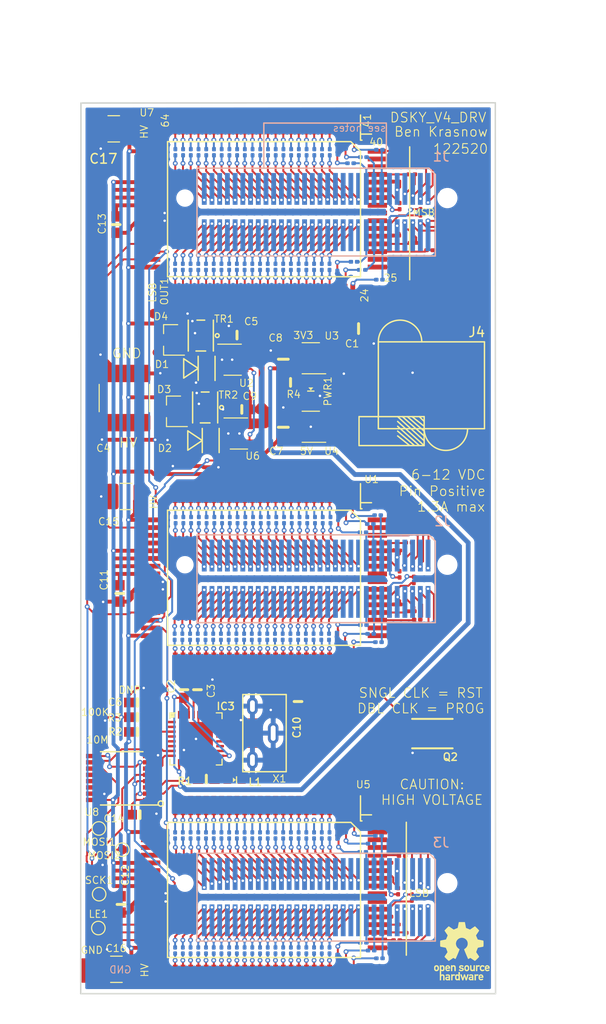
<source format=kicad_pcb>
(kicad_pcb (version 20171130) (host pcbnew "(5.1.8)-1")
  (layers (0 Top signal) (31 Bottom signal) (34 B.Paste user) (35 F.Paste user) (36 B.SilkS user) (37 F.SilkS user) (38 B.Mask user) (39 F.Mask user) (44 Edge.Cuts user))
  (net 0 "")
  (net 1 GND)
  (net 2 3.3V)
  (net 3 /D+)
  (net 4 /D-)
  (net 5 /~RESET)
  (net 6 "Net-(IC3-Pad32)")
  (net 7 "Net-(IC3-Pad31)")
  (net 8 "Net-(C3-Pad1)")
  (net 9 "Net-(IC3-Pad27)")
  (net 10 "Net-(IC3-Pad25)")
  (net 11 "Net-(IC3-Pad22)")
  (net 12 "Net-(IC3-Pad21)")
  (net 13 "Net-(IC3-Pad20)")
  (net 14 "Net-(IC3-Pad19)")
  (net 15 "Net-(IC3-Pad18)")
  (net 16 "Net-(IC3-Pad16)")
  (net 17 "Net-(IC3-Pad15)")
  (net 18 "Net-(IC3-Pad14)")
  (net 19 "Net-(IC3-Pad13)")
  (net 20 /D0_A4_PA08_SDA)
  (net 21 /D3_A3_PA07_RXD_SCK)
  (net 22 /D4_A2_PA06_TXD_MOSI)
  (net 23 "Net-(IC3-Pad6)")
  (net 24 "Net-(IC3-Pad5)")
  (net 25 "Net-(IC3-Pad4)")
  (net 26 /D1_A0_PA02)
  (net 27 "Net-(IC3-Pad2)")
  (net 28 "Net-(IC3-Pad1)")
  (net 29 "Net-(U1-Pad4)")
  (net 30 "Net-(PWR1-PadA)")
  (net 31 "Net-(L1-PadA)")
  (net 32 /PA16_CHARGE_CTRL)
  (net 33 "Net-(U2-Pad3)")
  (net 34 /HV_SUPPLY)
  (net 35 "Net-(D4-Pad1)")
  (net 36 /5.0V)
  (net 37 "Net-(U1-Pad5)")
  (net 38 "Net-(U1-Pad3)")
  (net 39 "Net-(U1-Pad1)")
  (net 40 "Net-(U1-Pad8)")
  (net 41 "Net-(U1-Pad9)")
  (net 42 "Net-(U1-Pad12)")
  (net 43 "Net-(U3-Pad4)")
  (net 44 "Net-(U4-Pad4)")
  (net 45 "Net-(D4-Pad3)")
  (net 46 "Net-(U5-Pad27)")
  (net 47 "Net-(U5-Pad28)")
  (net 48 "Net-(U5-Pad35)")
  (net 49 "Net-(U5-Pad36)")
  (net 50 /VBAT)
  (net 51 "Net-(D3-Pad1)")
  (net 52 "Net-(D3-Pad3)")
  (net 53 "Net-(U6-Pad3)")
  (net 54 "Net-(J3-Pad3)")
  (net 55 "Net-(U5-Pad1)")
  (net 56 "Net-(U5-Pad2)")
  (net 57 "Net-(U5-Pad3)")
  (net 58 "Net-(U5-Pad4)")
  (net 59 "Net-(U5-Pad5)")
  (net 60 "Net-(U5-Pad6)")
  (net 61 "Net-(U5-Pad7)")
  (net 62 "Net-(U5-Pad8)")
  (net 63 "Net-(U5-Pad9)")
  (net 64 "Net-(U5-Pad10)")
  (net 65 "Net-(U5-Pad11)")
  (net 66 "Net-(U5-Pad12)")
  (net 67 "Net-(U5-Pad13)")
  (net 68 "Net-(U5-Pad14)")
  (net 69 "Net-(U5-Pad15)")
  (net 70 "Net-(U5-Pad16)")
  (net 71 "Net-(U5-Pad17)")
  (net 72 "Net-(U5-Pad18)")
  (net 73 "Net-(U5-Pad19)")
  (net 74 "Net-(U5-Pad20)")
  (net 75 "Net-(U5-Pad21)")
  (net 76 "Net-(U5-Pad22)")
  (net 77 "Net-(U5-Pad23)")
  (net 78 "Net-(U5-Pad24)")
  (net 79 "Net-(U5-Pad41)")
  (net 80 "Net-(U5-Pad42)")
  (net 81 "Net-(U5-Pad43)")
  (net 82 "Net-(U5-Pad44)")
  (net 83 "Net-(U5-Pad45)")
  (net 84 "Net-(U5-Pad46)")
  (net 85 "Net-(U5-Pad47)")
  (net 86 "Net-(U5-Pad48)")
  (net 87 "Net-(U5-Pad57)")
  (net 88 "Net-(U5-Pad58)")
  (net 89 "Net-(U5-Pad59)")
  (net 90 "Net-(U5-Pad60)")
  (net 91 "Net-(U5-Pad61)")
  (net 92 "Net-(U5-Pad62)")
  (net 93 "Net-(U5-Pad63)")
  (net 94 "Net-(U5-Pad64)")
  (net 95 "Net-(U5-Pad65)")
  (net 96 "Net-(U5-Pad66)")
  (net 97 "Net-(U5-Pad67)")
  (net 98 "Net-(U5-Pad68)")
  (net 99 "Net-(U5-Pad69)")
  (net 100 "Net-(U5-Pad70)")
  (net 101 "Net-(U5-Pad71)")
  (net 102 "Net-(U5-Pad72)")
  (net 103 "Net-(U5-Pad73)")
  (net 104 "Net-(U5-Pad74)")
  (net 105 "Net-(U5-Pad75)")
  (net 106 "Net-(U5-Pad76)")
  (net 107 "Net-(U5-Pad77)")
  (net 108 "Net-(U5-Pad78)")
  (net 109 "Net-(U5-Pad79)")
  (net 110 "Net-(U5-Pad80)")
  (net 111 "Net-(U1-Pad80)")
  (net 112 "Net-(U1-Pad79)")
  (net 113 "Net-(U1-Pad78)")
  (net 114 "Net-(U1-Pad77)")
  (net 115 "Net-(U1-Pad76)")
  (net 116 "Net-(U1-Pad75)")
  (net 117 "Net-(U1-Pad74)")
  (net 118 "Net-(U1-Pad73)")
  (net 119 "Net-(U1-Pad72)")
  (net 120 "Net-(U1-Pad71)")
  (net 121 "Net-(U1-Pad70)")
  (net 122 "Net-(U1-Pad69)")
  (net 123 "Net-(U1-Pad68)")
  (net 124 "Net-(U1-Pad67)")
  (net 125 "Net-(U1-Pad66)")
  (net 126 "Net-(U1-Pad65)")
  (net 127 "Net-(U1-Pad64)")
  (net 128 "Net-(U1-Pad63)")
  (net 129 "Net-(U1-Pad62)")
  (net 130 "Net-(U1-Pad61)")
  (net 131 "Net-(U1-Pad60)")
  (net 132 "Net-(U1-Pad59)")
  (net 133 "Net-(U1-Pad58)")
  (net 134 "Net-(U1-Pad57)")
  (net 135 "Net-(U1-Pad56)")
  (net 136 "Net-(U1-Pad55)")
  (net 137 "Net-(U1-Pad54)")
  (net 138 "Net-(U1-Pad53)")
  (net 139 "Net-(U1-Pad52)")
  (net 140 "Net-(U1-Pad51)")
  (net 141 "Net-(U1-Pad50)")
  (net 142 "Net-(U1-Pad49)")
  (net 143 "Net-(U1-Pad48)")
  (net 144 "Net-(U1-Pad47)")
  (net 145 "Net-(U1-Pad46)")
  (net 146 "Net-(U1-Pad45)")
  (net 147 "Net-(U1-Pad44)")
  (net 148 "Net-(U1-Pad43)")
  (net 149 "Net-(U1-Pad42)")
  (net 150 "Net-(U1-Pad41)")
  (net 151 /DIOA_from_first)
  (net 152 "Net-(U1-Pad36)")
  (net 153 "Net-(U1-Pad35)")
  (net 154 "Net-(U1-Pad28)")
  (net 155 "Net-(U1-Pad27)")
  (net 156 /DIOA_from_second)
  (net 157 "Net-(U1-Pad24)")
  (net 158 "Net-(U1-Pad23)")
  (net 159 "Net-(U1-Pad22)")
  (net 160 "Net-(U1-Pad21)")
  (net 161 "Net-(U1-Pad20)")
  (net 162 "Net-(U1-Pad19)")
  (net 163 "Net-(U1-Pad18)")
  (net 164 "Net-(U1-Pad17)")
  (net 165 "Net-(U1-Pad16)")
  (net 166 "Net-(U1-Pad15)")
  (net 167 "Net-(U1-Pad14)")
  (net 168 "Net-(U1-Pad13)")
  (net 169 "Net-(U1-Pad11)")
  (net 170 "Net-(U1-Pad10)")
  (net 171 "Net-(U1-Pad7)")
  (net 172 "Net-(U1-Pad6)")
  (net 173 "Net-(U1-Pad2)")
  (net 174 "Net-(U7-Pad1)")
  (net 175 "Net-(U7-Pad2)")
  (net 176 "Net-(U7-Pad3)")
  (net 177 "Net-(U7-Pad4)")
  (net 178 "Net-(U7-Pad5)")
  (net 179 "Net-(U7-Pad6)")
  (net 180 "Net-(U7-Pad7)")
  (net 181 "Net-(U7-Pad8)")
  (net 182 "Net-(U7-Pad9)")
  (net 183 "Net-(U7-Pad10)")
  (net 184 "Net-(U7-Pad11)")
  (net 185 "Net-(U7-Pad12)")
  (net 186 "Net-(U7-Pad13)")
  (net 187 "Net-(U7-Pad14)")
  (net 188 "Net-(U7-Pad15)")
  (net 189 "Net-(U7-Pad16)")
  (net 190 "Net-(U7-Pad17)")
  (net 191 "Net-(U7-Pad18)")
  (net 192 "Net-(U7-Pad19)")
  (net 193 "Net-(U7-Pad20)")
  (net 194 "Net-(U7-Pad21)")
  (net 195 "Net-(U7-Pad22)")
  (net 196 "Net-(U7-Pad23)")
  (net 197 "Net-(U7-Pad24)")
  (net 198 "Net-(U7-Pad26)")
  (net 199 "Net-(U7-Pad27)")
  (net 200 "Net-(U7-Pad28)")
  (net 201 "Net-(U7-Pad35)")
  (net 202 "Net-(U7-Pad36)")
  (net 203 "Net-(U7-Pad41)")
  (net 204 "Net-(U7-Pad42)")
  (net 205 "Net-(U7-Pad43)")
  (net 206 "Net-(U7-Pad44)")
  (net 207 "Net-(U7-Pad45)")
  (net 208 "Net-(U7-Pad46)")
  (net 209 "Net-(U7-Pad47)")
  (net 210 "Net-(U7-Pad48)")
  (net 211 "Net-(U7-Pad49)")
  (net 212 "Net-(U7-Pad50)")
  (net 213 "Net-(U7-Pad51)")
  (net 214 "Net-(U7-Pad52)")
  (net 215 "Net-(U7-Pad53)")
  (net 216 "Net-(U7-Pad54)")
  (net 217 "Net-(U7-Pad55)")
  (net 218 "Net-(U7-Pad56)")
  (net 219 "Net-(U7-Pad57)")
  (net 220 "Net-(U7-Pad58)")
  (net 221 "Net-(U7-Pad59)")
  (net 222 "Net-(U7-Pad60)")
  (net 223 "Net-(U7-Pad61)")
  (net 224 "Net-(U7-Pad62)")
  (net 225 "Net-(U7-Pad63)")
  (net 226 "Net-(U7-Pad64)")
  (net 227 "Net-(U7-Pad65)")
  (net 228 "Net-(U7-Pad66)")
  (net 229 "Net-(U7-Pad67)")
  (net 230 "Net-(U7-Pad68)")
  (net 231 "Net-(U7-Pad69)")
  (net 232 "Net-(U7-Pad70)")
  (net 233 "Net-(U7-Pad71)")
  (net 234 "Net-(U7-Pad72)")
  (net 235 "Net-(U7-Pad73)")
  (net 236 "Net-(U7-Pad74)")
  (net 237 "Net-(U7-Pad75)")
  (net 238 "Net-(U7-Pad76)")
  (net 239 "Net-(U7-Pad77)")
  (net 240 "Net-(U7-Pad78)")
  (net 241 "Net-(U7-Pad79)")
  (net 242 "Net-(U7-Pad80)")
  (net 243 "Net-(U5-Pad49)")
  (net 244 "Net-(U5-Pad50)")
  (net 245 "Net-(U5-Pad51)")
  (net 246 "Net-(U5-Pad52)")
  (net 247 "Net-(U5-Pad53)")
  (net 248 "Net-(U5-Pad54)")
  (net 249 "Net-(U5-Pad55)")
  (net 250 "Net-(U5-Pad56)")
  (net 251 "Net-(X1-Pad4)")
  (net 252 /VBUS)
  (net 253 "Net-(D1-Pad1)")
  (net 254 "Net-(D2-Pad1)")
  (net 255 "Net-(U8-Pad14)")
  (net 256 "Net-(U8-Pad13)")
  (net 257 "Net-(U8-Pad12)")
  (net 258 "Net-(IC3-Pad12)")
  (net 259 "Net-(IC3-Pad11)")
  (net 260 "Net-(IC3-Pad8)")
  (net 261 "Net-(IC3-Pad7)")
  (net 262 "Net-(R5-Pad2)")
  (net 263 "Net-(R5-Pad1)")
  (net 264 "Net-(R6-Pad2)")
  (net 265 "Net-(R6-Pad1)")
  (net 266 "Net-(R7-Pad2)")
  (net 267 "Net-(R7-Pad1)")
  (net 268 "Net-(R8-Pad2)")
  (net 269 "Net-(R8-Pad1)")
  (net 270 "Net-(R9-Pad2)")
  (net 271 "Net-(R9-Pad1)")
  (net 272 "Net-(R10-Pad2)")
  (net 273 "Net-(R10-Pad1)")
  (net 274 "Net-(R11-Pad2)")
  (net 275 "Net-(R11-Pad1)")
  (net 276 "Net-(R12-Pad2)")
  (net 277 "Net-(R12-Pad1)")
  (net 278 "Net-(R13-Pad2)")
  (net 279 "Net-(R13-Pad1)")
  (net 280 "Net-(R14-Pad2)")
  (net 281 "Net-(R14-Pad1)")
  (net 282 "Net-(R15-Pad2)")
  (net 283 "Net-(R15-Pad1)")
  (net 284 "Net-(R16-Pad2)")
  (net 285 "Net-(R16-Pad1)")
  (net 286 "Net-(R17-Pad2)")
  (net 287 "Net-(R17-Pad1)")
  (net 288 "Net-(R18-Pad2)")
  (net 289 "Net-(R18-Pad1)")
  (net 290 "Net-(R19-Pad2)")
  (net 291 "Net-(R19-Pad1)")
  (net 292 "Net-(R20-Pad2)")
  (net 293 "Net-(R20-Pad1)")
  (net 294 "Net-(R53-Pad2)")
  (net 295 "Net-(R53-Pad1)")
  (net 296 "Net-(R54-Pad2)")
  (net 297 "Net-(R54-Pad1)")
  (net 298 "Net-(R55-Pad2)")
  (net 299 "Net-(R55-Pad1)")
  (net 300 "Net-(R56-Pad2)")
  (net 301 "Net-(R56-Pad1)")
  (net 302 "Net-(R57-Pad2)")
  (net 303 "Net-(R57-Pad1)")
  (net 304 "Net-(R58-Pad2)")
  (net 305 "Net-(R58-Pad1)")
  (net 306 "Net-(R59-Pad2)")
  (net 307 "Net-(R59-Pad1)")
  (net 308 "Net-(R60-Pad2)")
  (net 309 "Net-(R60-Pad1)")
  (net 310 "Net-(R61-Pad2)")
  (net 311 "Net-(R61-Pad1)")
  (net 312 "Net-(R62-Pad2)")
  (net 313 "Net-(R62-Pad1)")
  (net 314 "Net-(R63-Pad2)")
  (net 315 "Net-(R63-Pad1)")
  (net 316 "Net-(R64-Pad2)")
  (net 317 "Net-(R64-Pad1)")
  (net 318 "Net-(R65-Pad2)")
  (net 319 "Net-(R65-Pad1)")
  (net 320 "Net-(R66-Pad2)")
  (net 321 "Net-(R66-Pad1)")
  (net 322 "Net-(R67-Pad2)")
  (net 323 "Net-(R67-Pad1)")
  (net 324 "Net-(R68-Pad2)")
  (net 325 "Net-(R68-Pad1)")
  (net 326 "Net-(R101-Pad2)")
  (net 327 "Net-(R101-Pad1)")
  (net 328 "Net-(R102-Pad2)")
  (net 329 "Net-(R102-Pad1)")
  (net 330 "Net-(R103-Pad2)")
  (net 331 "Net-(R103-Pad1)")
  (net 332 "Net-(R104-Pad2)")
  (net 333 "Net-(R104-Pad1)")
  (net 334 "Net-(R105-Pad2)")
  (net 335 "Net-(R105-Pad1)")
  (net 336 "Net-(R106-Pad2)")
  (net 337 "Net-(R106-Pad1)")
  (net 338 "Net-(R107-Pad2)")
  (net 339 "Net-(R107-Pad1)")
  (net 340 "Net-(R108-Pad2)")
  (net 341 "Net-(R108-Pad1)")
  (net 342 "Net-(R109-Pad2)")
  (net 343 "Net-(R109-Pad1)")
  (net 344 "Net-(R110-Pad2)")
  (net 345 "Net-(R110-Pad1)")
  (net 346 "Net-(R111-Pad2)")
  (net 347 "Net-(R111-Pad1)")
  (net 348 "Net-(R112-Pad2)")
  (net 349 "Net-(R112-Pad1)")
  (net 350 "Net-(R113-Pad2)")
  (net 351 "Net-(R113-Pad1)")
  (net 352 "Net-(R114-Pad2)")
  (net 353 "Net-(R114-Pad1)")
  (net 354 "Net-(R115-Pad2)")
  (net 355 "Net-(R115-Pad1)")
  (net 356 "Net-(R116-Pad2)")
  (net 357 "Net-(R116-Pad1)")
  (net 358 "Net-(R149-Pad2)")
  (net 359 "Net-(R149-Pad1)")
  (net 360 "Net-(R150-Pad2)")
  (net 361 "Net-(R150-Pad1)")
  (net 362 "Net-(R151-Pad2)")
  (net 363 "Net-(R151-Pad1)")
  (net 364 "Net-(R152-Pad2)")
  (net 365 "Net-(R152-Pad1)")
  (net 366 "Net-(R153-Pad2)")
  (net 367 "Net-(R153-Pad1)")
  (net 368 "Net-(R154-Pad2)")
  (net 369 "Net-(R154-Pad1)")
  (net 370 "Net-(R155-Pad2)")
  (net 371 "Net-(R155-Pad1)")
  (net 372 "Net-(R156-Pad2)")
  (net 373 "Net-(R156-Pad1)")
  (net 374 "Net-(R157-Pad2)")
  (net 375 "Net-(R157-Pad1)")
  (net 376 "Net-(R158-Pad2)")
  (net 377 "Net-(R158-Pad1)")
  (net 378 "Net-(R159-Pad2)")
  (net 379 "Net-(R159-Pad1)")
  (net 380 "Net-(R160-Pad2)")
  (net 381 "Net-(R160-Pad1)")
  (net 382 "Net-(J1-Pad1)")
  (net 383 "Net-(J1-Pad60)")
  (net 384 "Net-(J1-Pad2)")
  (net 385 "Net-(J1-Pad59)")
  (net 386 "Net-(J1-Pad3)")
  (net 387 "Net-(J1-Pad58)")
  (net 388 "Net-(J1-Pad4)")
  (net 389 "Net-(J1-Pad57)")
  (net 390 "Net-(J1-Pad5)")
  (net 391 "Net-(J1-Pad56)")
  (net 392 "Net-(J1-Pad6)")
  (net 393 "Net-(J1-Pad55)")
  (net 394 "Net-(J1-Pad7)")
  (net 395 "Net-(J1-Pad54)")
  (net 396 "Net-(J1-Pad8)")
  (net 397 "Net-(J1-Pad53)")
  (net 398 "Net-(J1-Pad9)")
  (net 399 "Net-(J1-Pad52)")
  (net 400 "Net-(J1-Pad10)")
  (net 401 "Net-(J1-Pad51)")
  (net 402 "Net-(J1-Pad11)")
  (net 403 "Net-(J1-Pad50)")
  (net 404 "Net-(J1-Pad12)")
  (net 405 "Net-(J1-Pad49)")
  (net 406 "Net-(J1-Pad13)")
  (net 407 "Net-(J1-Pad48)")
  (net 408 "Net-(J1-Pad14)")
  (net 409 "Net-(J1-Pad47)")
  (net 410 "Net-(J1-Pad15)")
  (net 411 "Net-(J1-Pad46)")
  (net 412 "Net-(J1-Pad16)")
  (net 413 "Net-(J1-Pad45)")
  (net 414 "Net-(J1-Pad17)")
  (net 415 "Net-(J1-Pad44)")
  (net 416 "Net-(J1-Pad18)")
  (net 417 "Net-(J1-Pad43)")
  (net 418 "Net-(J1-Pad19)")
  (net 419 "Net-(J1-Pad42)")
  (net 420 "Net-(J1-Pad20)")
  (net 421 "Net-(J1-Pad41)")
  (net 422 "Net-(J1-Pad21)")
  (net 423 "Net-(J1-Pad40)")
  (net 424 "Net-(J1-Pad22)")
  (net 425 "Net-(J1-Pad39)")
  (net 426 "Net-(J1-Pad23)")
  (net 427 "Net-(J1-Pad38)")
  (net 428 "Net-(J1-Pad24)")
  (net 429 "Net-(J1-Pad37)")
  (net 430 "Net-(J1-Pad25)")
  (net 431 "Net-(J1-Pad36)")
  (net 432 "Net-(J1-Pad26)")
  (net 433 "Net-(J1-Pad35)")
  (net 434 "Net-(J1-Pad27)")
  (net 435 "Net-(J1-Pad34)")
  (net 436 "Net-(J1-Pad28)")
  (net 437 "Net-(J1-Pad33)")
  (net 438 "Net-(J1-Pad29)")
  (net 439 "Net-(J1-Pad32)")
  (net 440 "Net-(J1-Pad30)")
  (net 441 "Net-(J1-Pad31)")
  (net 442 "Net-(J2-Pad1)")
  (net 443 "Net-(J2-Pad60)")
  (net 444 "Net-(J2-Pad2)")
  (net 445 "Net-(J2-Pad59)")
  (net 446 "Net-(J2-Pad3)")
  (net 447 "Net-(J2-Pad58)")
  (net 448 "Net-(J2-Pad4)")
  (net 449 "Net-(J2-Pad57)")
  (net 450 "Net-(J2-Pad5)")
  (net 451 "Net-(J2-Pad56)")
  (net 452 "Net-(J2-Pad6)")
  (net 453 "Net-(J2-Pad55)")
  (net 454 "Net-(J2-Pad7)")
  (net 455 "Net-(J2-Pad54)")
  (net 456 "Net-(J2-Pad8)")
  (net 457 "Net-(J2-Pad53)")
  (net 458 "Net-(J2-Pad9)")
  (net 459 "Net-(J2-Pad52)")
  (net 460 "Net-(J2-Pad10)")
  (net 461 "Net-(J2-Pad51)")
  (net 462 "Net-(J2-Pad11)")
  (net 463 "Net-(J2-Pad50)")
  (net 464 "Net-(J2-Pad12)")
  (net 465 "Net-(J2-Pad49)")
  (net 466 "Net-(J2-Pad13)")
  (net 467 "Net-(J2-Pad48)")
  (net 468 "Net-(J2-Pad14)")
  (net 469 "Net-(J2-Pad47)")
  (net 470 "Net-(J2-Pad15)")
  (net 471 "Net-(J2-Pad46)")
  (net 472 "Net-(J2-Pad16)")
  (net 473 "Net-(J2-Pad45)")
  (net 474 "Net-(J2-Pad17)")
  (net 475 "Net-(J2-Pad44)")
  (net 476 "Net-(J2-Pad18)")
  (net 477 "Net-(J2-Pad43)")
  (net 478 "Net-(J2-Pad19)")
  (net 479 "Net-(J2-Pad42)")
  (net 480 "Net-(J2-Pad20)")
  (net 481 "Net-(J2-Pad41)")
  (net 482 "Net-(J2-Pad21)")
  (net 483 "Net-(J2-Pad40)")
  (net 484 "Net-(J2-Pad22)")
  (net 485 "Net-(J2-Pad39)")
  (net 486 "Net-(J2-Pad23)")
  (net 487 "Net-(J2-Pad38)")
  (net 488 "Net-(J2-Pad24)")
  (net 489 "Net-(J2-Pad37)")
  (net 490 "Net-(J2-Pad25)")
  (net 491 "Net-(J2-Pad36)")
  (net 492 "Net-(J2-Pad26)")
  (net 493 "Net-(J2-Pad35)")
  (net 494 "Net-(J2-Pad27)")
  (net 495 "Net-(J2-Pad34)")
  (net 496 "Net-(J2-Pad28)")
  (net 497 "Net-(J2-Pad33)")
  (net 498 "Net-(J2-Pad29)")
  (net 499 "Net-(J2-Pad32)")
  (net 500 "Net-(J2-Pad30)")
  (net 501 "Net-(J2-Pad31)")
  (net 502 "Net-(J4-Pad3)")
  (net 503 "Net-(R21-Pad2)")
  (net 504 "Net-(R21-Pad1)")
  (net 505 "Net-(R22-Pad2)")
  (net 506 "Net-(R22-Pad1)")
  (net 507 "Net-(R23-Pad2)")
  (net 508 "Net-(R23-Pad1)")
  (net 509 "Net-(R24-Pad2)")
  (net 510 "Net-(R24-Pad1)")
  (net 511 "Net-(R25-Pad2)")
  (net 512 "Net-(R25-Pad1)")
  (net 513 "Net-(R26-Pad2)")
  (net 514 "Net-(R26-Pad1)")
  (net 515 "Net-(R27-Pad2)")
  (net 516 "Net-(R27-Pad1)")
  (net 517 "Net-(R28-Pad2)")
  (net 518 "Net-(R28-Pad1)")
  (net 519 "Net-(R29-Pad2)")
  (net 520 "Net-(R29-Pad1)")
  (net 521 "Net-(R30-Pad2)")
  (net 522 "Net-(R30-Pad1)")
  (net 523 "Net-(R31-Pad2)")
  (net 524 "Net-(R31-Pad1)")
  (net 525 "Net-(R32-Pad2)")
  (net 526 "Net-(R32-Pad1)")
  (net 527 "Net-(R33-Pad2)")
  (net 528 "Net-(R33-Pad1)")
  (net 529 "Net-(R34-Pad2)")
  (net 530 "Net-(R34-Pad1)")
  (net 531 "Net-(R35-Pad2)")
  (net 532 "Net-(R35-Pad1)")
  (net 533 "Net-(R36-Pad2)")
  (net 534 "Net-(R36-Pad1)")
  (net 535 "Net-(R37-Pad2)")
  (net 536 "Net-(R37-Pad1)")
  (net 537 "Net-(R38-Pad2)")
  (net 538 "Net-(R38-Pad1)")
  (net 539 "Net-(R39-Pad2)")
  (net 540 "Net-(R39-Pad1)")
  (net 541 "Net-(R40-Pad2)")
  (net 542 "Net-(R40-Pad1)")
  (net 543 "Net-(R41-Pad2)")
  (net 544 "Net-(R41-Pad1)")
  (net 545 "Net-(R42-Pad2)")
  (net 546 "Net-(R42-Pad1)")
  (net 547 "Net-(R43-Pad2)")
  (net 548 "Net-(R43-Pad1)")
  (net 549 "Net-(R44-Pad2)")
  (net 550 "Net-(R44-Pad1)")
  (net 551 "Net-(R45-Pad2)")
  (net 552 "Net-(R45-Pad1)")
  (net 553 "Net-(R46-Pad2)")
  (net 554 "Net-(R46-Pad1)")
  (net 555 "Net-(R47-Pad2)")
  (net 556 "Net-(R47-Pad1)")
  (net 557 "Net-(R48-Pad2)")
  (net 558 "Net-(R48-Pad1)")
  (net 559 "Net-(R49-Pad2)")
  (net 560 "Net-(R49-Pad1)")
  (net 561 "Net-(R50-Pad2)")
  (net 562 "Net-(R50-Pad1)")
  (net 563 "Net-(R51-Pad2)")
  (net 564 "Net-(R51-Pad1)")
  (net 565 "Net-(R52-Pad2)")
  (net 566 "Net-(R52-Pad1)")
  (net 567 "Net-(R69-Pad2)")
  (net 568 "Net-(R69-Pad1)")
  (net 569 "Net-(R70-Pad2)")
  (net 570 "Net-(R70-Pad1)")
  (net 571 "Net-(R71-Pad2)")
  (net 572 "Net-(R71-Pad1)")
  (net 573 "Net-(R72-Pad2)")
  (net 574 "Net-(R72-Pad1)")
  (net 575 "Net-(R73-Pad2)")
  (net 576 "Net-(R73-Pad1)")
  (net 577 "Net-(R74-Pad2)")
  (net 578 "Net-(R74-Pad1)")
  (net 579 "Net-(R75-Pad2)")
  (net 580 "Net-(R75-Pad1)")
  (net 581 "Net-(R76-Pad2)")
  (net 582 "Net-(R76-Pad1)")
  (net 583 "Net-(R77-Pad2)")
  (net 584 "Net-(R77-Pad1)")
  (net 585 "Net-(R78-Pad2)")
  (net 586 "Net-(R78-Pad1)")
  (net 587 "Net-(R79-Pad2)")
  (net 588 "Net-(R79-Pad1)")
  (net 589 "Net-(R80-Pad2)")
  (net 590 "Net-(R80-Pad1)")
  (net 591 "Net-(R81-Pad2)")
  (net 592 "Net-(R81-Pad1)")
  (net 593 "Net-(R82-Pad2)")
  (net 594 "Net-(R82-Pad1)")
  (net 595 "Net-(R83-Pad2)")
  (net 596 "Net-(R83-Pad1)")
  (net 597 "Net-(R84-Pad2)")
  (net 598 "Net-(R84-Pad1)")
  (net 599 "Net-(R85-Pad2)")
  (net 600 "Net-(R85-Pad1)")
  (net 601 "Net-(R86-Pad2)")
  (net 602 "Net-(R86-Pad1)")
  (net 603 "Net-(R87-Pad2)")
  (net 604 "Net-(R87-Pad1)")
  (net 605 "Net-(R88-Pad2)")
  (net 606 "Net-(R88-Pad1)")
  (net 607 "Net-(R89-Pad2)")
  (net 608 "Net-(R89-Pad1)")
  (net 609 "Net-(R90-Pad2)")
  (net 610 "Net-(R90-Pad1)")
  (net 611 "Net-(R91-Pad2)")
  (net 612 "Net-(R91-Pad1)")
  (net 613 "Net-(R92-Pad2)")
  (net 614 "Net-(R92-Pad1)")
  (net 615 "Net-(R93-Pad2)")
  (net 616 "Net-(R93-Pad1)")
  (net 617 "Net-(R94-Pad2)")
  (net 618 "Net-(R94-Pad1)")
  (net 619 "Net-(R95-Pad2)")
  (net 620 "Net-(R95-Pad1)")
  (net 621 "Net-(R96-Pad2)")
  (net 622 "Net-(R96-Pad1)")
  (net 623 "Net-(R97-Pad2)")
  (net 624 "Net-(R97-Pad1)")
  (net 625 "Net-(R98-Pad2)")
  (net 626 "Net-(R98-Pad1)")
  (net 627 "Net-(R99-Pad2)")
  (net 628 "Net-(R99-Pad1)")
  (net 629 "Net-(R100-Pad2)")
  (net 630 "Net-(R100-Pad1)")
  (net 631 "Net-(R117-Pad2)")
  (net 632 "Net-(R117-Pad1)")
  (net 633 "Net-(R118-Pad2)")
  (net 634 "Net-(R118-Pad1)")
  (net 635 "Net-(R119-Pad2)")
  (net 636 "Net-(R119-Pad1)")
  (net 637 "Net-(R120-Pad2)")
  (net 638 "Net-(R120-Pad1)")
  (net 639 "Net-(R121-Pad2)")
  (net 640 "Net-(R121-Pad1)")
  (net 641 "Net-(R122-Pad2)")
  (net 642 "Net-(R122-Pad1)")
  (net 643 "Net-(R123-Pad2)")
  (net 644 "Net-(R123-Pad1)")
  (net 645 "Net-(R124-Pad2)")
  (net 646 "Net-(R124-Pad1)")
  (net 647 "Net-(R125-Pad2)")
  (net 648 "Net-(R125-Pad1)")
  (net 649 "Net-(R126-Pad2)")
  (net 650 "Net-(R126-Pad1)")
  (net 651 "Net-(R127-Pad2)")
  (net 652 "Net-(R127-Pad1)")
  (net 653 "Net-(R128-Pad2)")
  (net 654 "Net-(R128-Pad1)")
  (net 655 "Net-(R129-Pad2)")
  (net 656 "Net-(R129-Pad1)")
  (net 657 "Net-(R130-Pad2)")
  (net 658 "Net-(R130-Pad1)")
  (net 659 "Net-(R131-Pad2)")
  (net 660 "Net-(R131-Pad1)")
  (net 661 "Net-(R132-Pad2)")
  (net 662 "Net-(R132-Pad1)")
  (net 663 "Net-(R133-Pad2)")
  (net 664 "Net-(R133-Pad1)")
  (net 665 "Net-(R134-Pad2)")
  (net 666 "Net-(R134-Pad1)")
  (net 667 "Net-(R135-Pad2)")
  (net 668 "Net-(R135-Pad1)")
  (net 669 "Net-(R136-Pad2)")
  (net 670 "Net-(R136-Pad1)")
  (net 671 "Net-(R137-Pad2)")
  (net 672 "Net-(R137-Pad1)")
  (net 673 "Net-(R138-Pad2)")
  (net 674 "Net-(R138-Pad1)")
  (net 675 "Net-(R139-Pad2)")
  (net 676 "Net-(R139-Pad1)")
  (net 677 "Net-(R140-Pad2)")
  (net 678 "Net-(R140-Pad1)")
  (net 679 "Net-(R141-Pad2)")
  (net 680 "Net-(R141-Pad1)")
  (net 681 "Net-(R142-Pad2)")
  (net 682 "Net-(R142-Pad1)")
  (net 683 "Net-(R143-Pad2)")
  (net 684 "Net-(R143-Pad1)")
  (net 685 "Net-(R144-Pad2)")
  (net 686 "Net-(R144-Pad1)")
  (net 687 "Net-(R145-Pad2)")
  (net 688 "Net-(R145-Pad1)")
  (net 689 "Net-(R146-Pad2)")
  (net 690 "Net-(R146-Pad1)")
  (net 691 "Net-(R147-Pad2)")
  (net 692 "Net-(R147-Pad1)")
  (net 693 "Net-(R148-Pad2)")
  (net 694 "Net-(R148-Pad1)")
  (net 695 "Net-(R161-Pad2)")
  (net 696 "Net-(R161-Pad1)")
  (net 697 "Net-(R162-Pad2)")
  (net 698 "Net-(R162-Pad1)")
  (net 699 "Net-(R163-Pad2)")
  (net 700 "Net-(R163-Pad1)")
  (net 701 "Net-(R164-Pad2)")
  (net 702 "Net-(R164-Pad1)")
  (net 703 "Net-(R165-Pad2)")
  (net 704 "Net-(R165-Pad1)")
  (net 705 "Net-(R166-Pad2)")
  (net 706 "Net-(R166-Pad1)")
  (net 707 "Net-(R167-Pad2)")
  (net 708 "Net-(R167-Pad1)")
  (net 709 "Net-(R168-Pad2)")
  (net 710 "Net-(R168-Pad1)")
  (net 711 "Net-(R169-Pad2)")
  (net 712 "Net-(R169-Pad1)")
  (net 713 "Net-(R170-Pad2)")
  (net 714 "Net-(R170-Pad1)")
  (net 715 "Net-(R171-Pad2)")
  (net 716 "Net-(R171-Pad1)")
  (net 717 "Net-(R172-Pad2)")
  (net 718 "Net-(R172-Pad1)")
  (net 719 "Net-(R173-Pad2)")
  (net 720 "Net-(R173-Pad1)")
  (net 721 "Net-(R174-Pad2)")
  (net 722 "Net-(R174-Pad1)")
  (net 723 "Net-(R175-Pad2)")
  (net 724 "Net-(R175-Pad1)")
  (net 725 "Net-(R176-Pad2)")
  (net 726 "Net-(R176-Pad1)")
  (net 727 "Net-(R177-Pad2)")
  (net 728 "Net-(R177-Pad1)")
  (net 729 "Net-(R178-Pad2)")
  (net 730 "Net-(R178-Pad1)")
  (net 731 "Net-(R179-Pad2)")
  (net 732 "Net-(R179-Pad1)")
  (net 733 "Net-(R180-Pad2)")
  (net 734 "Net-(R180-Pad1)")
  (net 735 "Net-(R181-Pad2)")
  (net 736 "Net-(R181-Pad1)")
  (net 737 "Net-(R182-Pad2)")
  (net 738 "Net-(R182-Pad1)")
  (net 739 "Net-(R183-Pad2)")
  (net 740 "Net-(R183-Pad1)")
  (net 741 "Net-(R184-Pad2)")
  (net 742 "Net-(R184-Pad1)")
  (net 743 "Net-(J3-Pad1)")
  (net 744 "Net-(J3-Pad60)")
  (net 745 "Net-(J3-Pad2)")
  (net 746 "Net-(J3-Pad59)")
  (net 747 "Net-(J3-Pad58)")
  (net 748 "Net-(J3-Pad4)")
  (net 749 "Net-(J3-Pad57)")
  (net 750 "Net-(J3-Pad5)")
  (net 751 "Net-(J3-Pad56)")
  (net 752 "Net-(J3-Pad6)")
  (net 753 "Net-(J3-Pad55)")
  (net 754 "Net-(J3-Pad7)")
  (net 755 "Net-(J3-Pad54)")
  (net 756 "Net-(J3-Pad8)")
  (net 757 "Net-(J3-Pad53)")
  (net 758 "Net-(J3-Pad9)")
  (net 759 "Net-(J3-Pad52)")
  (net 760 "Net-(J3-Pad10)")
  (net 761 "Net-(J3-Pad51)")
  (net 762 "Net-(J3-Pad11)")
  (net 763 "Net-(J3-Pad50)")
  (net 764 "Net-(J3-Pad12)")
  (net 765 "Net-(J3-Pad49)")
  (net 766 "Net-(J3-Pad13)")
  (net 767 "Net-(J3-Pad48)")
  (net 768 "Net-(J3-Pad14)")
  (net 769 "Net-(J3-Pad47)")
  (net 770 "Net-(J3-Pad15)")
  (net 771 "Net-(J3-Pad46)")
  (net 772 "Net-(J3-Pad16)")
  (net 773 "Net-(J3-Pad45)")
  (net 774 "Net-(J3-Pad17)")
  (net 775 "Net-(J3-Pad44)")
  (net 776 "Net-(J3-Pad18)")
  (net 777 "Net-(J3-Pad43)")
  (net 778 "Net-(J3-Pad19)")
  (net 779 "Net-(J3-Pad42)")
  (net 780 "Net-(J3-Pad20)")
  (net 781 "Net-(J3-Pad41)")
  (net 782 "Net-(J3-Pad21)")
  (net 783 "Net-(J3-Pad40)")
  (net 784 "Net-(J3-Pad22)")
  (net 785 "Net-(J3-Pad39)")
  (net 786 "Net-(J3-Pad23)")
  (net 787 "Net-(J3-Pad38)")
  (net 788 "Net-(J3-Pad24)")
  (net 789 "Net-(J3-Pad37)")
  (net 790 "Net-(J3-Pad25)")
  (net 791 "Net-(J3-Pad36)")
  (net 792 "Net-(J3-Pad26)")
  (net 793 "Net-(J3-Pad35)")
  (net 794 "Net-(J3-Pad27)")
  (net 795 "Net-(J3-Pad34)")
  (net 796 "Net-(J3-Pad28)")
  (net 797 "Net-(J3-Pad33)")
  (net 798 "Net-(J3-Pad29)")
  (net 799 "Net-(J3-Pad32)")
  (net 800 "Net-(J3-Pad30)")
  (net 801 "Net-(J3-Pad31)")
  (module DSKY_driver:QFP-96_14x20_Pitch0.8mm (layer Top) (at 148 119.25 270)
    (fp_text reference U5 (at -10.92 -10.29) (layer F.SilkS) (effects (font (size 0.75 0.75) (thickness 0.1))))
    (fp_text value HV507)
    (pad 80 smd rect (at -6 -11.75 270) (size 0.5 2) (layers Top F.Paste F.Mask) (net 110 "Net-(U5-Pad80)"))
    (pad 79 smd rect (at -5.2 -11.75 270) (size 0.5 2) (layers Top F.Paste F.Mask) (net 109 "Net-(U5-Pad79)"))
    (pad 78 smd rect (at -4.4 -11.75 270) (size 0.5 2) (layers Top F.Paste F.Mask) (net 108 "Net-(U5-Pad78)"))
    (pad 77 smd rect (at -3.6 -11.75 270) (size 0.5 2) (layers Top F.Paste F.Mask) (net 107 "Net-(U5-Pad77)"))
    (pad 76 smd rect (at -2.8 -11.75 270) (size 0.5 2) (layers Top F.Paste F.Mask) (net 106 "Net-(U5-Pad76)"))
    (pad 75 smd rect (at -2 -11.75 270) (size 0.5 2) (layers Top F.Paste F.Mask) (net 105 "Net-(U5-Pad75)"))
    (pad 74 smd rect (at -1.2 -11.75 270) (size 0.5 2) (layers Top F.Paste F.Mask) (net 104 "Net-(U5-Pad74)"))
    (pad 73 smd rect (at -0.4 -11.75 270) (size 0.5 2) (layers Top F.Paste F.Mask) (net 103 "Net-(U5-Pad73)"))
    (pad 72 smd rect (at 0.4 -11.75 270) (size 0.5 2) (layers Top F.Paste F.Mask) (net 102 "Net-(U5-Pad72)"))
    (pad 71 smd rect (at 1.2 -11.75 270) (size 0.5 2) (layers Top F.Paste F.Mask) (net 101 "Net-(U5-Pad71)"))
    (pad 70 smd rect (at 2 -11.75 270) (size 0.5 2) (layers Top F.Paste F.Mask) (net 100 "Net-(U5-Pad70)"))
    (pad 69 smd rect (at 2.8 -11.75 270) (size 0.5 2) (layers Top F.Paste F.Mask) (net 99 "Net-(U5-Pad69)"))
    (pad 68 smd rect (at 3.6 -11.75 270) (size 0.5 2) (layers Top F.Paste F.Mask) (net 98 "Net-(U5-Pad68)"))
    (pad 67 smd rect (at 4.4 -11.75 270) (size 0.5 2) (layers Top F.Paste F.Mask) (net 97 "Net-(U5-Pad67)"))
    (pad 66 smd rect (at 5.2 -11.75 270) (size 0.5 2) (layers Top F.Paste F.Mask) (net 96 "Net-(U5-Pad66)"))
    (pad 65 smd rect (at 6 -11.75 270) (size 0.5 2) (layers Top F.Paste F.Mask) (net 95 "Net-(U5-Pad65)"))
    (pad 64 smd rect (at 8.75 -9.2) (size 0.5 2) (layers Top F.Paste F.Mask) (net 94 "Net-(U5-Pad64)"))
    (pad 63 smd rect (at 8.75 -8.4) (size 0.5 2) (layers Top F.Paste F.Mask) (net 93 "Net-(U5-Pad63)"))
    (pad 62 smd rect (at 8.75 -7.6) (size 0.5 2) (layers Top F.Paste F.Mask) (net 92 "Net-(U5-Pad62)"))
    (pad 61 smd rect (at 8.75 -6.8) (size 0.5 2) (layers Top F.Paste F.Mask) (net 91 "Net-(U5-Pad61)"))
    (pad 60 smd rect (at 8.75 -6) (size 0.5 2) (layers Top F.Paste F.Mask) (net 90 "Net-(U5-Pad60)"))
    (pad 59 smd rect (at 8.75 -5.2) (size 0.5 2) (layers Top F.Paste F.Mask) (net 89 "Net-(U5-Pad59)"))
    (pad 58 smd rect (at 8.75 -4.4) (size 0.5 2) (layers Top F.Paste F.Mask) (net 88 "Net-(U5-Pad58)"))
    (pad 57 smd rect (at 8.75 -3.6) (size 0.5 2) (layers Top F.Paste F.Mask) (net 87 "Net-(U5-Pad57)"))
    (pad 56 smd rect (at 8.75 -2.8) (size 0.5 2) (layers Top F.Paste F.Mask) (net 250 "Net-(U5-Pad56)"))
    (pad 55 smd rect (at 8.75 -2) (size 0.5 2) (layers Top F.Paste F.Mask) (net 249 "Net-(U5-Pad55)"))
    (pad 54 smd rect (at 8.75 -1.2) (size 0.5 2) (layers Top F.Paste F.Mask) (net 248 "Net-(U5-Pad54)"))
    (pad 53 smd rect (at 8.75 -0.4) (size 0.5 2) (layers Top F.Paste F.Mask) (net 247 "Net-(U5-Pad53)"))
    (pad 52 smd rect (at 8.75 0.4) (size 0.5 2) (layers Top F.Paste F.Mask) (net 246 "Net-(U5-Pad52)"))
    (pad 51 smd rect (at 8.75 1.2) (size 0.5 2) (layers Top F.Paste F.Mask) (net 245 "Net-(U5-Pad51)"))
    (pad 50 smd rect (at 8.75 2) (size 0.5 2) (layers Top F.Paste F.Mask) (net 244 "Net-(U5-Pad50)"))
    (pad 49 smd rect (at 8.75 2.8) (size 0.5 2) (layers Top F.Paste F.Mask) (net 243 "Net-(U5-Pad49)"))
    (pad 48 smd rect (at 8.75 3.6) (size 0.5 2) (layers Top F.Paste F.Mask) (net 86 "Net-(U5-Pad48)"))
    (pad 47 smd rect (at 8.75 4.4) (size 0.5 2) (layers Top F.Paste F.Mask) (net 85 "Net-(U5-Pad47)"))
    (pad 46 smd rect (at 8.75 5.2) (size 0.5 2) (layers Top F.Paste F.Mask) (net 84 "Net-(U5-Pad46)"))
    (pad 45 smd rect (at 8.75 6) (size 0.5 2) (layers Top F.Paste F.Mask) (net 83 "Net-(U5-Pad45)"))
    (pad 44 smd rect (at 8.75 6.8) (size 0.5 2) (layers Top F.Paste F.Mask) (net 82 "Net-(U5-Pad44)"))
    (pad 43 smd rect (at 8.75 7.6) (size 0.5 2) (layers Top F.Paste F.Mask) (net 81 "Net-(U5-Pad43)"))
    (pad 42 smd rect (at 8.75 8.4) (size 0.5 2) (layers Top F.Paste F.Mask) (net 80 "Net-(U5-Pad42)"))
    (pad 41 smd rect (at 8.75 9.2) (size 0.5 2) (layers Top F.Paste F.Mask) (net 79 "Net-(U5-Pad41)"))
    (pad 40 smd rect (at 6 11.75 270) (size 0.5 2) (layers Top F.Paste F.Mask) (net 34 /HV_SUPPLY))
    (pad 39 smd rect (at 5.2 11.75 270) (size 0.5 2) (layers Top F.Paste F.Mask) (net 22 /D4_A2_PA06_TXD_MOSI))
    (pad 38 smd rect (at 4.4 11.75 270) (size 0.5 2) (layers Top F.Paste F.Mask) (net 20 /D0_A4_PA08_SDA))
    (pad 37 smd rect (at 3.6 11.75 270) (size 0.5 2) (layers Top F.Paste F.Mask) (net 21 /D3_A3_PA07_RXD_SCK))
    (pad 36 smd rect (at 2.8 11.75 270) (size 0.5 2) (layers Top F.Paste F.Mask) (net 49 "Net-(U5-Pad36)"))
    (pad 35 smd rect (at 2 11.75 270) (size 0.5 2) (layers Top F.Paste F.Mask) (net 48 "Net-(U5-Pad35)"))
    (pad 34 smd rect (at 1.2 11.75 270) (size 0.5 2) (layers Top F.Paste F.Mask) (net 1 GND))
    (pad 33 smd rect (at 0.4 11.75 270) (size 0.5 2) (layers Top F.Paste F.Mask) (net 1 GND))
    (pad 32 smd rect (at -0.4 11.75 270) (size 0.5 2) (layers Top F.Paste F.Mask) (net 36 /5.0V))
    (pad 31 smd rect (at -1.2 11.75 270) (size 0.5 2) (layers Top F.Paste F.Mask) (net 36 /5.0V))
    (pad 30 smd rect (at -2 11.75 270) (size 0.5 2) (layers Top F.Paste F.Mask) (net 36 /5.0V))
    (pad 29 smd rect (at -2.8 11.75 270) (size 0.5 2) (layers Top F.Paste F.Mask) (net 36 /5.0V))
    (pad 28 smd rect (at -3.6 11.75 270) (size 0.5 2) (layers Top F.Paste F.Mask) (net 47 "Net-(U5-Pad28)"))
    (pad 27 smd rect (at -4.4 11.75 270) (size 0.5 2) (layers Top F.Paste F.Mask) (net 46 "Net-(U5-Pad27)"))
    (pad 26 smd rect (at -5.2 11.75 270) (size 0.5 2) (layers Top F.Paste F.Mask) (net 151 /DIOA_from_first))
    (pad 25 smd rect (at -6 11.75 270) (size 0.5 2) (layers Top F.Paste F.Mask) (net 34 /HV_SUPPLY))
    (pad 24 smd rect (at -8.75 9.2) (size 0.5 2) (layers Top F.Paste F.Mask) (net 78 "Net-(U5-Pad24)"))
    (pad 23 smd rect (at -8.75 8.4) (size 0.5 2) (layers Top F.Paste F.Mask) (net 77 "Net-(U5-Pad23)"))
    (pad 22 smd rect (at -8.75 7.6) (size 0.5 2) (layers Top F.Paste F.Mask) (net 76 "Net-(U5-Pad22)"))
    (pad 21 smd rect (at -8.75 6.8) (size 0.5 2) (layers Top F.Paste F.Mask) (net 75 "Net-(U5-Pad21)"))
    (pad 20 smd rect (at -8.75 6) (size 0.5 2) (layers Top F.Paste F.Mask) (net 74 "Net-(U5-Pad20)"))
    (pad 19 smd rect (at -8.75 5.2) (size 0.5 2) (layers Top F.Paste F.Mask) (net 73 "Net-(U5-Pad19)"))
    (pad 18 smd rect (at -8.75 4.4) (size 0.5 2) (layers Top F.Paste F.Mask) (net 72 "Net-(U5-Pad18)"))
    (pad 17 smd rect (at -8.75 3.6) (size 0.5 2) (layers Top F.Paste F.Mask) (net 71 "Net-(U5-Pad17)"))
    (pad 16 smd rect (at -8.75 2.8) (size 0.5 2) (layers Top F.Paste F.Mask) (net 70 "Net-(U5-Pad16)"))
    (pad 15 smd rect (at -8.75 2) (size 0.5 2) (layers Top F.Paste F.Mask) (net 69 "Net-(U5-Pad15)"))
    (pad 14 smd rect (at -8.75 1.2) (size 0.5 2) (layers Top F.Paste F.Mask) (net 68 "Net-(U5-Pad14)"))
    (pad 13 smd rect (at -8.75 0.4) (size 0.5 2) (layers Top F.Paste F.Mask) (net 67 "Net-(U5-Pad13)"))
    (pad 12 smd rect (at -8.75 -0.4) (size 0.5 2) (layers Top F.Paste F.Mask) (net 66 "Net-(U5-Pad12)"))
    (pad 11 smd rect (at -8.75 -1.2) (size 0.5 2) (layers Top F.Paste F.Mask) (net 65 "Net-(U5-Pad11)"))
    (pad 10 smd rect (at -8.75 -2) (size 0.5 2) (layers Top F.Paste F.Mask) (net 64 "Net-(U5-Pad10)"))
    (pad 9 smd rect (at -8.75 -2.8) (size 0.5 2) (layers Top F.Paste F.Mask) (net 63 "Net-(U5-Pad9)"))
    (pad 8 smd rect (at -8.75 -3.6) (size 0.5 2) (layers Top F.Paste F.Mask) (net 62 "Net-(U5-Pad8)"))
    (pad 7 smd rect (at -8.75 -4.4) (size 0.5 2) (layers Top F.Paste F.Mask) (net 61 "Net-(U5-Pad7)"))
    (pad 6 smd rect (at -8.75 -5.2) (size 0.5 2) (layers Top F.Paste F.Mask) (net 60 "Net-(U5-Pad6)"))
    (pad 5 smd rect (at -8.75 -6) (size 0.5 2) (layers Top F.Paste F.Mask) (net 59 "Net-(U5-Pad5)"))
    (pad 4 smd rect (at -8.75 -6.8) (size 0.5 2) (layers Top F.Paste F.Mask) (net 58 "Net-(U5-Pad4)"))
    (pad 3 smd rect (at -8.75 -7.6) (size 0.5 2) (layers Top F.Paste F.Mask) (net 57 "Net-(U5-Pad3)"))
    (pad 2 smd rect (at -8.75 -8.4) (size 0.5 2) (layers Top F.Paste F.Mask) (net 56 "Net-(U5-Pad2)"))
    (pad 1 smd rect (at -8.75 -9.2) (size 0.5 2) (layers Top F.Paste F.Mask) (net 55 "Net-(U5-Pad1)"))
  )
  (module DSKY_driver:FX6-60S (layer Bottom) (at 153.404 120)
    (fp_text reference J3 (at 12.946 -5.65) (layer B.SilkS) (effects (justify mirror)))
    (fp_text value FX6-60S)
    (pad "" np_thru_hole circle (at -13.6 -1.45) (size 1 1) (drill 1) (layers *.Cu *.Mask))
    (pad "" np_thru_hole circle (at 13.6 -1.45) (size 1.3 1.3) (drill 1.3) (layers *.Cu *.Mask))
    (pad 1 smd rect (at 11.6 -2.4) (size 0.5 3.3) (layers Bottom B.Paste B.Mask) (net 743 "Net-(J3-Pad1)"))
    (pad 60 smd rect (at 11.6 2.4) (size 0.5 3.3) (layers Bottom B.Paste B.Mask) (net 744 "Net-(J3-Pad60)"))
    (pad 2 smd rect (at 10.8 -2.4) (size 0.5 3.3) (layers Bottom B.Paste B.Mask) (net 745 "Net-(J3-Pad2)"))
    (pad 59 smd rect (at 10.8 2.4) (size 0.5 3.3) (layers Bottom B.Paste B.Mask) (net 746 "Net-(J3-Pad59)"))
    (pad 3 smd rect (at 10 -2.4) (size 0.5 3.3) (layers Bottom B.Paste B.Mask) (net 54 "Net-(J3-Pad3)"))
    (pad 58 smd rect (at 10 2.4) (size 0.5 3.3) (layers Bottom B.Paste B.Mask) (net 747 "Net-(J3-Pad58)"))
    (pad 4 smd rect (at 9.2 -2.4) (size 0.5 3.3) (layers Bottom B.Paste B.Mask) (net 748 "Net-(J3-Pad4)"))
    (pad 57 smd rect (at 9.2 2.4) (size 0.5 3.3) (layers Bottom B.Paste B.Mask) (net 749 "Net-(J3-Pad57)"))
    (pad 5 smd rect (at 8.4 -2.4) (size 0.5 3.3) (layers Bottom B.Paste B.Mask) (net 750 "Net-(J3-Pad5)"))
    (pad 56 smd rect (at 8.4 2.4) (size 0.5 3.3) (layers Bottom B.Paste B.Mask) (net 751 "Net-(J3-Pad56)"))
    (pad 6 smd rect (at 7.6 -2.4) (size 0.5 3.3) (layers Bottom B.Paste B.Mask) (net 752 "Net-(J3-Pad6)"))
    (pad 55 smd rect (at 7.6 2.4) (size 0.5 3.3) (layers Bottom B.Paste B.Mask) (net 753 "Net-(J3-Pad55)"))
    (pad 7 smd rect (at 6.8 -2.4) (size 0.5 3.3) (layers Bottom B.Paste B.Mask) (net 754 "Net-(J3-Pad7)"))
    (pad 54 smd rect (at 6.8 2.4) (size 0.5 3.3) (layers Bottom B.Paste B.Mask) (net 755 "Net-(J3-Pad54)"))
    (pad 8 smd rect (at 6 -2.4) (size 0.5 3.3) (layers Bottom B.Paste B.Mask) (net 756 "Net-(J3-Pad8)"))
    (pad 53 smd rect (at 6 2.4) (size 0.5 3.3) (layers Bottom B.Paste B.Mask) (net 757 "Net-(J3-Pad53)"))
    (pad 9 smd rect (at 5.2 -2.4) (size 0.5 3.3) (layers Bottom B.Paste B.Mask) (net 758 "Net-(J3-Pad9)"))
    (pad 52 smd rect (at 5.2 2.4) (size 0.5 3.3) (layers Bottom B.Paste B.Mask) (net 759 "Net-(J3-Pad52)"))
    (pad 10 smd rect (at 4.4 -2.4) (size 0.5 3.3) (layers Bottom B.Paste B.Mask) (net 760 "Net-(J3-Pad10)"))
    (pad 51 smd rect (at 4.4 2.4) (size 0.5 3.3) (layers Bottom B.Paste B.Mask) (net 761 "Net-(J3-Pad51)"))
    (pad 11 smd rect (at 3.6 -2.4) (size 0.5 3.3) (layers Bottom B.Paste B.Mask) (net 762 "Net-(J3-Pad11)"))
    (pad 50 smd rect (at 3.6 2.4) (size 0.5 3.3) (layers Bottom B.Paste B.Mask) (net 763 "Net-(J3-Pad50)"))
    (pad 12 smd rect (at 2.8 -2.4) (size 0.5 3.3) (layers Bottom B.Paste B.Mask) (net 764 "Net-(J3-Pad12)"))
    (pad 49 smd rect (at 2.8 2.4) (size 0.5 3.3) (layers Bottom B.Paste B.Mask) (net 765 "Net-(J3-Pad49)"))
    (pad 13 smd rect (at 2 -2.4) (size 0.5 3.3) (layers Bottom B.Paste B.Mask) (net 766 "Net-(J3-Pad13)"))
    (pad 48 smd rect (at 2 2.4) (size 0.5 3.3) (layers Bottom B.Paste B.Mask) (net 767 "Net-(J3-Pad48)"))
    (pad 14 smd rect (at 1.2 -2.4) (size 0.5 3.3) (layers Bottom B.Paste B.Mask) (net 768 "Net-(J3-Pad14)"))
    (pad 47 smd rect (at 1.2 2.4) (size 0.5 3.3) (layers Bottom B.Paste B.Mask) (net 769 "Net-(J3-Pad47)"))
    (pad 15 smd rect (at 0.4 -2.4) (size 0.5 3.3) (layers Bottom B.Paste B.Mask) (net 770 "Net-(J3-Pad15)"))
    (pad 46 smd rect (at 0.4 2.4) (size 0.5 3.3) (layers Bottom B.Paste B.Mask) (net 771 "Net-(J3-Pad46)"))
    (pad 16 smd rect (at -0.4 -2.4) (size 0.5 3.3) (layers Bottom B.Paste B.Mask) (net 772 "Net-(J3-Pad16)"))
    (pad 45 smd rect (at -0.4 2.4) (size 0.5 3.3) (layers Bottom B.Paste B.Mask) (net 773 "Net-(J3-Pad45)"))
    (pad 17 smd rect (at -1.2 -2.4) (size 0.5 3.3) (layers Bottom B.Paste B.Mask) (net 774 "Net-(J3-Pad17)"))
    (pad 44 smd rect (at -1.2 2.4) (size 0.5 3.3) (layers Bottom B.Paste B.Mask) (net 775 "Net-(J3-Pad44)"))
    (pad 18 smd rect (at -2 -2.4) (size 0.5 3.3) (layers Bottom B.Paste B.Mask) (net 776 "Net-(J3-Pad18)"))
    (pad 43 smd rect (at -2 2.4) (size 0.5 3.3) (layers Bottom B.Paste B.Mask) (net 777 "Net-(J3-Pad43)"))
    (pad 19 smd rect (at -2.8 -2.4) (size 0.5 3.3) (layers Bottom B.Paste B.Mask) (net 778 "Net-(J3-Pad19)"))
    (pad 42 smd rect (at -2.8 2.4) (size 0.5 3.3) (layers Bottom B.Paste B.Mask) (net 779 "Net-(J3-Pad42)"))
    (pad 20 smd rect (at -3.6 -2.4) (size 0.5 3.3) (layers Bottom B.Paste B.Mask) (net 780 "Net-(J3-Pad20)"))
    (pad 41 smd rect (at -3.6 2.4) (size 0.5 3.3) (layers Bottom B.Paste B.Mask) (net 781 "Net-(J3-Pad41)"))
    (pad 21 smd rect (at -4.4 -2.4) (size 0.5 3.3) (layers Bottom B.Paste B.Mask) (net 782 "Net-(J3-Pad21)"))
    (pad 40 smd rect (at -4.4 2.4) (size 0.5 3.3) (layers Bottom B.Paste B.Mask) (net 783 "Net-(J3-Pad40)"))
    (pad 22 smd rect (at -5.2 -2.4) (size 0.5 3.3) (layers Bottom B.Paste B.Mask) (net 784 "Net-(J3-Pad22)"))
    (pad 39 smd rect (at -5.2 2.4) (size 0.5 3.3) (layers Bottom B.Paste B.Mask) (net 785 "Net-(J3-Pad39)"))
    (pad 23 smd rect (at -6 -2.4) (size 0.5 3.3) (layers Bottom B.Paste B.Mask) (net 786 "Net-(J3-Pad23)"))
    (pad 38 smd rect (at -6 2.4) (size 0.5 3.3) (layers Bottom B.Paste B.Mask) (net 787 "Net-(J3-Pad38)"))
    (pad 24 smd rect (at -6.8 -2.4) (size 0.5 3.3) (layers Bottom B.Paste B.Mask) (net 788 "Net-(J3-Pad24)"))
    (pad 37 smd rect (at -6.8 2.4) (size 0.5 3.3) (layers Bottom B.Paste B.Mask) (net 789 "Net-(J3-Pad37)"))
    (pad 25 smd rect (at -7.6 -2.4) (size 0.5 3.3) (layers Bottom B.Paste B.Mask) (net 790 "Net-(J3-Pad25)"))
    (pad 36 smd rect (at -7.6 2.4) (size 0.5 3.3) (layers Bottom B.Paste B.Mask) (net 791 "Net-(J3-Pad36)"))
    (pad 26 smd rect (at -8.4 -2.4) (size 0.5 3.3) (layers Bottom B.Paste B.Mask) (net 792 "Net-(J3-Pad26)"))
    (pad 35 smd rect (at -8.4 2.4) (size 0.5 3.3) (layers Bottom B.Paste B.Mask) (net 793 "Net-(J3-Pad35)"))
    (pad 27 smd rect (at -9.2 -2.4) (size 0.5 3.3) (layers Bottom B.Paste B.Mask) (net 794 "Net-(J3-Pad27)"))
    (pad 34 smd rect (at -9.2 2.4) (size 0.5 3.3) (layers Bottom B.Paste B.Mask) (net 795 "Net-(J3-Pad34)"))
    (pad 28 smd rect (at -10 -2.4) (size 0.5 3.3) (layers Bottom B.Paste B.Mask) (net 796 "Net-(J3-Pad28)"))
    (pad 33 smd rect (at -10 2.4) (size 0.5 3.3) (layers Bottom B.Paste B.Mask) (net 797 "Net-(J3-Pad33)"))
    (pad 29 smd rect (at -10.8 -2.4) (size 0.5 3.3) (layers Bottom B.Paste B.Mask) (net 798 "Net-(J3-Pad29)"))
    (pad 32 smd rect (at -10.8 2.4) (size 0.5 3.3) (layers Bottom B.Paste B.Mask) (net 799 "Net-(J3-Pad32)"))
    (pad 30 smd rect (at -11.6 -2.4) (size 0.5 3.3) (layers Bottom B.Paste B.Mask) (net 800 "Net-(J3-Pad30)"))
    (pad 31 smd rect (at -11.6 2.4) (size 0.5 3.3) (layers Bottom B.Paste B.Mask) (net 801 "Net-(J3-Pad31)"))
  )
  (module Resistor_SMD:R_0201_0603Metric (layer Top) (at 161.4932 122.0216)
    (fp_text reference R184 hide)
    (fp_text value 75K hide)
    (pad 2 smd roundrect (at 0.32 0) (size 0.46 0.4) (layers Top F.Mask) (net 741 "Net-(R184-Pad2)"))
    (pad 1 smd roundrect (at -0.32 0) (size 0.46 0.4) (layers Top F.Mask) (net 742 "Net-(R184-Pad1)"))
  )
  (module Resistor_SMD:R_0201_0603Metric (layer Top) (at 161.7472 124.46)
    (fp_text reference R183 hide)
    (fp_text value 75K hide)
    (pad 2 smd roundrect (at 0.32 0) (size 0.46 0.4) (layers Top F.Mask) (net 739 "Net-(R183-Pad2)"))
    (pad 1 smd roundrect (at -0.32 0) (size 0.46 0.4) (layers Top F.Mask) (net 740 "Net-(R183-Pad1)"))
  )
  (module Resistor_SMD:R_0201_0603Metric (layer Top) (at 163.0172 114.808)
    (fp_text reference R182 hide)
    (fp_text value 75K hide)
    (pad 2 smd roundrect (at 0.32 0) (size 0.46 0.4) (layers Top F.Mask) (net 737 "Net-(R182-Pad2)"))
    (pad 1 smd roundrect (at -0.32 0) (size 0.46 0.4) (layers Top F.Mask) (net 738 "Net-(R182-Pad1)"))
  )
  (module Resistor_SMD:R_0201_0603Metric (layer Top) (at 161.4932 116.4336)
    (fp_text reference R181 hide)
    (fp_text value 75K hide)
    (pad 2 smd roundrect (at 0.32 0) (size 0.46 0.4) (layers Top F.Mask) (net 735 "Net-(R181-Pad2)"))
    (pad 1 smd roundrect (at -0.32 0) (size 0.46 0.4) (layers Top F.Mask) (net 736 "Net-(R181-Pad1)"))
  )
  (module Resistor_SMD:R_0201_0603Metric (layer Top) (at 163.068 123.698)
    (fp_text reference R180 hide)
    (fp_text value 75K hide)
    (pad 2 smd roundrect (at 0.32 0) (size 0.46 0.4) (layers Top F.Mask) (net 733 "Net-(R180-Pad2)"))
    (pad 1 smd roundrect (at -0.32 0) (size 0.46 0.4) (layers Top F.Mask) (net 734 "Net-(R180-Pad1)"))
  )
  (module Resistor_SMD:R_0201_0603Metric (layer Top) (at 161.798 114.046)
    (fp_text reference R179 hide)
    (fp_text value 75K hide)
    (pad 2 smd roundrect (at 0.32 0) (size 0.46 0.4) (layers Top F.Mask) (net 731 "Net-(R179-Pad2)"))
    (pad 1 smd roundrect (at -0.32 0) (size 0.46 0.4) (layers Top F.Mask) (net 732 "Net-(R179-Pad1)"))
  )
  (module Resistor_SMD:R_0201_0603Metric (layer Bottom) (at 143.5862 125.5268 90)
    (fp_text reference R178 hide)
    (fp_text value 75K hide)
    (pad 2 smd roundrect (at 0.32 0 90) (size 0.46 0.4) (layers Bottom B.Mask) (net 729 "Net-(R178-Pad2)"))
    (pad 1 smd roundrect (at -0.32 0 90) (size 0.46 0.4) (layers Bottom B.Mask) (net 730 "Net-(R178-Pad1)"))
  )
  (module Resistor_SMD:R_0201_0603Metric (layer Top) (at 162.2552 122.8344)
    (fp_text reference R177 hide)
    (fp_text value 75K hide)
    (pad 2 smd roundrect (at 0.32 0) (size 0.46 0.4) (layers Top F.Mask) (net 727 "Net-(R177-Pad2)"))
    (pad 1 smd roundrect (at -0.32 0) (size 0.46 0.4) (layers Top F.Mask) (net 728 "Net-(R177-Pad1)"))
  )
  (module Resistor_SMD:R_0201_0603Metric (layer Top) (at 163.322 120.0404 90)
    (fp_text reference R176 hide)
    (fp_text value 75K hide)
    (pad 2 smd roundrect (at 0.32 0 90) (size 0.46 0.4) (layers Top F.Mask) (net 725 "Net-(R176-Pad2)"))
    (pad 1 smd roundrect (at -0.32 0 90) (size 0.46 0.4) (layers Top F.Mask) (net 726 "Net-(R176-Pad1)"))
  )
  (module Resistor_SMD:R_0201_0603Metric (layer Top) (at 163.068 113.284)
    (fp_text reference R175 hide)
    (fp_text value 75K hide)
    (pad 2 smd roundrect (at 0.32 0) (size 0.46 0.4) (layers Top F.Mask) (net 723 "Net-(R175-Pad2)"))
    (pad 1 smd roundrect (at -0.32 0) (size 0.46 0.4) (layers Top F.Mask) (net 724 "Net-(R175-Pad1)"))
  )
  (module Resistor_SMD:R_0201_0603Metric (layer Bottom) (at 145.1864 125.5268 90)
    (fp_text reference R174 hide)
    (fp_text value 75K hide)
    (pad 2 smd roundrect (at 0.32 0 90) (size 0.46 0.4) (layers Bottom B.Mask) (net 721 "Net-(R174-Pad2)"))
    (pad 1 smd roundrect (at -0.32 0 90) (size 0.46 0.4) (layers Bottom B.Mask) (net 722 "Net-(R174-Pad1)"))
  )
  (module Resistor_SMD:R_0201_0603Metric (layer Top) (at 162.306 115.7224)
    (fp_text reference R173 hide)
    (fp_text value 75K hide)
    (pad 2 smd roundrect (at 0.32 0) (size 0.46 0.4) (layers Top F.Mask) (net 719 "Net-(R173-Pad2)"))
    (pad 1 smd roundrect (at -0.32 0) (size 0.46 0.4) (layers Top F.Mask) (net 720 "Net-(R173-Pad1)"))
  )
  (module Resistor_SMD:R_0201_0603Metric (layer Bottom) (at 144.3863 125.5268 90)
    (fp_text reference R172 hide)
    (fp_text value 75K hide)
    (pad 2 smd roundrect (at 0.32 0 90) (size 0.46 0.4) (layers Bottom B.Mask) (net 717 "Net-(R172-Pad2)"))
    (pad 1 smd roundrect (at -0.32 0 90) (size 0.46 0.4) (layers Bottom B.Mask) (net 718 "Net-(R172-Pad1)"))
  )
  (module Resistor_SMD:R_0201_0603Metric (layer Top) (at 161.8996 119.38 90)
    (fp_text reference R171 hide)
    (fp_text value 75K hide)
    (pad 2 smd roundrect (at 0.32 0 90) (size 0.46 0.4) (layers Top F.Mask) (net 715 "Net-(R171-Pad2)"))
    (pad 1 smd roundrect (at -0.32 0 90) (size 0.46 0.4) (layers Top F.Mask) (net 716 "Net-(R171-Pad1)"))
  )
  (module Resistor_SMD:R_0201_0603Metric (layer Bottom) (at 159.8676 113.6396)
    (fp_text reference R170 hide)
    (fp_text value 75K hide)
    (pad 2 smd roundrect (at 0.32 0) (size 0.46 0.4) (layers Bottom B.Mask) (net 713 "Net-(R170-Pad2)"))
    (pad 1 smd roundrect (at -0.32 0) (size 0.46 0.4) (layers Bottom B.Mask) (net 714 "Net-(R170-Pad1)"))
  )
  (module Resistor_SMD:R_0201_0603Metric (layer Bottom) (at 146.7866 125.5268 90)
    (fp_text reference R169 hide)
    (fp_text value 75K hide)
    (pad 2 smd roundrect (at 0.32 0 90) (size 0.46 0.4) (layers Bottom B.Mask) (net 711 "Net-(R169-Pad2)"))
    (pad 1 smd roundrect (at -0.32 0 90) (size 0.46 0.4) (layers Bottom B.Mask) (net 712 "Net-(R169-Pad1)"))
  )
  (module Resistor_SMD:R_0201_0603Metric (layer Bottom) (at 158.2928 124.714)
    (fp_text reference R168 hide)
    (fp_text value 75K hide)
    (pad 2 smd roundrect (at 0.32 0) (size 0.46 0.4) (layers Bottom B.Mask) (net 709 "Net-(R168-Pad2)"))
    (pad 1 smd roundrect (at -0.32 0) (size 0.46 0.4) (layers Bottom B.Mask) (net 710 "Net-(R168-Pad1)"))
  )
  (module Resistor_SMD:R_0201_0603Metric (layer Bottom) (at 145.9865 125.5268 90)
    (fp_text reference R167 hide)
    (fp_text value 75K hide)
    (pad 2 smd roundrect (at 0.32 0 90) (size 0.46 0.4) (layers Bottom B.Mask) (net 707 "Net-(R167-Pad2)"))
    (pad 1 smd roundrect (at -0.32 0 90) (size 0.46 0.4) (layers Bottom B.Mask) (net 708 "Net-(R167-Pad1)"))
  )
  (module Resistor_SMD:R_0201_0603Metric (layer Top) (at 163.068 125.222)
    (fp_text reference R166 hide)
    (fp_text value 75K hide)
    (pad 2 smd roundrect (at 0.32 0) (size 0.46 0.4) (layers Top F.Mask) (net 705 "Net-(R166-Pad2)"))
    (pad 1 smd roundrect (at -0.32 0) (size 0.46 0.4) (layers Top F.Mask) (net 706 "Net-(R166-Pad1)"))
  )
  (module Resistor_SMD:R_0201_0603Metric (layer Bottom) (at 142.7861 125.5268 270)
    (fp_text reference R165 hide)
    (fp_text value 75K hide)
    (pad 2 smd roundrect (at 0.32 0 270) (size 0.46 0.4) (layers Bottom B.Mask) (net 703 "Net-(R165-Pad2)"))
    (pad 1 smd roundrect (at -0.32 0 270) (size 0.46 0.4) (layers Bottom B.Mask) (net 704 "Net-(R165-Pad1)"))
  )
  (module Resistor_SMD:R_0201_0603Metric (layer Bottom) (at 159.1056 114.4524)
    (fp_text reference R164 hide)
    (fp_text value 75K hide)
    (pad 2 smd roundrect (at 0.32 0) (size 0.46 0.4) (layers Bottom B.Mask) (net 701 "Net-(R164-Pad2)"))
    (pad 1 smd roundrect (at -0.32 0) (size 0.46 0.4) (layers Bottom B.Mask) (net 702 "Net-(R164-Pad1)"))
  )
  (module Resistor_SMD:R_0201_0603Metric (layer Bottom) (at 148.3868 125.5268 90)
    (fp_text reference R163 hide)
    (fp_text value 75K hide)
    (pad 2 smd roundrect (at 0.32 0 90) (size 0.46 0.4) (layers Bottom B.Mask) (net 699 "Net-(R163-Pad2)"))
    (pad 1 smd roundrect (at -0.32 0 90) (size 0.46 0.4) (layers Bottom B.Mask) (net 700 "Net-(R163-Pad1)"))
  )
  (module Resistor_SMD:R_0201_0603Metric (layer Bottom) (at 147.5867 125.5268 90)
    (fp_text reference R162 hide)
    (fp_text value 75K hide)
    (pad 2 smd roundrect (at 0.32 0 90) (size 0.46 0.4) (layers Bottom B.Mask) (net 697 "Net-(R162-Pad2)"))
    (pad 1 smd roundrect (at -0.32 0 90) (size 0.46 0.4) (layers Bottom B.Mask) (net 698 "Net-(R162-Pad1)"))
  )
  (module Resistor_SMD:R_0201_0603Metric (layer Bottom) (at 159.1056 125.5268)
    (fp_text reference R161 hide)
    (fp_text value 75K hide)
    (pad 2 smd roundrect (at 0.32 0) (size 0.46 0.4) (layers Bottom B.Mask) (net 695 "Net-(R161-Pad2)"))
    (pad 1 smd roundrect (at -0.32 0) (size 0.46 0.4) (layers Bottom B.Mask) (net 696 "Net-(R161-Pad1)"))
  )
  (module Resistor_SMD:R_0201_0603Metric (layer Bottom) (at 141.986 125.5268 270)
    (fp_text reference R148 hide)
    (fp_text value 75K hide)
    (pad 2 smd roundrect (at 0.32 0 270) (size 0.46 0.4) (layers Bottom B.Mask) (net 693 "Net-(R148-Pad2)"))
    (pad 1 smd roundrect (at -0.32 0 270) (size 0.46 0.4) (layers Bottom B.Mask) (net 694 "Net-(R148-Pad1)"))
  )
  (module Resistor_SMD:R_0201_0603Metric (layer Bottom) (at 158.242 115.316)
    (fp_text reference R147 hide)
    (fp_text value 75K hide)
    (pad 2 smd roundrect (at 0.32 0) (size 0.46 0.4) (layers Bottom B.Mask) (net 691 "Net-(R147-Pad2)"))
    (pad 1 smd roundrect (at -0.32 0) (size 0.46 0.4) (layers Bottom B.Mask) (net 692 "Net-(R147-Pad1)"))
  )
  (module Resistor_SMD:R_0201_0603Metric (layer Bottom) (at 153.1874 113.6004 270)
    (fp_text reference R146 hide)
    (fp_text value 75K hide)
    (pad 2 smd roundrect (at 0.32 0 270) (size 0.46 0.4) (layers Bottom B.Mask) (net 689 "Net-(R146-Pad2)"))
    (pad 1 smd roundrect (at -0.32 0 270) (size 0.46 0.4) (layers Bottom B.Mask) (net 690 "Net-(R146-Pad1)"))
  )
  (module Resistor_SMD:R_0201_0603Metric (layer Bottom) (at 149.987 125.5268 90)
    (fp_text reference R145 hide)
    (fp_text value 75K hide)
    (pad 2 smd roundrect (at 0.32 0 90) (size 0.46 0.4) (layers Bottom B.Mask) (net 687 "Net-(R145-Pad2)"))
    (pad 1 smd roundrect (at -0.32 0 90) (size 0.46 0.4) (layers Bottom B.Mask) (net 688 "Net-(R145-Pad1)"))
  )
  (module Resistor_SMD:R_0201_0603Metric (layer Bottom) (at 149.1869 125.5268 90)
    (fp_text reference R144 hide)
    (fp_text value 75K hide)
    (pad 2 smd roundrect (at 0.32 0 90) (size 0.46 0.4) (layers Bottom B.Mask) (net 685 "Net-(R144-Pad2)"))
    (pad 1 smd roundrect (at -0.32 0 90) (size 0.46 0.4) (layers Bottom B.Mask) (net 686 "Net-(R144-Pad1)"))
  )
  (module Resistor_SMD:R_0201_0603Metric (layer Bottom) (at 154.7876 125.5268 270)
    (fp_text reference R143 hide)
    (fp_text value 75K hide)
    (pad 2 smd roundrect (at 0.32 0 270) (size 0.46 0.4) (layers Bottom B.Mask) (net 683 "Net-(R143-Pad2)"))
    (pad 1 smd roundrect (at -0.32 0 270) (size 0.46 0.4) (layers Bottom B.Mask) (net 684 "Net-(R143-Pad1)"))
  )
  (module Resistor_SMD:R_0201_0603Metric (layer Bottom) (at 159.9692 126.3396)
    (fp_text reference R142 hide)
    (fp_text value 75K hide)
    (pad 2 smd roundrect (at 0.32 0) (size 0.46 0.4) (layers Bottom B.Mask) (net 681 "Net-(R142-Pad2)"))
    (pad 1 smd roundrect (at -0.32 0) (size 0.46 0.4) (layers Bottom B.Mask) (net 682 "Net-(R142-Pad1)"))
  )
  (module Resistor_SMD:R_0201_0603Metric (layer Bottom) (at 151.5872 113.6004 270)
    (fp_text reference R141 hide)
    (fp_text value 75K hide)
    (pad 2 smd roundrect (at 0.32 0 270) (size 0.46 0.4) (layers Bottom B.Mask) (net 679 "Net-(R141-Pad2)"))
    (pad 1 smd roundrect (at -0.32 0 270) (size 0.46 0.4) (layers Bottom B.Mask) (net 680 "Net-(R141-Pad1)"))
  )
  (module Resistor_SMD:R_0201_0603Metric (layer Bottom) (at 151.5872 125.5268 90)
    (fp_text reference R140 hide)
    (fp_text value 75K hide)
    (pad 2 smd roundrect (at 0.32 0 90) (size 0.46 0.4) (layers Bottom B.Mask) (net 677 "Net-(R140-Pad2)"))
    (pad 1 smd roundrect (at -0.32 0 90) (size 0.46 0.4) (layers Bottom B.Mask) (net 678 "Net-(R140-Pad1)"))
  )
  (module Resistor_SMD:R_0201_0603Metric (layer Bottom) (at 141.1859 125.5268 270)
    (fp_text reference R139 hide)
    (fp_text value 75K hide)
    (pad 2 smd roundrect (at 0.32 0 270) (size 0.46 0.4) (layers Bottom B.Mask) (net 675 "Net-(R139-Pad2)"))
    (pad 1 smd roundrect (at -0.32 0 270) (size 0.46 0.4) (layers Bottom B.Mask) (net 676 "Net-(R139-Pad1)"))
  )
  (module Resistor_SMD:R_0201_0603Metric (layer Bottom) (at 150.7871 125.5268 90)
    (fp_text reference R138 hide)
    (fp_text value 75K hide)
    (pad 2 smd roundrect (at 0.32 0 90) (size 0.46 0.4) (layers Bottom B.Mask) (net 673 "Net-(R138-Pad2)"))
    (pad 1 smd roundrect (at -0.32 0 90) (size 0.46 0.4) (layers Bottom B.Mask) (net 674 "Net-(R138-Pad1)"))
  )
  (module Resistor_SMD:R_0201_0603Metric (layer Bottom) (at 153.1874 125.5268 270)
    (fp_text reference R137 hide)
    (fp_text value 75K hide)
    (pad 2 smd roundrect (at 0.32 0 270) (size 0.46 0.4) (layers Bottom B.Mask) (net 671 "Net-(R137-Pad2)"))
    (pad 1 smd roundrect (at -0.32 0 270) (size 0.46 0.4) (layers Bottom B.Mask) (net 672 "Net-(R137-Pad1)"))
  )
  (module Resistor_SMD:R_0201_0603Metric (layer Bottom) (at 149.987 113.6004 270)
    (fp_text reference R136 hide)
    (fp_text value 75K hide)
    (pad 2 smd roundrect (at 0.32 0 270) (size 0.46 0.4) (layers Bottom B.Mask) (net 669 "Net-(R136-Pad2)"))
    (pad 1 smd roundrect (at -0.32 0 270) (size 0.46 0.4) (layers Bottom B.Mask) (net 670 "Net-(R136-Pad1)"))
  )
  (module Resistor_SMD:R_0201_0603Metric (layer Bottom) (at 153.9875 125.5268 270)
    (fp_text reference R135 hide)
    (fp_text value 75K hide)
    (pad 2 smd roundrect (at 0.32 0 270) (size 0.46 0.4) (layers Bottom B.Mask) (net 667 "Net-(R135-Pad2)"))
    (pad 1 smd roundrect (at -0.32 0 270) (size 0.46 0.4) (layers Bottom B.Mask) (net 668 "Net-(R135-Pad1)"))
  )
  (module Resistor_SMD:R_0201_0603Metric (layer Bottom) (at 154.7876 113.6004 270)
    (fp_text reference R134 hide)
    (fp_text value 75K hide)
    (pad 2 smd roundrect (at 0.32 0 270) (size 0.46 0.4) (layers Bottom B.Mask) (net 665 "Net-(R134-Pad2)"))
    (pad 1 smd roundrect (at -0.32 0 270) (size 0.46 0.4) (layers Bottom B.Mask) (net 666 "Net-(R134-Pad1)"))
  )
  (module Resistor_SMD:R_0201_0603Metric (layer Bottom) (at 152.3873 125.5268 90)
    (fp_text reference R133 hide)
    (fp_text value 75K hide)
    (pad 2 smd roundrect (at 0.32 0 90) (size 0.46 0.4) (layers Bottom B.Mask) (net 663 "Net-(R133-Pad2)"))
    (pad 1 smd roundrect (at -0.32 0 90) (size 0.46 0.4) (layers Bottom B.Mask) (net 664 "Net-(R133-Pad1)"))
  )
  (module Resistor_SMD:R_0201_0603Metric (layer Bottom) (at 144.3863 113.6004 270)
    (fp_text reference R132 hide)
    (fp_text value 75K hide)
    (pad 1 smd roundrect (at -0.32 0 270) (size 0.46 0.4) (layers Bottom B.Mask) (net 662 "Net-(R132-Pad1)"))
    (pad 2 smd roundrect (at 0.32 0 270) (size 0.46 0.4) (layers Bottom B.Mask) (net 661 "Net-(R132-Pad2)"))
  )
  (module Resistor_SMD:R_0201_0603Metric (layer Bottom) (at 140.3858 125.5268 270)
    (fp_text reference R131 hide)
    (fp_text value 75K hide)
    (pad 2 smd roundrect (at 0.32 0 270) (size 0.46 0.4) (layers Bottom B.Mask) (net 659 "Net-(R131-Pad2)"))
    (pad 1 smd roundrect (at -0.32 0 270) (size 0.46 0.4) (layers Bottom B.Mask) (net 660 "Net-(R131-Pad1)"))
  )
  (module Resistor_SMD:R_0201_0603Metric (layer Bottom) (at 148.3868 113.6004 270)
    (fp_text reference R130 hide)
    (fp_text value 75K hide)
    (pad 2 smd roundrect (at 0.32 0 270) (size 0.46 0.4) (layers Bottom B.Mask) (net 657 "Net-(R130-Pad2)"))
    (pad 1 smd roundrect (at -0.32 0 270) (size 0.46 0.4) (layers Bottom B.Mask) (net 658 "Net-(R130-Pad1)"))
  )
  (module Resistor_SMD:R_0201_0603Metric (layer Bottom) (at 153.9875 113.6004 270)
    (fp_text reference R129 hide)
    (fp_text value 75K hide)
    (pad 1 smd roundrect (at -0.32 0 270) (size 0.46 0.4) (layers Bottom B.Mask) (net 656 "Net-(R129-Pad1)"))
    (pad 2 smd roundrect (at 0.32 0 270) (size 0.46 0.4) (layers Bottom B.Mask) (net 655 "Net-(R129-Pad2)"))
  )
  (module Resistor_SMD:R_0201_0603Metric (layer Bottom) (at 138.7856 125.5268 270)
    (fp_text reference R128 hide)
    (fp_text value 75K hide)
    (pad 2 smd roundrect (at 0.32 0 270) (size 0.46 0.4) (layers Bottom B.Mask) (net 653 "Net-(R128-Pad2)"))
    (pad 1 smd roundrect (at -0.32 0 270) (size 0.46 0.4) (layers Bottom B.Mask) (net 654 "Net-(R128-Pad1)"))
  )
  (module Resistor_SMD:R_0201_0603Metric (layer Bottom) (at 143.5862 113.6004 270)
    (fp_text reference R127 hide)
    (fp_text value 75K hide)
    (pad 2 smd roundrect (at 0.32 0 270) (size 0.46 0.4) (layers Bottom B.Mask) (net 651 "Net-(R127-Pad2)"))
    (pad 1 smd roundrect (at -0.32 0 270) (size 0.46 0.4) (layers Bottom B.Mask) (net 652 "Net-(R127-Pad1)"))
  )
  (module Resistor_SMD:R_0201_0603Metric (layer Bottom) (at 139.5857 125.5268 270)
    (fp_text reference R126 hide)
    (fp_text value 75K hide)
    (pad 2 smd roundrect (at 0.32 0 270) (size 0.46 0.4) (layers Bottom B.Mask) (net 649 "Net-(R126-Pad2)"))
    (pad 1 smd roundrect (at -0.32 0 270) (size 0.46 0.4) (layers Bottom B.Mask) (net 650 "Net-(R126-Pad1)"))
  )
  (module Resistor_SMD:R_0201_0603Metric (layer Bottom) (at 146.7866 113.6004 270)
    (fp_text reference R125 hide)
    (fp_text value 75K hide)
    (pad 2 smd roundrect (at 0.32 0 270) (size 0.46 0.4) (layers Bottom B.Mask) (net 647 "Net-(R125-Pad2)"))
    (pad 1 smd roundrect (at -0.32 0 270) (size 0.46 0.4) (layers Bottom B.Mask) (net 648 "Net-(R125-Pad1)"))
  )
  (module Resistor_SMD:R_0201_0603Metric (layer Bottom) (at 152.3873 113.6004 270)
    (fp_text reference R124 hide)
    (fp_text value 75K hide)
    (pad 1 smd roundrect (at -0.32 0 270) (size 0.46 0.4) (layers Bottom B.Mask) (net 646 "Net-(R124-Pad1)"))
    (pad 2 smd roundrect (at 0.32 0 270) (size 0.46 0.4) (layers Bottom B.Mask) (net 645 "Net-(R124-Pad2)"))
  )
  (module Resistor_SMD:R_0201_0603Metric (layer Bottom) (at 142.7861 113.6004 270)
    (fp_text reference R123 hide)
    (fp_text value 75K hide)
    (pad 1 smd roundrect (at -0.32 0 270) (size 0.46 0.4) (layers Bottom B.Mask) (net 644 "Net-(R123-Pad1)"))
    (pad 2 smd roundrect (at 0.32 0 270) (size 0.46 0.4) (layers Bottom B.Mask) (net 643 "Net-(R123-Pad2)"))
  )
  (module Resistor_SMD:R_0201_0603Metric (layer Bottom) (at 145.1864 113.6004 270)
    (fp_text reference R122 hide)
    (fp_text value 75K hide)
    (pad 2 smd roundrect (at 0.32 0 270) (size 0.46 0.4) (layers Bottom B.Mask) (net 641 "Net-(R122-Pad2)"))
    (pad 1 smd roundrect (at -0.32 0 270) (size 0.46 0.4) (layers Bottom B.Mask) (net 642 "Net-(R122-Pad1)"))
  )
  (module Resistor_SMD:R_0201_0603Metric (layer Bottom) (at 145.9865 113.6004 270)
    (fp_text reference R121 hide)
    (fp_text value 75K hide)
    (pad 1 smd roundrect (at -0.32 0 270) (size 0.46 0.4) (layers Bottom B.Mask) (net 640 "Net-(R121-Pad1)"))
    (pad 2 smd roundrect (at 0.32 0 270) (size 0.46 0.4) (layers Bottom B.Mask) (net 639 "Net-(R121-Pad2)"))
  )
  (module Resistor_SMD:R_0201_0603Metric (layer Bottom) (at 150.7871 113.6004 270)
    (fp_text reference R120 hide)
    (fp_text value 75K hide)
    (pad 1 smd roundrect (at -0.32 0 270) (size 0.46 0.4) (layers Bottom B.Mask) (net 638 "Net-(R120-Pad1)"))
    (pad 2 smd roundrect (at 0.32 0 270) (size 0.46 0.4) (layers Bottom B.Mask) (net 637 "Net-(R120-Pad2)"))
  )
  (module Resistor_SMD:R_0201_0603Metric (layer Bottom) (at 141.986 113.6004 270)
    (fp_text reference R119 hide)
    (fp_text value 75K hide)
    (pad 2 smd roundrect (at 0.32 0 270) (size 0.46 0.4) (layers Bottom B.Mask) (net 635 "Net-(R119-Pad2)"))
    (pad 1 smd roundrect (at -0.32 0 270) (size 0.46 0.4) (layers Bottom B.Mask) (net 636 "Net-(R119-Pad1)"))
  )
  (module Resistor_SMD:R_0201_0603Metric (layer Bottom) (at 147.5867 113.6004 270)
    (fp_text reference R118 hide)
    (fp_text value 75K hide)
    (pad 1 smd roundrect (at -0.32 0 270) (size 0.46 0.4) (layers Bottom B.Mask) (net 634 "Net-(R118-Pad1)"))
    (pad 2 smd roundrect (at 0.32 0 270) (size 0.46 0.4) (layers Bottom B.Mask) (net 633 "Net-(R118-Pad2)"))
  )
  (module Resistor_SMD:R_0201_0603Metric (layer Bottom) (at 149.1869 113.6004 270)
    (fp_text reference R117 hide)
    (fp_text value 75K hide)
    (pad 1 smd roundrect (at -0.32 0 270) (size 0.46 0.4) (layers Bottom B.Mask) (net 632 "Net-(R117-Pad1)"))
    (pad 2 smd roundrect (at 0.32 0 270) (size 0.46 0.4) (layers Bottom B.Mask) (net 631 "Net-(R117-Pad2)"))
  )
  (module Resistor_SMD:R_0201_0603Metric (layer Bottom) (at 138.7856 113.6004 270)
    (fp_text reference R100 hide)
    (fp_text value 75K hide)
    (pad 2 smd roundrect (at 0.32 0 270) (size 0.46 0.4) (layers Bottom B.Mask) (net 629 "Net-(R100-Pad2)"))
    (pad 1 smd roundrect (at -0.32 0 270) (size 0.46 0.4) (layers Bottom B.Mask) (net 630 "Net-(R100-Pad1)"))
  )
  (module Resistor_SMD:R_0201_0603Metric (layer Bottom) (at 141.1859 113.6004 270)
    (fp_text reference R99 hide)
    (fp_text value 75K hide)
    (pad 1 smd roundrect (at -0.32 0 270) (size 0.46 0.4) (layers Bottom B.Mask) (net 628 "Net-(R99-Pad1)"))
    (pad 2 smd roundrect (at 0.32 0 270) (size 0.46 0.4) (layers Bottom B.Mask) (net 627 "Net-(R99-Pad2)"))
  )
  (module Resistor_SMD:R_0201_0603Metric (layer Bottom) (at 140.3858 113.6004 270)
    (fp_text reference R98 hide)
    (fp_text value 75K hide)
    (pad 2 smd roundrect (at 0.32 0 270) (size 0.46 0.4) (layers Bottom B.Mask) (net 625 "Net-(R98-Pad2)"))
    (pad 1 smd roundrect (at -0.32 0 270) (size 0.46 0.4) (layers Bottom B.Mask) (net 626 "Net-(R98-Pad1)"))
  )
  (module Resistor_SMD:R_0201_0603Metric (layer Bottom) (at 139.5857 113.6004 270)
    (fp_text reference R97 hide)
    (fp_text value 75K hide)
    (pad 1 smd roundrect (at -0.32 0 270) (size 0.46 0.4) (layers Bottom B.Mask) (net 624 "Net-(R97-Pad1)"))
    (pad 2 smd roundrect (at 0.32 0 270) (size 0.46 0.4) (layers Bottom B.Mask) (net 623 "Net-(R97-Pad2)"))
  )
  (module Resistor_SMD:R_0201_0603Metric (layer Top) (at 163.0172 83.2612)
    (fp_text reference R96 hide)
    (fp_text value 75K hide)
    (pad 2 smd roundrect (at 0.32 0) (size 0.46 0.4) (layers Top F.Mask) (net 621 "Net-(R96-Pad2)"))
    (pad 1 smd roundrect (at -0.32 0) (size 0.46 0.4) (layers Top F.Mask) (net 622 "Net-(R96-Pad1)"))
  )
  (module Resistor_SMD:R_0201_0603Metric (layer Bottom) (at 142.04696 80.9244 270)
    (fp_text reference R95 hide)
    (fp_text value 75K hide)
    (pad 2 smd roundrect (at 0.32 0 270) (size 0.46 0.4) (layers Bottom B.Mask) (net 619 "Net-(R95-Pad2)"))
    (pad 1 smd roundrect (at -0.32 0 270) (size 0.46 0.4) (layers Bottom B.Mask) (net 620 "Net-(R95-Pad1)"))
  )
  (module Resistor_SMD:R_0201_0603Metric (layer Top) (at 161.798 89.662 180)
    (fp_text reference R94 hide)
    (fp_text value 75K hide)
    (pad 2 smd roundrect (at 0.32 0 180) (size 0.46 0.4) (layers Top F.Mask) (net 617 "Net-(R94-Pad2)"))
    (pad 1 smd roundrect (at -0.32 0 180) (size 0.46 0.4) (layers Top F.Mask) (net 618 "Net-(R94-Pad1)"))
  )
  (module Resistor_SMD:R_0201_0603Metric (layer Top) (at 161.7624 84.074 180)
    (fp_text reference R93 hide)
    (fp_text value 75K hide)
    (pad 2 smd roundrect (at 0.32 0 180) (size 0.46 0.4) (layers Top F.Mask) (net 615 "Net-(R93-Pad2)"))
    (pad 1 smd roundrect (at -0.32 0 180) (size 0.46 0.4) (layers Top F.Mask) (net 616 "Net-(R93-Pad1)"))
  )
  (module Resistor_SMD:R_0201_0603Metric (layer Bottom) (at 154.7368 93.0148 270)
    (fp_text reference R92 hide)
    (fp_text value 75K hide)
    (pad 2 smd roundrect (at 0.32 0 270) (size 0.46 0.4) (layers Bottom B.Mask) (net 613 "Net-(R92-Pad2)"))
    (pad 1 smd roundrect (at -0.32 0 270) (size 0.46 0.4) (layers Bottom B.Mask) (net 614 "Net-(R92-Pad1)"))
  )
  (module Resistor_SMD:R_0201_0603Metric (layer Bottom) (at 150.07336 80.9244 270)
    (fp_text reference R91 hide)
    (fp_text value 75K hide)
    (pad 2 smd roundrect (at 0.32 0 270) (size 0.46 0.4) (layers Bottom B.Mask) (net 611 "Net-(R91-Pad2)"))
    (pad 1 smd roundrect (at -0.32 0 270) (size 0.46 0.4) (layers Bottom B.Mask) (net 612 "Net-(R91-Pad1)"))
  )
  (module Resistor_SMD:R_0201_0603Metric (layer Top) (at 163.2712 90.3732 180)
    (fp_text reference R90 hide)
    (fp_text value 75K hide)
    (pad 2 smd roundrect (at 0.32 0 180) (size 0.46 0.4) (layers Top F.Mask) (net 609 "Net-(R90-Pad2)"))
    (pad 1 smd roundrect (at -0.32 0 180) (size 0.46 0.4) (layers Top F.Mask) (net 610 "Net-(R90-Pad1)"))
  )
  (module Resistor_SMD:R_0201_0603Metric (layer Bottom) (at 158.308 91.7956)
    (fp_text reference R89 hide)
    (fp_text value 75K hide)
    (pad 2 smd roundrect (at 0.32 0) (size 0.46 0.4) (layers Bottom B.Mask) (net 607 "Net-(R89-Pad2)"))
    (pad 1 smd roundrect (at -0.32 0) (size 0.46 0.4) (layers Bottom B.Mask) (net 608 "Net-(R89-Pad1)"))
  )
  (module Resistor_SMD:R_0201_0603Metric (layer Bottom) (at 153.9367 93.0148 270)
    (fp_text reference R88 hide)
    (fp_text value 75K hide)
    (pad 2 smd roundrect (at 0.32 0 270) (size 0.46 0.4) (layers Bottom B.Mask) (net 605 "Net-(R88-Pad2)"))
    (pad 1 smd roundrect (at -0.32 0 270) (size 0.46 0.4) (layers Bottom B.Mask) (net 606 "Net-(R88-Pad1)"))
  )
  (module Resistor_SMD:R_0201_0603Metric (layer Top) (at 162.052 86.548 90)
    (fp_text reference R87 hide)
    (fp_text value 75K hide)
    (pad 2 smd roundrect (at 0.32 0 90) (size 0.46 0.4) (layers Top F.Mask) (net 603 "Net-(R87-Pad2)"))
    (pad 1 smd roundrect (at -0.32 0 90) (size 0.46 0.4) (layers Top F.Mask) (net 604 "Net-(R87-Pad1)"))
  )
  (module Resistor_SMD:R_0201_0603Metric (layer Bottom) (at 149.27072 80.9244 270)
    (fp_text reference R86 hide)
    (fp_text value 75K hide)
    (pad 2 smd roundrect (at 0.32 0 270) (size 0.46 0.4) (layers Bottom B.Mask) (net 601 "Net-(R86-Pad2)"))
    (pad 1 smd roundrect (at -0.32 0 270) (size 0.46 0.4) (layers Bottom B.Mask) (net 602 "Net-(R86-Pad1)"))
  )
  (module Resistor_SMD:R_0201_0603Metric (layer Bottom) (at 154.8892 80.9244 270)
    (fp_text reference R85 hide)
    (fp_text value 75K hide)
    (pad 2 smd roundrect (at 0.32 0 270) (size 0.46 0.4) (layers Bottom B.Mask) (net 599 "Net-(R85-Pad2)"))
    (pad 1 smd roundrect (at -0.32 0 270) (size 0.46 0.4) (layers Bottom B.Mask) (net 600 "Net-(R85-Pad1)"))
  )
  (module Resistor_SMD:R_0201_0603Metric (layer Bottom) (at 146.7358 93.0148 270)
    (fp_text reference R84 hide)
    (fp_text value 75K hide)
    (pad 2 smd roundrect (at 0.32 0 270) (size 0.46 0.4) (layers Bottom B.Mask) (net 597 "Net-(R84-Pad2)"))
    (pad 1 smd roundrect (at -0.32 0 270) (size 0.46 0.4) (layers Bottom B.Mask) (net 598 "Net-(R84-Pad1)"))
  )
  (module Resistor_SMD:R_0201_0603Metric (layer Bottom) (at 159.0548 92.71)
    (fp_text reference R83 hide)
    (fp_text value 75K hide)
    (pad 2 smd roundrect (at 0.32 0) (size 0.46 0.4) (layers Bottom B.Mask) (net 595 "Net-(R83-Pad2)"))
    (pad 1 smd roundrect (at -0.32 0) (size 0.46 0.4) (layers Bottom B.Mask) (net 596 "Net-(R83-Pad1)"))
  )
  (module Resistor_SMD:R_0201_0603Metric (layer Bottom) (at 153.1366 93.0148 270)
    (fp_text reference R82 hide)
    (fp_text value 75K hide)
    (pad 2 smd roundrect (at 0.32 0 270) (size 0.46 0.4) (layers Bottom B.Mask) (net 593 "Net-(R82-Pad2)"))
    (pad 1 smd roundrect (at -0.32 0 270) (size 0.46 0.4) (layers Bottom B.Mask) (net 594 "Net-(R82-Pad1)"))
  )
  (module Resistor_SMD:R_0201_0603Metric (layer Top) (at 163.5252 87.122 90)
    (fp_text reference R81 hide)
    (fp_text value 75K hide)
    (pad 2 smd roundrect (at 0.32 0 90) (size 0.46 0.4) (layers Top F.Mask) (net 591 "Net-(R81-Pad2)"))
    (pad 1 smd roundrect (at -0.32 0 90) (size 0.46 0.4) (layers Top F.Mask) (net 592 "Net-(R81-Pad1)"))
  )
  (module Resistor_SMD:R_0201_0603Metric (layer Bottom) (at 148.46808 80.9244 270)
    (fp_text reference R80 hide)
    (fp_text value 75K hide)
    (pad 2 smd roundrect (at 0.32 0 270) (size 0.46 0.4) (layers Bottom B.Mask) (net 589 "Net-(R80-Pad2)"))
    (pad 1 smd roundrect (at -0.32 0 270) (size 0.46 0.4) (layers Bottom B.Mask) (net 590 "Net-(R80-Pad1)"))
  )
  (module Resistor_SMD:R_0201_0603Metric (layer Bottom) (at 142.7353 93.0148 270)
    (fp_text reference R79 hide)
    (fp_text value 75K hide)
    (pad 2 smd roundrect (at 0.32 0 270) (size 0.46 0.4) (layers Bottom B.Mask) (net 587 "Net-(R79-Pad2)"))
    (pad 1 smd roundrect (at -0.32 0 270) (size 0.46 0.4) (layers Bottom B.Mask) (net 588 "Net-(R79-Pad1)"))
  )
  (module Resistor_SMD:R_0201_0603Metric (layer Bottom) (at 154.08656 80.9244 270)
    (fp_text reference R78 hide)
    (fp_text value 75K hide)
    (pad 2 smd roundrect (at 0.32 0 270) (size 0.46 0.4) (layers Bottom B.Mask) (net 585 "Net-(R78-Pad2)"))
    (pad 1 smd roundrect (at -0.32 0 270) (size 0.46 0.4) (layers Bottom B.Mask) (net 586 "Net-(R78-Pad1)"))
  )
  (module Resistor_SMD:R_0201_0603Metric (layer Bottom) (at 145.9357 93.0148 270)
    (fp_text reference R77 hide)
    (fp_text value 75K hide)
    (pad 2 smd roundrect (at 0.32 0 270) (size 0.46 0.4) (layers Bottom B.Mask) (net 583 "Net-(R77-Pad2)"))
    (pad 1 smd roundrect (at -0.32 0 270) (size 0.46 0.4) (layers Bottom B.Mask) (net 584 "Net-(R77-Pad1)"))
  )
  (module Resistor_SMD:R_0201_0603Metric (layer Bottom) (at 159.8676 93.5736)
    (fp_text reference R76 hide)
    (fp_text value 75K hide)
    (pad 2 smd roundrect (at 0.32 0) (size 0.46 0.4) (layers Bottom B.Mask) (net 581 "Net-(R76-Pad2)"))
    (pad 1 smd roundrect (at -0.32 0) (size 0.46 0.4) (layers Bottom B.Mask) (net 582 "Net-(R76-Pad1)"))
  )
  (module Resistor_SMD:R_0201_0603Metric (layer Bottom) (at 152.3365 93.0148 270)
    (fp_text reference R75 hide)
    (fp_text value 75K hide)
    (pad 2 smd roundrect (at 0.32 0 270) (size 0.46 0.4) (layers Bottom B.Mask) (net 579 "Net-(R75-Pad2)"))
    (pad 1 smd roundrect (at -0.32 0 270) (size 0.46 0.4) (layers Bottom B.Mask) (net 580 "Net-(R75-Pad1)"))
  )
  (module Resistor_SMD:R_0201_0603Metric (layer Top) (at 163.576 80.8736 180)
    (fp_text reference R74 hide)
    (fp_text value 75K hide)
    (pad 2 smd roundrect (at 0.32 0 180) (size 0.46 0.4) (layers Top F.Mask) (net 577 "Net-(R74-Pad2)"))
    (pad 1 smd roundrect (at -0.32 0 180) (size 0.46 0.4) (layers Top F.Mask) (net 578 "Net-(R74-Pad1)"))
  )
  (module Resistor_SMD:R_0201_0603Metric (layer Bottom) (at 147.66544 80.9244 270)
    (fp_text reference R73 hide)
    (fp_text value 75K hide)
    (pad 2 smd roundrect (at 0.32 0 270) (size 0.46 0.4) (layers Bottom B.Mask) (net 575 "Net-(R73-Pad2)"))
    (pad 1 smd roundrect (at -0.32 0 270) (size 0.46 0.4) (layers Bottom B.Mask) (net 576 "Net-(R73-Pad1)"))
  )
  (module Resistor_SMD:R_0201_0603Metric (layer Bottom) (at 141.9352 93.0148 270)
    (fp_text reference R72 hide)
    (fp_text value 75K hide)
    (pad 2 smd roundrect (at 0.32 0 270) (size 0.46 0.4) (layers Bottom B.Mask) (net 573 "Net-(R72-Pad2)"))
    (pad 1 smd roundrect (at -0.32 0 270) (size 0.46 0.4) (layers Bottom B.Mask) (net 574 "Net-(R72-Pad1)"))
  )
  (module Resistor_SMD:R_0201_0603Metric (layer Bottom) (at 153.28392 80.9244 270)
    (fp_text reference R71 hide)
    (fp_text value 75K hide)
    (pad 2 smd roundrect (at 0.32 0 270) (size 0.46 0.4) (layers Bottom B.Mask) (net 571 "Net-(R71-Pad2)"))
    (pad 1 smd roundrect (at -0.32 0 270) (size 0.46 0.4) (layers Bottom B.Mask) (net 572 "Net-(R71-Pad1)"))
  )
  (module Resistor_SMD:R_0201_0603Metric (layer Bottom) (at 145.1356 93.0148 270)
    (fp_text reference R70 hide)
    (fp_text value 75K hide)
    (pad 2 smd roundrect (at 0.32 0 270) (size 0.46 0.4) (layers Bottom B.Mask) (net 569 "Net-(R70-Pad2)"))
    (pad 1 smd roundrect (at -0.32 0 270) (size 0.46 0.4) (layers Bottom B.Mask) (net 570 "Net-(R70-Pad1)"))
  )
  (module Resistor_SMD:R_0201_0603Metric (layer Bottom) (at 159.7812 80.4164)
    (fp_text reference R69 hide)
    (fp_text value 75K hide)
    (pad 2 smd roundrect (at 0.32 0) (size 0.46 0.4) (layers Bottom B.Mask) (net 567 "Net-(R69-Pad2)"))
    (pad 1 smd roundrect (at -0.32 0) (size 0.46 0.4) (layers Bottom B.Mask) (net 568 "Net-(R69-Pad1)"))
  )
  (module Resistor_SMD:R_0201_0603Metric (layer Bottom) (at 151.5364 93.0148 270)
    (fp_text reference R52 hide)
    (fp_text value 75K hide)
    (pad 2 smd roundrect (at 0.32 0 270) (size 0.46 0.4) (layers Bottom B.Mask) (net 565 "Net-(R52-Pad2)"))
    (pad 1 smd roundrect (at -0.32 0 270) (size 0.46 0.4) (layers Bottom B.Mask) (net 566 "Net-(R52-Pad1)"))
  )
  (module Resistor_SMD:R_0201_0603Metric (layer Top) (at 162.0012 81.6864 180)
    (fp_text reference R51 hide)
    (fp_text value 75K hide)
    (pad 2 smd roundrect (at 0.32 0 180) (size 0.46 0.4) (layers Top F.Mask) (net 563 "Net-(R51-Pad2)"))
    (pad 1 smd roundrect (at -0.32 0 180) (size 0.46 0.4) (layers Top F.Mask) (net 564 "Net-(R51-Pad1)"))
  )
  (module Resistor_SMD:R_0201_0603Metric (layer Bottom) (at 146.8628 80.9244 270)
    (fp_text reference R50 hide)
    (fp_text value 75K hide)
    (pad 2 smd roundrect (at 0.32 0 270) (size 0.46 0.4) (layers Bottom B.Mask) (net 561 "Net-(R50-Pad2)"))
    (pad 1 smd roundrect (at -0.32 0 270) (size 0.46 0.4) (layers Bottom B.Mask) (net 562 "Net-(R50-Pad1)"))
  )
  (module Resistor_SMD:R_0201_0603Metric (layer Bottom) (at 143.65224 80.9244 270)
    (fp_text reference R49 hide)
    (fp_text value 75K hide)
    (pad 2 smd roundrect (at 0.32 0 270) (size 0.46 0.4) (layers Bottom B.Mask) (net 559 "Net-(R49-Pad2)"))
    (pad 1 smd roundrect (at -0.32 0 270) (size 0.46 0.4) (layers Bottom B.Mask) (net 560 "Net-(R49-Pad1)"))
  )
  (module Resistor_SMD:R_0201_0603Metric (layer Bottom) (at 152.48128 80.9244 270)
    (fp_text reference R48 hide)
    (fp_text value 75K hide)
    (pad 2 smd roundrect (at 0.32 0 270) (size 0.46 0.4) (layers Bottom B.Mask) (net 557 "Net-(R48-Pad2)"))
    (pad 1 smd roundrect (at -0.32 0 270) (size 0.46 0.4) (layers Bottom B.Mask) (net 558 "Net-(R48-Pad1)"))
  )
  (module Resistor_SMD:R_0201_0603Metric (layer Bottom) (at 144.3355 93.0148 270)
    (fp_text reference R47 hide)
    (fp_text value 75K hide)
    (pad 2 smd roundrect (at 0.32 0 270) (size 0.46 0.4) (layers Bottom B.Mask) (net 555 "Net-(R47-Pad2)"))
    (pad 1 smd roundrect (at -0.32 0 270) (size 0.46 0.4) (layers Bottom B.Mask) (net 556 "Net-(R47-Pad1)"))
  )
  (module Resistor_SMD:R_0201_0603Metric (layer Bottom) (at 159.0192 81.3308)
    (fp_text reference R46 hide)
    (fp_text value 75K hide)
    (pad 2 smd roundrect (at 0.32 0) (size 0.46 0.4) (layers Bottom B.Mask) (net 553 "Net-(R46-Pad2)"))
    (pad 1 smd roundrect (at -0.32 0) (size 0.46 0.4) (layers Bottom B.Mask) (net 554 "Net-(R46-Pad1)"))
  )
  (module Resistor_SMD:R_0201_0603Metric (layer Bottom) (at 150.7363 93.0148 270)
    (fp_text reference R45 hide)
    (fp_text value 75K hide)
    (pad 2 smd roundrect (at 0.32 0 270) (size 0.46 0.4) (layers Bottom B.Mask) (net 551 "Net-(R45-Pad2)"))
    (pad 1 smd roundrect (at -0.32 0 270) (size 0.46 0.4) (layers Bottom B.Mask) (net 552 "Net-(R45-Pad1)"))
  )
  (module Resistor_SMD:R_0201_0603Metric (layer Top) (at 163.576 82.3468 180)
    (fp_text reference R44 hide)
    (fp_text value 75K hide)
    (pad 2 smd roundrect (at 0.32 0 180) (size 0.46 0.4) (layers Top F.Mask) (net 549 "Net-(R44-Pad2)"))
    (pad 1 smd roundrect (at -0.32 0 180) (size 0.46 0.4) (layers Top F.Mask) (net 550 "Net-(R44-Pad1)"))
  )
  (module Resistor_SMD:R_0201_0603Metric (layer Bottom) (at 146.06016 80.9244 270)
    (fp_text reference R43 hide)
    (fp_text value 75K hide)
    (pad 2 smd roundrect (at 0.32 0 270) (size 0.46 0.4) (layers Bottom B.Mask) (net 547 "Net-(R43-Pad2)"))
    (pad 1 smd roundrect (at -0.32 0 270) (size 0.46 0.4) (layers Bottom B.Mask) (net 548 "Net-(R43-Pad1)"))
  )
  (module Resistor_SMD:R_0201_0603Metric (layer Bottom) (at 142.8496 80.9244 270)
    (fp_text reference R42 hide)
    (fp_text value 75K hide)
    (pad 2 smd roundrect (at 0.32 0 270) (size 0.46 0.4) (layers Bottom B.Mask) (net 545 "Net-(R42-Pad2)"))
    (pad 1 smd roundrect (at -0.32 0 270) (size 0.46 0.4) (layers Bottom B.Mask) (net 546 "Net-(R42-Pad1)"))
  )
  (module Resistor_SMD:R_0201_0603Metric (layer Bottom) (at 151.67864 80.9244 270)
    (fp_text reference R41 hide)
    (fp_text value 75K hide)
    (pad 2 smd roundrect (at 0.32 0 270) (size 0.46 0.4) (layers Bottom B.Mask) (net 543 "Net-(R41-Pad2)"))
    (pad 1 smd roundrect (at -0.32 0 270) (size 0.46 0.4) (layers Bottom B.Mask) (net 544 "Net-(R41-Pad1)"))
  )
  (module Resistor_SMD:R_0201_0603Metric (layer Bottom) (at 143.5354 93.0148 270)
    (fp_text reference R40 hide)
    (fp_text value 75K hide)
    (pad 2 smd roundrect (at 0.32 0 270) (size 0.46 0.4) (layers Bottom B.Mask) (net 541 "Net-(R40-Pad2)"))
    (pad 1 smd roundrect (at -0.32 0 270) (size 0.46 0.4) (layers Bottom B.Mask) (net 542 "Net-(R40-Pad1)"))
  )
  (module Resistor_SMD:R_0201_0603Metric (layer Bottom) (at 158.2572 82.1944)
    (fp_text reference R39 hide)
    (fp_text value 75K hide)
    (pad 2 smd roundrect (at 0.32 0) (size 0.46 0.4) (layers Bottom B.Mask) (net 539 "Net-(R39-Pad2)"))
    (pad 1 smd roundrect (at -0.32 0) (size 0.46 0.4) (layers Bottom B.Mask) (net 540 "Net-(R39-Pad1)"))
  )
  (module Resistor_SMD:R_0201_0603Metric (layer Bottom) (at 149.9362 93.0148 270)
    (fp_text reference R38 hide)
    (fp_text value 75K hide)
    (pad 2 smd roundrect (at 0.32 0 270) (size 0.46 0.4) (layers Bottom B.Mask) (net 537 "Net-(R38-Pad2)"))
    (pad 1 smd roundrect (at -0.32 0 270) (size 0.46 0.4) (layers Bottom B.Mask) (net 538 "Net-(R38-Pad1)"))
  )
  (module Resistor_SMD:R_0201_0603Metric (layer Top) (at 163.83 92.9132 180)
    (fp_text reference R37 hide)
    (fp_text value 75K hide)
    (pad 2 smd roundrect (at 0.32 0 180) (size 0.46 0.4) (layers Top F.Mask) (net 535 "Net-(R37-Pad2)"))
    (pad 1 smd roundrect (at -0.32 0 180) (size 0.46 0.4) (layers Top F.Mask) (net 536 "Net-(R37-Pad1)"))
  )
  (module Resistor_SMD:R_0201_0603Metric (layer Bottom) (at 138.7348 93.0148 270)
    (fp_text reference R36 hide)
    (fp_text value 75K hide)
    (pad 2 smd roundrect (at 0.32 0 270) (size 0.46 0.4) (layers Bottom B.Mask) (net 533 "Net-(R36-Pad2)"))
    (pad 1 smd roundrect (at -0.32 0 270) (size 0.46 0.4) (layers Bottom B.Mask) (net 534 "Net-(R36-Pad1)"))
  )
  (module Resistor_SMD:R_0201_0603Metric (layer Bottom) (at 138.8364 80.9244 270)
    (fp_text reference R35 hide)
    (fp_text value 75K hide)
    (pad 2 smd roundrect (at 0.32 0 270) (size 0.46 0.4) (layers Bottom B.Mask) (net 531 "Net-(R35-Pad2)"))
    (pad 1 smd roundrect (at -0.32 0 270) (size 0.46 0.4) (layers Bottom B.Mask) (net 532 "Net-(R35-Pad1)"))
  )
  (module Resistor_SMD:R_0201_0603Metric (layer Bottom) (at 150.876 80.9244 270)
    (fp_text reference R34 hide)
    (fp_text value 75K hide)
    (pad 2 smd roundrect (at 0.32 0 270) (size 0.46 0.4) (layers Bottom B.Mask) (net 529 "Net-(R34-Pad2)"))
    (pad 1 smd roundrect (at -0.32 0 270) (size 0.46 0.4) (layers Bottom B.Mask) (net 530 "Net-(R34-Pad1)"))
  )
  (module Resistor_SMD:R_0201_0603Metric (layer Bottom) (at 141.1351 93.0148 270)
    (fp_text reference R33 hide)
    (fp_text value 75K hide)
    (pad 2 smd roundrect (at 0.32 0 270) (size 0.46 0.4) (layers Bottom B.Mask) (net 527 "Net-(R33-Pad2)"))
    (pad 1 smd roundrect (at -0.32 0 270) (size 0.46 0.4) (layers Bottom B.Mask) (net 528 "Net-(R33-Pad1)"))
  )
  (module Resistor_SMD:R_0201_0603Metric (layer Bottom) (at 149.1361 93.0148 270)
    (fp_text reference R32 hide)
    (fp_text value 75K hide)
    (pad 2 smd roundrect (at 0.32 0 270) (size 0.46 0.4) (layers Bottom B.Mask) (net 525 "Net-(R32-Pad2)"))
    (pad 1 smd roundrect (at -0.32 0 270) (size 0.46 0.4) (layers Bottom B.Mask) (net 526 "Net-(R32-Pad1)"))
  )
  (module Resistor_SMD:R_0201_0603Metric (layer Top) (at 162.2552 92.0496 180)
    (fp_text reference R31 hide)
    (fp_text value 75K hide)
    (pad 2 smd roundrect (at 0.32 0 180) (size 0.46 0.4) (layers Top F.Mask) (net 523 "Net-(R31-Pad2)"))
    (pad 1 smd roundrect (at -0.32 0 180) (size 0.46 0.4) (layers Top F.Mask) (net 524 "Net-(R31-Pad1)"))
  )
  (module Resistor_SMD:R_0201_0603Metric (layer Bottom) (at 144.45488 80.9244 270)
    (fp_text reference R30 hide)
    (fp_text value 75K hide)
    (pad 2 smd roundrect (at 0.32 0 270) (size 0.46 0.4) (layers Bottom B.Mask) (net 521 "Net-(R30-Pad2)"))
    (pad 1 smd roundrect (at -0.32 0 270) (size 0.46 0.4) (layers Bottom B.Mask) (net 522 "Net-(R30-Pad1)"))
  )
  (module Resistor_SMD:R_0201_0603Metric (layer Bottom) (at 141.24432 80.9244 270)
    (fp_text reference R29 hide)
    (fp_text value 75K hide)
    (pad 2 smd roundrect (at 0.32 0 270) (size 0.46 0.4) (layers Bottom B.Mask) (net 519 "Net-(R29-Pad2)"))
    (pad 1 smd roundrect (at -0.32 0 270) (size 0.46 0.4) (layers Bottom B.Mask) (net 520 "Net-(R29-Pad1)"))
  )
  (module Resistor_SMD:R_0201_0603Metric (layer Bottom) (at 140.335 93.0148 270)
    (fp_text reference R28 hide)
    (fp_text value 75K hide)
    (pad 2 smd roundrect (at 0.32 0 270) (size 0.46 0.4) (layers Bottom B.Mask) (net 517 "Net-(R28-Pad2)"))
    (pad 1 smd roundrect (at -0.32 0 270) (size 0.46 0.4) (layers Bottom B.Mask) (net 518 "Net-(R28-Pad1)"))
  )
  (module Resistor_SMD:R_0201_0603Metric (layer Bottom) (at 148.336 93.0148 270)
    (fp_text reference R27 hide)
    (fp_text value 75K hide)
    (pad 2 smd roundrect (at 0.32 0 270) (size 0.46 0.4) (layers Bottom B.Mask) (net 515 "Net-(R27-Pad2)"))
    (pad 1 smd roundrect (at -0.32 0 270) (size 0.46 0.4) (layers Bottom B.Mask) (net 516 "Net-(R27-Pad1)"))
  )
  (module Resistor_SMD:R_0201_0603Metric (layer Top) (at 163.8808 91.2368 180)
    (fp_text reference R26 hide)
    (fp_text value 75K hide)
    (pad 2 smd roundrect (at 0.32 0 180) (size 0.46 0.4) (layers Top F.Mask) (net 513 "Net-(R26-Pad2)"))
    (pad 1 smd roundrect (at -0.32 0 180) (size 0.46 0.4) (layers Top F.Mask) (net 514 "Net-(R26-Pad1)"))
  )
  (module Resistor_SMD:R_0201_0603Metric (layer Bottom) (at 140.44168 80.9244 270)
    (fp_text reference R25 hide)
    (fp_text value 75K hide)
    (pad 2 smd roundrect (at 0.32 0 270) (size 0.46 0.4) (layers Bottom B.Mask) (net 511 "Net-(R25-Pad2)"))
    (pad 1 smd roundrect (at -0.32 0 270) (size 0.46 0.4) (layers Bottom B.Mask) (net 512 "Net-(R25-Pad1)"))
  )
  (module Resistor_SMD:R_0201_0603Metric (layer Bottom) (at 139.5349 93.0148 270)
    (fp_text reference R24 hide)
    (fp_text value 75K hide)
    (pad 2 smd roundrect (at 0.32 0 270) (size 0.46 0.4) (layers Bottom B.Mask) (net 509 "Net-(R24-Pad2)"))
    (pad 1 smd roundrect (at -0.32 0 270) (size 0.46 0.4) (layers Bottom B.Mask) (net 510 "Net-(R24-Pad1)"))
  )
  (module Resistor_SMD:R_0201_0603Metric (layer Bottom) (at 147.5359 93.0148 270)
    (fp_text reference R23 hide)
    (fp_text value 75K hide)
    (pad 2 smd roundrect (at 0.32 0 270) (size 0.46 0.4) (layers Bottom B.Mask) (net 507 "Net-(R23-Pad2)"))
    (pad 1 smd roundrect (at -0.32 0 270) (size 0.46 0.4) (layers Bottom B.Mask) (net 508 "Net-(R23-Pad1)"))
  )
  (module Resistor_SMD:R_0201_0603Metric (layer Bottom) (at 139.63904 80.9244 270)
    (fp_text reference R22 hide)
    (fp_text value 75K hide)
    (pad 2 smd roundrect (at 0.32 0 270) (size 0.46 0.4) (layers Bottom B.Mask) (net 505 "Net-(R22-Pad2)"))
    (pad 1 smd roundrect (at -0.32 0 270) (size 0.46 0.4) (layers Bottom B.Mask) (net 506 "Net-(R22-Pad1)"))
  )
  (module Resistor_SMD:R_0201_0603Metric (layer Bottom) (at 145.25752 80.9244 270)
    (fp_text reference R21 hide)
    (fp_text value 75K hide)
    (pad 2 smd roundrect (at 0.32 0 270) (size 0.46 0.4) (layers Bottom B.Mask) (net 503 "Net-(R21-Pad2)"))
    (pad 1 smd roundrect (at -0.32 0 270) (size 0.46 0.4) (layers Bottom B.Mask) (net 504 "Net-(R21-Pad1)"))
  )
  (module Resistor_SMD:R_0201_0603Metric (layer Bottom) (at 159.959 42.545 180)
    (fp_text reference R160 hide)
    (fp_text value 75K hide)
    (pad 2 smd roundrect (at 0.32 0 180) (size 0.46 0.4) (layers Bottom B.Mask) (net 380 "Net-(R160-Pad2)"))
    (pad 1 smd roundrect (at -0.32 0 180) (size 0.46 0.4) (layers Bottom B.Mask) (net 381 "Net-(R160-Pad1)"))
  )
  (module Resistor_SMD:R_0201_0603Metric (layer Bottom) (at 140.4112 42.799 90)
    (fp_text reference R159 hide)
    (fp_text value 75K hide)
    (pad 2 smd roundrect (at 0.32 0 90) (size 0.46 0.4) (layers Bottom B.Mask) (net 378 "Net-(R159-Pad2)"))
    (pad 1 smd roundrect (at -0.32 0 90) (size 0.46 0.4) (layers Bottom B.Mask) (net 379 "Net-(R159-Pad1)"))
  )
  (module Resistor_SMD:R_0201_0603Metric (layer Bottom) (at 138.811 42.799 90)
    (fp_text reference R158 hide)
    (fp_text value 75K hide)
    (pad 2 smd roundrect (at 0.32 0 90) (size 0.46 0.4) (layers Bottom B.Mask) (net 376 "Net-(R158-Pad2)"))
    (pad 1 smd roundrect (at -0.32 0 90) (size 0.46 0.4) (layers Bottom B.Mask) (net 377 "Net-(R158-Pad1)"))
  )
  (module Resistor_SMD:R_0201_0603Metric (layer Bottom) (at 158.308 43.307 180)
    (fp_text reference R157 hide)
    (fp_text value 75K hide)
    (pad 2 smd roundrect (at 0.32 0 180) (size 0.46 0.4) (layers Bottom B.Mask) (net 374 "Net-(R157-Pad2)"))
    (pad 1 smd roundrect (at -0.32 0 180) (size 0.46 0.4) (layers Bottom B.Mask) (net 375 "Net-(R157-Pad1)"))
  )
  (module Resistor_SMD:R_0201_0603Metric (layer Top) (at 163.322 45.085)
    (fp_text reference R156 hide)
    (fp_text value 75K hide)
    (pad 2 smd roundrect (at 0.32 0) (size 0.46 0.4) (layers Top F.Mask) (net 372 "Net-(R156-Pad2)"))
    (pad 1 smd roundrect (at -0.32 0) (size 0.46 0.4) (layers Top F.Mask) (net 373 "Net-(R156-Pad1)"))
  )
  (module Resistor_SMD:R_0201_0603Metric (layer Bottom) (at 143.6116 42.799 90)
    (fp_text reference R155 hide)
    (fp_text value 75K hide)
    (pad 2 smd roundrect (at 0.32 0 90) (size 0.46 0.4) (layers Bottom B.Mask) (net 370 "Net-(R155-Pad2)"))
    (pad 1 smd roundrect (at -0.32 0 90) (size 0.46 0.4) (layers Bottom B.Mask) (net 371 "Net-(R155-Pad1)"))
  )
  (module Resistor_SMD:R_0201_0603Metric (layer Top) (at 162.179 42.672 180)
    (fp_text reference R154 hide)
    (fp_text value 75K hide)
    (pad 2 smd roundrect (at 0.32 0 180) (size 0.46 0.4) (layers Top F.Mask) (net 368 "Net-(R154-Pad2)"))
    (pad 1 smd roundrect (at -0.32 0 180) (size 0.46 0.4) (layers Top F.Mask) (net 369 "Net-(R154-Pad1)"))
  )
  (module Resistor_SMD:R_0201_0603Metric (layer Bottom) (at 146.812 42.799 90)
    (fp_text reference R153 hide)
    (fp_text value 75K hide)
    (pad 2 smd roundrect (at 0.32 0 90) (size 0.46 0.4) (layers Bottom B.Mask) (net 366 "Net-(R153-Pad2)"))
    (pad 1 smd roundrect (at -0.32 0 90) (size 0.46 0.4) (layers Bottom B.Mask) (net 367 "Net-(R153-Pad1)"))
  )
  (module Resistor_SMD:R_0201_0603Metric (layer Bottom) (at 151.6126 42.799 90)
    (fp_text reference R152 hide)
    (fp_text value 75K hide)
    (pad 2 smd roundrect (at 0.32 0 90) (size 0.46 0.4) (layers Bottom B.Mask) (net 364 "Net-(R152-Pad2)"))
    (pad 1 smd roundrect (at -0.32 0 90) (size 0.46 0.4) (layers Bottom B.Mask) (net 365 "Net-(R152-Pad1)"))
  )
  (module Resistor_SMD:R_0201_0603Metric (layer Bottom) (at 145.2118 42.799 90)
    (fp_text reference R151 hide)
    (fp_text value 75K hide)
    (pad 2 smd roundrect (at 0.32 0 90) (size 0.46 0.4) (layers Bottom B.Mask) (net 362 "Net-(R151-Pad2)"))
    (pad 1 smd roundrect (at -0.32 0 90) (size 0.46 0.4) (layers Bottom B.Mask) (net 363 "Net-(R151-Pad1)"))
  )
  (module Resistor_SMD:R_0201_0603Metric (layer Bottom) (at 146.0119 42.799 90)
    (fp_text reference R150 hide)
    (fp_text value 75K hide)
    (pad 1 smd roundrect (at -0.32 0 90) (size 0.46 0.4) (layers Bottom B.Mask) (net 361 "Net-(R150-Pad1)"))
    (pad 2 smd roundrect (at 0.32 0 90) (size 0.46 0.4) (layers Bottom B.Mask) (net 360 "Net-(R150-Pad2)"))
  )
  (module Resistor_SMD:R_0201_0603Metric (layer Top) (at 164.465 44.323)
    (fp_text reference R149 hide)
    (fp_text value 75K hide)
    (pad 2 smd roundrect (at 0.32 0) (size 0.46 0.4) (layers Top F.Mask) (net 358 "Net-(R149-Pad2)"))
    (pad 1 smd roundrect (at -0.32 0) (size 0.46 0.4) (layers Top F.Mask) (net 359 "Net-(R149-Pad1)"))
  )
  (module Resistor_SMD:R_0201_0603Metric (layer Bottom) (at 147.5867 54.6796 90)
    (fp_text reference R116 hide)
    (fp_text value 75K hide)
    (pad 2 smd roundrect (at 0.32 0 90) (size 0.46 0.4) (layers Bottom B.Mask) (net 356 "Net-(R116-Pad2)"))
    (pad 1 smd roundrect (at -0.32 0 90) (size 0.46 0.4) (layers Bottom B.Mask) (net 357 "Net-(R116-Pad1)"))
  )
  (module Resistor_SMD:R_0201_0603Metric (layer Bottom) (at 141.1859 54.6796 90)
    (fp_text reference R115 hide)
    (fp_text value 75K hide)
    (pad 2 smd roundrect (at 0.32 0 90) (size 0.46 0.4) (layers Bottom B.Mask) (net 354 "Net-(R115-Pad2)"))
    (pad 1 smd roundrect (at -0.32 0 90) (size 0.46 0.4) (layers Bottom B.Mask) (net 355 "Net-(R115-Pad1)"))
  )
  (module Resistor_SMD:R_0201_0603Metric (layer Bottom) (at 149.2123 42.799 90)
    (fp_text reference R114 hide)
    (fp_text value 75K hide)
    (pad 1 smd roundrect (at -0.32 0 90) (size 0.46 0.4) (layers Bottom B.Mask) (net 353 "Net-(R114-Pad1)"))
    (pad 2 smd roundrect (at 0.32 0 90) (size 0.46 0.4) (layers Bottom B.Mask) (net 352 "Net-(R114-Pad2)"))
  )
  (module Resistor_SMD:R_0201_0603Metric (layer Top) (at 163.068 43.561 180)
    (fp_text reference R113 hide)
    (fp_text value 75K hide)
    (pad 2 smd roundrect (at 0.32 0 180) (size 0.46 0.4) (layers Top F.Mask) (net 350 "Net-(R113-Pad2)"))
    (pad 1 smd roundrect (at -0.32 0 180) (size 0.46 0.4) (layers Top F.Mask) (net 351 "Net-(R113-Pad1)"))
  )
  (module Resistor_SMD:R_0201_0603Metric (layer Top) (at 161.671 45.847)
    (fp_text reference R112 hide)
    (fp_text value 75K hide)
    (pad 2 smd roundrect (at 0.32 0) (size 0.46 0.4) (layers Top F.Mask) (net 348 "Net-(R112-Pad2)"))
    (pad 1 smd roundrect (at -0.32 0) (size 0.46 0.4) (layers Top F.Mask) (net 349 "Net-(R112-Pad1)"))
  )
  (module Resistor_SMD:R_0201_0603Metric (layer Bottom) (at 139.5857 54.6796 90)
    (fp_text reference R111 hide)
    (fp_text value 75K hide)
    (pad 2 smd roundrect (at 0.32 0 90) (size 0.46 0.4) (layers Bottom B.Mask) (net 346 "Net-(R111-Pad2)"))
    (pad 1 smd roundrect (at -0.32 0 90) (size 0.46 0.4) (layers Bottom B.Mask) (net 347 "Net-(R111-Pad1)"))
  )
  (module Resistor_SMD:R_0201_0603Metric (layer Bottom) (at 152.3873 54.6796 90)
    (fp_text reference R110 hide)
    (fp_text value 75K hide)
    (pad 2 smd roundrect (at 0.32 0 90) (size 0.46 0.4) (layers Bottom B.Mask) (net 344 "Net-(R110-Pad2)"))
    (pad 1 smd roundrect (at -0.32 0 90) (size 0.46 0.4) (layers Bottom B.Mask) (net 345 "Net-(R110-Pad1)"))
  )
  (module Resistor_SMD:R_0201_0603Metric (layer Bottom) (at 154.0129 42.799 90)
    (fp_text reference R109 hide)
    (fp_text value 75K hide)
    (pad 1 smd roundrect (at -0.32 0 90) (size 0.46 0.4) (layers Bottom B.Mask) (net 343 "Net-(R109-Pad1)"))
    (pad 2 smd roundrect (at 0.32 0 90) (size 0.46 0.4) (layers Bottom B.Mask) (net 342 "Net-(R109-Pad2)"))
  )
  (module Resistor_SMD:R_0201_0603Metric (layer Bottom) (at 142.8115 42.799 90)
    (fp_text reference R108 hide)
    (fp_text value 75K hide)
    (pad 1 smd roundrect (at -0.32 0 90) (size 0.46 0.4) (layers Bottom B.Mask) (net 341 "Net-(R108-Pad1)"))
    (pad 2 smd roundrect (at 0.32 0 90) (size 0.46 0.4) (layers Bottom B.Mask) (net 340 "Net-(R108-Pad2)"))
  )
  (module Resistor_SMD:R_0201_0603Metric (layer Bottom) (at 149.1869 54.6796 90)
    (fp_text reference R107 hide)
    (fp_text value 75K hide)
    (pad 2 smd roundrect (at 0.32 0 90) (size 0.46 0.4) (layers Bottom B.Mask) (net 338 "Net-(R107-Pad2)"))
    (pad 1 smd roundrect (at -0.32 0 90) (size 0.46 0.4) (layers Bottom B.Mask) (net 339 "Net-(R107-Pad1)"))
  )
  (module Resistor_SMD:R_0201_0603Metric (layer Bottom) (at 139.6111 42.799 90)
    (fp_text reference R106 hide)
    (fp_text value 75K hide)
    (pad 1 smd roundrect (at -0.32 0 90) (size 0.46 0.4) (layers Bottom B.Mask) (net 337 "Net-(R106-Pad1)"))
    (pad 2 smd roundrect (at 0.32 0 90) (size 0.46 0.4) (layers Bottom B.Mask) (net 336 "Net-(R106-Pad2)"))
  )
  (module Resistor_SMD:R_0201_0603Metric (layer Bottom) (at 150.8125 42.799 90)
    (fp_text reference R105 hide)
    (fp_text value 75K hide)
    (pad 1 smd roundrect (at -0.32 0 90) (size 0.46 0.4) (layers Bottom B.Mask) (net 335 "Net-(R105-Pad1)"))
    (pad 2 smd roundrect (at 0.32 0 90) (size 0.46 0.4) (layers Bottom B.Mask) (net 334 "Net-(R105-Pad2)"))
  )
  (module Resistor_SMD:R_0201_0603Metric (layer Bottom) (at 142.7861 54.6796 90)
    (fp_text reference R104 hide)
    (fp_text value 75K hide)
    (pad 2 smd roundrect (at 0.32 0 90) (size 0.46 0.4) (layers Bottom B.Mask) (net 332 "Net-(R104-Pad2)"))
    (pad 1 smd roundrect (at -0.32 0 90) (size 0.46 0.4) (layers Bottom B.Mask) (net 333 "Net-(R104-Pad1)"))
  )
  (module Resistor_SMD:R_0201_0603Metric (layer Bottom) (at 145.9865 54.6796 90)
    (fp_text reference R103 hide)
    (fp_text value 75K hide)
    (pad 2 smd roundrect (at 0.32 0 90) (size 0.46 0.4) (layers Bottom B.Mask) (net 330 "Net-(R103-Pad2)"))
    (pad 1 smd roundrect (at -0.32 0 90) (size 0.46 0.4) (layers Bottom B.Mask) (net 331 "Net-(R103-Pad1)"))
  )
  (module Resistor_SMD:R_0201_0603Metric (layer Bottom) (at 144.3863 54.6796 90)
    (fp_text reference R102 hide)
    (fp_text value 75K hide)
    (pad 2 smd roundrect (at 0.32 0 90) (size 0.46 0.4) (layers Bottom B.Mask) (net 328 "Net-(R102-Pad2)"))
    (pad 1 smd roundrect (at -0.32 0 90) (size 0.46 0.4) (layers Bottom B.Mask) (net 329 "Net-(R102-Pad1)"))
  )
  (module Resistor_SMD:R_0201_0603Metric (layer Bottom) (at 144.4117 42.799 90)
    (fp_text reference R101 hide)
    (fp_text value 75K hide)
    (pad 1 smd roundrect (at -0.32 0 90) (size 0.46 0.4) (layers Bottom B.Mask) (net 327 "Net-(R101-Pad1)"))
    (pad 2 smd roundrect (at 0.32 0 90) (size 0.46 0.4) (layers Bottom B.Mask) (net 326 "Net-(R101-Pad2)"))
  )
  (module Resistor_SMD:R_0201_0603Metric (layer Bottom) (at 153.9875 54.6796 90)
    (fp_text reference R68 hide)
    (fp_text value 75K hide)
    (pad 2 smd roundrect (at 0.32 0 90) (size 0.46 0.4) (layers Bottom B.Mask) (net 324 "Net-(R68-Pad2)"))
    (pad 1 smd roundrect (at -0.32 0 90) (size 0.46 0.4) (layers Bottom B.Mask) (net 325 "Net-(R68-Pad1)"))
  )
  (module Resistor_SMD:R_0201_0603Metric (layer Bottom) (at 142.0114 42.799 90)
    (fp_text reference R67 hide)
    (fp_text value 75K hide)
    (pad 2 smd roundrect (at 0.32 0 90) (size 0.46 0.4) (layers Bottom B.Mask) (net 322 "Net-(R67-Pad2)"))
    (pad 1 smd roundrect (at -0.32 0 90) (size 0.46 0.4) (layers Bottom B.Mask) (net 323 "Net-(R67-Pad1)"))
  )
  (module Resistor_SMD:R_0201_0603Metric (layer Bottom) (at 141.2113 42.799 90)
    (fp_text reference R66 hide)
    (fp_text value 75K hide)
    (pad 1 smd roundrect (at -0.32 0 90) (size 0.46 0.4) (layers Bottom B.Mask) (net 321 "Net-(R66-Pad1)"))
    (pad 2 smd roundrect (at 0.32 0 90) (size 0.46 0.4) (layers Bottom B.Mask) (net 320 "Net-(R66-Pad2)"))
  )
  (module Resistor_SMD:R_0201_0603Metric (layer Top) (at 163.449 52.197 180)
    (fp_text reference R65 hide)
    (fp_text value 75K hide)
    (pad 2 smd roundrect (at 0.32 0 180) (size 0.46 0.4) (layers Top F.Mask) (net 318 "Net-(R65-Pad2)"))
    (pad 1 smd roundrect (at -0.32 0 180) (size 0.46 0.4) (layers Top F.Mask) (net 319 "Net-(R65-Pad1)"))
  )
  (module Resistor_SMD:R_0201_0603Metric (layer Bottom) (at 150.7871 54.6796 90)
    (fp_text reference R64 hide)
    (fp_text value 75K hide)
    (pad 2 smd roundrect (at 0.32 0 90) (size 0.46 0.4) (layers Bottom B.Mask) (net 316 "Net-(R64-Pad2)"))
    (pad 1 smd roundrect (at -0.32 0 90) (size 0.46 0.4) (layers Bottom B.Mask) (net 317 "Net-(R64-Pad1)"))
  )
  (module Resistor_SMD:R_0201_0603Metric (layer Bottom) (at 156.972 43.942 180)
    (fp_text reference R63 hide)
    (fp_text value 75K hide)
    (pad 2 smd roundrect (at 0.32 0 180) (size 0.46 0.4) (layers Bottom B.Mask) (net 314 "Net-(R63-Pad2)"))
    (pad 1 smd roundrect (at -0.32 0 180) (size 0.46 0.4) (layers Bottom B.Mask) (net 315 "Net-(R63-Pad1)"))
  )
  (module Resistor_SMD:R_0201_0603Metric (layer Bottom) (at 153.2128 42.799 90)
    (fp_text reference R62 hide)
    (fp_text value 75K hide)
    (pad 2 smd roundrect (at 0.32 0 90) (size 0.46 0.4) (layers Bottom B.Mask) (net 312 "Net-(R62-Pad2)"))
    (pad 1 smd roundrect (at -0.32 0 90) (size 0.46 0.4) (layers Bottom B.Mask) (net 313 "Net-(R62-Pad1)"))
  )
  (module Resistor_SMD:R_0201_0603Metric (layer Bottom) (at 150.0124 42.799 90)
    (fp_text reference R61 hide)
    (fp_text value 75K hide)
    (pad 2 smd roundrect (at 0.32 0 90) (size 0.46 0.4) (layers Bottom B.Mask) (net 310 "Net-(R61-Pad2)"))
    (pad 1 smd roundrect (at -0.32 0 90) (size 0.46 0.4) (layers Bottom B.Mask) (net 311 "Net-(R61-Pad1)"))
  )
  (module Resistor_SMD:R_0201_0603Metric (layer Bottom) (at 152.4127 42.799 90)
    (fp_text reference R60 hide)
    (fp_text value 75K hide)
    (pad 1 smd roundrect (at -0.32 0 90) (size 0.46 0.4) (layers Bottom B.Mask) (net 309 "Net-(R60-Pad1)"))
    (pad 2 smd roundrect (at 0.32 0 90) (size 0.46 0.4) (layers Bottom B.Mask) (net 308 "Net-(R60-Pad2)"))
  )
  (module Resistor_SMD:R_0201_0603Metric (layer Bottom) (at 158.181 54.991 180)
    (fp_text reference R59 hide)
    (fp_text value 75K hide)
    (pad 2 smd roundrect (at 0.32 0 180) (size 0.46 0.4) (layers Bottom B.Mask) (net 306 "Net-(R59-Pad2)"))
    (pad 1 smd roundrect (at -0.32 0 180) (size 0.46 0.4) (layers Bottom B.Mask) (net 307 "Net-(R59-Pad1)"))
  )
  (module Resistor_SMD:R_0201_0603Metric (layer Top) (at 161.671 51.435 180)
    (fp_text reference R58 hide)
    (fp_text value 75K hide)
    (pad 2 smd roundrect (at 0.32 0 180) (size 0.46 0.4) (layers Top F.Mask) (net 304 "Net-(R58-Pad2)"))
    (pad 1 smd roundrect (at -0.32 0 180) (size 0.46 0.4) (layers Top F.Mask) (net 305 "Net-(R58-Pad1)"))
  )
  (module Resistor_SMD:R_0201_0603Metric (layer Bottom) (at 147.6121 42.799 90)
    (fp_text reference R57 hide)
    (fp_text value 75K hide)
    (pad 1 smd roundrect (at -0.32 0 90) (size 0.46 0.4) (layers Bottom B.Mask) (net 303 "Net-(R57-Pad1)"))
    (pad 2 smd roundrect (at 0.32 0 90) (size 0.46 0.4) (layers Bottom B.Mask) (net 302 "Net-(R57-Pad2)"))
  )
  (module Resistor_SMD:R_0201_0603Metric (layer Bottom) (at 148.4122 42.799 90)
    (fp_text reference R56 hide)
    (fp_text value 75K hide)
    (pad 2 smd roundrect (at 0.32 0 90) (size 0.46 0.4) (layers Bottom B.Mask) (net 300 "Net-(R56-Pad2)"))
    (pad 1 smd roundrect (at -0.32 0 90) (size 0.46 0.4) (layers Bottom B.Mask) (net 301 "Net-(R56-Pad1)"))
  )
  (module Resistor_SMD:R_0201_0603Metric (layer Top) (at 163.449 54.737 180)
    (fp_text reference R55 hide)
    (fp_text value 75K hide)
    (pad 2 smd roundrect (at 0.32 0 180) (size 0.46 0.4) (layers Top F.Mask) (net 298 "Net-(R55-Pad2)"))
    (pad 1 smd roundrect (at -0.32 0 180) (size 0.46 0.4) (layers Top F.Mask) (net 299 "Net-(R55-Pad1)"))
  )
  (module Resistor_SMD:R_0201_0603Metric (layer Bottom) (at 154.813 42.799 90)
    (fp_text reference R54 hide)
    (fp_text value 75K hide)
    (pad 2 smd roundrect (at 0.32 0 90) (size 0.46 0.4) (layers Bottom B.Mask) (net 296 "Net-(R54-Pad2)"))
    (pad 1 smd roundrect (at -0.32 0 90) (size 0.46 0.4) (layers Bottom B.Mask) (net 297 "Net-(R54-Pad1)"))
  )
  (module Resistor_SMD:R_0201_0603Metric (layer Bottom) (at 154.7876 54.6796 90)
    (fp_text reference R53 hide)
    (fp_text value 75K hide)
    (pad 2 smd roundrect (at 0.32 0 90) (size 0.46 0.4) (layers Bottom B.Mask) (net 294 "Net-(R53-Pad2)"))
    (pad 1 smd roundrect (at -0.32 0 90) (size 0.46 0.4) (layers Bottom B.Mask) (net 295 "Net-(R53-Pad1)"))
  )
  (module Resistor_SMD:R_0201_0603Metric (layer Bottom) (at 146.7866 54.6796 90)
    (fp_text reference R20 hide)
    (fp_text value 75K hide)
    (pad 2 smd roundrect (at 0.32 0 90) (size 0.46 0.4) (layers Bottom B.Mask) (net 292 "Net-(R20-Pad2)"))
    (pad 1 smd roundrect (at -0.32 0 90) (size 0.46 0.4) (layers Bottom B.Mask) (net 293 "Net-(R20-Pad1)"))
  )
  (module Resistor_SMD:R_0201_0603Metric (layer Bottom) (at 159.959 56.007 180)
    (fp_text reference R19 hide)
    (fp_text value 75K hide)
    (pad 2 smd roundrect (at 0.32 0 180) (size 0.46 0.4) (layers Bottom B.Mask) (net 290 "Net-(R19-Pad2)"))
    (pad 1 smd roundrect (at -0.32 0 180) (size 0.46 0.4) (layers Bottom B.Mask) (net 291 "Net-(R19-Pad1)"))
  )
  (module Resistor_SMD:R_0201_0603Metric (layer Bottom) (at 138.7856 54.6796 90)
    (fp_text reference R18 hide)
    (fp_text value 75K hide)
    (pad 2 smd roundrect (at 0.32 0 90) (size 0.46 0.4) (layers Bottom B.Mask) (net 288 "Net-(R18-Pad2)"))
    (pad 1 smd roundrect (at -0.32 0 90) (size 0.46 0.4) (layers Bottom B.Mask) (net 289 "Net-(R18-Pad1)"))
  )
  (module Resistor_SMD:R_0201_0603Metric (layer Top) (at 162.052 48.387 270)
    (fp_text reference R17 hide)
    (fp_text value 75K hide)
    (pad 2 smd roundrect (at 0.32 0 270) (size 0.46 0.4) (layers Top F.Mask) (net 286 "Net-(R17-Pad2)"))
    (pad 1 smd roundrect (at -0.32 0 270) (size 0.46 0.4) (layers Top F.Mask) (net 287 "Net-(R17-Pad1)"))
  )
  (module Resistor_SMD:R_0201_0603Metric (layer Bottom) (at 145.1864 54.6796 90)
    (fp_text reference R16 hide)
    (fp_text value 75K hide)
    (pad 2 smd roundrect (at 0.32 0 90) (size 0.46 0.4) (layers Bottom B.Mask) (net 284 "Net-(R16-Pad2)"))
    (pad 1 smd roundrect (at -0.32 0 90) (size 0.46 0.4) (layers Bottom B.Mask) (net 285 "Net-(R16-Pad1)"))
  )
  (module Resistor_SMD:R_0201_0603Metric (layer Bottom) (at 148.3868 54.6796 90)
    (fp_text reference R15 hide)
    (fp_text value 75K hide)
    (pad 2 smd roundrect (at 0.32 0 90) (size 0.46 0.4) (layers Bottom B.Mask) (net 282 "Net-(R15-Pad2)"))
    (pad 1 smd roundrect (at -0.32 0 90) (size 0.46 0.4) (layers Bottom B.Mask) (net 283 "Net-(R15-Pad1)"))
  )
  (module Resistor_SMD:R_0201_0603Metric (layer Bottom) (at 140.3858 54.6796 90)
    (fp_text reference R14 hide)
    (fp_text value 75K hide)
    (pad 2 smd roundrect (at 0.32 0 90) (size 0.46 0.4) (layers Bottom B.Mask) (net 280 "Net-(R14-Pad2)"))
    (pad 1 smd roundrect (at -0.32 0 90) (size 0.46 0.4) (layers Bottom B.Mask) (net 281 "Net-(R14-Pad1)"))
  )
  (module Resistor_SMD:R_0201_0603Metric (layer Top) (at 164.211 49.022 270)
    (fp_text reference R13 hide)
    (fp_text value 75K hide)
    (pad 2 smd roundrect (at 0.32 0 270) (size 0.46 0.4) (layers Top F.Mask) (net 278 "Net-(R13-Pad2)"))
    (pad 1 smd roundrect (at -0.32 0 270) (size 0.46 0.4) (layers Top F.Mask) (net 279 "Net-(R13-Pad1)"))
  )
  (module Resistor_SMD:R_0201_0603Metric (layer Top) (at 165.166 52.959 180)
    (fp_text reference R12 hide)
    (fp_text value 75K hide)
    (pad 2 smd roundrect (at 0.32 0 180) (size 0.46 0.4) (layers Top F.Mask) (net 276 "Net-(R12-Pad2)"))
    (pad 1 smd roundrect (at -0.32 0 180) (size 0.46 0.4) (layers Top F.Mask) (net 277 "Net-(R12-Pad1)"))
  )
  (module Resistor_SMD:R_0201_0603Metric (layer Bottom) (at 149.987 54.6796 90)
    (fp_text reference R11 hide)
    (fp_text value 75K hide)
    (pad 2 smd roundrect (at 0.32 0 90) (size 0.46 0.4) (layers Bottom B.Mask) (net 274 "Net-(R11-Pad2)"))
    (pad 1 smd roundrect (at -0.32 0 90) (size 0.46 0.4) (layers Bottom B.Mask) (net 275 "Net-(R11-Pad1)"))
  )
  (module Resistor_SMD:R_0201_0603Metric (layer Bottom) (at 141.986 54.6796 90)
    (fp_text reference R10 hide)
    (fp_text value 75K hide)
    (pad 2 smd roundrect (at 0.32 0 90) (size 0.46 0.4) (layers Bottom B.Mask) (net 272 "Net-(R10-Pad2)"))
    (pad 1 smd roundrect (at -0.32 0 90) (size 0.46 0.4) (layers Bottom B.Mask) (net 273 "Net-(R10-Pad1)"))
  )
  (module Resistor_SMD:R_0201_0603Metric (layer Top) (at 164.211 53.848 180)
    (fp_text reference R9 hide)
    (fp_text value 75K hide)
    (pad 2 smd roundrect (at 0.32 0 180) (size 0.46 0.4) (layers Top F.Mask) (net 270 "Net-(R9-Pad2)"))
    (pad 1 smd roundrect (at -0.32 0 180) (size 0.46 0.4) (layers Top F.Mask) (net 271 "Net-(R9-Pad1)"))
  )
  (module Resistor_SMD:R_0201_0603Metric (layer Bottom) (at 151.5872 54.6796 90)
    (fp_text reference R8 hide)
    (fp_text value 75K hide)
    (pad 2 smd roundrect (at 0.32 0 90) (size 0.46 0.4) (layers Bottom B.Mask) (net 268 "Net-(R8-Pad2)"))
    (pad 1 smd roundrect (at -0.32 0 90) (size 0.46 0.4) (layers Bottom B.Mask) (net 269 "Net-(R8-Pad1)"))
  )
  (module Resistor_SMD:R_0201_0603Metric (layer Bottom) (at 143.5862 54.6796 90)
    (fp_text reference R7 hide)
    (fp_text value 75K hide)
    (pad 2 smd roundrect (at 0.32 0 90) (size 0.46 0.4) (layers Bottom B.Mask) (net 266 "Net-(R7-Pad2)"))
    (pad 1 smd roundrect (at -0.32 0 90) (size 0.46 0.4) (layers Bottom B.Mask) (net 267 "Net-(R7-Pad1)"))
  )
  (module Resistor_SMD:R_0201_0603Metric (layer Bottom) (at 153.1874 54.6796 90)
    (fp_text reference R6 hide)
    (fp_text value 75K hide)
    (pad 2 smd roundrect (at 0.32 0 90) (size 0.46 0.4) (layers Bottom B.Mask) (net 264 "Net-(R6-Pad2)"))
    (pad 1 smd roundrect (at -0.32 0 90) (size 0.46 0.4) (layers Bottom B.Mask) (net 265 "Net-(R6-Pad1)"))
  )
  (module Resistor_SMD:R_0201_0603Metric (layer Bottom) (at 157.3276 54.1528 180)
    (fp_text reference R5 hide)
    (fp_text value 75K hide)
    (pad 2 smd roundrect (at 0.32 0 180) (size 0.46 0.4) (layers Bottom B.Mask) (net 262 "Net-(R5-Pad2)"))
    (pad 1 smd roundrect (at -0.32 0 180) (size 0.46 0.4) (layers Bottom B.Mask) (net 263 "Net-(R5-Pad1)"))
  )
  (module TestPoint:TestPoint_Pad_D1.0mm (layer Top) (at 133.31 115.08)
    (fp_text reference MOSI2 (at -1.86 0.6) (layer F.SilkS) (effects (font (size 0.75 0.75) (thickness 0.1))))
    (fp_text value TestPoint)
    (pad 1 smd circle (at 0 0) (size 1 1) (layers Top F.Mask) (net 1 GND))
  )
  (module TestPoint:TestPoint_Pad_D1.0mm (layer Top) (at 130.88 112.88)
    (fp_text reference MOSI1 (at 0.04 1.4) (layer F.SilkS) (effects (font (size 0.75 0.75) (thickness 0.1))))
    (fp_text value TestPoint)
    (pad 1 smd circle (at 0 0) (size 1 1) (layers Top F.Mask) (net 22 /D4_A2_PA06_TXD_MOSI))
  )
  (module TestPoint:TestPoint_Pad_D1.0mm (layer Top) (at 130.91 119.69)
    (fp_text reference SCK1 (at 0 -1.448) (layer F.SilkS) (effects (font (size 0.75 0.75) (thickness 0.1))))
    (fp_text value TestPoint)
    (pad 1 smd circle (at 0 0) (size 1 1) (layers Top F.Mask) (net 21 /D3_A3_PA07_RXD_SCK))
  )
  (module TestPoint:TestPoint_Pad_D1.0mm (layer Top) (at 130.83 123.2)
    (fp_text reference LE1 (at 0 -1.448) (layer F.SilkS) (effects (font (size 0.75 0.75) (thickness 0.1))))
    (fp_text value TestPoint)
    (pad 1 smd circle (at 0 0) (size 1 1) (layers Top F.Mask) (net 20 /D0_A4_PA08_SDA))
  )
  (module Symbol:OSHW-Logo_5.7x6mm_SilkScreen (layer Top) (at 168.5 125.6)
    (fp_text reference LOGO1 hide)
    (fp_text value Logo_Open_Hardware_Small hide)
  )
  (module Capacitor_SMD:C_1210_3225Metric (layer Top) (at 132.425 40.375 180)
    (fp_text reference C17 (at 1.075 -3.1 180) (layer F.SilkS))
    (fp_text value .22uF)
    (pad 2 smd roundrect (at 1.4 0 180) (size 1.25 2.65) (layers Top F.Paste F.Mask) (roundrect_rratio 0.2) (net 1 GND))
    (pad 1 smd roundrect (at -1.4 0 180) (size 1.25 2.65) (layers Top F.Paste F.Mask) (roundrect_rratio 0.2) (net 34 /HV_SUPPLY))
  )
  (module Capacitor_SMD:C_1210_3225Metric (layer Top) (at 132.7 127.475 180)
    (fp_text reference C16 (at 0.03 2.175 180) (layer F.SilkS) (effects (font (size 0.75 0.75) (thickness 0.1))))
    (fp_text value .22uF)
    (pad 2 smd roundrect (at 1.4 0 180) (size 1.25 2.65) (layers Top F.Paste F.Mask) (roundrect_rratio 0.2) (net 1 GND))
    (pad 1 smd roundrect (at -1.4 0 180) (size 1.25 2.65) (layers Top F.Paste F.Mask) (roundrect_rratio 0.2) (net 34 /HV_SUPPLY))
  )
  (module Capacitor_SMD:C_1210_3225Metric (layer Top) (at 133.7 78.475 180)
    (fp_text reference C15 (at 1.8 -2.6 180) (layer F.SilkS) (effects (font (size 0.75 0.75) (thickness 0.1))))
    (fp_text value .22uF)
    (pad 2 smd roundrect (at 1.4 0 180) (size 1.25 2.65) (layers Top F.Paste F.Mask) (roundrect_rratio 0.2) (net 1 GND))
    (pad 1 smd roundrect (at -1.4 0 180) (size 1.25 2.65) (layers Top F.Paste F.Mask) (roundrect_rratio 0.2) (net 34 /HV_SUPPLY))
  )
  (module DSKY_driver:0603-NO (layer Top) (at 135.15 111.45)
    (fp_text reference C14 (at -3.85 0.84) (layer F.SilkS) (effects (font (size 0.75 0.75) (thickness 0.1)) (justify left bottom)))
    (fp_text value 1uF)
    (pad 2 smd rect (at 0.85 0) (size 1.075 1) (layers Top F.Paste F.Mask) (net 1 GND))
    (pad 1 smd rect (at -0.85 0) (size 1.075 1) (layers Top F.Paste F.Mask) (net 2 3.3V))
  )
  (module DSKY_driver:0603-NO (layer Top) (at 132.675 50.3 270)
    (fp_text reference C13 (at 1.075 1.025 270) (layer F.SilkS) (effects (font (size 0.75 0.75) (thickness 0.1)) (justify left bottom)))
    (fp_text value 1uF)
    (pad 2 smd rect (at 0.85 0 270) (size 1.075 1) (layers Top F.Paste F.Mask) (net 1 GND))
    (pad 1 smd rect (at -0.85 0 270) (size 1.075 1) (layers Top F.Paste F.Mask) (net 36 /5.0V))
  )
  (module DSKY_driver:0603-NO (layer Top) (at 133.175 120.75 270)
    (fp_text reference C12 (at -1.84 -0.875 270) (layer F.SilkS) (effects (font (size 0.75 0.75) (thickness 0.1)) (justify left bottom)))
    (fp_text value 1uF)
    (pad 2 smd rect (at 0.85 0 270) (size 1.075 1) (layers Top F.Paste F.Mask) (net 1 GND))
    (pad 1 smd rect (at -0.85 0 270) (size 1.075 1) (layers Top F.Paste F.Mask) (net 36 /5.0V))
  )
  (module DSKY_driver:0603-NO (layer Top) (at 133.05 88.525 270)
    (fp_text reference C11 (at -0.25 1.2 270) (layer F.SilkS) (effects (font (size 0.75 0.75) (thickness 0.1)) (justify left bottom)))
    (fp_text value 1uF)
    (pad 2 smd rect (at 0.85 0 270) (size 1.075 1) (layers Top F.Paste F.Mask) (net 1 GND))
    (pad 1 smd rect (at -0.85 0 270) (size 1.075 1) (layers Top F.Paste F.Mask) (net 36 /5.0V))
  )
  (module Package_SO:TSSOP-16_4.4x5mm_P0.65mm (layer Top) (at 133.25 107.65 180)
    (fp_text reference U8 (at 3.09 -3.53 180) (layer F.SilkS) (effects (font (size 0.75 0.75) (thickness 0.1))))
    (fp_text value CD40109B)
    (pad 16 smd rect (at 2.95 -2.275 180) (size 1.5 0.45) (layers Top F.Paste F.Mask) (net 36 /5.0V))
    (pad 15 smd rect (at 2.95 -1.625 180) (size 1.5 0.45) (layers Top F.Paste F.Mask) (net 1 GND))
    (pad 14 smd rect (at 2.95 -0.975 180) (size 1.5 0.45) (layers Top F.Paste F.Mask) (net 255 "Net-(U8-Pad14)"))
    (pad 13 smd rect (at 2.95 -0.325 180) (size 1.5 0.45) (layers Top F.Paste F.Mask) (net 256 "Net-(U8-Pad13)"))
    (pad 12 smd rect (at 2.95 0.325 180) (size 1.5 0.45) (layers Top F.Paste F.Mask) (net 257 "Net-(U8-Pad12)"))
    (pad 11 smd rect (at 2.95 0.975 180) (size 1.5 0.45) (layers Top F.Paste F.Mask) (net 22 /D4_A2_PA06_TXD_MOSI))
    (pad 10 smd rect (at 2.95 1.625 180) (size 1.5 0.45) (layers Top F.Paste F.Mask) (net 261 "Net-(IC3-Pad7)"))
    (pad 9 smd rect (at 2.95 2.275 180) (size 1.5 0.45) (layers Top F.Paste F.Mask) (net 2 3.3V))
    (pad 8 smd rect (at -2.95 2.275 180) (size 1.5 0.45) (layers Top F.Paste F.Mask) (net 1 GND))
    (pad 7 smd rect (at -2.95 1.625 180) (size 1.5 0.45) (layers Top F.Paste F.Mask) (net 2 3.3V))
    (pad 6 smd rect (at -2.95 0.975 180) (size 1.5 0.45) (layers Top F.Paste F.Mask) (net 260 "Net-(IC3-Pad8)"))
    (pad 5 smd rect (at -2.95 0.325 180) (size 1.5 0.45) (layers Top F.Paste F.Mask) (net 21 /D3_A3_PA07_RXD_SCK))
    (pad 4 smd rect (at -2.95 -0.325 180) (size 1.5 0.45) (layers Top F.Paste F.Mask) (net 20 /D0_A4_PA08_SDA))
    (pad 3 smd rect (at -2.95 -0.975 180) (size 1.5 0.45) (layers Top F.Paste F.Mask) (net 259 "Net-(IC3-Pad11)"))
    (pad 2 smd rect (at -2.95 -1.625 180) (size 1.5 0.45) (layers Top F.Paste F.Mask) (net 2 3.3V))
    (pad 1 smd rect (at -2.95 -2.275 180) (size 1.5 0.45) (layers Top F.Paste F.Mask) (net 2 3.3V))
  )
  (module DSKY_driver:0603-NO (layer Top) (at 151.525 99.725 270)
    (fp_text reference C10 (at 3.9 -0.325 270) (layer F.SilkS) (effects (font (size 0.77216 0.77216) (thickness 0.138988)) (justify left bottom)))
    (fp_text value 10nF)
    (pad 2 smd rect (at 0.85 0 270) (size 1.075 1) (layers Top F.Paste F.Mask) (net 1 GND))
    (pad 1 smd rect (at -0.85 0 270) (size 1.075 1) (layers Top F.Paste F.Mask) (net 5 /~RESET))
  )
  (module DSKY_driver:D_SOD-123 (layer Top) (at 140.85 72.675 180)
    (fp_text reference D2 (at 3.125 -0.8 180) (layer F.SilkS) (effects (font (size 0.75 0.75) (thickness 0.1))))
    (fp_text value B0540W)
    (pad 2 smd rect (at 1.65 0 180) (size 0.9 1.2) (layers Top F.Paste F.Mask) (net 1 GND))
    (pad 1 smd rect (at -1.65 0 180) (size 0.9 1.2) (layers Top F.Paste F.Mask) (net 254 "Net-(D2-Pad1)"))
  )
  (module DSKY_driver:D_SOD-123 (layer Top) (at 140.425 65.2 180)
    (fp_text reference D1 (at 3 0.425 180) (layer F.SilkS) (effects (font (size 0.75 0.75) (thickness 0.1))))
    (fp_text value B0540W)
    (pad 2 smd rect (at 1.65 0 180) (size 0.9 1.2) (layers Top F.Paste F.Mask) (net 1 GND))
    (pad 1 smd rect (at -1.65 0 180) (size 0.9 1.2) (layers Top F.Paste F.Mask) (net 253 "Net-(D1-Pad1)"))
  )
  (module Capacitor_SMD:C_2220_5650Metric (layer Top) (at 133.525 68.275 270)
    (fp_text reference C4 (at 5.2 2.175) (layer F.SilkS) (effects (font (size 0.75 0.75) (thickness 0.1))))
    (fp_text value 2.2uF)
    (pad 2 smd roundrect (at 2.55 0 270) (size 1.8 5.4) (layers Top F.Paste F.Mask) (roundrect_rratio 0.138889) (net 34 /HV_SUPPLY))
    (pad 1 smd roundrect (at -2.55 0 270) (size 1.8 5.4) (layers Top F.Paste F.Mask) (roundrect_rratio 0.138889) (net 1 GND))
  )
  (module Package_TO_SOT_SMD:SOT-23 (layer Top) (at 138.65 69.65 180)
    (fp_text reference D3 (at 1 2.275 180) (layer F.SilkS) (effects (font (size 0.75 0.75) (thickness 0.1))))
    (fp_text value MMBD5004S)
    (pad 3 smd rect (at 1 0 180) (size 0.9 0.8) (layers Top F.Paste F.Mask) (net 52 "Net-(D3-Pad3)"))
    (pad 2 smd rect (at -1 0.95 180) (size 0.9 0.8) (layers Top F.Paste F.Mask) (net 34 /HV_SUPPLY))
    (pad 1 smd rect (at -1 -0.95 180) (size 0.9 0.8) (layers Top F.Paste F.Mask) (net 51 "Net-(D3-Pad1)"))
  )
  (module Package_TO_SOT_SMD:SOT-23 (layer Top) (at 138.35 62.25 180)
    (fp_text reference D4 (at 1.025 2.425 180) (layer F.SilkS) (effects (font (size 0.75 0.75) (thickness 0.1))))
    (fp_text value MMBD5004S)
    (pad 3 smd rect (at 1 0 180) (size 0.9 0.8) (layers Top F.Paste F.Mask) (net 45 "Net-(D4-Pad3)"))
    (pad 2 smd rect (at -1 0.95 180) (size 0.9 0.8) (layers Top F.Paste F.Mask) (net 34 /HV_SUPPLY))
    (pad 1 smd rect (at -1 -0.95 180) (size 0.9 0.8) (layers Top F.Paste F.Mask) (net 35 "Net-(D4-Pad1)"))
  )
  (module Package_TO_SOT_SMD:SOT-23-5 (layer Top) (at 144.75 64.3)
    (fp_text reference U2 (at 1.425 2.425) (layer F.SilkS) (effects (font (size 0.75 0.75) (thickness 0.1))))
    (fp_text value LT3468)
    (pad 5 smd rect (at 1.1 -0.95) (size 1.06 0.65) (layers Top F.Paste F.Mask) (net 50 /VBAT))
    (pad 4 smd rect (at 1.1 0.95) (size 1.06 0.65) (layers Top F.Paste F.Mask) (net 32 /PA16_CHARGE_CTRL))
    (pad 3 smd rect (at -1.1 0.95) (size 1.06 0.65) (layers Top F.Paste F.Mask) (net 33 "Net-(U2-Pad3)"))
    (pad 2 smd rect (at -1.1 0) (size 1.06 0.65) (layers Top F.Paste F.Mask) (net 1 GND))
    (pad 1 smd rect (at -1.1 -0.95) (size 1.06 0.65) (layers Top F.Paste F.Mask) (net 253 "Net-(D1-Pad1)"))
  )
  (module Package_TO_SOT_SMD:SOT-23-5 (layer Top) (at 152.85 64.15 180)
    (fp_text reference U3 (at -2.175 2.325 180) (layer F.SilkS) (effects (font (size 0.75 0.75) (thickness 0.1))))
    (fp_text value AP2204K-3.3)
    (pad 5 smd rect (at 1.1 -0.95 180) (size 1.06 0.65) (layers Top F.Paste F.Mask) (net 2 3.3V))
    (pad 4 smd rect (at 1.1 0.95 180) (size 1.06 0.65) (layers Top F.Paste F.Mask) (net 43 "Net-(U3-Pad4)"))
    (pad 3 smd rect (at -1.1 0.95 180) (size 1.06 0.65) (layers Top F.Paste F.Mask) (net 50 /VBAT))
    (pad 2 smd rect (at -1.1 0 180) (size 1.06 0.65) (layers Top F.Paste F.Mask) (net 1 GND))
    (pad 1 smd rect (at -1.1 -0.95 180) (size 1.06 0.65) (layers Top F.Paste F.Mask) (net 50 /VBAT))
  )
  (module Package_TO_SOT_SMD:SOT-23-5 (layer Top) (at 152.85 71.25 180)
    (fp_text reference U4 (at -2.15 -2.525 180) (layer F.SilkS) (effects (font (size 0.75 0.75) (thickness 0.1))))
    (fp_text value AP2204K-5.0)
    (pad 5 smd rect (at 1.1 -0.95 180) (size 1.06 0.65) (layers Top F.Paste F.Mask) (net 36 /5.0V))
    (pad 4 smd rect (at 1.1 0.95 180) (size 1.06 0.65) (layers Top F.Paste F.Mask) (net 44 "Net-(U4-Pad4)"))
    (pad 3 smd rect (at -1.1 0.95 180) (size 1.06 0.65) (layers Top F.Paste F.Mask) (net 50 /VBAT))
    (pad 2 smd rect (at -1.1 0 180) (size 1.06 0.65) (layers Top F.Paste F.Mask) (net 1 GND))
    (pad 1 smd rect (at -1.1 -0.95 180) (size 1.06 0.65) (layers Top F.Paste F.Mask) (net 50 /VBAT))
  )
  (module Package_TO_SOT_SMD:SOT-23-5 (layer Top) (at 145.4 71.95)
    (fp_text reference U6 (at 1.425 2.325) (layer F.SilkS) (effects (font (size 0.75 0.75) (thickness 0.1))))
    (fp_text value LT3468)
    (pad 5 smd rect (at 1.1 -0.95) (size 1.06 0.65) (layers Top F.Paste F.Mask) (net 50 /VBAT))
    (pad 4 smd rect (at 1.1 0.95) (size 1.06 0.65) (layers Top F.Paste F.Mask) (net 32 /PA16_CHARGE_CTRL))
    (pad 3 smd rect (at -1.1 0.95) (size 1.06 0.65) (layers Top F.Paste F.Mask) (net 53 "Net-(U6-Pad3)"))
    (pad 2 smd rect (at -1.1 0) (size 1.06 0.65) (layers Top F.Paste F.Mask) (net 1 GND))
    (pad 1 smd rect (at -1.1 -0.95) (size 1.06 0.65) (layers Top F.Paste F.Mask) (net 254 "Net-(D2-Pad1)"))
  )
  (module DSKY_driver:0805-NO (layer Top) (at 157.8 61.075)
    (fp_text reference C1 (at 0.13 1.125 -180) (layer F.SilkS) (effects (font (size 0.75 0.75) (thickness 0.1)) (justify right top)))
    (fp_text value 10uF)
    (pad 2 smd rect (at 0.95 0) (size 1.24 1.5) (layers Top F.Paste F.Mask) (net 1 GND))
    (pad 1 smd rect (at -0.95 0) (size 1.24 1.5) (layers Top F.Paste F.Mask) (net 50 /VBAT))
  )
  (module DSKY_driver:0603-NO (layer Top) (at 139.7 98.5 90)
    (fp_text reference C2 (at -0.45 -0.875 90) (layer F.SilkS) (effects (font (size 0.75 0.75) (thickness 0.1)) (justify left bottom)))
    (fp_text value 1uF)
    (pad 2 smd rect (at 0.85 0 90) (size 1.075 1) (layers Top F.Paste F.Mask) (net 1 GND))
    (pad 1 smd rect (at -0.85 0 90) (size 1.075 1) (layers Top F.Paste F.Mask) (net 2 3.3V))
  )
  (module DSKY_driver:0603-NO (layer Top) (at 141.1 98.5 90)
    (fp_text reference C3 (at -0.925 1.85 90) (layer F.SilkS) (effects (font (size 0.75 0.75) (thickness 0.1)) (justify left bottom)))
    (fp_text value 1uF)
    (pad 2 smd rect (at 0.85 0 90) (size 1.075 1) (layers Top F.Paste F.Mask) (net 1 GND))
    (pad 1 smd rect (at -0.85 0 90) (size 1.075 1) (layers Top F.Paste F.Mask) (net 8 "Net-(C3-Pad1)"))
  )
  (module DSKY_driver:0603-NO (layer Top) (at 145.2 61.75)
    (fp_text reference C5 (at 0.675 -0.975) (layer F.SilkS) (effects (font (size 0.75 0.75) (thickness 0.1)) (justify left bottom)))
    (fp_text value 6.8uF)
    (pad 2 smd rect (at 0.85 0) (size 1.075 1) (layers Top F.Paste F.Mask) (net 50 /VBAT))
    (pad 1 smd rect (at -0.85 0) (size 1.075 1) (layers Top F.Paste F.Mask) (net 1 GND))
  )
  (module DSKY_driver:0603-NO (layer Top) (at 134.875 99.825 180)
    (fp_text reference C6 (at 3.1 -0.4 180) (layer F.SilkS) (effects (font (size 0.75 0.75) (thickness 0.1)) (justify left bottom)))
    (fp_text value 100pF)
    (pad 2 smd rect (at 0.85 0 180) (size 1.075 1) (layers Top F.Paste F.Mask) (net 1 GND))
    (pad 1 smd rect (at -0.85 0 180) (size 1.075 1) (layers Top F.Paste F.Mask) (net 26 /D1_A0_PA02))
  )
  (module DSKY_driver:0805-NO (layer Top) (at 150 71.3 90)
    (fp_text reference C7 (at -2.025 0.075) (layer F.SilkS) (effects (font (size 0.75 0.75) (thickness 0.1)) (justify right top)))
    (fp_text value 2.2uF)
    (pad 2 smd rect (at 0.95 0 90) (size 1.24 1.5) (layers Top F.Paste F.Mask) (net 1 GND))
    (pad 1 smd rect (at -0.95 0 90) (size 1.24 1.5) (layers Top F.Paste F.Mask) (net 36 /5.0V))
  )
  (module DSKY_driver:0805-NO (layer Top) (at 150 64.25 90)
    (fp_text reference C8 (at 2.65 0) (layer F.SilkS) (effects (font (size 0.75 0.75) (thickness 0.1)) (justify right top)))
    (fp_text value 2.2uF)
    (pad 2 smd rect (at 0.95 0 90) (size 1.24 1.5) (layers Top F.Paste F.Mask) (net 1 GND))
    (pad 1 smd rect (at -0.95 0 90) (size 1.24 1.5) (layers Top F.Paste F.Mask) (net 2 3.3V))
  )
  (module DSKY_driver:0603-NO (layer Top) (at 145.7 69.45)
    (fp_text reference C9 (at 0.025 -0.925) (layer F.SilkS) (effects (font (size 0.75 0.75) (thickness 0.1)) (justify left bottom)))
    (fp_text value 6.8uF)
    (pad 2 smd rect (at 0.85 0) (size 1.075 1) (layers Top F.Paste F.Mask) (net 50 /VBAT))
    (pad 1 smd rect (at -0.85 0) (size 1.075 1) (layers Top F.Paste F.Mask) (net 1 GND))
  )
  (module DSKY_driver:QFN32_5MM (layer Top) (at 140.95 103.6)
    (fp_text reference IC3 (at 2.05 -2.925) (layer F.SilkS) (effects (font (size 0.77216 0.77216) (thickness 0.138988)) (justify left bottom)))
    (fp_text value ATSAMD21E)
    (pad 32 smd rect (at -1.75 -2.5) (size 0.25 0.8) (layers Top F.Paste F.Mask) (net 6 "Net-(IC3-Pad32)"))
    (pad 31 smd rect (at -1.25 -2.5) (size 0.25 0.8) (layers Top F.Paste F.Mask) (net 7 "Net-(IC3-Pad31)"))
    (pad 30 smd rect (at -0.75 -2.5) (size 0.25 0.8) (layers Top F.Paste F.Mask) (net 2 3.3V))
    (pad 29 smd rect (at -0.25 -2.5) (size 0.25 0.8) (layers Top F.Paste F.Mask) (net 8 "Net-(C3-Pad1)"))
    (pad 28 smd rect (at 0.25 -2.5) (size 0.25 0.8) (layers Top F.Paste F.Mask) (net 1 GND))
    (pad 27 smd rect (at 0.75 -2.5) (size 0.25 0.8) (layers Top F.Paste F.Mask) (net 9 "Net-(IC3-Pad27)"))
    (pad 26 smd rect (at 1.25 -2.5) (size 0.25 0.8) (layers Top F.Paste F.Mask) (net 5 /~RESET))
    (pad 25 smd rect (at 1.75 -2.5) (size 0.25 0.8) (layers Top F.Paste F.Mask) (net 10 "Net-(IC3-Pad25)"))
    (pad 24 smd rect (at 2.5 -1.75 270) (size 0.25 0.8) (layers Top F.Paste F.Mask) (net 3 /D+))
    (pad 23 smd rect (at 2.5 -1.25 270) (size 0.25 0.8) (layers Top F.Paste F.Mask) (net 4 /D-))
    (pad 22 smd rect (at 2.5 -0.75 270) (size 0.25 0.8) (layers Top F.Paste F.Mask) (net 11 "Net-(IC3-Pad22)"))
    (pad 21 smd rect (at 2.5 -0.25 270) (size 0.25 0.8) (layers Top F.Paste F.Mask) (net 12 "Net-(IC3-Pad21)"))
    (pad 20 smd rect (at 2.5 0.25 270) (size 0.25 0.8) (layers Top F.Paste F.Mask) (net 13 "Net-(IC3-Pad20)"))
    (pad 19 smd rect (at 2.5 0.75 270) (size 0.25 0.8) (layers Top F.Paste F.Mask) (net 14 "Net-(IC3-Pad19)"))
    (pad 18 smd rect (at 2.5 1.25 270) (size 0.25 0.8) (layers Top F.Paste F.Mask) (net 15 "Net-(IC3-Pad18)"))
    (pad 17 smd rect (at 2.5 1.75 270) (size 0.25 0.8) (layers Top F.Paste F.Mask) (net 32 /PA16_CHARGE_CTRL))
    (pad 16 smd rect (at 1.75 2.5 180) (size 0.25 0.8) (layers Top F.Paste F.Mask) (net 16 "Net-(IC3-Pad16)"))
    (pad 15 smd rect (at 1.25 2.5 180) (size 0.25 0.8) (layers Top F.Paste F.Mask) (net 17 "Net-(IC3-Pad15)"))
    (pad 14 smd rect (at 0.75 2.5 180) (size 0.25 0.8) (layers Top F.Paste F.Mask) (net 18 "Net-(IC3-Pad14)"))
    (pad 13 smd rect (at 0.25 2.5 180) (size 0.25 0.8) (layers Top F.Paste F.Mask) (net 19 "Net-(IC3-Pad13)"))
    (pad 12 smd rect (at -0.25 2.5 180) (size 0.25 0.8) (layers Top F.Paste F.Mask) (net 258 "Net-(IC3-Pad12)"))
    (pad 11 smd rect (at -0.75 2.5 180) (size 0.25 0.8) (layers Top F.Paste F.Mask) (net 259 "Net-(IC3-Pad11)"))
    (pad 10 smd rect (at -1.25 2.5 180) (size 0.25 0.8) (layers Top F.Paste F.Mask) (net 1 GND))
    (pad 9 smd rect (at -1.75 2.5 180) (size 0.25 0.8) (layers Top F.Paste F.Mask) (net 2 3.3V))
    (pad 8 smd rect (at -2.5 1.75 90) (size 0.25 0.8) (layers Top F.Paste F.Mask) (net 260 "Net-(IC3-Pad8)"))
    (pad 7 smd rect (at -2.5 1.25 90) (size 0.25 0.8) (layers Top F.Paste F.Mask) (net 261 "Net-(IC3-Pad7)"))
    (pad 6 smd rect (at -2.5 0.75 90) (size 0.25 0.8) (layers Top F.Paste F.Mask) (net 23 "Net-(IC3-Pad6)"))
    (pad 5 smd rect (at -2.5 0.25 90) (size 0.25 0.8) (layers Top F.Paste F.Mask) (net 24 "Net-(IC3-Pad5)"))
    (pad 4 smd rect (at -2.5 -0.25 90) (size 0.25 0.8) (layers Top F.Paste F.Mask) (net 25 "Net-(IC3-Pad4)"))
    (pad 3 smd rect (at -2.5 -0.75 90) (size 0.25 0.8) (layers Top F.Paste F.Mask) (net 26 /D1_A0_PA02))
    (pad 2 smd rect (at -2.5 -1.25 90) (size 0.25 0.8) (layers Top F.Paste F.Mask) (net 27 "Net-(IC3-Pad2)"))
    (pad 1 smd rect (at -2.5 -1.75 90) (size 0.25 0.8) (layers Top F.Paste F.Mask) (net 28 "Net-(IC3-Pad1)"))
    (pad 33 smd roundrect (at 0 0) (size 3.5 3.5) (layers Top F.Mask) (roundrect_rratio 0.05) (net 1 GND))
  )
  (module DSKY_driver:FX6-60S (layer Bottom) (at 153.404 49)
    (fp_text reference J1 (at 12.946 -5.75) (layer B.SilkS) (effects (justify mirror)))
    (fp_text value FX6-60S)
    (pad "" np_thru_hole circle (at -13.6 -1.45) (size 1 1) (drill 1) (layers *.Cu *.Mask))
    (pad "" np_thru_hole circle (at 13.6 -1.45) (size 1.3 1.3) (drill 1.3) (layers *.Cu *.Mask))
    (pad 1 smd rect (at 11.6 -2.4) (size 0.5 3.3) (layers Bottom B.Paste B.Mask) (net 382 "Net-(J1-Pad1)"))
    (pad 60 smd rect (at 11.6 2.4) (size 0.5 3.3) (layers Bottom B.Paste B.Mask) (net 383 "Net-(J1-Pad60)"))
    (pad 2 smd rect (at 10.8 -2.4) (size 0.5 3.3) (layers Bottom B.Paste B.Mask) (net 384 "Net-(J1-Pad2)"))
    (pad 59 smd rect (at 10.8 2.4) (size 0.5 3.3) (layers Bottom B.Paste B.Mask) (net 385 "Net-(J1-Pad59)"))
    (pad 3 smd rect (at 10 -2.4) (size 0.5 3.3) (layers Bottom B.Paste B.Mask) (net 386 "Net-(J1-Pad3)"))
    (pad 58 smd rect (at 10 2.4) (size 0.5 3.3) (layers Bottom B.Paste B.Mask) (net 387 "Net-(J1-Pad58)"))
    (pad 4 smd rect (at 9.2 -2.4) (size 0.5 3.3) (layers Bottom B.Paste B.Mask) (net 388 "Net-(J1-Pad4)"))
    (pad 57 smd rect (at 9.2 2.4) (size 0.5 3.3) (layers Bottom B.Paste B.Mask) (net 389 "Net-(J1-Pad57)"))
    (pad 5 smd rect (at 8.4 -2.4) (size 0.5 3.3) (layers Bottom B.Paste B.Mask) (net 390 "Net-(J1-Pad5)"))
    (pad 56 smd rect (at 8.4 2.4) (size 0.5 3.3) (layers Bottom B.Paste B.Mask) (net 391 "Net-(J1-Pad56)"))
    (pad 6 smd rect (at 7.6 -2.4) (size 0.5 3.3) (layers Bottom B.Paste B.Mask) (net 392 "Net-(J1-Pad6)"))
    (pad 55 smd rect (at 7.6 2.4) (size 0.5 3.3) (layers Bottom B.Paste B.Mask) (net 393 "Net-(J1-Pad55)"))
    (pad 7 smd rect (at 6.8 -2.4) (size 0.5 3.3) (layers Bottom B.Paste B.Mask) (net 394 "Net-(J1-Pad7)"))
    (pad 54 smd rect (at 6.8 2.4) (size 0.5 3.3) (layers Bottom B.Paste B.Mask) (net 395 "Net-(J1-Pad54)"))
    (pad 8 smd rect (at 6 -2.4) (size 0.5 3.3) (layers Bottom B.Paste B.Mask) (net 396 "Net-(J1-Pad8)"))
    (pad 53 smd rect (at 6 2.4) (size 0.5 3.3) (layers Bottom B.Paste B.Mask) (net 397 "Net-(J1-Pad53)"))
    (pad 9 smd rect (at 5.2 -2.4) (size 0.5 3.3) (layers Bottom B.Paste B.Mask) (net 398 "Net-(J1-Pad9)"))
    (pad 52 smd rect (at 5.2 2.4) (size 0.5 3.3) (layers Bottom B.Paste B.Mask) (net 399 "Net-(J1-Pad52)"))
    (pad 10 smd rect (at 4.4 -2.4) (size 0.5 3.3) (layers Bottom B.Paste B.Mask) (net 400 "Net-(J1-Pad10)"))
    (pad 51 smd rect (at 4.4 2.4) (size 0.5 3.3) (layers Bottom B.Paste B.Mask) (net 401 "Net-(J1-Pad51)"))
    (pad 11 smd rect (at 3.6 -2.4) (size 0.5 3.3) (layers Bottom B.Paste B.Mask) (net 402 "Net-(J1-Pad11)"))
    (pad 50 smd rect (at 3.6 2.4) (size 0.5 3.3) (layers Bottom B.Paste B.Mask) (net 403 "Net-(J1-Pad50)"))
    (pad 12 smd rect (at 2.8 -2.4) (size 0.5 3.3) (layers Bottom B.Paste B.Mask) (net 404 "Net-(J1-Pad12)"))
    (pad 49 smd rect (at 2.8 2.4) (size 0.5 3.3) (layers Bottom B.Paste B.Mask) (net 405 "Net-(J1-Pad49)"))
    (pad 13 smd rect (at 2 -2.4) (size 0.5 3.3) (layers Bottom B.Paste B.Mask) (net 406 "Net-(J1-Pad13)"))
    (pad 48 smd rect (at 2 2.4) (size 0.5 3.3) (layers Bottom B.Paste B.Mask) (net 407 "Net-(J1-Pad48)"))
    (pad 14 smd rect (at 1.2 -2.4) (size 0.5 3.3) (layers Bottom B.Paste B.Mask) (net 408 "Net-(J1-Pad14)"))
    (pad 47 smd rect (at 1.2 2.4) (size 0.5 3.3) (layers Bottom B.Paste B.Mask) (net 409 "Net-(J1-Pad47)"))
    (pad 15 smd rect (at 0.4 -2.4) (size 0.5 3.3) (layers Bottom B.Paste B.Mask) (net 410 "Net-(J1-Pad15)"))
    (pad 46 smd rect (at 0.4 2.4) (size 0.5 3.3) (layers Bottom B.Paste B.Mask) (net 411 "Net-(J1-Pad46)"))
    (pad 16 smd rect (at -0.4 -2.4) (size 0.5 3.3) (layers Bottom B.Paste B.Mask) (net 412 "Net-(J1-Pad16)"))
    (pad 45 smd rect (at -0.4 2.4) (size 0.5 3.3) (layers Bottom B.Paste B.Mask) (net 413 "Net-(J1-Pad45)"))
    (pad 17 smd rect (at -1.2 -2.4) (size 0.5 3.3) (layers Bottom B.Paste B.Mask) (net 414 "Net-(J1-Pad17)"))
    (pad 44 smd rect (at -1.2 2.4) (size 0.5 3.3) (layers Bottom B.Paste B.Mask) (net 415 "Net-(J1-Pad44)"))
    (pad 18 smd rect (at -2 -2.4) (size 0.5 3.3) (layers Bottom B.Paste B.Mask) (net 416 "Net-(J1-Pad18)"))
    (pad 43 smd rect (at -2 2.4) (size 0.5 3.3) (layers Bottom B.Paste B.Mask) (net 417 "Net-(J1-Pad43)"))
    (pad 19 smd rect (at -2.8 -2.4) (size 0.5 3.3) (layers Bottom B.Paste B.Mask) (net 418 "Net-(J1-Pad19)"))
    (pad 42 smd rect (at -2.8 2.4) (size 0.5 3.3) (layers Bottom B.Paste B.Mask) (net 419 "Net-(J1-Pad42)"))
    (pad 20 smd rect (at -3.6 -2.4) (size 0.5 3.3) (layers Bottom B.Paste B.Mask) (net 420 "Net-(J1-Pad20)"))
    (pad 41 smd rect (at -3.6 2.4) (size 0.5 3.3) (layers Bottom B.Paste B.Mask) (net 421 "Net-(J1-Pad41)"))
    (pad 21 smd rect (at -4.4 -2.4) (size 0.5 3.3) (layers Bottom B.Paste B.Mask) (net 422 "Net-(J1-Pad21)"))
    (pad 40 smd rect (at -4.4 2.4) (size 0.5 3.3) (layers Bottom B.Paste B.Mask) (net 423 "Net-(J1-Pad40)"))
    (pad 22 smd rect (at -5.2 -2.4) (size 0.5 3.3) (layers Bottom B.Paste B.Mask) (net 424 "Net-(J1-Pad22)"))
    (pad 39 smd rect (at -5.2 2.4) (size 0.5 3.3) (layers Bottom B.Paste B.Mask) (net 425 "Net-(J1-Pad39)"))
    (pad 23 smd rect (at -6 -2.4) (size 0.5 3.3) (layers Bottom B.Paste B.Mask) (net 426 "Net-(J1-Pad23)"))
    (pad 38 smd rect (at -6 2.4) (size 0.5 3.3) (layers Bottom B.Paste B.Mask) (net 427 "Net-(J1-Pad38)"))
    (pad 24 smd rect (at -6.8 -2.4) (size 0.5 3.3) (layers Bottom B.Paste B.Mask) (net 428 "Net-(J1-Pad24)"))
    (pad 37 smd rect (at -6.8 2.4) (size 0.5 3.3) (layers Bottom B.Paste B.Mask) (net 429 "Net-(J1-Pad37)"))
    (pad 25 smd rect (at -7.6 -2.4) (size 0.5 3.3) (layers Bottom B.Paste B.Mask) (net 430 "Net-(J1-Pad25)"))
    (pad 36 smd rect (at -7.6 2.4) (size 0.5 3.3) (layers Bottom B.Paste B.Mask) (net 431 "Net-(J1-Pad36)"))
    (pad 26 smd rect (at -8.4 -2.4) (size 0.5 3.3) (layers Bottom B.Paste B.Mask) (net 432 "Net-(J1-Pad26)"))
    (pad 35 smd rect (at -8.4 2.4) (size 0.5 3.3) (layers Bottom B.Paste B.Mask) (net 433 "Net-(J1-Pad35)"))
    (pad 27 smd rect (at -9.2 -2.4) (size 0.5 3.3) (layers Bottom B.Paste B.Mask) (net 434 "Net-(J1-Pad27)"))
    (pad 34 smd rect (at -9.2 2.4) (size 0.5 3.3) (layers Bottom B.Paste B.Mask) (net 435 "Net-(J1-Pad34)"))
    (pad 28 smd rect (at -10 -2.4) (size 0.5 3.3) (layers Bottom B.Paste B.Mask) (net 436 "Net-(J1-Pad28)"))
    (pad 33 smd rect (at -10 2.4) (size 0.5 3.3) (layers Bottom B.Paste B.Mask) (net 437 "Net-(J1-Pad33)"))
    (pad 29 smd rect (at -10.8 -2.4) (size 0.5 3.3) (layers Bottom B.Paste B.Mask) (net 438 "Net-(J1-Pad29)"))
    (pad 32 smd rect (at -10.8 2.4) (size 0.5 3.3) (layers Bottom B.Paste B.Mask) (net 439 "Net-(J1-Pad32)"))
    (pad 30 smd rect (at -11.6 -2.4) (size 0.5 3.3) (layers Bottom B.Paste B.Mask) (net 440 "Net-(J1-Pad30)"))
    (pad 31 smd rect (at -11.6 2.4) (size 0.5 3.3) (layers Bottom B.Paste B.Mask) (net 441 "Net-(J1-Pad31)"))
  )
  (module DSKY_driver:FX6-60S (layer Bottom) (at 153.404 87)
    (fp_text reference J2 (at 13.096 -5.95) (layer B.SilkS) (effects (justify mirror)))
    (fp_text value FX6-60S)
    (pad "" np_thru_hole circle (at -13.6 -1.45) (size 1 1) (drill 1) (layers *.Cu *.Mask))
    (pad "" np_thru_hole circle (at 13.6 -1.45) (size 1.3 1.3) (drill 1.3) (layers *.Cu *.Mask))
    (pad 1 smd rect (at 11.6 -2.4) (size 0.5 3.3) (layers Bottom B.Paste B.Mask) (net 442 "Net-(J2-Pad1)"))
    (pad 60 smd rect (at 11.6 2.4) (size 0.5 3.3) (layers Bottom B.Paste B.Mask) (net 443 "Net-(J2-Pad60)"))
    (pad 2 smd rect (at 10.8 -2.4) (size 0.5 3.3) (layers Bottom B.Paste B.Mask) (net 444 "Net-(J2-Pad2)"))
    (pad 59 smd rect (at 10.8 2.4) (size 0.5 3.3) (layers Bottom B.Paste B.Mask) (net 445 "Net-(J2-Pad59)"))
    (pad 3 smd rect (at 10 -2.4) (size 0.5 3.3) (layers Bottom B.Paste B.Mask) (net 446 "Net-(J2-Pad3)"))
    (pad 58 smd rect (at 10 2.4) (size 0.5 3.3) (layers Bottom B.Paste B.Mask) (net 447 "Net-(J2-Pad58)"))
    (pad 4 smd rect (at 9.2 -2.4) (size 0.5 3.3) (layers Bottom B.Paste B.Mask) (net 448 "Net-(J2-Pad4)"))
    (pad 57 smd rect (at 9.2 2.4) (size 0.5 3.3) (layers Bottom B.Paste B.Mask) (net 449 "Net-(J2-Pad57)"))
    (pad 5 smd rect (at 8.4 -2.4) (size 0.5 3.3) (layers Bottom B.Paste B.Mask) (net 450 "Net-(J2-Pad5)"))
    (pad 56 smd rect (at 8.4 2.4) (size 0.5 3.3) (layers Bottom B.Paste B.Mask) (net 451 "Net-(J2-Pad56)"))
    (pad 6 smd rect (at 7.6 -2.4) (size 0.5 3.3) (layers Bottom B.Paste B.Mask) (net 452 "Net-(J2-Pad6)"))
    (pad 55 smd rect (at 7.6 2.4) (size 0.5 3.3) (layers Bottom B.Paste B.Mask) (net 453 "Net-(J2-Pad55)"))
    (pad 7 smd rect (at 6.8 -2.4) (size 0.5 3.3) (layers Bottom B.Paste B.Mask) (net 454 "Net-(J2-Pad7)"))
    (pad 54 smd rect (at 6.8 2.4) (size 0.5 3.3) (layers Bottom B.Paste B.Mask) (net 455 "Net-(J2-Pad54)"))
    (pad 8 smd rect (at 6 -2.4) (size 0.5 3.3) (layers Bottom B.Paste B.Mask) (net 456 "Net-(J2-Pad8)"))
    (pad 53 smd rect (at 6 2.4) (size 0.5 3.3) (layers Bottom B.Paste B.Mask) (net 457 "Net-(J2-Pad53)"))
    (pad 9 smd rect (at 5.2 -2.4) (size 0.5 3.3) (layers Bottom B.Paste B.Mask) (net 458 "Net-(J2-Pad9)"))
    (pad 52 smd rect (at 5.2 2.4) (size 0.5 3.3) (layers Bottom B.Paste B.Mask) (net 459 "Net-(J2-Pad52)"))
    (pad 10 smd rect (at 4.4 -2.4) (size 0.5 3.3) (layers Bottom B.Paste B.Mask) (net 460 "Net-(J2-Pad10)"))
    (pad 51 smd rect (at 4.4 2.4) (size 0.5 3.3) (layers Bottom B.Paste B.Mask) (net 461 "Net-(J2-Pad51)"))
    (pad 11 smd rect (at 3.6 -2.4) (size 0.5 3.3) (layers Bottom B.Paste B.Mask) (net 462 "Net-(J2-Pad11)"))
    (pad 50 smd rect (at 3.6 2.4) (size 0.5 3.3) (layers Bottom B.Paste B.Mask) (net 463 "Net-(J2-Pad50)"))
    (pad 12 smd rect (at 2.8 -2.4) (size 0.5 3.3) (layers Bottom B.Paste B.Mask) (net 464 "Net-(J2-Pad12)"))
    (pad 49 smd rect (at 2.8 2.4) (size 0.5 3.3) (layers Bottom B.Paste B.Mask) (net 465 "Net-(J2-Pad49)"))
    (pad 13 smd rect (at 2 -2.4) (size 0.5 3.3) (layers Bottom B.Paste B.Mask) (net 466 "Net-(J2-Pad13)"))
    (pad 48 smd rect (at 2 2.4) (size 0.5 3.3) (layers Bottom B.Paste B.Mask) (net 467 "Net-(J2-Pad48)"))
    (pad 14 smd rect (at 1.2 -2.4) (size 0.5 3.3) (layers Bottom B.Paste B.Mask) (net 468 "Net-(J2-Pad14)"))
    (pad 47 smd rect (at 1.2 2.4) (size 0.5 3.3) (layers Bottom B.Paste B.Mask) (net 469 "Net-(J2-Pad47)"))
    (pad 15 smd rect (at 0.4 -2.4) (size 0.5 3.3) (layers Bottom B.Paste B.Mask) (net 470 "Net-(J2-Pad15)"))
    (pad 46 smd rect (at 0.4 2.4) (size 0.5 3.3) (layers Bottom B.Paste B.Mask) (net 471 "Net-(J2-Pad46)"))
    (pad 16 smd rect (at -0.4 -2.4) (size 0.5 3.3) (layers Bottom B.Paste B.Mask) (net 472 "Net-(J2-Pad16)"))
    (pad 45 smd rect (at -0.4 2.4) (size 0.5 3.3) (layers Bottom B.Paste B.Mask) (net 473 "Net-(J2-Pad45)"))
    (pad 17 smd rect (at -1.2 -2.4) (size 0.5 3.3) (layers Bottom B.Paste B.Mask) (net 474 "Net-(J2-Pad17)"))
    (pad 44 smd rect (at -1.2 2.4) (size 0.5 3.3) (layers Bottom B.Paste B.Mask) (net 475 "Net-(J2-Pad44)"))
    (pad 18 smd rect (at -2 -2.4) (size 0.5 3.3) (layers Bottom B.Paste B.Mask) (net 476 "Net-(J2-Pad18)"))
    (pad 43 smd rect (at -2 2.4) (size 0.5 3.3) (layers Bottom B.Paste B.Mask) (net 477 "Net-(J2-Pad43)"))
    (pad 19 smd rect (at -2.8 -2.4) (size 0.5 3.3) (layers Bottom B.Paste B.Mask) (net 478 "Net-(J2-Pad19)"))
    (pad 42 smd rect (at -2.8 2.4) (size 0.5 3.3) (layers Bottom B.Paste B.Mask) (net 479 "Net-(J2-Pad42)"))
    (pad 20 smd rect (at -3.6 -2.4) (size 0.5 3.3) (layers Bottom B.Paste B.Mask) (net 480 "Net-(J2-Pad20)"))
    (pad 41 smd rect (at -3.6 2.4) (size 0.5 3.3) (layers Bottom B.Paste B.Mask) (net 481 "Net-(J2-Pad41)"))
    (pad 21 smd rect (at -4.4 -2.4) (size 0.5 3.3) (layers Bottom B.Paste B.Mask) (net 482 "Net-(J2-Pad21)"))
    (pad 40 smd rect (at -4.4 2.4) (size 0.5 3.3) (layers Bottom B.Paste B.Mask) (net 483 "Net-(J2-Pad40)"))
    (pad 22 smd rect (at -5.2 -2.4) (size 0.5 3.3) (layers Bottom B.Paste B.Mask) (net 484 "Net-(J2-Pad22)"))
    (pad 39 smd rect (at -5.2 2.4) (size 0.5 3.3) (layers Bottom B.Paste B.Mask) (net 485 "Net-(J2-Pad39)"))
    (pad 23 smd rect (at -6 -2.4) (size 0.5 3.3) (layers Bottom B.Paste B.Mask) (net 486 "Net-(J2-Pad23)"))
    (pad 38 smd rect (at -6 2.4) (size 0.5 3.3) (layers Bottom B.Paste B.Mask) (net 487 "Net-(J2-Pad38)"))
    (pad 24 smd rect (at -6.8 -2.4) (size 0.5 3.3) (layers Bottom B.Paste B.Mask) (net 488 "Net-(J2-Pad24)"))
    (pad 37 smd rect (at -6.8 2.4) (size 0.5 3.3) (layers Bottom B.Paste B.Mask) (net 489 "Net-(J2-Pad37)"))
    (pad 25 smd rect (at -7.6 -2.4) (size 0.5 3.3) (layers Bottom B.Paste B.Mask) (net 490 "Net-(J2-Pad25)"))
    (pad 36 smd rect (at -7.6 2.4) (size 0.5 3.3) (layers Bottom B.Paste B.Mask) (net 491 "Net-(J2-Pad36)"))
    (pad 26 smd rect (at -8.4 -2.4) (size 0.5 3.3) (layers Bottom B.Paste B.Mask) (net 492 "Net-(J2-Pad26)"))
    (pad 35 smd rect (at -8.4 2.4) (size 0.5 3.3) (layers Bottom B.Paste B.Mask) (net 493 "Net-(J2-Pad35)"))
    (pad 27 smd rect (at -9.2 -2.4) (size 0.5 3.3) (layers Bottom B.Paste B.Mask) (net 494 "Net-(J2-Pad27)"))
    (pad 34 smd rect (at -9.2 2.4) (size 0.5 3.3) (layers Bottom B.Paste B.Mask) (net 495 "Net-(J2-Pad34)"))
    (pad 28 smd rect (at -10 -2.4) (size 0.5 3.3) (layers Bottom B.Paste B.Mask) (net 496 "Net-(J2-Pad28)"))
    (pad 33 smd rect (at -10 2.4) (size 0.5 3.3) (layers Bottom B.Paste B.Mask) (net 497 "Net-(J2-Pad33)"))
    (pad 29 smd rect (at -10.8 -2.4) (size 0.5 3.3) (layers Bottom B.Paste B.Mask) (net 498 "Net-(J2-Pad29)"))
    (pad 32 smd rect (at -10.8 2.4) (size 0.5 3.3) (layers Bottom B.Paste B.Mask) (net 499 "Net-(J2-Pad32)"))
    (pad 30 smd rect (at -11.6 -2.4) (size 0.5 3.3) (layers Bottom B.Paste B.Mask) (net 500 "Net-(J2-Pad30)"))
    (pad 31 smd rect (at -11.6 2.4) (size 0.5 3.3) (layers Bottom B.Paste B.Mask) (net 501 "Net-(J2-Pad31)"))
  )
  (module DSKY_driver:CUI_PJ-006B-SMT_power_jack (layer Top) (at 166.35 66.95 270)
    (fp_text reference J4 (at -5.5 -3.7) (layer F.SilkS))
    (fp_text value PJ-006B-SMT)
    (pad 3 smd rect (at 4.75 6.95 270) (size 4.5 4.9) (layers Top F.Paste F.Mask) (net 502 "Net-(J4-Pad3)"))
    (pad 2 smd rect (at -1.25 6.95 270) (size 4.5 4.9) (layers Top F.Paste F.Mask) (net 1 GND))
    (pad 1 smd rect (at -6.7 0 270) (size 5 4.5) (layers Top F.Paste F.Mask) (net 50 /VBAT))
  )
  (module DSKY_driver:CHIPLED_0603_NOOUTLINE (layer Top) (at 144.95 107.85 270)
    (fp_text reference L1 (at -0.225 -2.9 180) (layer F.SilkS) (effects (font (size 0.77216 0.77216) (thickness 0.138988)) (justify right top)))
    (fp_text value red)
    (pad A smd rect (at 0 0.75 270) (size 0.8 0.8) (layers Top F.Paste F.Mask) (net 31 "Net-(L1-PadA)"))
    (pad C smd rect (at 0 -0.75 270) (size 0.8 0.8) (layers Top F.Paste F.Mask) (net 1 GND))
  )
  (module DSKY_driver:CHIPLED_0603_NOOUTLINE (layer Top) (at 152.85 67.35 180)
    (fp_text reference PWR1 (at -1.325 1.375 270) (layer F.SilkS) (effects (font (size 0.75 0.75) (thickness 0.1)) (justify right top)))
    (fp_text value green)
    (pad A smd rect (at 0 0.75 180) (size 0.8 0.8) (layers Top F.Paste F.Mask) (net 30 "Net-(PWR1-PadA)"))
    (pad C smd rect (at 0 -0.75 180) (size 0.8 0.8) (layers Top F.Paste F.Mask) (net 1 GND))
  )
  (module DSKY_driver:BTN_KMR2_4.6X2.8 (layer Top) (at 165.45 103.05)
    (fp_text reference Q2 (at 1 2.875) (layer F.SilkS) (effects (font (size 0.77216 0.77216) (thickness 0.138988)) (justify left bottom)))
    (fp_text value reset)
    (pad A' smd rect (at -2.05 -0.8) (size 0.9 0.9) (layers Top F.Paste F.Mask) (net 5 /~RESET))
    (pad B' smd rect (at -2.05 0.8) (size 0.9 0.9) (layers Top F.Paste F.Mask) (net 1 GND))
    (pad B smd rect (at 2.05 0.8) (size 0.9 0.9) (layers Top F.Paste F.Mask) (net 1 GND))
    (pad A smd rect (at 2.05 -0.8) (size 0.9 0.9) (layers Top F.Paste F.Mask) (net 5 /~RESET))
  )
  (module DSKY_driver:0603-NO (layer Top) (at 142.02 107.76 180)
    (fp_text reference R1 (at 3.075 -0.675 180) (layer F.SilkS) (effects (font (size 0.77216 0.77216) (thickness 0.138988)) (justify left bottom)))
    (fp_text value 1.5K)
    (pad 2 smd rect (at 0.85 0 180) (size 1.075 1) (layers Top F.Paste F.Mask) (net 19 "Net-(IC3-Pad13)"))
    (pad 1 smd rect (at -0.85 0 180) (size 1.075 1) (layers Top F.Paste F.Mask) (net 31 "Net-(L1-PadA)"))
  )
  (module DSKY_driver:0603-NO (layer Top) (at 134.875 102.875 180)
    (fp_text reference R2 (at 3.075 -0.425 180) (layer F.SilkS) (effects (font (size 0.75 0.75) (thickness 0.1)) (justify left bottom)))
    (fp_text value 10M)
    (pad 2 smd rect (at 0.85 0 180) (size 1.075 1) (layers Top F.Paste F.Mask) (net 34 /HV_SUPPLY))
    (pad 1 smd rect (at -0.85 0 180) (size 1.075 1) (layers Top F.Paste F.Mask) (net 26 /D1_A0_PA02))
  )
  (module DSKY_driver:0603-NO (layer Top) (at 134.875 101.35)
    (fp_text reference R3 (at -3.15 0.5) (layer F.SilkS) (effects (font (size 0.75 0.75) (thickness 0.1)) (justify left bottom)))
    (fp_text value 100K)
    (pad 2 smd rect (at 0.85 0) (size 1.075 1) (layers Top F.Paste F.Mask) (net 26 /D1_A0_PA02))
    (pad 1 smd rect (at -0.85 0) (size 1.075 1) (layers Top F.Paste F.Mask) (net 1 GND))
  )
  (module DSKY_driver:0603-NO (layer Top) (at 150.75 66.65 180)
    (fp_text reference R4 (at 0.475 -1.675 180) (layer F.SilkS) (effects (font (size 0.75 0.75) (thickness 0.1)) (justify left bottom)))
    (fp_text value 10K)
    (pad 2 smd rect (at 0.85 0 180) (size 1.075 1) (layers Top F.Paste F.Mask) (net 2 3.3V))
    (pad 1 smd rect (at -0.85 0 180) (size 1.075 1) (layers Top F.Paste F.Mask) (net 30 "Net-(PWR1-PadA)"))
  )
  (module DSKY_driver:ATB3225 (layer Top) (at 141.45 61.8 90)
    (fp_text reference TR1 (at 1.725 2.4 180) (layer F.SilkS) (effects (font (size 0.75 0.75) (thickness 0.1))))
    (fp_text value ATB3225)
    (pad 4 smd rect (at 1.5 0.875 90) (size 1 0.55) (layers Top F.Paste F.Mask) (net 50 /VBAT))
    (pad 3 smd rect (at 1.5 -0.875 90) (size 1 0.55) (layers Top F.Paste F.Mask) (net 1 GND))
    (pad 2 smd rect (at -1.5 -0.875 90) (size 1 0.55) (layers Top F.Paste F.Mask) (net 35 "Net-(D4-Pad1)"))
    (pad 1 smd rect (at -1.5 0.875 90) (size 1 0.55) (layers Top F.Paste F.Mask) (net 253 "Net-(D1-Pad1)"))
  )
  (module DSKY_driver:ATB3225 (layer Top) (at 141.9 69.25 90)
    (fp_text reference TR2 (at 1.3 2.4 180) (layer F.SilkS) (effects (font (size 0.75 0.75) (thickness 0.1))))
    (fp_text value ATB3225)
    (pad 4 smd rect (at 1.5 0.875 90) (size 1 0.55) (layers Top F.Paste F.Mask) (net 50 /VBAT))
    (pad 3 smd rect (at 1.5 -0.875 90) (size 1 0.55) (layers Top F.Paste F.Mask) (net 1 GND))
    (pad 2 smd rect (at -1.5 -0.875 90) (size 1 0.55) (layers Top F.Paste F.Mask) (net 51 "Net-(D3-Pad1)"))
    (pad 1 smd rect (at -1.5 0.875 90) (size 1 0.55) (layers Top F.Paste F.Mask) (net 254 "Net-(D2-Pad1)"))
  )
  (module DSKY_driver:QFP-96_14x20_Pitch0.8mm (layer Top) (at 148 86.9 270)
    (fp_text reference U1 (at -10.2 -11.15) (layer F.SilkS) (effects (font (size 0.75 0.75) (thickness 0.1))))
    (fp_text value HV507)
    (pad 80 smd rect (at -6 -11.75 270) (size 0.5 2) (layers Top F.Paste F.Mask) (net 111 "Net-(U1-Pad80)"))
    (pad 79 smd rect (at -5.2 -11.75 270) (size 0.5 2) (layers Top F.Paste F.Mask) (net 112 "Net-(U1-Pad79)"))
    (pad 78 smd rect (at -4.4 -11.75 270) (size 0.5 2) (layers Top F.Paste F.Mask) (net 113 "Net-(U1-Pad78)"))
    (pad 77 smd rect (at -3.6 -11.75 270) (size 0.5 2) (layers Top F.Paste F.Mask) (net 114 "Net-(U1-Pad77)"))
    (pad 76 smd rect (at -2.8 -11.75 270) (size 0.5 2) (layers Top F.Paste F.Mask) (net 115 "Net-(U1-Pad76)"))
    (pad 75 smd rect (at -2 -11.75 270) (size 0.5 2) (layers Top F.Paste F.Mask) (net 116 "Net-(U1-Pad75)"))
    (pad 74 smd rect (at -1.2 -11.75 270) (size 0.5 2) (layers Top F.Paste F.Mask) (net 117 "Net-(U1-Pad74)"))
    (pad 73 smd rect (at -0.4 -11.75 270) (size 0.5 2) (layers Top F.Paste F.Mask) (net 118 "Net-(U1-Pad73)"))
    (pad 72 smd rect (at 0.4 -11.75 270) (size 0.5 2) (layers Top F.Paste F.Mask) (net 119 "Net-(U1-Pad72)"))
    (pad 71 smd rect (at 1.2 -11.75 270) (size 0.5 2) (layers Top F.Paste F.Mask) (net 120 "Net-(U1-Pad71)"))
    (pad 70 smd rect (at 2 -11.75 270) (size 0.5 2) (layers Top F.Paste F.Mask) (net 121 "Net-(U1-Pad70)"))
    (pad 69 smd rect (at 2.8 -11.75 270) (size 0.5 2) (layers Top F.Paste F.Mask) (net 122 "Net-(U1-Pad69)"))
    (pad 68 smd rect (at 3.6 -11.75 270) (size 0.5 2) (layers Top F.Paste F.Mask) (net 123 "Net-(U1-Pad68)"))
    (pad 67 smd rect (at 4.4 -11.75 270) (size 0.5 2) (layers Top F.Paste F.Mask) (net 124 "Net-(U1-Pad67)"))
    (pad 66 smd rect (at 5.2 -11.75 270) (size 0.5 2) (layers Top F.Paste F.Mask) (net 125 "Net-(U1-Pad66)"))
    (pad 65 smd rect (at 6 -11.75 270) (size 0.5 2) (layers Top F.Paste F.Mask) (net 126 "Net-(U1-Pad65)"))
    (pad 64 smd rect (at 8.75 -9.2) (size 0.5 2) (layers Top F.Paste F.Mask) (net 127 "Net-(U1-Pad64)"))
    (pad 63 smd rect (at 8.75 -8.4) (size 0.5 2) (layers Top F.Paste F.Mask) (net 128 "Net-(U1-Pad63)"))
    (pad 62 smd rect (at 8.75 -7.6) (size 0.5 2) (layers Top F.Paste F.Mask) (net 129 "Net-(U1-Pad62)"))
    (pad 61 smd rect (at 8.75 -6.8) (size 0.5 2) (layers Top F.Paste F.Mask) (net 130 "Net-(U1-Pad61)"))
    (pad 60 smd rect (at 8.75 -6) (size 0.5 2) (layers Top F.Paste F.Mask) (net 131 "Net-(U1-Pad60)"))
    (pad 59 smd rect (at 8.75 -5.2) (size 0.5 2) (layers Top F.Paste F.Mask) (net 132 "Net-(U1-Pad59)"))
    (pad 58 smd rect (at 8.75 -4.4) (size 0.5 2) (layers Top F.Paste F.Mask) (net 133 "Net-(U1-Pad58)"))
    (pad 57 smd rect (at 8.75 -3.6) (size 0.5 2) (layers Top F.Paste F.Mask) (net 134 "Net-(U1-Pad57)"))
    (pad 56 smd rect (at 8.75 -2.8) (size 0.5 2) (layers Top F.Paste F.Mask) (net 135 "Net-(U1-Pad56)"))
    (pad 55 smd rect (at 8.75 -2) (size 0.5 2) (layers Top F.Paste F.Mask) (net 136 "Net-(U1-Pad55)"))
    (pad 54 smd rect (at 8.75 -1.2) (size 0.5 2) (layers Top F.Paste F.Mask) (net 137 "Net-(U1-Pad54)"))
    (pad 53 smd rect (at 8.75 -0.4) (size 0.5 2) (layers Top F.Paste F.Mask) (net 138 "Net-(U1-Pad53)"))
    (pad 52 smd rect (at 8.75 0.4) (size 0.5 2) (layers Top F.Paste F.Mask) (net 139 "Net-(U1-Pad52)"))
    (pad 51 smd rect (at 8.75 1.2) (size 0.5 2) (layers Top F.Paste F.Mask) (net 140 "Net-(U1-Pad51)"))
    (pad 50 smd rect (at 8.75 2) (size 0.5 2) (layers Top F.Paste F.Mask) (net 141 "Net-(U1-Pad50)"))
    (pad 49 smd rect (at 8.75 2.8) (size 0.5 2) (layers Top F.Paste F.Mask) (net 142 "Net-(U1-Pad49)"))
    (pad 48 smd rect (at 8.75 3.6) (size 0.5 2) (layers Top F.Paste F.Mask) (net 143 "Net-(U1-Pad48)"))
    (pad 47 smd rect (at 8.75 4.4) (size 0.5 2) (layers Top F.Paste F.Mask) (net 144 "Net-(U1-Pad47)"))
    (pad 46 smd rect (at 8.75 5.2) (size 0.5 2) (layers Top F.Paste F.Mask) (net 145 "Net-(U1-Pad46)"))
    (pad 45 smd rect (at 8.75 6) (size 0.5 2) (layers Top F.Paste F.Mask) (net 146 "Net-(U1-Pad45)"))
    (pad 44 smd rect (at 8.75 6.8) (size 0.5 2) (layers Top F.Paste F.Mask) (net 147 "Net-(U1-Pad44)"))
    (pad 43 smd rect (at 8.75 7.6) (size 0.5 2) (layers Top F.Paste F.Mask) (net 148 "Net-(U1-Pad43)"))
    (pad 42 smd rect (at 8.75 8.4) (size 0.5 2) (layers Top F.Paste F.Mask) (net 149 "Net-(U1-Pad42)"))
    (pad 41 smd rect (at 8.75 9.2) (size 0.5 2) (layers Top F.Paste F.Mask) (net 150 "Net-(U1-Pad41)"))
    (pad 40 smd rect (at 6 11.75 270) (size 0.5 2) (layers Top F.Paste F.Mask) (net 34 /HV_SUPPLY))
    (pad 39 smd rect (at 5.2 11.75 270) (size 0.5 2) (layers Top F.Paste F.Mask) (net 151 /DIOA_from_first))
    (pad 38 smd rect (at 4.4 11.75 270) (size 0.5 2) (layers Top F.Paste F.Mask) (net 20 /D0_A4_PA08_SDA))
    (pad 37 smd rect (at 3.6 11.75 270) (size 0.5 2) (layers Top F.Paste F.Mask) (net 21 /D3_A3_PA07_RXD_SCK))
    (pad 36 smd rect (at 2.8 11.75 270) (size 0.5 2) (layers Top F.Paste F.Mask) (net 152 "Net-(U1-Pad36)"))
    (pad 35 smd rect (at 2 11.75 270) (size 0.5 2) (layers Top F.Paste F.Mask) (net 153 "Net-(U1-Pad35)"))
    (pad 34 smd rect (at 1.2 11.75 270) (size 0.5 2) (layers Top F.Paste F.Mask) (net 1 GND))
    (pad 33 smd rect (at 0.4 11.75 270) (size 0.5 2) (layers Top F.Paste F.Mask) (net 1 GND))
    (pad 32 smd rect (at -0.4 11.75 270) (size 0.5 2) (layers Top F.Paste F.Mask) (net 36 /5.0V))
    (pad 31 smd rect (at -1.2 11.75 270) (size 0.5 2) (layers Top F.Paste F.Mask) (net 36 /5.0V))
    (pad 30 smd rect (at -2 11.75 270) (size 0.5 2) (layers Top F.Paste F.Mask) (net 36 /5.0V))
    (pad 29 smd rect (at -2.8 11.75 270) (size 0.5 2) (layers Top F.Paste F.Mask) (net 36 /5.0V))
    (pad 28 smd rect (at -3.6 11.75 270) (size 0.5 2) (layers Top F.Paste F.Mask) (net 154 "Net-(U1-Pad28)"))
    (pad 27 smd rect (at -4.4 11.75 270) (size 0.5 2) (layers Top F.Paste F.Mask) (net 155 "Net-(U1-Pad27)"))
    (pad 26 smd rect (at -5.2 11.75 270) (size 0.5 2) (layers Top F.Paste F.Mask) (net 156 /DIOA_from_second))
    (pad 25 smd rect (at -6 11.75 270) (size 0.5 2) (layers Top F.Paste F.Mask) (net 34 /HV_SUPPLY))
    (pad 24 smd rect (at -8.75 9.2) (size 0.5 2) (layers Top F.Paste F.Mask) (net 157 "Net-(U1-Pad24)"))
    (pad 23 smd rect (at -8.75 8.4) (size 0.5 2) (layers Top F.Paste F.Mask) (net 158 "Net-(U1-Pad23)"))
    (pad 22 smd rect (at -8.75 7.6) (size 0.5 2) (layers Top F.Paste F.Mask) (net 159 "Net-(U1-Pad22)"))
    (pad 21 smd rect (at -8.75 6.8) (size 0.5 2) (layers Top F.Paste F.Mask) (net 160 "Net-(U1-Pad21)"))
    (pad 20 smd rect (at -8.75 6) (size 0.5 2) (layers Top F.Paste F.Mask) (net 161 "Net-(U1-Pad20)"))
    (pad 19 smd rect (at -8.75 5.2) (size 0.5 2) (layers Top F.Paste F.Mask) (net 162 "Net-(U1-Pad19)"))
    (pad 18 smd rect (at -8.75 4.4) (size 0.5 2) (layers Top F.Paste F.Mask) (net 163 "Net-(U1-Pad18)"))
    (pad 17 smd rect (at -8.75 3.6) (size 0.5 2) (layers Top F.Paste F.Mask) (net 164 "Net-(U1-Pad17)"))
    (pad 16 smd rect (at -8.75 2.8) (size 0.5 2) (layers Top F.Paste F.Mask) (net 165 "Net-(U1-Pad16)"))
    (pad 15 smd rect (at -8.75 2) (size 0.5 2) (layers Top F.Paste F.Mask) (net 166 "Net-(U1-Pad15)"))
    (pad 14 smd rect (at -8.75 1.2) (size 0.5 2) (layers Top F.Paste F.Mask) (net 167 "Net-(U1-Pad14)"))
    (pad 13 smd rect (at -8.75 0.4) (size 0.5 2) (layers Top F.Paste F.Mask) (net 168 "Net-(U1-Pad13)"))
    (pad 12 smd rect (at -8.75 -0.4) (size 0.5 2) (layers Top F.Paste F.Mask) (net 42 "Net-(U1-Pad12)"))
    (pad 11 smd rect (at -8.75 -1.2) (size 0.5 2) (layers Top F.Paste F.Mask) (net 169 "Net-(U1-Pad11)"))
    (pad 10 smd rect (at -8.75 -2) (size 0.5 2) (layers Top F.Paste F.Mask) (net 170 "Net-(U1-Pad10)"))
    (pad 9 smd rect (at -8.75 -2.8) (size 0.5 2) (layers Top F.Paste F.Mask) (net 41 "Net-(U1-Pad9)"))
    (pad 8 smd rect (at -8.75 -3.6) (size 0.5 2) (layers Top F.Paste F.Mask) (net 40 "Net-(U1-Pad8)"))
    (pad 7 smd rect (at -8.75 -4.4) (size 0.5 2) (layers Top F.Paste F.Mask) (net 171 "Net-(U1-Pad7)"))
    (pad 6 smd rect (at -8.75 -5.2) (size 0.5 2) (layers Top F.Paste F.Mask) (net 172 "Net-(U1-Pad6)"))
    (pad 5 smd rect (at -8.75 -6) (size 0.5 2) (layers Top F.Paste F.Mask) (net 37 "Net-(U1-Pad5)"))
    (pad 4 smd rect (at -8.75 -6.8) (size 0.5 2) (layers Top F.Paste F.Mask) (net 29 "Net-(U1-Pad4)"))
    (pad 3 smd rect (at -8.75 -7.6) (size 0.5 2) (layers Top F.Paste F.Mask) (net 38 "Net-(U1-Pad3)"))
    (pad 2 smd rect (at -8.75 -8.4) (size 0.5 2) (layers Top F.Paste F.Mask) (net 173 "Net-(U1-Pad2)"))
    (pad 1 smd rect (at -8.75 -9.2) (size 0.5 2) (layers Top F.Paste F.Mask) (net 39 "Net-(U1-Pad1)"))
  )
  (module DSKY_driver:QFP-96_14x20_Pitch0.8mm (layer Top) (at 148 48.7 270)
    (fp_text reference U7 (at -10 12.15) (layer F.SilkS) (effects (font (size 0.75 0.75) (thickness 0.1))))
    (fp_text value HV507)
    (pad 80 smd rect (at -6 -11.75 270) (size 0.5 2) (layers Top F.Paste F.Mask) (net 242 "Net-(U7-Pad80)"))
    (pad 79 smd rect (at -5.2 -11.75 270) (size 0.5 2) (layers Top F.Paste F.Mask) (net 241 "Net-(U7-Pad79)"))
    (pad 78 smd rect (at -4.4 -11.75 270) (size 0.5 2) (layers Top F.Paste F.Mask) (net 240 "Net-(U7-Pad78)"))
    (pad 77 smd rect (at -3.6 -11.75 270) (size 0.5 2) (layers Top F.Paste F.Mask) (net 239 "Net-(U7-Pad77)"))
    (pad 76 smd rect (at -2.8 -11.75 270) (size 0.5 2) (layers Top F.Paste F.Mask) (net 238 "Net-(U7-Pad76)"))
    (pad 75 smd rect (at -2 -11.75 270) (size 0.5 2) (layers Top F.Paste F.Mask) (net 237 "Net-(U7-Pad75)"))
    (pad 74 smd rect (at -1.2 -11.75 270) (size 0.5 2) (layers Top F.Paste F.Mask) (net 236 "Net-(U7-Pad74)"))
    (pad 73 smd rect (at -0.4 -11.75 270) (size 0.5 2) (layers Top F.Paste F.Mask) (net 235 "Net-(U7-Pad73)"))
    (pad 72 smd rect (at 0.4 -11.75 270) (size 0.5 2) (layers Top F.Paste F.Mask) (net 234 "Net-(U7-Pad72)"))
    (pad 71 smd rect (at 1.2 -11.75 270) (size 0.5 2) (layers Top F.Paste F.Mask) (net 233 "Net-(U7-Pad71)"))
    (pad 70 smd rect (at 2 -11.75 270) (size 0.5 2) (layers Top F.Paste F.Mask) (net 232 "Net-(U7-Pad70)"))
    (pad 69 smd rect (at 2.8 -11.75 270) (size 0.5 2) (layers Top F.Paste F.Mask) (net 231 "Net-(U7-Pad69)"))
    (pad 68 smd rect (at 3.6 -11.75 270) (size 0.5 2) (layers Top F.Paste F.Mask) (net 230 "Net-(U7-Pad68)"))
    (pad 67 smd rect (at 4.4 -11.75 270) (size 0.5 2) (layers Top F.Paste F.Mask) (net 229 "Net-(U7-Pad67)"))
    (pad 66 smd rect (at 5.2 -11.75 270) (size 0.5 2) (layers Top F.Paste F.Mask) (net 228 "Net-(U7-Pad66)"))
    (pad 65 smd rect (at 6 -11.75 270) (size 0.5 2) (layers Top F.Paste F.Mask) (net 227 "Net-(U7-Pad65)"))
    (pad 64 smd rect (at 8.75 -9.2) (size 0.5 2) (layers Top F.Paste F.Mask) (net 226 "Net-(U7-Pad64)"))
    (pad 63 smd rect (at 8.75 -8.4) (size 0.5 2) (layers Top F.Paste F.Mask) (net 225 "Net-(U7-Pad63)"))
    (pad 62 smd rect (at 8.75 -7.6) (size 0.5 2) (layers Top F.Paste F.Mask) (net 224 "Net-(U7-Pad62)"))
    (pad 61 smd rect (at 8.75 -6.8) (size 0.5 2) (layers Top F.Paste F.Mask) (net 223 "Net-(U7-Pad61)"))
    (pad 60 smd rect (at 8.75 -6) (size 0.5 2) (layers Top F.Paste F.Mask) (net 222 "Net-(U7-Pad60)"))
    (pad 59 smd rect (at 8.75 -5.2) (size 0.5 2) (layers Top F.Paste F.Mask) (net 221 "Net-(U7-Pad59)"))
    (pad 58 smd rect (at 8.75 -4.4) (size 0.5 2) (layers Top F.Paste F.Mask) (net 220 "Net-(U7-Pad58)"))
    (pad 57 smd rect (at 8.75 -3.6) (size 0.5 2) (layers Top F.Paste F.Mask) (net 219 "Net-(U7-Pad57)"))
    (pad 56 smd rect (at 8.75 -2.8) (size 0.5 2) (layers Top F.Paste F.Mask) (net 218 "Net-(U7-Pad56)"))
    (pad 55 smd rect (at 8.75 -2) (size 0.5 2) (layers Top F.Paste F.Mask) (net 217 "Net-(U7-Pad55)"))
    (pad 54 smd rect (at 8.75 -1.2) (size 0.5 2) (layers Top F.Paste F.Mask) (net 216 "Net-(U7-Pad54)"))
    (pad 53 smd rect (at 8.75 -0.4) (size 0.5 2) (layers Top F.Paste F.Mask) (net 215 "Net-(U7-Pad53)"))
    (pad 52 smd rect (at 8.75 0.4) (size 0.5 2) (layers Top F.Paste F.Mask) (net 214 "Net-(U7-Pad52)"))
    (pad 51 smd rect (at 8.75 1.2) (size 0.5 2) (layers Top F.Paste F.Mask) (net 213 "Net-(U7-Pad51)"))
    (pad 50 smd rect (at 8.75 2) (size 0.5 2) (layers Top F.Paste F.Mask) (net 212 "Net-(U7-Pad50)"))
    (pad 49 smd rect (at 8.75 2.8) (size 0.5 2) (layers Top F.Paste F.Mask) (net 211 "Net-(U7-Pad49)"))
    (pad 48 smd rect (at 8.75 3.6) (size 0.5 2) (layers Top F.Paste F.Mask) (net 210 "Net-(U7-Pad48)"))
    (pad 47 smd rect (at 8.75 4.4) (size 0.5 2) (layers Top F.Paste F.Mask) (net 209 "Net-(U7-Pad47)"))
    (pad 46 smd rect (at 8.75 5.2) (size 0.5 2) (layers Top F.Paste F.Mask) (net 208 "Net-(U7-Pad46)"))
    (pad 45 smd rect (at 8.75 6) (size 0.5 2) (layers Top F.Paste F.Mask) (net 207 "Net-(U7-Pad45)"))
    (pad 44 smd rect (at 8.75 6.8) (size 0.5 2) (layers Top F.Paste F.Mask) (net 206 "Net-(U7-Pad44)"))
    (pad 43 smd rect (at 8.75 7.6) (size 0.5 2) (layers Top F.Paste F.Mask) (net 205 "Net-(U7-Pad43)"))
    (pad 42 smd rect (at 8.75 8.4) (size 0.5 2) (layers Top F.Paste F.Mask) (net 204 "Net-(U7-Pad42)"))
    (pad 41 smd rect (at 8.75 9.2) (size 0.5 2) (layers Top F.Paste F.Mask) (net 203 "Net-(U7-Pad41)"))
    (pad 40 smd rect (at 6 11.75 270) (size 0.5 2) (layers Top F.Paste F.Mask) (net 34 /HV_SUPPLY))
    (pad 39 smd rect (at 5.2 11.75 270) (size 0.5 2) (layers Top F.Paste F.Mask) (net 156 /DIOA_from_second))
    (pad 38 smd rect (at 4.4 11.75 270) (size 0.5 2) (layers Top F.Paste F.Mask) (net 20 /D0_A4_PA08_SDA))
    (pad 37 smd rect (at 3.6 11.75 270) (size 0.5 2) (layers Top F.Paste F.Mask) (net 21 /D3_A3_PA07_RXD_SCK))
    (pad 36 smd rect (at 2.8 11.75 270) (size 0.5 2) (layers Top F.Paste F.Mask) (net 202 "Net-(U7-Pad36)"))
    (pad 35 smd rect (at 2 11.75 270) (size 0.5 2) (layers Top F.Paste F.Mask) (net 201 "Net-(U7-Pad35)"))
    (pad 34 smd rect (at 1.2 11.75 270) (size 0.5 2) (layers Top F.Paste F.Mask) (net 1 GND))
    (pad 33 smd rect (at 0.4 11.75 270) (size 0.5 2) (layers Top F.Paste F.Mask) (net 1 GND))
    (pad 32 smd rect (at -0.4 11.75 270) (size 0.5 2) (layers Top F.Paste F.Mask) (net 36 /5.0V))
    (pad 31 smd rect (at -1.2 11.75 270) (size 0.5 2) (layers Top F.Paste F.Mask) (net 36 /5.0V))
    (pad 30 smd rect (at -2 11.75 270) (size 0.5 2) (layers Top F.Paste F.Mask) (net 36 /5.0V))
    (pad 29 smd rect (at -2.8 11.75 270) (size 0.5 2) (layers Top F.Paste F.Mask) (net 36 /5.0V))
    (pad 28 smd rect (at -3.6 11.75 270) (size 0.5 2) (layers Top F.Paste F.Mask) (net 200 "Net-(U7-Pad28)"))
    (pad 27 smd rect (at -4.4 11.75 270) (size 0.5 2) (layers Top F.Paste F.Mask) (net 199 "Net-(U7-Pad27)"))
    (pad 26 smd rect (at -5.2 11.75 270) (size 0.5 2) (layers Top F.Paste F.Mask) (net 198 "Net-(U7-Pad26)"))
    (pad 25 smd rect (at -6 11.75 270) (size 0.5 2) (layers Top F.Paste F.Mask) (net 34 /HV_SUPPLY))
    (pad 24 smd rect (at -8.75 9.2) (size 0.5 2) (layers Top F.Paste F.Mask) (net 197 "Net-(U7-Pad24)"))
    (pad 23 smd rect (at -8.75 8.4) (size 0.5 2) (layers Top F.Paste F.Mask) (net 196 "Net-(U7-Pad23)"))
    (pad 22 smd rect (at -8.75 7.6) (size 0.5 2) (layers Top F.Paste F.Mask) (net 195 "Net-(U7-Pad22)"))
    (pad 21 smd rect (at -8.75 6.8) (size 0.5 2) (layers Top F.Paste F.Mask) (net 194 "Net-(U7-Pad21)"))
    (pad 20 smd rect (at -8.75 6) (size 0.5 2) (layers Top F.Paste F.Mask) (net 193 "Net-(U7-Pad20)"))
    (pad 19 smd rect (at -8.75 5.2) (size 0.5 2) (layers Top F.Paste F.Mask) (net 192 "Net-(U7-Pad19)"))
    (pad 18 smd rect (at -8.75 4.4) (size 0.5 2) (layers Top F.Paste F.Mask) (net 191 "Net-(U7-Pad18)"))
    (pad 17 smd rect (at -8.75 3.6) (size 0.5 2) (layers Top F.Paste F.Mask) (net 190 "Net-(U7-Pad17)"))
    (pad 16 smd rect (at -8.75 2.8) (size 0.5 2) (layers Top F.Paste F.Mask) (net 189 "Net-(U7-Pad16)"))
    (pad 15 smd rect (at -8.75 2) (size 0.5 2) (layers Top F.Paste F.Mask) (net 188 "Net-(U7-Pad15)"))
    (pad 14 smd rect (at -8.75 1.2) (size 0.5 2) (layers Top F.Paste F.Mask) (net 187 "Net-(U7-Pad14)"))
    (pad 13 smd rect (at -8.75 0.4) (size 0.5 2) (layers Top F.Paste F.Mask) (net 186 "Net-(U7-Pad13)"))
    (pad 12 smd rect (at -8.75 -0.4) (size 0.5 2) (layers Top F.Paste F.Mask) (net 185 "Net-(U7-Pad12)"))
    (pad 11 smd rect (at -8.75 -1.2) (size 0.5 2) (layers Top F.Paste F.Mask) (net 184 "Net-(U7-Pad11)"))
    (pad 10 smd rect (at -8.75 -2) (size 0.5 2) (layers Top F.Paste F.Mask) (net 183 "Net-(U7-Pad10)"))
    (pad 9 smd rect (at -8.75 -2.8) (size 0.5 2) (layers Top F.Paste F.Mask) (net 182 "Net-(U7-Pad9)"))
    (pad 8 smd rect (at -8.75 -3.6) (size 0.5 2) (layers Top F.Paste F.Mask) (net 181 "Net-(U7-Pad8)"))
    (pad 7 smd rect (at -8.75 -4.4) (size 0.5 2) (layers Top F.Paste F.Mask) (net 180 "Net-(U7-Pad7)"))
    (pad 6 smd rect (at -8.75 -5.2) (size 0.5 2) (layers Top F.Paste F.Mask) (net 179 "Net-(U7-Pad6)"))
    (pad 5 smd rect (at -8.75 -6) (size 0.5 2) (layers Top F.Paste F.Mask) (net 178 "Net-(U7-Pad5)"))
    (pad 4 smd rect (at -8.75 -6.8) (size 0.5 2) (layers Top F.Paste F.Mask) (net 177 "Net-(U7-Pad4)"))
    (pad 3 smd rect (at -8.75 -7.6) (size 0.5 2) (layers Top F.Paste F.Mask) (net 176 "Net-(U7-Pad3)"))
    (pad 2 smd rect (at -8.75 -8.4) (size 0.5 2) (layers Top F.Paste F.Mask) (net 175 "Net-(U7-Pad2)"))
    (pad 1 smd rect (at -8.75 -9.2) (size 0.5 2) (layers Top F.Paste F.Mask) (net 174 "Net-(U7-Pad1)"))
  )
  (module DSKY_driver:molex_105133_vertical_USB (layer Top) (at 146.3 103 90)
    (fp_text reference X1 (at -4.725 3.3) (layer F.SilkS) (effects (font (size 0.75 0.75) (thickness 0.1))))
    (fp_text value "Molex 105133")
    (pad 8 thru_hole oval (at 0 2.65 90) (size 2.2 1.1) (drill oval 1.6 0.5) (layers *.Cu *.Mask) (net 1 GND))
    (pad 7 thru_hole oval (at -2.8 0.5 90) (size 1.8 1.1) (drill oval 1.2 0.5) (layers *.Cu *.Mask) (net 1 GND))
    (pad 6 thru_hole oval (at 2.8 0.5 90) (size 1.8 1.1) (drill oval 1.2 0.5) (layers *.Cu *.Mask) (net 1 GND))
    (pad 5 smd rect (at 1.3 0.75 90) (size 0.45 1.5) (layers Top F.Paste F.Mask) (net 1 GND))
    (pad 4 smd rect (at 0.65 0.75 90) (size 0.45 1.5) (layers Top F.Paste F.Mask) (net 251 "Net-(X1-Pad4)"))
    (pad 3 smd rect (at 0 0.75 90) (size 0.45 1.5) (layers Top F.Paste F.Mask) (net 3 /D+))
    (pad 2 smd rect (at -0.65 0.75 90) (size 0.45 1.5) (layers Top F.Paste F.Mask) (net 4 /D-))
    (pad 1 smd rect (at -1.3 0.75 90) (size 0.45 1.5) (layers Top F.Paste F.Mask) (net 252 /VBUS))
  )
  (gr_line (start 147.9804 39.7764) (end 160.6804 39.7764) (layer B.SilkS) (width 0.15))
  (gr_line (start 147.9804 44.45) (end 147.9804 39.7764) (layer B.SilkS) (width 0.15))
  (gr_line (start 160.6804 44.45) (end 160.6804 39.878) (layer B.SilkS) (width 0.15))
  (gr_text "see notes" (at 157.8864 40.2844) (layer B.SilkS) (effects (font (size 0.75 0.75) (thickness 0.1)) (justify mirror)))
  (gr_text GND (at 133.11 127.52) (layer B.SilkS) (effects (font (size 0.75 0.75) (thickness 0.1)) (justify mirror)))
  (gr_text GND (at 130.15 125.49) (layer F.SilkS) (effects (font (size 0.75 0.75) (thickness 0.1))))
  (gr_poly (pts (xy 131.05 126.39) (xy 129.14 126.39) (xy 129.14 128.82) (xy 131.06 128.82) (xy 131.06 128.18)) (layer Top) (width 0.1))
  (gr_line (start 162.75 112.24) (end 162.75 126.01) (layer F.SilkS) (width 0.15))
  (gr_line (start 163.1 42.24) (end 163.1 56.01) (layer F.SilkS) (width 0.15))
  (gr_text LSB (at 136.44 57.34 90) (layer F.SilkS) (effects (font (size 0.75 0.75) (thickness 0.1))))
  (gr_text LSB (at 164.08 119.58) (layer F.SilkS) (effects (font (size 0.75 0.75) (thickness 0.1))))
  (gr_text MSB (at 164.56 49.05) (layer F.SilkS) (effects (font (size 0.75 0.75) (thickness 0.1))))
  (gr_text 64 (at 137.76 39.52 90) (layer F.SilkS) (effects (font (size 0.75 0.75) (thickness 0.1))))
  (gr_text 41 (at 158.7 39.52 90) (layer F.SilkS) (effects (font (size 0.75 0.75) (thickness 0.1))))
  (gr_text 40 (at 159.63 41.75) (layer F.SilkS) (effects (font (size 0.75 0.75) (thickness 0.1))))
  (gr_text 25 (at 161.11 55.83) (layer F.SilkS) (effects (font (size 0.75 0.75) (thickness 0.1))))
  (gr_text 24 (at 158.42 57.64 90) (layer F.SilkS) (effects (font (size 0.75 0.75) (thickness 0.1))))
  (gr_text OUT1 (at 137.67 57.22 90) (layer F.SilkS) (effects (font (size 0.75 0.75) (thickness 0.1))))
  (gr_text HV (at 135.58 40.69 90) (layer F.SilkS) (effects (font (size 0.75 0.75) (thickness 0.1))))
  (gr_text HV (at 136.57 79.07 90) (layer F.SilkS) (effects (font (size 0.75 0.75) (thickness 0.1))))
  (gr_text HV (at 135.63 127.58 90) (layer F.SilkS) (effects (font (size 0.75 0.75) (thickness 0.1))))
  (gr_text DNP (at 134.09 98.53) (layer F.SilkS) (effects (font (size 0.75 0.75) (thickness 0.1))))
  (gr_text 100K (at 130.49 100.83) (layer F.SilkS) (effects (font (size 0.75 0.75) (thickness 0.1))))
  (gr_text 10M (at 130.73 103.69) (layer F.SilkS) (effects (font (size 0.75 0.75) (thickness 0.1))))
  (gr_circle (center 137.3 110.3) (end 137.45 110.525) (layer F.SilkS) (width 0.15))
  (gr_text GND (at 133.775 63.65) (layer F.SilkS) (effects (font (size 1 1) (thickness 0.1))))
  (gr_text HV (at 133.925 72.9) (layer F.SilkS) (effects (font (size 1 1) (thickness 0.1))))
  (gr_text "CAUTION:\nHIGH VOLTAGE" (at 165.41 109.12) (layer F.SilkS) (effects (font (size 1 1) (thickness 0.1))))
  (gr_text "SNGL CLK = RST\nDBL CLK = PROG" (at 164.25 99.64) (layer F.SilkS) (effects (font (size 1 1) (thickness 0.1))))
  (gr_text "1.3A max" (at 167.39 79.54) (layer F.SilkS) (effects (font (size 1 1) (thickness 0.1))))
  (gr_text "Pin Positive" (at 166.475 77.925) (layer F.SilkS) (effects (font (size 1 1) (thickness 0.1))))
  (gr_text "6-12 VDC" (at 167.1 76.225) (layer F.SilkS) (effects (font (size 1 1) (thickness 0.1))))
  (gr_text 122520 (at 168.375 42.45) (layer F.SilkS) (effects (font (size 1 1) (thickness 0.1))))
  (gr_text "Ben Krasnow" (at 166.35 40.675) (layer F.SilkS) (effects (font (size 1 1) (thickness 0.1))))
  (gr_text DSKY_V4_DRV (at 166.05 39.2) (layer F.SilkS) (effects (font (size 1 1) (thickness 0.1))))
  (gr_text 5V (at 152.4 73.775) (layer F.SilkS) (effects (font (size 0.75 0.75) (thickness 0.1))))
  (gr_text 3V3 (at 152.075 61.775) (layer F.SilkS) (effects (font (size 0.75 0.75) (thickness 0.1))))
  (gr_line (start 129 130) (end 129.025 37.7) (layer Edge.Cuts) (width 0.15))
  (gr_line (start 172 130) (end 129 130) (layer Edge.Cuts) (width 0.15))
  (gr_line (start 171.975 37.675) (end 172 130) (layer Edge.Cuts) (width 0.15))
  (gr_line (start 129.025 37.7) (end 171.975 37.675) (layer Edge.Cuts) (width 0.15))
  (via (at 138.55 75.325) (size 0.508) (drill 0.254) (layers Top Bottom) (net 1))
  (segment (start 138.55 75.325) (end 141.625 75.325) (width 0.4) (layer Top) (net 1))
  (via (at 143.275 75.45) (size 0.508) (drill 0.254) (layers Top Bottom) (net 1))
  (segment (start 141.625 75.325) (end 141.75 75.45) (width 0.4) (layer Top) (net 1))
  (segment (start 141.75 75.45) (end 143.275 75.45) (width 0.4) (layer Top) (net 1))
  (via (at 136.725 72.6) (size 0.508) (drill 0.254) (layers Top Bottom) (net 1))
  (segment (start 136.7 72.575) (end 136.725 72.6) (width 0.4) (layer Bottom) (net 1))
  (via (at 131.204 72.575) (size 0.508) (drill 0.254) (layers Top Bottom) (net 1))
  (segment (start 136.725 72.6) (end 131.229 72.6) (width 0.4) (layer Top) (net 1))
  (segment (start 131.229 72.6) (end 131.204 72.575) (width 0.4) (layer Top) (net 1))
  (via (at 137.8 119.6) (size 0.508) (drill 0.254) (layers Top Bottom) (net 1))
  (segment (start 136.25 119.65) (end 137.75 119.65) (width 0.2) (layer Top) (net 1))
  (segment (start 137.75 119.65) (end 137.8 119.6) (width 0.2) (layer Top) (net 1))
  (via (at 137.8 120.45) (size 0.508) (drill 0.254) (layers Top Bottom) (net 1))
  (segment (start 136.25 120.45) (end 137.8 120.45) (width 0.2) (layer Top) (net 1))
  (via (at 148.7 100.6) (size 0.508) (drill 0.254) (layers Top Bottom) (net 1))
  (segment (start 147.05 101.7) (end 147.6 101.7) (width 0.2) (layer Top) (net 1))
  (segment (start 147.6 101.7) (end 148.7 100.6) (width 0.2) (layer Top) (net 1))
  (via (at 145.6 101.65) (size 0.508) (drill 0.254) (layers Top Bottom) (net 1))
  (segment (start 147.05 101.7) (end 145.65 101.7) (width 0.2) (layer Top) (net 1))
  (segment (start 145.65 101.7) (end 145.6 101.65) (width 0.2) (layer Top) (net 1))
  (via (at 140.95 103.6) (size 0.508) (drill 0.254) (layers Top Bottom) (net 1))
  (segment (start 141.2 101.1) (end 141.2 103.35) (width 0.2) (layer Top) (net 1))
  (segment (start 141.2 103.35) (end 140.95 103.6) (width 0.2) (layer Top) (net 1))
  (via (at 139.7 104.75) (size 0.508) (drill 0.254) (layers Top Bottom) (net 1))
  (segment (start 139.7 106.1) (end 139.7 104.75) (width 0.2) (layer Top) (net 1))
  (segment (start 163.4 103.85) (end 167.5 103.85) (width 0.2) (layer Top) (net 1))
  (via (at 163.4 105.05) (size 0.508) (drill 0.254) (layers Top Bottom) (net 1))
  (segment (start 163.4 103.85) (end 163.4 105.05) (width 0.2) (layer Top) (net 1))
  (via (at 137.7 49.1) (size 0.508) (drill 0.254) (layers Top Bottom) (net 1))
  (segment (start 136.25 49.1) (end 137.7 49.1) (width 0.4) (layer Top) (net 1))
  (via (at 137.7 49.9) (size 0.508) (drill 0.254) (layers Top Bottom) (net 1))
  (segment (start 136.25 49.9) (end 137.7 49.9) (width 0.4) (layer Top) (net 1))
  (via (at 137.5156 88.1) (size 0.508) (drill 0.254) (layers Top Bottom) (net 1))
  (via (at 137.5156 87.3252) (size 0.508) (drill 0.254) (layers Top Bottom) (net 1))
  (segment (start 139.7 97.65) (end 141.1 97.65) (width 0.2) (layer Top) (net 1))
  (via (at 142.65 97.45) (size 0.508) (drill 0.254) (layers Top Bottom) (net 1))
  (segment (start 141.1 97.65) (end 142.45 97.65) (width 0.2) (layer Top) (net 1))
  (segment (start 142.45 97.65) (end 142.65 97.45) (width 0.2) (layer Top) (net 1))
  (segment (start 145.7 107.85) (end 146.8 107.85) (width 0.2) (layer Top) (net 1))
  (segment (start 146.8 107.85) (end 146.8 105.8) (width 0.2) (layer Top) (net 1))
  (via (at 163.4 65.65) (size 0.508) (drill 0.254) (layers Top Bottom) (net 1))
  (segment (start 159.4 65.7) (end 163.35 65.7) (width 0.4) (layer Top) (net 1))
  (segment (start 163.35 65.7) (end 163.4 65.65) (width 0.4) (layer Top) (net 1))
  (segment (start 157.85 64.15) (end 159.4 65.7) (width 0.4) (layer Top) (net 1))
  (segment (start 153.95 64.15) (end 157.85 64.15) (width 0.4) (layer Top) (net 1))
  (via (at 148.7 63.35) (size 0.508) (drill 0.254) (layers Top Bottom) (net 1))
  (segment (start 150 63.3) (end 148.75 63.3) (width 0.4) (layer Top) (net 1))
  (segment (start 148.75 63.3) (end 148.7 63.35) (width 0.4) (layer Top) (net 1))
  (via (at 153.8 68.05) (size 0.508) (drill 0.254) (layers Top Bottom) (net 1))
  (segment (start 152.85 68.1) (end 153.75 68.1) (width 0.4) (layer Top) (net 1))
  (segment (start 153.75 68.1) (end 153.8 68.05) (width 0.4) (layer Top) (net 1))
  (via (at 150 69.25) (size 0.508) (drill 0.254) (layers Top Bottom) (net 1))
  (segment (start 150 70.35) (end 150 69.25) (width 0.4) (layer Top) (net 1))
  (via (at 152.85 71.25) (size 0.508) (drill 0.254) (layers Top Bottom) (net 1))
  (segment (start 153.95 71.25) (end 152.85 71.25) (width 0.4) (layer Top) (net 1))
  (via (at 144.7 64.3) (size 0.508) (drill 0.254) (layers Top Bottom) (net 1))
  (segment (start 143.65 64.3) (end 144.7 64.3) (width 0.6) (layer Top) (net 1))
  (via (at 144.35 60.8) (size 0.508) (drill 0.254) (layers Top Bottom) (net 1))
  (segment (start 144.35 61.75) (end 144.35 60.8) (width 0.4) (layer Top) (net 1))
  (via (at 140.85 61.55) (size 0.508) (drill 0.254) (layers Top Bottom) (net 1))
  (segment (start 140.575 60.3) (end 140.575 61.275) (width 0.4) (layer Top) (net 1))
  (segment (start 140.575 61.275) (end 140.85 61.55) (width 0.4) (layer Top) (net 1))
  (via (at 140.95 66.675) (size 0.508) (drill 0.254) (layers Top Bottom) (net 1))
  (segment (start 141.025 67.75) (end 141.025 66.75) (width 0.4) (layer Top) (net 1))
  (segment (start 141.025 66.75) (end 140.95 66.675) (width 0.4) (layer Top) (net 1))
  (via (at 145.45 71.95) (size 0.508) (drill 0.254) (layers Top Bottom) (net 1))
  (segment (start 144.3 71.95) (end 145.45 71.95) (width 0.6) (layer Top) (net 1))
  (via (at 138 72.625) (size 0.508) (drill 0.254) (layers Top Bottom) (net 1))
  (segment (start 138.025 72.65) (end 138 72.625) (width 0.4) (layer Top) (net 1))
  (segment (start 139.35 72.65) (end 138.025 72.65) (width 0.4) (layer Top) (net 1))
  (segment (start 140.075 59.525) (end 136.575 59.525) (width 1) (layer Top) (net 1))
  (via (at 140.075 59.525) (size 0.508) (drill 0.254) (layers Top Bottom) (net 1))
  (segment (start 140.575 60.3) (end 140.575 60.025) (width 0.4) (layer Top) (net 1))
  (segment (start 140.575 60.025) (end 140.075 59.525) (width 0.4) (layer Top) (net 1))
  (segment (start 141.025 67.75) (end 140.85 67.75) (width 0.4) (layer Top) (net 1))
  (segment (start 140.85 67.75) (end 140.375 67.275) (width 0.4) (layer Top) (net 1))
  (via (at 141.25 68.875) (size 0.508) (drill 0.254) (layers Top Bottom) (net 1))
  (segment (start 141.025 67.75) (end 141.025 68.65) (width 0.4) (layer Top) (net 1))
  (segment (start 141.025 68.65) (end 141.25 68.875) (width 0.4) (layer Top) (net 1))
  (via (at 143.75 69.45) (size 0.508) (drill 0.254) (layers Top Bottom) (net 1))
  (segment (start 144.85 69.45) (end 143.75 69.45) (width 0.5) (layer Top) (net 1))
  (segment (start 140.375 67.275) (end 140.175 67.075) (width 0.4) (layer Top) (net 1))
  (via (at 159.375 62.625) (size 0.508) (drill 0.254) (layers Top Bottom) (net 1))
  (segment (start 159.4 65.7) (end 159.4 62.65) (width 0.4) (layer Top) (net 1))
  (segment (start 159.4 62.65) (end 159.375 62.625) (width 0.4) (layer Top) (net 1))
  (via (at 156.275 65.75) (size 0.508) (drill 0.254) (layers Top Bottom) (net 1))
  (segment (start 159.4 65.7) (end 156.325 65.7) (width 0.4) (layer Top) (net 1))
  (segment (start 156.325 65.7) (end 156.275 65.75) (width 0.4) (layer Top) (net 1))
  (segment (start 140.175 67.075) (end 137.8 67.075) (width 1) (layer Top) (net 1))
  (segment (start 137.975 72.6) (end 138 72.625) (width 0.4) (layer Top) (net 1))
  (segment (start 136.725 72.6) (end 137.975 72.6) (width 0.4) (layer Top) (net 1))
  (via (at 131.05 63.775) (size 0.508) (drill 0.254) (layers Top Bottom) (net 1))
  (segment (start 133.525 65.725) (end 133 65.725) (width 0.4) (layer Top) (net 1))
  (segment (start 133 65.725) (end 131.05 63.775) (width 0.4) (layer Top) (net 1))
  (via (at 144.3 71.95) (size 0.508) (drill 0.254) (layers Top Bottom) (net 1))
  (via (at 143.65 64.3) (size 0.508) (drill 0.254) (layers Top Bottom) (net 1))
  (via (at 141.025 67.75) (size 0.508) (drill 0.254) (layers Top Bottom) (net 1))
  (via (at 140.575 60.3) (size 0.508) (drill 0.254) (layers Top Bottom) (net 1))
  (segment (start 148.725 100.575) (end 148.7 100.6) (width 0.2) (layer Top) (net 1))
  (segment (start 151.525 100.575) (end 148.725 100.575) (width 0.2) (layer Top) (net 1))
  (via (at 137.25 65.7) (size 0.508) (drill 0.254) (layers Top Bottom) (net 1))
  (segment (start 133.525 65.725) (end 137.225 65.725) (width 0.4) (layer Top) (net 1))
  (segment (start 137.225 65.725) (end 137.25 65.7) (width 0.4) (layer Top) (net 1))
  (segment (start 137.75 65.2) (end 137.25 65.7) (width 0.4) (layer Top) (net 1))
  (segment (start 138.775 65.2) (end 137.75 65.2) (width 0.4) (layer Top) (net 1))
  (via (at 131.525 101.7) (size 0.508) (drill 0.254) (layers Top Bottom) (net 1))
  (via (at 131.45 109.3) (size 0.508) (drill 0.254) (layers Top Bottom) (net 1))
  (segment (start 130.3 109.275) (end 131.425 109.275) (width 0.2) (layer Top) (net 1))
  (segment (start 131.425 109.275) (end 131.45 109.3) (width 0.2) (layer Top) (net 1))
  (segment (start 134.075 121.6) (end 134.325 121.35) (width 0.4) (layer Top) (net 1))
  (segment (start 133.175 121.6) (end 134.075 121.6) (width 0.4) (layer Top) (net 1))
  (segment (start 134.325 121.35) (end 134.325 120.8) (width 0.4) (layer Top) (net 1))
  (segment (start 134.675 120.45) (end 136.25 120.45) (width 0.4) (layer Top) (net 1))
  (segment (start 134.325 120.8) (end 134.675 120.45) (width 0.4) (layer Top) (net 1))
  (segment (start 133.95 89.375) (end 134.3 89.025) (width 0.4) (layer Top) (net 1))
  (segment (start 133.05 89.375) (end 133.95 89.375) (width 0.4) (layer Top) (net 1))
  (segment (start 134.3 89.025) (end 134.3 88.4) (width 0.4) (layer Top) (net 1))
  (segment (start 134.6 88.1) (end 136.25 88.1) (width 0.4) (layer Top) (net 1))
  (segment (start 134.3 88.4) (end 134.6 88.1) (width 0.4) (layer Top) (net 1))
  (via (at 131.325 89.4) (size 0.508) (drill 0.254) (layers Top Bottom) (net 1))
  (segment (start 133.05 89.375) (end 131.35 89.375) (width 0.4) (layer Top) (net 1))
  (segment (start 131.35 89.375) (end 131.325 89.4) (width 0.4) (layer Top) (net 1))
  (segment (start 134.85 49.9) (end 134.125 50.625) (width 0.4) (layer Top) (net 1))
  (segment (start 136.25 49.9) (end 134.85 49.9) (width 0.4) (layer Top) (net 1))
  (segment (start 134.125 50.625) (end 134.125 50.8) (width 0.4) (layer Top) (net 1))
  (segment (start 133.775 51.15) (end 132.675 51.15) (width 0.4) (layer Top) (net 1))
  (segment (start 134.125 50.8) (end 133.775 51.15) (width 0.4) (layer Top) (net 1))
  (via (at 137.014044 105.292696) (size 0.508) (drill 0.254) (layers Top Bottom) (net 1))
  (segment (start 136.2 105.375) (end 136.93174 105.375) (width 0.2) (layer Top) (net 1))
  (segment (start 136.93174 105.375) (end 137.014044 105.292696) (width 0.2) (layer Top) (net 1))
  (via (at 136.85 111.35) (size 0.508) (drill 0.254) (layers Top Bottom) (net 1))
  (segment (start 136 111.45) (end 136.75 111.45) (width 0.2) (layer Top) (net 1))
  (segment (start 136.75 111.45) (end 136.85 111.35) (width 0.2) (layer Top) (net 1))
  (via (at 131.125 78.475) (size 0.508) (drill 0.254) (layers Top Bottom) (net 1))
  (segment (start 132.3 78.475) (end 131.125 78.475) (width 0.4) (layer Top) (net 1))
  (via (at 131.075 42.425) (size 0.508) (drill 0.254) (layers Top Bottom) (net 1))
  (segment (start 131.025 40.375) (end 131.025 42.375) (width 0.4) (layer Top) (net 1))
  (segment (start 131.025 42.375) (end 131.075 42.425) (width 0.4) (layer Top) (net 1))
  (segment (start 158.75 62) (end 159.375 62.625) (width 0.4) (layer Top) (net 1))
  (segment (start 158.75 61.075) (end 158.75 62) (width 0.4) (layer Top) (net 1))
  (segment (start 131.875 101.35) (end 131.525 101.7) (width 0.2) (layer Top) (net 1))
  (segment (start 134.025 99.825) (end 134.025 101.35) (width 0.2) (layer Top) (net 1))
  (segment (start 134.025 99.125) (end 134.83 98.32) (width 0.2) (layer Top) (net 1))
  (segment (start 134.025 99.825) (end 134.025 99.125) (width 0.2) (layer Top) (net 1))
  (segment (start 134.83 98.32) (end 135.53 98.32) (width 0.2) (layer Top) (net 1))
  (via (at 135.53 98.32) (size 0.508) (drill 0.254) (layers Top Bottom) (net 1))
  (via (at 133.2 101.35) (size 0.508) (drill 0.254) (layers Top Bottom) (net 1))
  (segment (start 134.025 101.35) (end 133.2 101.35) (width 0.2) (layer Top) (net 1))
  (segment (start 133.2 101.35) (end 131.875 101.35) (width 0.2) (layer Top) (net 1))
  (via (at 131.27 116.66) (size 0.508) (drill 0.254) (layers Top Bottom) (net 1))
  (segment (start 131.27 116.412894) (end 131.27 116.66) (width 0.2) (layer Top) (net 1))
  (segment (start 133.31 115.08) (end 132.602894 115.08) (width 0.2) (layer Top) (net 1))
  (segment (start 132.602894 115.08) (end 131.27 116.412894) (width 0.2) (layer Top) (net 1))
  (via (at 131.73 125.41) (size 0.508) (drill 0.254) (layers Top Bottom) (net 1))
  (segment (start 131.3 127.475) (end 131.3 125.84) (width 0.4) (layer Top) (net 1))
  (segment (start 131.476001 125.663999) (end 131.73 125.41) (width 0.4) (layer Top) (net 1))
  (segment (start 131.3 125.84) (end 131.476001 125.663999) (width 0.4) (layer Top) (net 1))
  (segment (start 136.2752 87.3252) (end 136.25 87.3) (width 0.5) (layer Top) (net 1))
  (segment (start 137.5156 87.3252) (end 136.2752 87.3252) (width 0.5) (layer Top) (net 1))
  (segment (start 137.5156 88.1) (end 136.25 88.1) (width 0.5) (layer Top) (net 1))
  (via (at 139.2 107) (size 0.508) (drill 0.254) (layers Top Bottom) (net 2))
  (segment (start 139.2 106.1) (end 139.2 107) (width 0.2) (layer Top) (net 2))
  (segment (start 140.2 101.1) (end 140.2 100.3) (width 0.2) (layer Top) (net 2))
  (segment (start 139.7 99.8) (end 139.7 99.35) (width 0.2) (layer Top) (net 2))
  (segment (start 140.2 100.3) (end 139.7 99.8) (width 0.2) (layer Top) (net 2))
  (segment (start 138.7 106.5) (end 138.7 99.60921) (width 0.2) (layer Bottom) (net 2))
  (segment (start 138.7 99.60921) (end 138.7 99.25) (width 0.2) (layer Bottom) (net 2))
  (via (at 138.7 99.25) (size 0.508) (drill 0.254) (layers Top Bottom) (net 2))
  (segment (start 139.2 107) (end 138.7 106.5) (width 0.2) (layer Bottom) (net 2))
  (segment (start 138.8 99.35) (end 138.7 99.25) (width 0.2) (layer Top) (net 2))
  (segment (start 139.7 99.35) (end 138.8 99.35) (width 0.2) (layer Top) (net 2))
  (segment (start 139.15 106.95) (end 139.2 107) (width 0.2) (layer Top) (net 2))
  (segment (start 149.9 65.3) (end 150 65.2) (width 0.4) (layer Top) (net 2))
  (segment (start 149.9 66.65) (end 149.9 65.3) (width 0.4) (layer Top) (net 2))
  (via (at 148.65 65.2) (size 0.508) (drill 0.254) (layers Top Bottom) (net 2))
  (segment (start 150 65.2) (end 148.65 65.2) (width 0.4) (layer Top) (net 2))
  (segment (start 148.65 72.65) (end 148.65 65.2) (width 0.4) (layer Bottom) (net 2))
  (segment (start 148.7 72.7) (end 148.65 72.65) (width 0.4) (layer Bottom) (net 2))
  (segment (start 150.1 65.1) (end 150 65.2) (width 0.5) (layer Top) (net 2))
  (segment (start 151.75 65.1) (end 150.1 65.1) (width 0.5) (layer Top) (net 2))
  (segment (start 134.85 109.275) (end 136.2 109.275) (width 0.2) (layer Top) (net 2))
  (segment (start 134.675 109.45) (end 134.85 109.275) (width 0.2) (layer Top) (net 2))
  (segment (start 134.675 109.85) (end 134.675 109.45) (width 0.2) (layer Top) (net 2))
  (segment (start 136.2 109.925) (end 134.75 109.925) (width 0.2) (layer Top) (net 2))
  (segment (start 134.75 109.925) (end 134.675 109.85) (width 0.2) (layer Top) (net 2))
  (via (at 139.325 108.504) (size 0.508) (drill 0.254) (layers Top Bottom) (net 2))
  (segment (start 139.325 107.125) (end 139.2 107) (width 0.2) (layer Bottom) (net 2))
  (segment (start 139.325 108.504) (end 139.325 107.125) (width 0.2) (layer Bottom) (net 2))
  (segment (start 134.675 109.425) (end 134.675 109.45) (width 0.2) (layer Top) (net 2))
  (segment (start 136.2 109.275) (end 136.2 109.304002) (width 0.2) (layer Top) (net 2))
  (segment (start 134.3 110.375) (end 134.3 111.45) (width 0.2) (layer Top) (net 2))
  (segment (start 134.75 109.925) (end 134.3 110.375) (width 0.2) (layer Top) (net 2))
  (segment (start 137.575 109.275) (end 136.2 109.275) (width 0.2) (layer Top) (net 2))
  (segment (start 138.4 108.45) (end 137.575 109.275) (width 0.2) (layer Top) (net 2))
  (segment (start 139.325 108.504) (end 139.271 108.45) (width 0.2) (layer Top) (net 2))
  (segment (start 139.271 108.45) (end 138.4 108.45) (width 0.2) (layer Top) (net 2))
  (via (at 135.154 106.025) (size 0.508) (drill 0.254) (layers Top Bottom) (net 2))
  (segment (start 136.2 106.025) (end 135.154 106.025) (width 0.2) (layer Top) (net 2))
  (via (at 135.154 109.275) (size 0.508) (drill 0.254) (layers Top Bottom) (net 2))
  (segment (start 135.154 106.025) (end 135.154 109.275) (width 0.2) (layer Bottom) (net 2))
  (via (at 131.99 106.48) (size 0.508) (drill 0.254) (layers Top Bottom) (net 2))
  (via (at 131.8 105.29) (size 0.508) (drill 0.254) (layers Top Bottom) (net 2))
  (segment (start 131.99 105.48) (end 131.8 105.29) (width 0.2) (layer Bottom) (net 2))
  (segment (start 131.715 105.375) (end 131.8 105.29) (width 0.2) (layer Top) (net 2))
  (segment (start 134.699 106.48) (end 134.900001 106.278999) (width 0.2) (layer Top) (net 2))
  (segment (start 134.900001 106.278999) (end 135.154 106.025) (width 0.2) (layer Top) (net 2))
  (segment (start 131.99 106.48) (end 131.99 105.48) (width 0.2) (layer Bottom) (net 2))
  (segment (start 130.3 105.375) (end 131.715 105.375) (width 0.2) (layer Top) (net 2))
  (segment (start 131.99 106.48) (end 134.699 106.48) (width 0.2) (layer Top) (net 2))
  (segment (start 157.4292 76.2) (end 155.175199 73.945999) (width 0.5) (layer Bottom) (net 2))
  (segment (start 169.164 83.2612) (end 162.1028 76.2) (width 0.5) (layer Bottom) (net 2))
  (segment (start 169.164 91.5924) (end 169.164 83.2612) (width 0.5) (layer Bottom) (net 2))
  (segment (start 151.892 108.8644) (end 169.164 91.5924) (width 0.5) (layer Bottom) (net 2))
  (segment (start 162.1028 76.2) (end 157.4292 76.2) (width 0.5) (layer Bottom) (net 2))
  (segment (start 139.9032 108.8644) (end 151.892 108.8644) (width 0.5) (layer Bottom) (net 2))
  (segment (start 139.5428 108.504) (end 139.9032 108.8644) (width 0.5) (layer Bottom) (net 2))
  (segment (start 139.325 108.504) (end 139.5428 108.504) (width 0.5) (layer Bottom) (net 2))
  (segment (start 155.175199 73.945999) (end 149.028399 73.945999) (width 0.5) (layer Bottom) (net 2))
  (segment (start 148.7 73.6176) (end 148.7 72.7) (width 0.5) (layer Bottom) (net 2))
  (segment (start 149.028399 73.945999) (end 148.7 73.6176) (width 0.5) (layer Bottom) (net 2))
  (segment (start 143.45 101.85) (end 144.5 101.85) (width 0.2) (layer Top) (net 3))
  (segment (start 144.5 101.85) (end 145.55 102.9) (width 0.2) (layer Top) (net 3))
  (segment (start 145.55 102.9) (end 145.6 102.9) (width 0.2) (layer Top) (net 3))
  (segment (start 145.7 103) (end 147.05 103) (width 0.2) (layer Top) (net 3))
  (segment (start 145.6 102.9) (end 145.7 103) (width 0.2) (layer Top) (net 3))
  (segment (start 143.45 102.35) (end 144.3 102.35) (width 0.2) (layer Top) (net 4))
  (segment (start 144.3 102.35) (end 144.95 103) (width 0.2) (layer Top) (net 4))
  (segment (start 144.95 103) (end 144.95 103.35) (width 0.2) (layer Top) (net 4))
  (segment (start 145.25 103.65) (end 147.05 103.65) (width 0.2) (layer Top) (net 4))
  (segment (start 144.95 103.35) (end 145.25 103.65) (width 0.2) (layer Top) (net 4))
  (segment (start 167.5 102.25) (end 163.4 102.25) (width 0.2) (layer Top) (net 5))
  (segment (start 142.2 99.05) (end 142.2 101.1) (width 0.2) (layer Top) (net 5))
  (segment (start 143.25 98) (end 142.2 99.05) (width 0.2) (layer Top) (net 5))
  (segment (start 163.4 102.25) (end 159.15 98) (width 0.2) (layer Top) (net 5))
  (segment (start 151.525 98.1375) (end 151.525 98) (width 0.2) (layer Top) (net 5))
  (segment (start 151.525 98.875) (end 151.525 98.1375) (width 0.2) (layer Top) (net 5))
  (segment (start 159.15 98) (end 151.525 98) (width 0.2) (layer Top) (net 5))
  (segment (start 151.525 98) (end 143.25 98) (width 0.2) (layer Top) (net 5))
  (segment (start 140.7 99.75) (end 141.1 99.35) (width 0.2) (layer Top) (net 8))
  (segment (start 140.7 101.1) (end 140.7 99.75) (width 0.2) (layer Top) (net 8))
  (segment (start 141.2 107.55) (end 141.15 107.6) (width 0.2) (layer Top) (net 19))
  (segment (start 141.2 106.1) (end 141.2 107.55) (width 0.2) (layer Top) (net 19))
  (via (at 137.2616 91.3) (size 0.508) (drill 0.254) (layers Top Bottom) (net 20))
  (via (at 137.9 53.1) (size 0.508) (drill 0.254) (layers Top Bottom) (net 20))
  (segment (start 137.9 53.1) (end 136.25 53.1) (width 0.2) (layer Top) (net 20))
  (via (at 138.525 118.074998) (size 0.508) (drill 0.254) (layers Top Bottom) (net 20))
  (segment (start 138.575 118.124998) (end 138.525 118.074998) (width 0.2) (layer Top) (net 20))
  (segment (start 138.575 118.35) (end 138.575 118.124998) (width 0.2) (layer Top) (net 20))
  (segment (start 138.75 118.525) (end 138.575 118.35) (width 0.2) (layer Top) (net 20))
  (segment (start 138.75 122.35) (end 138.75 118.525) (width 0.2) (layer Top) (net 20))
  (segment (start 136.25 123.65) (end 137.45 123.65) (width 0.2) (layer Top) (net 20))
  (segment (start 137.45 123.65) (end 138.75 122.35) (width 0.2) (layer Top) (net 20))
  (via (at 134.6 108.275) (size 0.508) (drill 0.254) (layers Top Bottom) (net 20))
  (segment (start 138.525 118.074998) (end 134.6 114.149998) (width 0.2) (layer Bottom) (net 20))
  (segment (start 134.853999 108.021001) (end 134.6 108.275) (width 0.2) (layer Top) (net 20))
  (segment (start 136.2 107.975) (end 134.9 107.975) (width 0.2) (layer Top) (net 20))
  (segment (start 134.9 107.975) (end 134.853999 108.021001) (width 0.2) (layer Top) (net 20))
  (segment (start 134.6 114.149998) (end 134.6 108.63421) (width 0.2) (layer Bottom) (net 20))
  (segment (start 134.6 108.63421) (end 134.6 108.275) (width 0.2) (layer Bottom) (net 20))
  (segment (start 137.9 53.1) (end 136.096001 54.903999) (width 0.2) (layer Bottom) (net 20))
  (via (at 136.775 77.55) (size 0.508) (drill 0.254) (layers Top Bottom) (net 20))
  (segment (start 136.521001 77.296001) (end 136.775 77.55) (width 0.2) (layer Bottom) (net 20))
  (segment (start 136.096001 76.871001) (end 136.521001 77.296001) (width 0.2) (layer Bottom) (net 20))
  (segment (start 136.096001 54.903999) (end 136.096001 76.871001) (width 0.2) (layer Bottom) (net 20))
  (segment (start 136.775 79) (end 136.775 77.55) (width 0.2) (layer Top) (net 20))
  (segment (start 131.28 123.65) (end 130.83 123.2) (width 0.2) (layer Top) (net 20))
  (segment (start 136.25 123.65) (end 131.28 123.65) (width 0.2) (layer Top) (net 20))
  (segment (start 138.354001 88.823599) (end 137.668 89.5096) (width 0.2) (layer Top) (net 20))
  (segment (start 137.668 90.8936) (end 137.2616 91.3) (width 0.2) (layer Top) (net 20))
  (segment (start 137.668 89.5096) (end 137.668 90.8936) (width 0.2) (layer Top) (net 20))
  (segment (start 138.354001 88.823599) (end 138.354001 87.147601) (width 0.2) (layer Top) (net 20))
  (segment (start 138.354001 87.147601) (end 137.7188 86.5124) (width 0.2) (layer Top) (net 20))
  (segment (start 137.7188 79.9438) (end 136.775 79) (width 0.2) (layer Top) (net 20))
  (segment (start 137.7188 86.5124) (end 137.7188 79.9438) (width 0.2) (layer Top) (net 20))
  (segment (start 136.25 91.3) (end 137.2616 91.3) (width 0.2) (layer Top) (net 20))
  (segment (start 134.6 107.91579) (end 134.6 108.275) (width 0.2) (layer Bottom) (net 20))
  (segment (start 134.6 93.492) (end 134.6 107.91579) (width 0.2) (layer Bottom) (net 20))
  (segment (start 136.792 91.3) (end 134.6 93.492) (width 0.2) (layer Bottom) (net 20))
  (segment (start 137.2616 91.3) (end 136.792 91.3) (width 0.2) (layer Bottom) (net 20))
  (segment (start 134.2 90.5) (end 136.25 90.5) (width 0.2) (layer Top) (net 21))
  (segment (start 134.1 52.3) (end 136.25 52.3) (width 0.2) (layer Top) (net 21))
  (segment (start 129.675 56.725) (end 134.1 52.3) (width 0.2) (layer Top) (net 21))
  (segment (start 130.45 90.675) (end 129.675 89.9) (width 0.2) (layer Top) (net 21))
  (segment (start 129.675 89.9) (end 129.675 56.725) (width 0.2) (layer Top) (net 21))
  (segment (start 134.025 90.675) (end 134.2 90.5) (width 0.2) (layer Top) (net 21))
  (segment (start 130.45 90.675) (end 134.025 90.675) (width 0.2) (layer Top) (net 21))
  (via (at 129.675004 89.9) (size 0.508) (drill 0.254) (layers Top Bottom) (net 21))
  (via (at 130.17 115.99) (size 0.508) (drill 0.254) (layers Top Bottom) (net 21))
  (segment (start 134.755078 107.325) (end 133.304011 108.776067) (width 0.2) (layer Top) (net 21))
  (segment (start 130.423999 115.736001) (end 130.17 115.99) (width 0.2) (layer Top) (net 21))
  (segment (start 133.304011 108.776067) (end 133.304011 112.855989) (width 0.2) (layer Top) (net 21))
  (segment (start 136.2 107.325) (end 134.755078 107.325) (width 0.2) (layer Top) (net 21))
  (segment (start 133.304011 112.855989) (end 130.423999 115.736001) (width 0.2) (layer Top) (net 21))
  (segment (start 130.17 117.16) (end 130.17 115.99) (width 0.2) (layer Top) (net 21))
  (segment (start 131.35 118.34) (end 130.17 117.16) (width 0.2) (layer Top) (net 21))
  (segment (start 136.25 122.85) (end 132.2 122.85) (width 0.2) (layer Top) (net 21))
  (segment (start 132.2 122.85) (end 131.35 122) (width 0.2) (layer Top) (net 21))
  (segment (start 130.17 115.63079) (end 130.17 115.99) (width 0.2) (layer Bottom) (net 21))
  (segment (start 129.7 115.16079) (end 130.17 115.63079) (width 0.2) (layer Bottom) (net 21))
  (segment (start 129.675004 89.9) (end 129.7 89.924996) (width 0.2) (layer Bottom) (net 21))
  (segment (start 129.7 89.924996) (end 129.7 115.16079) (width 0.2) (layer Bottom) (net 21))
  (segment (start 131.01 119.69) (end 131.35 120.03) (width 0.2) (layer Top) (net 21))
  (segment (start 130.91 119.69) (end 131.01 119.69) (width 0.2) (layer Top) (net 21))
  (segment (start 131.35 122) (end 131.35 120.03) (width 0.2) (layer Top) (net 21))
  (segment (start 131.35 120.03) (end 131.35 118.34) (width 0.2) (layer Top) (net 21))
  (segment (start 132.904001 110.190921) (end 132.904001 108.329001) (width 0.2) (layer Top) (net 22))
  (segment (start 132.904001 108.329001) (end 131.25 106.675) (width 0.2) (layer Top) (net 22))
  (segment (start 129.67 115.670076) (end 129.67 113.424922) (width 0.2) (layer Top) (net 22))
  (segment (start 129.96 124.45) (end 129.67 124.16) (width 0.2) (layer Top) (net 22))
  (segment (start 136.25 124.45) (end 129.96 124.45) (width 0.2) (layer Top) (net 22))
  (segment (start 129.67 124.16) (end 129.67 116.309924) (width 0.2) (layer Top) (net 22))
  (segment (start 129.67 116.309924) (end 129.615998 116.255922) (width 0.2) (layer Top) (net 22))
  (segment (start 131.25 106.675) (end 130.3 106.675) (width 0.2) (layer Top) (net 22))
  (segment (start 129.615998 116.255922) (end 129.615998 115.724078) (width 0.2) (layer Top) (net 22))
  (segment (start 129.615998 115.724078) (end 129.67 115.670076) (width 0.2) (layer Top) (net 22))
  (segment (start 130.88 112.88) (end 130.547461 112.547461) (width 0.2) (layer Top) (net 22))
  (segment (start 129.67 113.424922) (end 130.547461 112.547461) (width 0.2) (layer Top) (net 22))
  (segment (start 130.547461 112.547461) (end 132.904001 110.190921) (width 0.2) (layer Top) (net 22))
  (segment (start 135.75 102.85) (end 135.725 102.875) (width 0.2) (layer Top) (net 26))
  (segment (start 138.45 102.85) (end 135.75 102.85) (width 0.2) (layer Top) (net 26))
  (segment (start 135.725 99.825) (end 135.725 101.35) (width 0.2) (layer Top) (net 26))
  (segment (start 135.725 101.35) (end 135.725 102.875) (width 0.2) (layer Top) (net 26))
  (via (at 154.811 79.7052) (size 0.508) (drill 0.254) (layers Top Bottom) (net 29))
  (segment (start 154.8 79.6942) (end 154.811 79.7052) (width 0.2) (layer Top) (net 29))
  (segment (start 154.8 78.15) (end 154.8 79.6942) (width 0.2) (layer Top) (net 29))
  (segment (start 154.811 79.7052) (end 154.811 80.516) (width 0.2) (layer Bottom) (net 29))
  (segment (start 152.8 66.65) (end 152.85 66.6) (width 0.4) (layer Top) (net 30))
  (segment (start 151.6 66.65) (end 152.8 66.65) (width 0.4) (layer Top) (net 30))
  (segment (start 142.85 107.6) (end 143.25 107.6) (width 0.2) (layer Top) (net 31))
  (segment (start 143.5 107.85) (end 144.2 107.85) (width 0.2) (layer Top) (net 31))
  (segment (start 143.25 107.6) (end 143.5 107.85) (width 0.2) (layer Top) (net 31))
  (via (at 144.4 105.35) (size 0.508) (drill 0.254) (layers Top Bottom) (net 32))
  (segment (start 143.45 105.35) (end 144.4 105.35) (width 0.2) (layer Top) (net 32))
  (via (at 142.1 74.75) (size 0.508) (drill 0.254) (layers Top Bottom) (net 32))
  (segment (start 142.1 74.75) (end 146.05 74.75) (width 0.2) (layer Top) (net 32))
  (segment (start 146.5 74.3) (end 146.5 72.9) (width 0.2) (layer Top) (net 32))
  (segment (start 146.05 74.75) (end 146.5 74.3) (width 0.2) (layer Top) (net 32))
  (via (at 146.55 72.025) (size 0.508) (drill 0.254) (layers Top Bottom) (net 32))
  (segment (start 146.5 72.9) (end 146.5 72.075) (width 0.2) (layer Top) (net 32))
  (segment (start 146.5 72.075) (end 146.55 72.025) (width 0.2) (layer Top) (net 32))
  (via (at 146.95 65.675) (size 0.508) (drill 0.254) (layers Top Bottom) (net 32))
  (segment (start 146.55 72.025) (end 146.95 71.625) (width 0.2) (layer Bottom) (net 32))
  (segment (start 146.95 71.625) (end 146.95 65.675) (width 0.2) (layer Bottom) (net 32))
  (segment (start 146.675 65.25) (end 145.85 65.25) (width 0.2) (layer Top) (net 32))
  (segment (start 146.95 65.675) (end 146.95 65.525) (width 0.2) (layer Top) (net 32))
  (segment (start 146.95 65.525) (end 146.675 65.25) (width 0.2) (layer Top) (net 32))
  (segment (start 140.65 101.6) (end 144.4 105.35) (width 0.2) (layer Bottom) (net 32))
  (segment (start 137.9728 97.6884) (end 140.65 100.3656) (width 0.2) (layer Bottom) (net 32))
  (segment (start 137.9728 90.932) (end 137.9728 97.6884) (width 0.2) (layer Bottom) (net 32))
  (segment (start 138.4808 87.1728) (end 138.4808 90.424) (width 0.2) (layer Bottom) (net 32))
  (segment (start 136.4996 85.1916) (end 138.4808 87.1728) (width 0.2) (layer Bottom) (net 32))
  (segment (start 136.4996 78.6384) (end 136.4996 85.1916) (width 0.2) (layer Bottom) (net 32))
  (segment (start 140.65 100.3656) (end 140.65 101.6) (width 0.2) (layer Bottom) (net 32))
  (segment (start 137.7188 77.4192) (end 136.4996 78.6384) (width 0.2) (layer Bottom) (net 32))
  (segment (start 138.7348 76.2) (end 137.7188 77.216) (width 0.2) (layer Bottom) (net 32))
  (segment (start 138.4808 90.424) (end 137.9728 90.932) (width 0.2) (layer Bottom) (net 32))
  (segment (start 140.65 76.2) (end 138.7348 76.2) (width 0.2) (layer Bottom) (net 32))
  (segment (start 137.7188 77.216) (end 137.7188 77.4192) (width 0.2) (layer Bottom) (net 32))
  (segment (start 142.1 74.75) (end 140.65 76.2) (width 0.2) (layer Bottom) (net 32))
  (via (at 134.25 125.3) (size 0.508) (drill 0.254) (layers Top Bottom) (net 34))
  (segment (start 136.25 125.25) (end 134.3 125.25) (width 0.4) (layer Top) (net 34))
  (segment (start 134.3 125.25) (end 134.25 125.3) (width 0.4) (layer Top) (net 34))
  (segment (start 134.25 125.3) (end 133.95 125) (width 0.4) (layer Bottom) (net 34))
  (via (at 134.05 42.7) (size 0.508) (drill 0.254) (layers Top Bottom) (net 34))
  (segment (start 133.95 42.8) (end 134.05 42.7) (width 0.4) (layer Bottom) (net 34))
  (segment (start 134.05 42.7) (end 136.25 42.7) (width 0.4) (layer Top) (net 34))
  (via (at 133.95 54.75) (size 0.508) (drill 0.254) (layers Top Bottom) (net 34))
  (segment (start 134 54.7) (end 133.95 54.75) (width 0.4) (layer Top) (net 34))
  (segment (start 136.25 54.7) (end 134 54.7) (width 0.4) (layer Top) (net 34))
  (segment (start 133.95 54.75) (end 133.95 42.8) (width 0.4) (layer Bottom) (net 34))
  (via (at 133.95 113.25) (size 0.508) (drill 0.254) (layers Top Bottom) (net 34))
  (segment (start 136.25 113.25) (end 133.95 113.25) (width 0.4) (layer Top) (net 34))
  (segment (start 133.95 125) (end 133.95 113.25) (width 0.4) (layer Bottom) (net 34))
  (via (at 133.95 92.9) (size 0.508) (drill 0.254) (layers Top Bottom) (net 34))
  (segment (start 136.25 92.9) (end 133.95 92.9) (width 0.4) (layer Top) (net 34))
  (via (at 133.95 80.9) (size 0.508) (drill 0.254) (layers Top Bottom) (net 34))
  (segment (start 136.25 80.9) (end 133.95 80.9) (width 0.4) (layer Top) (net 34))
  (segment (start 133.95 92.9) (end 133.95 80.9) (width 0.4) (layer Bottom) (net 34))
  (segment (start 139.3 61.3) (end 138.55 60.55) (width 0.4) (layer Top) (net 34))
  (segment (start 139.35 61.3) (end 139.3 61.3) (width 0.4) (layer Top) (net 34))
  (via (at 133.95 60.55) (size 0.508) (drill 0.254) (layers Top Bottom) (net 34))
  (segment (start 138.55 60.55) (end 133.95 60.55) (width 0.4) (layer Top) (net 34))
  (segment (start 133.95 60.55) (end 133.95 54.75) (width 0.4) (layer Bottom) (net 34))
  (segment (start 139.6 68.7) (end 139.1 68.2) (width 0.4) (layer Top) (net 34))
  (segment (start 139.65 68.7) (end 139.6 68.7) (width 0.4) (layer Top) (net 34))
  (via (at 133.95 68.2) (size 0.508) (drill 0.254) (layers Top Bottom) (net 34))
  (segment (start 139.1 68.2) (end 133.95 68.2) (width 0.4) (layer Top) (net 34))
  (segment (start 133.95 80.9) (end 133.95 68.2) (width 0.4) (layer Bottom) (net 34))
  (segment (start 133.95 68.2) (end 133.95 60.55) (width 0.4) (layer Bottom) (net 34))
  (segment (start 133.95 70.4) (end 133.525 70.825) (width 0.4) (layer Top) (net 34))
  (segment (start 133.95 68.2) (end 133.95 70.4) (width 0.4) (layer Top) (net 34))
  (via (at 133.99998 103.85) (size 0.508) (drill 0.254) (layers Top Bottom) (net 34))
  (segment (start 133.696001 104.153979) (end 133.745981 104.103999) (width 0.4) (layer Bottom) (net 34))
  (segment (start 133.745981 104.103999) (end 133.99998 103.85) (width 0.4) (layer Bottom) (net 34))
  (segment (start 133.696001 112.996001) (end 133.696001 104.153979) (width 0.4) (layer Bottom) (net 34))
  (segment (start 133.95 92.9) (end 133.95 103.80002) (width 0.4) (layer Bottom) (net 34))
  (segment (start 133.95 103.80002) (end 133.99998 103.85) (width 0.4) (layer Bottom) (net 34))
  (segment (start 133.95 113.25) (end 133.696001 112.996001) (width 0.4) (layer Bottom) (net 34))
  (segment (start 134.25 127.325) (end 134.1 127.475) (width 0.4) (layer Top) (net 34))
  (segment (start 134.25 125.3) (end 134.25 127.325) (width 0.4) (layer Top) (net 34))
  (segment (start 133.95 80.9) (end 134.625 80.225) (width 0.4) (layer Top) (net 34))
  (segment (start 134.625 80.225) (end 134.625 79.975) (width 0.4) (layer Top) (net 34))
  (segment (start 134.625 79.975) (end 134.675 79.925) (width 0.4) (layer Top) (net 34))
  (segment (start 134.625 78.95) (end 134.625 79.975) (width 0.4) (layer Top) (net 34))
  (segment (start 135.1 78.475) (end 134.625 78.95) (width 0.4) (layer Top) (net 34))
  (segment (start 134.05 40.6) (end 133.825 40.375) (width 0.4) (layer Top) (net 34))
  (segment (start 134.05 42.7) (end 134.05 40.6) (width 0.4) (layer Top) (net 34))
  (segment (start 133.99998 102.90002) (end 134.025 102.875) (width 0.2) (layer Top) (net 34))
  (segment (start 133.99998 103.85) (end 133.99998 102.90002) (width 0.2) (layer Top) (net 34))
  (segment (start 140.475 63.2) (end 140.575 63.3) (width 0.4) (layer Top) (net 35))
  (segment (start 139.35 63.2) (end 140.475 63.2) (width 0.4) (layer Top) (net 35))
  (segment (start 138.5 63.2) (end 138.15 63.55) (width 0.4) (layer Top) (net 35))
  (segment (start 139.35 63.2) (end 138.5 63.2) (width 0.4) (layer Top) (net 35))
  (segment (start 138.15 63.55) (end 136.85 63.55) (width 0.8) (layer Top) (net 35))
  (via (at 132.4 45.9) (size 0.508) (drill 0.254) (layers Top Bottom) (net 36))
  (segment (start 132.4 45.9) (end 136.25 45.9) (width 0.4) (layer Top) (net 36))
  (segment (start 136.25 46.7) (end 132.4 46.7) (width 0.4) (layer Top) (net 36))
  (segment (start 132.4 46.7) (end 132.4 45.9) (width 0.4) (layer Bottom) (net 36))
  (segment (start 136.25 47.5) (end 132.4 47.5) (width 0.4) (layer Top) (net 36))
  (segment (start 132.4 47.5) (end 132.4 46.7) (width 0.4) (layer Bottom) (net 36))
  (segment (start 132.4 48.3) (end 132.4 47.5) (width 0.4) (layer Bottom) (net 36))
  (segment (start 136.25 84.9) (end 132.4 84.9) (width 0.4) (layer Top) (net 36))
  (via (at 132.4 84.1) (size 0.508) (drill 0.254) (layers Top Bottom) (net 36))
  (segment (start 136.25 84.1) (end 132.4 84.1) (width 0.4) (layer Top) (net 36))
  (segment (start 136.25 85.7) (end 132.4 85.7) (width 0.4) (layer Top) (net 36))
  (via (at 132.4 116.45) (size 0.508) (drill 0.254) (layers Top Bottom) (net 36))
  (segment (start 136.25 116.45) (end 132.4 116.45) (width 0.4) (layer Top) (net 36))
  (segment (start 136.25 117.25) (end 132.4 117.25) (width 0.4) (layer Top) (net 36))
  (segment (start 132.4 117.25) (end 132.4 116.45) (width 0.4) (layer Bottom) (net 36))
  (segment (start 136.25 118.05) (end 132.4 118.05) (width 0.4) (layer Top) (net 36))
  (segment (start 132.4 118.85) (end 132.4 118.05) (width 0.4) (layer Bottom) (net 36))
  (segment (start 132.4 118.05) (end 132.4 117.25) (width 0.4) (layer Bottom) (net 36))
  (segment (start 132.4 118.85) (end 132.4 118.05) (width 0.4) (layer Top) (net 36))
  (segment (start 132.4 118.05) (end 132.4 117.25) (width 0.4) (layer Top) (net 36))
  (segment (start 132.4 117.25) (end 132.4 116.45) (width 0.4) (layer Top) (net 36))
  (segment (start 132.4 86.5) (end 132.4 85.7) (width 0.4) (layer Top) (net 36))
  (segment (start 132.4 85.7) (end 132.4 84.9) (width 0.4) (layer Top) (net 36))
  (segment (start 132.4 84.9) (end 132.4 84.1) (width 0.4) (layer Top) (net 36))
  (segment (start 132.4 48.3) (end 132.4 47.5) (width 0.4) (layer Top) (net 36))
  (segment (start 132.4 47.5) (end 132.4 46.7) (width 0.4) (layer Top) (net 36))
  (segment (start 132.4 46.7) (end 132.4 45.9) (width 0.4) (layer Top) (net 36))
  (segment (start 150.05 72.2) (end 150 72.25) (width 0.4) (layer Top) (net 36))
  (segment (start 151.75 72.2) (end 150.05 72.2) (width 0.4) (layer Top) (net 36))
  (via (at 132.4 76.15) (size 0.508) (drill 0.254) (layers Top Bottom) (net 36))
  (segment (start 132.4 84.1) (end 132.4 76.15) (width 0.4) (layer Bottom) (net 36))
  (segment (start 132.4 76.15) (end 132.4 48.3) (width 0.4) (layer Bottom) (net 36))
  (via (at 132.35 109.925) (size 0.508) (drill 0.254) (layers Top Bottom) (net 36))
  (segment (start 130.3 109.925) (end 132.35 109.925) (width 0.2) (layer Top) (net 36))
  (segment (start 133.225 118.9125) (end 133.225 118.85) (width 0.4) (layer Top) (net 36))
  (segment (start 133.175 118.9625) (end 133.225 118.9125) (width 0.4) (layer Top) (net 36))
  (segment (start 133.175 119.9) (end 133.175 118.9625) (width 0.4) (layer Top) (net 36))
  (segment (start 136.25 118.85) (end 133.225 118.85) (width 0.4) (layer Top) (net 36))
  (segment (start 133.225 118.85) (end 132.4 118.85) (width 0.4) (layer Top) (net 36))
  (segment (start 133.05 86.575) (end 133.125 86.5) (width 0.4) (layer Top) (net 36))
  (segment (start 133.05 87.675) (end 133.05 86.575) (width 0.4) (layer Top) (net 36))
  (segment (start 136.25 86.5) (end 133.125 86.5) (width 0.4) (layer Top) (net 36))
  (segment (start 133.125 86.5) (end 132.4 86.5) (width 0.4) (layer Top) (net 36))
  (segment (start 132.7 48.4875) (end 132.7 48.3) (width 0.4) (layer Top) (net 36))
  (segment (start 132.675 48.5125) (end 132.7 48.4875) (width 0.4) (layer Top) (net 36))
  (segment (start 132.675 49.45) (end 132.675 48.5125) (width 0.4) (layer Top) (net 36))
  (segment (start 136.25 48.3) (end 132.7 48.3) (width 0.4) (layer Top) (net 36))
  (segment (start 132.7 48.3) (end 132.4 48.3) (width 0.4) (layer Top) (net 36))
  (segment (start 145.97 76.15) (end 136.567922 76.15) (width 0.4) (layer Top) (net 36))
  (segment (start 149.87 72.25) (end 145.97 76.15) (width 0.4) (layer Top) (net 36))
  (segment (start 136.313923 75.896001) (end 132.653999 75.896001) (width 0.4) (layer Top) (net 36))
  (segment (start 136.567922 76.15) (end 136.313923 75.896001) (width 0.4) (layer Top) (net 36))
  (segment (start 150 72.25) (end 149.87 72.25) (width 0.4) (layer Top) (net 36))
  (segment (start 132.653999 75.896001) (end 132.4 76.15) (width 0.4) (layer Top) (net 36))
  (segment (start 132.4 84.1) (end 132.4 104.13) (width 0.4) (layer Bottom) (net 36))
  (segment (start 132.4 104.13) (end 132.85 104.58) (width 0.4) (layer Bottom) (net 36))
  (segment (start 132.85 109.425) (end 132.35 109.925) (width 0.4) (layer Bottom) (net 36))
  (segment (start 132.85 104.58) (end 132.85 109.425) (width 0.4) (layer Bottom) (net 36))
  (segment (start 132.35 116.4) (end 132.4 116.45) (width 0.4) (layer Bottom) (net 36))
  (segment (start 132.35 109.925) (end 132.35 116.4) (width 0.4) (layer Bottom) (net 36))
  (via (at 154.011 79.7052) (size 0.508) (drill 0.254) (layers Top Bottom) (net 37))
  (segment (start 154 79.6942) (end 154.011 79.7052) (width 0.2) (layer Top) (net 37))
  (segment (start 154 78.15) (end 154 79.6942) (width 0.2) (layer Top) (net 37))
  (segment (start 154.011 79.7052) (end 154.011 80.5288) (width 0.2) (layer Bottom) (net 37))
  (via (at 155.7 81.8) (size 0.508) (drill 0.254) (layers Top Bottom) (net 38))
  (segment (start 155.7 78.25) (end 155.6 78.15) (width 0.2) (layer Top) (net 38))
  (segment (start 155.7 81.8) (end 155.7 78.25) (width 0.2) (layer Top) (net 38))
  (segment (start 155.7 81.8) (end 155.714 81.8) (width 0.2) (layer Bottom) (net 38))
  (segment (start 155.714 81.8) (end 156.1084 82.1944) (width 0.2) (layer Bottom) (net 38))
  (segment (start 156.1084 82.1944) (end 157.9372 82.1944) (width 0.2) (layer Bottom) (net 38))
  (via (at 157.2 80.5) (size 0.508) (drill 0.254) (layers Top Bottom) (net 39))
  (segment (start 157.2 80.5) (end 157.2 78.15) (width 0.2) (layer Top) (net 39))
  (segment (start 157.2 80.5) (end 159.3776 80.5) (width 0.2) (layer Bottom) (net 39))
  (via (at 151.611 79.7052) (size 0.508) (drill 0.254) (layers Top Bottom) (net 40))
  (segment (start 151.6 79.6942) (end 151.611 79.7052) (width 0.2) (layer Top) (net 40))
  (segment (start 151.6 78.15) (end 151.6 79.6942) (width 0.2) (layer Top) (net 40))
  (segment (start 151.611 79.7052) (end 151.611 80.5926) (width 0.2) (layer Bottom) (net 40))
  (via (at 150.811 79.7052) (size 0.508) (drill 0.254) (layers Top Bottom) (net 41))
  (segment (start 150.8 79.6942) (end 150.811 79.7052) (width 0.2) (layer Top) (net 41))
  (segment (start 150.8 78.15) (end 150.8 79.6942) (width 0.2) (layer Top) (net 41))
  (segment (start 150.811 79.7052) (end 150.811 80.58) (width 0.2) (layer Bottom) (net 41))
  (via (at 148.411 79.7052) (size 0.508) (drill 0.254) (layers Top Bottom) (net 42))
  (segment (start 148.4 79.6942) (end 148.411 79.7052) (width 0.2) (layer Top) (net 42))
  (segment (start 148.4 78.15) (end 148.4 79.6942) (width 0.2) (layer Top) (net 42))
  (segment (start 148.411 79.7052) (end 148.411 80.5422) (width 0.2) (layer Bottom) (net 42))
  (segment (start 153.95 63.2) (end 154.88 63.2) (width 0.4) (layer Top) (net 50))
  (segment (start 153.1 63.2) (end 153.95 63.2) (width 0.2) (layer Top) (net 50))
  (segment (start 152.85 63.45) (end 153.1 63.2) (width 0.2) (layer Top) (net 50))
  (segment (start 152.85 64.95) (end 152.85 63.45) (width 0.2) (layer Top) (net 50))
  (segment (start 153.95 65.1) (end 153 65.1) (width 0.2) (layer Top) (net 50))
  (segment (start 153 65.1) (end 152.85 64.95) (width 0.2) (layer Top) (net 50))
  (segment (start 154.88 65.1) (end 155.35 65.57) (width 0.4) (layer Top) (net 50))
  (segment (start 153.95 65.1) (end 154.88 65.1) (width 0.4) (layer Top) (net 50))
  (segment (start 155.35 65.57) (end 155.35 69.85) (width 0.4) (layer Top) (net 50))
  (segment (start 154.9 70.3) (end 153.95 70.3) (width 0.4) (layer Top) (net 50))
  (segment (start 155.35 69.85) (end 154.9 70.3) (width 0.4) (layer Top) (net 50))
  (segment (start 155.35 71.73) (end 155.35 69.85) (width 0.4) (layer Top) (net 50))
  (segment (start 154.88 72.2) (end 155.35 71.73) (width 0.4) (layer Top) (net 50))
  (segment (start 153.95 72.2) (end 154.88 72.2) (width 0.4) (layer Top) (net 50))
  (segment (start 145.85 61.95) (end 146.05 61.75) (width 0.4) (layer Top) (net 50))
  (segment (start 145.85 63.35) (end 145.85 61.95) (width 0.6) (layer Top) (net 50))
  (segment (start 143 60.3) (end 143.4 59.9) (width 0.6) (layer Top) (net 50))
  (segment (start 142.325 60.3) (end 143 60.3) (width 0.4) (layer Top) (net 50))
  (segment (start 143.4 59.65) (end 145.7 59.65) (width 1) (layer Top) (net 50))
  (segment (start 146.05 60.25) (end 146.05 61.75) (width 0.6) (layer Top) (net 50))
  (segment (start 145.7 59.9) (end 146.05 60.25) (width 0.4) (layer Top) (net 50))
  (segment (start 142.775 67.75) (end 146.125 67.75) (width 1) (layer Top) (net 50))
  (segment (start 146.55 68.175) (end 146.55 69.45) (width 0.4) (layer Top) (net 50))
  (segment (start 146.125 67.75) (end 146.55 68.175) (width 0.4) (layer Top) (net 50))
  (segment (start 146.5 69.5) (end 146.55 69.45) (width 0.4) (layer Top) (net 50))
  (segment (start 146.5 71) (end 146.5 69.5) (width 0.4) (layer Top) (net 50))
  (segment (start 147.75 69.225) (end 147.75 60.25) (width 0.6) (layer Top) (net 50))
  (segment (start 147.525 69.45) (end 147.75 69.225) (width 1) (layer Top) (net 50))
  (segment (start 146.55 69.45) (end 147.525 69.45) (width 0.4) (layer Top) (net 50))
  (segment (start 146.05 60.25) (end 147.75 60.25) (width 0.4) (layer Top) (net 50))
  (segment (start 147.38 63.35) (end 147.405 63.325) (width 1) (layer Top) (net 50))
  (segment (start 145.85 63.35) (end 147.38 63.35) (width 1) (layer Top) (net 50))
  (segment (start 146.705 71) (end 146.805 70.9) (width 1) (layer Top) (net 50))
  (segment (start 146.5 71) (end 146.705 71) (width 1) (layer Top) (net 50))
  (segment (start 146.805 70.9) (end 148.1 70.9) (width 1) (layer Top) (net 50))
  (segment (start 148.1 70.9) (end 148.2 70.8) (width 1) (layer Top) (net 50))
  (segment (start 148.2 69.675) (end 147.75 69.225) (width 1) (layer Top) (net 50))
  (segment (start 148.2 70.8) (end 148.2 69.675) (width 1) (layer Top) (net 50))
  (segment (start 145.7 59.9) (end 145.7 59.65) (width 0.4) (layer Top) (net 50))
  (segment (start 163.7 60.25) (end 163.05 59.6) (width 0.4) (layer Top) (net 50))
  (segment (start 166.35 60.25) (end 163.7 60.25) (width 0.4) (layer Top) (net 50))
  (segment (start 163.05 59.6) (end 156 59.6) (width 0.4) (layer Top) (net 50))
  (segment (start 156 59.6) (end 155.325 60.275) (width 0.4) (layer Top) (net 50))
  (segment (start 155.325 62.755) (end 154.88 63.2) (width 0.4) (layer Top) (net 50))
  (segment (start 155.3 60.25) (end 155.325 60.275) (width 0.4) (layer Top) (net 50))
  (segment (start 147.75 60.25) (end 155.3 60.25) (width 0.4) (layer Top) (net 50))
  (segment (start 155.68 61.225) (end 155.325 61.225) (width 0.4) (layer Top) (net 50))
  (segment (start 155.83 61.075) (end 155.68 61.225) (width 0.4) (layer Top) (net 50))
  (segment (start 156.85 61.075) (end 155.83 61.075) (width 0.4) (layer Top) (net 50))
  (segment (start 155.325 60.275) (end 155.325 61.225) (width 0.4) (layer Top) (net 50))
  (segment (start 155.325 61.225) (end 155.325 62.755) (width 0.4) (layer Top) (net 50))
  (segment (start 139.8 70.75) (end 139.65 70.6) (width 0.4) (layer Top) (net 51))
  (segment (start 141.025 70.75) (end 139.8 70.75) (width 0.6) (layer Top) (net 51))
  (segment (start 139.65 70.6) (end 138.8 70.6) (width 0.6) (layer Top) (net 51))
  (segment (start 138.8 70.6) (end 138.425 70.975) (width 0.6) (layer Top) (net 51))
  (segment (start 138.425 71.025) (end 137.725 71.725) (width 0.8) (layer Top) (net 51))
  (segment (start 138.425 70.975) (end 138.425 71.025) (width 0.8) (layer Top) (net 51))
  (via (at 163.4 118.25) (size 0.508) (drill 0.254) (layers Top Bottom) (net 54))
  (via (at 157.35 113.4) (size 0.508) (drill 0.254) (layers Top Bottom) (net 55))
  (segment (start 157.35 110.65) (end 157.2 110.5) (width 0.2) (layer Top) (net 55))
  (segment (start 157.35 113.4) (end 157.35 110.65) (width 0.2) (layer Top) (net 55))
  (via (at 156.5 114.15) (size 0.508) (drill 0.254) (layers Top Bottom) (net 56))
  (segment (start 156.5 110.6) (end 156.4 110.5) (width 0.2) (layer Top) (net 56))
  (segment (start 156.5 114.15) (end 156.5 110.6) (width 0.2) (layer Top) (net 56))
  (via (at 155.725 114.8) (size 0.508) (drill 0.254) (layers Top Bottom) (net 57))
  (segment (start 155.9 114.975) (end 155.725 114.8) (width 0.2) (layer Bottom) (net 57))
  (segment (start 155.725 110.625) (end 155.6 110.5) (width 0.2) (layer Top) (net 57))
  (segment (start 155.725 114.8) (end 155.725 110.625) (width 0.2) (layer Top) (net 57))
  (segment (start 154.8 110.5) (end 154.8 112.0016) (width 0.2) (layer Top) (net 58))
  (via (at 154.7856 112.014) (size 0.508) (drill 0.254) (layers Top Bottom) (net 58))
  (via (at 153.9856 112.014) (size 0.508) (drill 0.254) (layers Top Bottom) (net 59))
  (segment (start 154 110.5) (end 154 112.0138) (width 0.2) (layer Top) (net 59))
  (segment (start 153.9856 112.014) (end 153.9856 113.2694) (width 0.2) (layer Bottom) (net 59))
  (segment (start 152.4 110.5) (end 152.4 111.9378) (width 0.2) (layer Top) (net 61))
  (via (at 152.3856 112.014) (size 0.508) (drill 0.254) (layers Top Bottom) (net 61))
  (segment (start 152.3856 112.014) (end 152.3856 113.2984) (width 0.2) (layer Bottom) (net 61))
  (segment (start 151.6 110.5) (end 151.6 111.9504) (width 0.2) (layer Top) (net 62))
  (via (at 151.5856 112.014) (size 0.508) (drill 0.254) (layers Top Bottom) (net 62))
  (segment (start 151.5856 112.014) (end 151.5856 113.2824) (width 0.2) (layer Bottom) (net 62))
  (segment (start 150.8 110.5) (end 150.8 111.963) (width 0.2) (layer Top) (net 63))
  (via (at 150.7856 112.014) (size 0.508) (drill 0.254) (layers Top Bottom) (net 63))
  (segment (start 150.7856 112.014) (end 150.7856 113.2952) (width 0.2) (layer Bottom) (net 63))
  (segment (start 150 110.5) (end 150 111.9762) (width 0.2) (layer Top) (net 64))
  (via (at 149.9856 112.014) (size 0.508) (drill 0.254) (layers Top Bottom) (net 64))
  (segment (start 149.9856 112.014) (end 149.9856 113.26) (width 0.2) (layer Bottom) (net 64))
  (segment (start 149.2 110.5) (end 149.2 111.9628) (width 0.2) (layer Top) (net 65))
  (via (at 149.1856 112.014) (size 0.508) (drill 0.254) (layers Top Bottom) (net 65))
  (segment (start 149.1856 112.014) (end 149.1856 113.2446) (width 0.2) (layer Bottom) (net 65))
  (segment (start 148.4 110.5) (end 148.4 111.9754) (width 0.2) (layer Top) (net 66))
  (via (at 148.3856 112.014) (size 0.508) (drill 0.254) (layers Top Bottom) (net 66))
  (segment (start 148.3856 112.014) (end 148.3856 113.3106) (width 0.2) (layer Bottom) (net 66))
  (segment (start 147.6 110.5) (end 147.6 112.0134) (width 0.2) (layer Top) (net 67))
  (via (at 147.5856 112.014) (size 0.508) (drill 0.254) (layers Top Bottom) (net 67))
  (segment (start 147.5856 112.014) (end 147.5856 113.2978) (width 0.2) (layer Bottom) (net 67))
  (segment (start 146.8 110.5) (end 146.8 112.0006) (width 0.2) (layer Top) (net 68))
  (via (at 146.7856 112.014) (size 0.508) (drill 0.254) (layers Top Bottom) (net 68))
  (segment (start 146.7856 112.014) (end 146.7856 113.2596) (width 0.2) (layer Bottom) (net 68))
  (segment (start 146 110.5) (end 146 112.0132) (width 0.2) (layer Top) (net 69))
  (via (at 145.9856 112.014) (size 0.508) (drill 0.254) (layers Top Bottom) (net 69))
  (segment (start 145.9856 112.014) (end 145.9856 113.3484) (width 0.2) (layer Bottom) (net 69))
  (segment (start 145.2 110.5) (end 145.2 111.975) (width 0.2) (layer Top) (net 70))
  (via (at 145.1856 112.014) (size 0.508) (drill 0.254) (layers Top Bottom) (net 70))
  (segment (start 145.1856 112.014) (end 145.1856 113.3086) (width 0.2) (layer Bottom) (net 70))
  (segment (start 144.4 110.5) (end 144.4 111.9876) (width 0.2) (layer Top) (net 71))
  (via (at 144.3856 112.014) (size 0.508) (drill 0.254) (layers Top Bottom) (net 71))
  (segment (start 144.3856 112.014) (end 144.3856 113.2974) (width 0.2) (layer Bottom) (net 71))
  (segment (start 143.6 110.5) (end 143.6 112.0024) (width 0.2) (layer Top) (net 72))
  (via (at 143.5856 112.014) (size 0.508) (drill 0.254) (layers Top Bottom) (net 72))
  (segment (start 143.5856 112.014) (end 143.5856 113.31) (width 0.2) (layer Bottom) (net 72))
  (segment (start 142.8 110.5) (end 142.8 111.9874) (width 0.2) (layer Top) (net 73))
  (via (at 142.7856 112.014) (size 0.508) (drill 0.254) (layers Top Bottom) (net 73))
  (segment (start 142.7856 112.014) (end 142.7856 113.2718) (width 0.2) (layer Bottom) (net 73))
  (via (at 141.9856 112.014) (size 0.508) (drill 0.254) (layers Top Bottom) (net 74))
  (segment (start 141.9856 112.014) (end 141.9856 110.4904) (width 0.2) (layer Top) (net 74))
  (segment (start 141.9856 112.014) (end 141.9856 113.309) (width 0.2) (layer Bottom) (net 74))
  (via (at 141.1856 112.014) (size 0.508) (drill 0.254) (layers Top Bottom) (net 75))
  (segment (start 141.1856 112.014) (end 141.1856 110.4516) (width 0.2) (layer Top) (net 75))
  (segment (start 141.1856 112.014) (end 141.1856 113.2208) (width 0.2) (layer Bottom) (net 75))
  (via (at 140.3856 112.014) (size 0.508) (drill 0.254) (layers Top Bottom) (net 76))
  (segment (start 140.3856 112.014) (end 140.3856 110.5156) (width 0.2) (layer Top) (net 76))
  (segment (start 140.3856 112.014) (end 140.3856 113.2334) (width 0.2) (layer Bottom) (net 76))
  (segment (start 139.6 110.5) (end 139.6 112.0124) (width 0.2) (layer Top) (net 77))
  (via (at 139.5856 112.014) (size 0.508) (drill 0.254) (layers Top Bottom) (net 77))
  (segment (start 139.5856 112.014) (end 139.5856 113.246) (width 0.2) (layer Bottom) (net 77))
  (segment (start 138.8 110.5) (end 138.8 111.9996) (width 0.2) (layer Top) (net 78))
  (via (at 138.7856 112.014) (size 0.508) (drill 0.254) (layers Top Bottom) (net 78))
  (segment (start 138.7856 112.014) (end 138.7856 113.1824) (width 0.2) (layer Bottom) (net 78))
  (via (at 138.7856 126.5428) (size 0.508) (drill 0.254) (layers Top Bottom) (net 79))
  (segment (start 138.7856 127.9856) (end 138.8 128) (width 0.2) (layer Top) (net 79))
  (segment (start 138.7856 126.5428) (end 138.7856 127.9856) (width 0.2) (layer Top) (net 79))
  (segment (start 138.7856 126.5428) (end 138.7856 125.8316) (width 0.2) (layer Bottom) (net 79))
  (via (at 139.5856 126.5428) (size 0.508) (drill 0.254) (layers Top Bottom) (net 80))
  (segment (start 139.6 126.5572) (end 139.5856 126.5428) (width 0.2) (layer Top) (net 80))
  (segment (start 139.6 128) (end 139.6 126.5572) (width 0.2) (layer Top) (net 80))
  (segment (start 139.5856 126.5428) (end 139.5856 125.946) (width 0.2) (layer Bottom) (net 80))
  (via (at 140.3856 126.5428) (size 0.508) (drill 0.254) (layers Top Bottom) (net 81))
  (segment (start 140.4 126.5572) (end 140.3856 126.5428) (width 0.2) (layer Top) (net 81))
  (segment (start 140.4 128) (end 140.4 126.5572) (width 0.2) (layer Top) (net 81))
  (segment (start 140.3856 126.5428) (end 140.3856 125.908) (width 0.2) (layer Bottom) (net 81))
  (via (at 141.1856 126.5428) (size 0.508) (drill 0.254) (layers Top Bottom) (net 82))
  (segment (start 141.2 126.5572) (end 141.1856 126.5428) (width 0.2) (layer Top) (net 82))
  (segment (start 141.2 128) (end 141.2 126.5572) (width 0.2) (layer Top) (net 82))
  (segment (start 141.1856 126.5428) (end 141.1856 125.844) (width 0.2) (layer Bottom) (net 82))
  (via (at 141.9856 126.5428) (size 0.508) (drill 0.254) (layers Top Bottom) (net 83))
  (segment (start 142 126.5572) (end 141.9856 126.5428) (width 0.2) (layer Top) (net 83))
  (segment (start 142 128) (end 142 126.5572) (width 0.2) (layer Top) (net 83))
  (segment (start 141.9856 126.5428) (end 141.9856 125.9328) (width 0.2) (layer Bottom) (net 83))
  (via (at 142.7856 126.5428) (size 0.508) (drill 0.254) (layers Top Bottom) (net 84))
  (segment (start 142.8 126.5572) (end 142.7856 126.5428) (width 0.2) (layer Top) (net 84))
  (segment (start 142.8 128) (end 142.8 126.5572) (width 0.2) (layer Top) (net 84))
  (segment (start 142.7856 126.5428) (end 142.7856 125.8448) (width 0.2) (layer Bottom) (net 84))
  (via (at 143.5856 126.5428) (size 0.508) (drill 0.254) (layers Top Bottom) (net 85))
  (segment (start 143.6 126.5572) (end 143.5856 126.5428) (width 0.2) (layer Top) (net 85))
  (segment (start 143.6 128) (end 143.6 126.5572) (width 0.2) (layer Top) (net 85))
  (segment (start 143.5856 126.5428) (end 143.5856 125.8068) (width 0.2) (layer Bottom) (net 85))
  (via (at 144.3856 126.5428) (size 0.508) (drill 0.254) (layers Top Bottom) (net 86))
  (segment (start 144.4 126.5572) (end 144.3856 126.5428) (width 0.2) (layer Top) (net 86))
  (segment (start 144.4 128) (end 144.4 126.5572) (width 0.2) (layer Top) (net 86))
  (segment (start 144.3856 126.5428) (end 144.3856 125.8704) (width 0.2) (layer Bottom) (net 86))
  (via (at 151.5856 126.5428) (size 0.508) (drill 0.254) (layers Top Bottom) (net 87))
  (segment (start 151.6 126.5572) (end 151.5856 126.5428) (width 0.2) (layer Top) (net 87))
  (segment (start 151.6 128) (end 151.6 126.5572) (width 0.2) (layer Top) (net 87))
  (segment (start 151.5856 126.5428) (end 151.5856 125.8332) (width 0.2) (layer Bottom) (net 87))
  (via (at 152.3856 126.5428) (size 0.508) (drill 0.254) (layers Top Bottom) (net 88))
  (segment (start 152.4 126.5572) (end 152.3856 126.5428) (width 0.2) (layer Top) (net 88))
  (segment (start 152.4 128) (end 152.4 126.5572) (width 0.2) (layer Top) (net 88))
  (segment (start 152.3856 126.5428) (end 152.3856 125.9188) (width 0.2) (layer Bottom) (net 88))
  (via (at 153.1856 126.5428) (size 0.508) (drill 0.254) (layers Top Bottom) (net 89))
  (segment (start 153.2 126.5572) (end 153.1856 126.5428) (width 0.2) (layer Top) (net 89))
  (segment (start 153.2 128) (end 153.2 126.5572) (width 0.2) (layer Top) (net 89))
  (segment (start 153.1856 126.5428) (end 153.1856 125.906) (width 0.2) (layer Bottom) (net 89))
  (via (at 153.9856 126.5428) (size 0.508) (drill 0.254) (layers Top Bottom) (net 90))
  (segment (start 154 128) (end 154 126.9748) (width 0.2) (layer Top) (net 90))
  (segment (start 154 126.5572) (end 153.9856 126.5428) (width 0.2) (layer Top) (net 90))
  (segment (start 154 128) (end 154 126.5572) (width 0.2) (layer Top) (net 90))
  (segment (start 153.9856 126.5428) (end 153.9856 125.8424) (width 0.2) (layer Bottom) (net 90))
  (via (at 154.7856 126.5428) (size 0.508) (drill 0.254) (layers Top Bottom) (net 91))
  (segment (start 154.8 126.5572) (end 154.7856 126.5428) (width 0.2) (layer Top) (net 91))
  (segment (start 154.8 128) (end 154.8 126.5572) (width 0.2) (layer Top) (net 91))
  (segment (start 154.7856 126.5428) (end 154.7856 125.8844) (width 0.2) (layer Bottom) (net 91))
  (via (at 155.65 125.1) (size 0.508) (drill 0.254) (layers Top Bottom) (net 92))
  (segment (start 155.65 127.95) (end 155.6 128) (width 0.2) (layer Top) (net 92))
  (segment (start 155.65 125.1) (end 155.65 127.95) (width 0.2) (layer Top) (net 92))
  (via (at 156.5 125.65) (size 0.508) (drill 0.254) (layers Top Bottom) (net 93))
  (segment (start 156.5 127.9) (end 156.4 128) (width 0.2) (layer Top) (net 93))
  (segment (start 156.5 125.65) (end 156.5 127.9) (width 0.2) (layer Top) (net 93))
  (via (at 157.3 126.3) (size 0.508) (drill 0.254) (layers Top Bottom) (net 94))
  (segment (start 157.3 127.9) (end 157.2 128) (width 0.2) (layer Top) (net 94))
  (segment (start 157.3 126.3) (end 157.3 127.9) (width 0.2) (layer Top) (net 94))
  (segment (start 159.75 125.25) (end 162.7352 125.25) (width 0.2) (layer Top) (net 95))
  (segment (start 159.75 124.45) (end 161.4324 124.45) (width 0.2) (layer Top) (net 96))
  (segment (start 159.75 123.65) (end 162.6644 123.65) (width 0.2) (layer Top) (net 97))
  (segment (start 159.75 122.85) (end 161.884 122.85) (width 0.2) (layer Top) (net 98))
  (segment (start 159.75 122.05) (end 161.1092 122.05) (width 0.2) (layer Top) (net 99))
  (segment (start 159.75 121.25) (end 160.8932 121.25) (width 0.2) (layer Top) (net 100))
  (segment (start 160.8932 121.25) (end 161.6964 120.4468) (width 0.2) (layer Top) (net 100))
  (segment (start 161.6964 120.4468) (end 163.2204 120.4468) (width 0.2) (layer Top) (net 100))
  (segment (start 163.2204 120.4468) (end 163.2712 120.396) (width 0.2) (layer Top) (net 100))
  (segment (start 161.3916 118.4656) (end 161.3916 117.9576) (width 0.2) (layer Top) (net 105))
  (segment (start 160.684 117.25) (end 159.75 117.25) (width 0.2) (layer Top) (net 105))
  (segment (start 161.3916 117.9576) (end 160.684 117.25) (width 0.2) (layer Top) (net 105))
  (segment (start 159.75 116.45) (end 161.172 116.45) (width 0.2) (layer Top) (net 106))
  (segment (start 159.75 115.65) (end 161.9288 115.65) (width 0.2) (layer Top) (net 107))
  (segment (start 161.9288 115.65) (end 162.0012 115.7224) (width 0.2) (layer Top) (net 107))
  (segment (start 159.75 114.85) (end 162.6704 114.85) (width 0.2) (layer Top) (net 108))
  (segment (start 159.75 114.05) (end 161.4892 114.05) (width 0.2) (layer Top) (net 109))
  (segment (start 159.75 113.25) (end 162.7292 113.25) (width 0.2) (layer Top) (net 110))
  (segment (start 159.75 80.9) (end 163.1432 80.9) (width 0.2) (layer Top) (net 111))
  (segment (start 159.75 81.7) (end 161.7336 81.7) (width 0.2) (layer Top) (net 112))
  (segment (start 159.75 82.5) (end 163.0164 82.5) (width 0.2) (layer Top) (net 113))
  (segment (start 159.75 83.3) (end 162.6228 83.3) (width 0.2) (layer Top) (net 114))
  (segment (start 159.75 84.1) (end 161.264 84.1) (width 0.2) (layer Top) (net 115))
  (segment (start 161.264 84.1) (end 161.4424 83.9216) (width 0.2) (layer Top) (net 115))
  (segment (start 159.75 84.9) (end 160.846 84.9) (width 0.2) (layer Top) (net 116))
  (segment (start 160.846 84.9) (end 162.052 86.106) (width 0.2) (layer Top) (net 116))
  (segment (start 162.052 86.106) (end 162.052 86.2076) (width 0.2) (layer Top) (net 116))
  (segment (start 159.75 88.9) (end 160.9344 88.9) (width 0.2) (layer Top) (net 121))
  (segment (start 160.9344 88.9) (end 160.9852 88.9) (width 0.2) (layer Top) (net 121))
  (segment (start 160.9852 88.9) (end 162.1028 87.7824) (width 0.2) (layer Top) (net 121))
  (segment (start 159.75 89.7) (end 161.5312 89.7) (width 0.2) (layer Top) (net 122))
  (segment (start 159.75 90.5) (end 161.1 90.5) (width 0.2) (layer Top) (net 123))
  (segment (start 161.1 90.5) (end 162.7888 90.5) (width 0.2) (layer Top) (net 123))
  (segment (start 159.75 91.3) (end 161.15 91.3) (width 0.2) (layer Top) (net 124))
  (segment (start 161.15 91.3) (end 163.5128 91.3) (width 0.2) (layer Top) (net 124))
  (segment (start 159.75 92.1) (end 161.2 92.1) (width 0.2) (layer Top) (net 125))
  (segment (start 161.2 92.1) (end 161.95 92.1) (width 0.2) (layer Top) (net 125))
  (segment (start 159.75 92.9) (end 161.25 92.9) (width 0.2) (layer Top) (net 126))
  (segment (start 161.25 92.9) (end 163.5384 92.9) (width 0.2) (layer Top) (net 126))
  (via (at 157.3 93.55) (size 0.508) (drill 0.254) (layers Top Bottom) (net 127))
  (segment (start 157.3 95.55) (end 157.2 95.65) (width 0.2) (layer Top) (net 127))
  (segment (start 157.3 93.55) (end 157.3 95.55) (width 0.2) (layer Top) (net 127))
  (segment (start 156.4 93.15) (end 156.4 95.65) (width 0.2) (layer Top) (net 128))
  (via (at 155.6512 91.7448) (size 0.508) (drill 0.254) (layers Top Bottom) (net 129))
  (segment (start 155.7 95.55) (end 155.6 95.65) (width 0.2) (layer Top) (net 129))
  (segment (start 155.7 92.35) (end 155.7 95.55) (width 0.2) (layer Top) (net 129))
  (segment (start 155.6512 92.3012) (end 155.7 92.35) (width 0.2) (layer Top) (net 129))
  (segment (start 155.6512 91.7448) (end 155.6512 92.3012) (width 0.2) (layer Top) (net 129))
  (segment (start 154.8 95.65) (end 154.8 94.2464) (width 0.2) (layer Top) (net 130))
  (via (at 154.7856 94.234) (size 0.508) (drill 0.254) (layers Top Bottom) (net 130))
  (segment (start 154.7876 94.232) (end 154.7856 94.234) (width 0.2) (layer Bottom) (net 130))
  (segment (start 154.7856 94.234) (end 154.7856 93.3176) (width 0.2) (layer Bottom) (net 130))
  (segment (start 154 95.65) (end 154 94.2338) (width 0.2) (layer Top) (net 131))
  (via (at 153.9856 94.234) (size 0.508) (drill 0.254) (layers Top Bottom) (net 131))
  (segment (start 153.924 94.1724) (end 153.9856 94.234) (width 0.2) (layer Bottom) (net 131))
  (segment (start 153.9856 94.234) (end 153.9856 93.3812) (width 0.2) (layer Bottom) (net 131))
  (segment (start 153.2 95.65) (end 153.2 94.1706) (width 0.2) (layer Top) (net 132))
  (via (at 153.1856 94.234) (size 0.508) (drill 0.254) (layers Top Bottom) (net 132))
  (segment (start 153.1112 94.1596) (end 153.1856 94.234) (width 0.2) (layer Bottom) (net 132))
  (segment (start 153.1856 94.234) (end 153.1856 93.3686) (width 0.2) (layer Bottom) (net 132))
  (segment (start 152.4 95.65) (end 152.4 94.2848) (width 0.2) (layer Top) (net 133))
  (via (at 152.3856 94.234) (size 0.508) (drill 0.254) (layers Top Bottom) (net 133))
  (segment (start 152.326616 94.175016) (end 152.3856 94.234) (width 0.2) (layer Bottom) (net 133))
  (segment (start 152.3856 94.234) (end 152.3856 93.4068) (width 0.2) (layer Bottom) (net 133))
  (segment (start 151.6 95.65) (end 151.6 94.323) (width 0.2) (layer Top) (net 134))
  (via (at 151.5856 94.234) (size 0.508) (drill 0.254) (layers Top Bottom) (net 134))
  (segment (start 151.5872 94.2324) (end 151.5856 94.234) (width 0.2) (layer Bottom) (net 134))
  (segment (start 150.8 95.65) (end 150.8 94.2846) (width 0.2) (layer Top) (net 135))
  (via (at 150.7856 94.234) (size 0.508) (drill 0.254) (layers Top Bottom) (net 135))
  (segment (start 150 95.65) (end 150 94.1708) (width 0.2) (layer Top) (net 136))
  (via (at 149.9856 94.234) (size 0.508) (drill 0.254) (layers Top Bottom) (net 136))
  (segment (start 149.9108 94.1592) (end 149.9856 94.234) (width 0.2) (layer Bottom) (net 136))
  (segment (start 149.2 95.65) (end 149.2 94.2598) (width 0.2) (layer Top) (net 137))
  (via (at 149.1856 94.234) (size 0.508) (drill 0.254) (layers Top Bottom) (net 137))
  (segment (start 149.131862 94.180262) (end 149.1856 94.234) (width 0.2) (layer Bottom) (net 137))
  (segment (start 148.4 95.65) (end 148.4 94.2208) (width 0.2) (layer Top) (net 138))
  (via (at 148.3856 94.234) (size 0.508) (drill 0.254) (layers Top Bottom) (net 138))
  (segment (start 148.336 94.1844) (end 148.3856 94.234) (width 0.2) (layer Bottom) (net 138))
  (segment (start 147.6 95.65) (end 147.6 94.26) (width 0.2) (layer Top) (net 139))
  (via (at 147.5856 94.234) (size 0.508) (drill 0.254) (layers Top Bottom) (net 139))
  (segment (start 147.534485 94.182885) (end 147.5856 94.234) (width 0.2) (layer Bottom) (net 139))
  (segment (start 146.8 95.65) (end 146.8 94.2206) (width 0.2) (layer Top) (net 140))
  (via (at 146.7856 94.234) (size 0.508) (drill 0.254) (layers Top Bottom) (net 140))
  (segment (start 146.7104 94.1588) (end 146.7856 94.234) (width 0.2) (layer Bottom) (net 140))
  (segment (start 146.7856 94.234) (end 146.7856 93.3206) (width 0.2) (layer Bottom) (net 140))
  (segment (start 146 95.65) (end 146 94.311) (width 0.2) (layer Top) (net 141))
  (via (at 145.9856 94.234) (size 0.508) (drill 0.254) (layers Top Bottom) (net 141))
  (segment (start 145.937108 94.185508) (end 145.9856 94.234) (width 0.2) (layer Bottom) (net 141))
  (segment (start 145.2 95.65) (end 145.2 94.2222) (width 0.2) (layer Top) (net 142))
  (via (at 145.1856 94.234) (size 0.508) (drill 0.254) (layers Top Bottom) (net 142))
  (segment (start 145.1356 94.184) (end 145.1856 94.234) (width 0.2) (layer Bottom) (net 142))
  (segment (start 144.4 95.65) (end 144.4 94.1842) (width 0.2) (layer Top) (net 143))
  (via (at 144.3856 94.234) (size 0.508) (drill 0.254) (layers Top Bottom) (net 143))
  (segment (start 144.339731 94.188131) (end 144.3856 94.234) (width 0.2) (layer Bottom) (net 143))
  (segment (start 143.6 95.65) (end 143.6 94.1694) (width 0.2) (layer Top) (net 144))
  (via (at 143.5856 94.234) (size 0.508) (drill 0.254) (layers Top Bottom) (net 144))
  (segment (start 143.5608 94.2092) (end 143.5856 94.234) (width 0.2) (layer Bottom) (net 144))
  (segment (start 142.8 95.65) (end 142.8 94.2582) (width 0.2) (layer Top) (net 145))
  (via (at 142.7856 94.234) (size 0.508) (drill 0.254) (layers Top Bottom) (net 145))
  (segment (start 142.742354 94.190754) (end 142.7856 94.234) (width 0.2) (layer Bottom) (net 145))
  (segment (start 142 95.65) (end 142 94.248) (width 0.2) (layer Top) (net 146))
  (via (at 141.9856 94.234) (size 0.508) (drill 0.254) (layers Top Bottom) (net 146))
  (segment (start 141.986 94.2336) (end 141.9856 94.234) (width 0.2) (layer Bottom) (net 146))
  (segment (start 141.2 95.65) (end 141.2 94.2326) (width 0.2) (layer Top) (net 147))
  (via (at 141.1856 94.234) (size 0.508) (drill 0.254) (layers Top Bottom) (net 147))
  (segment (start 141.144977 94.193377) (end 141.1856 94.234) (width 0.2) (layer Bottom) (net 147))
  (segment (start 140.4 95.65) (end 140.4 94.2228) (width 0.2) (layer Top) (net 148))
  (via (at 140.3856 94.234) (size 0.508) (drill 0.254) (layers Top Bottom) (net 148))
  (segment (start 140.3604 94.2088) (end 140.3856 94.234) (width 0.2) (layer Bottom) (net 148))
  (segment (start 139.6 95.65) (end 139.6 94.3848) (width 0.2) (layer Top) (net 149))
  (via (at 139.5856 94.234) (size 0.508) (drill 0.254) (layers Top Bottom) (net 149))
  (segment (start 139.5476 94.196) (end 139.5856 94.234) (width 0.2) (layer Bottom) (net 149))
  (segment (start 138.8 95.65) (end 138.8 94.2992) (width 0.2) (layer Top) (net 150))
  (via (at 138.7856 94.234) (size 0.508) (drill 0.254) (layers Top Bottom) (net 150))
  (segment (start 137.977405 92.627405) (end 137.977405 98.985997) (width 0.2) (layer Top) (net 151))
  (segment (start 137.45 92.1) (end 137.977405 92.627405) (width 0.2) (layer Top) (net 151))
  (segment (start 137.977405 98.985997) (end 137.933564 99.029838) (width 0.2) (layer Top) (net 151))
  (segment (start 137.933564 99.029838) (end 137.933564 99.389048) (width 0.2) (layer Top) (net 151))
  (segment (start 136.25 92.1) (end 137.45 92.1) (width 0.2) (layer Top) (net 151))
  (via (at 137.933564 99.389048) (size 0.508) (drill 0.254) (layers Top Bottom) (net 151))
  (segment (start 137.933564 99.748258) (end 137.933564 99.389048) (width 0.2) (layer Bottom) (net 151))
  (segment (start 137.933564 112.216436) (end 137.933564 99.748258) (width 0.2) (layer Bottom) (net 151))
  (via (at 137.8625 112.2875) (size 0.508) (drill 0.254) (layers Top Bottom) (net 151))
  (segment (start 137.8625 112.2875) (end 137.933564 112.216436) (width 0.2) (layer Bottom) (net 151))
  (segment (start 137.5 114.05) (end 136.25 114.05) (width 0.2) (layer Top) (net 151))
  (segment (start 137.975 113.575) (end 137.5 114.05) (width 0.2) (layer Top) (net 151))
  (segment (start 137.8625 112.2875) (end 137.975 112.4) (width 0.2) (layer Top) (net 151))
  (segment (start 137.975 112.4) (end 137.975 113.575) (width 0.2) (layer Top) (net 151))
  (segment (start 133.45 53.9) (end 136.25 53.9) (width 0.2) (layer Top) (net 156))
  (segment (start 130.1 57.25) (end 133.45 53.9) (width 0.2) (layer Top) (net 156))
  (segment (start 130.1 79.8) (end 130.1 57.25) (width 0.2) (layer Top) (net 156))
  (segment (start 136.25 81.7) (end 132 81.7) (width 0.2) (layer Top) (net 156))
  (segment (start 132 81.7) (end 130.1 79.8) (width 0.2) (layer Top) (net 156))
  (via (at 138.811 79.7052) (size 0.508) (drill 0.254) (layers Top Bottom) (net 157))
  (segment (start 138.8 79.6942) (end 138.811 79.7052) (width 0.2) (layer Top) (net 157))
  (segment (start 138.8 78.15) (end 138.8 79.6942) (width 0.2) (layer Top) (net 157))
  (segment (start 138.811 79.7052) (end 138.811 80.5688) (width 0.2) (layer Bottom) (net 157))
  (via (at 139.611 79.7052) (size 0.508) (drill 0.254) (layers Top Bottom) (net 158))
  (segment (start 139.6 79.6942) (end 139.611 79.7052) (width 0.2) (layer Top) (net 158))
  (segment (start 139.6 78.15) (end 139.6 79.6942) (width 0.2) (layer Top) (net 158))
  (segment (start 139.611 79.7052) (end 139.611 80.5814) (width 0.2) (layer Bottom) (net 158))
  (via (at 140.411 79.7052) (size 0.508) (drill 0.254) (layers Top Bottom) (net 159))
  (segment (start 140.4 79.6942) (end 140.411 79.7052) (width 0.2) (layer Top) (net 159))
  (segment (start 140.4 78.15) (end 140.4 79.6942) (width 0.2) (layer Top) (net 159))
  (segment (start 140.411 79.7052) (end 140.411 80.6706) (width 0.2) (layer Bottom) (net 159))
  (via (at 141.211 79.7052) (size 0.508) (drill 0.254) (layers Top Bottom) (net 160))
  (segment (start 141.2 79.6942) (end 141.211 79.7052) (width 0.2) (layer Top) (net 160))
  (segment (start 141.2 78.15) (end 141.2 79.6942) (width 0.2) (layer Top) (net 160))
  (segment (start 141.211 79.7052) (end 141.211 80.6072) (width 0.2) (layer Bottom) (net 160))
  (segment (start 142 78.15) (end 142 79.1096) (width 0.2) (layer Top) (net 161))
  (via (at 142.011 79.7052) (size 0.508) (drill 0.254) (layers Top Bottom) (net 161))
  (segment (start 142 79.6942) (end 142.011 79.7052) (width 0.2) (layer Top) (net 161))
  (segment (start 142 78.15) (end 142 79.6942) (width 0.2) (layer Top) (net 161))
  (segment (start 142.011 79.7052) (end 142.011 80.6454) (width 0.2) (layer Bottom) (net 161))
  (segment (start 142.8 78.15) (end 142.8 79.046) (width 0.2) (layer Top) (net 162))
  (via (at 142.811 79.7052) (size 0.508) (drill 0.254) (layers Top Bottom) (net 162))
  (segment (start 142.8 78.15) (end 142.8 79.6786) (width 0.2) (layer Top) (net 162))
  (segment (start 142.811 79.7052) (end 142.811 80.6328) (width 0.2) (layer Bottom) (net 162))
  (via (at 143.611 79.7052) (size 0.508) (drill 0.254) (layers Top Bottom) (net 163))
  (segment (start 143.6 79.6942) (end 143.611 79.7052) (width 0.2) (layer Top) (net 163))
  (segment (start 143.6 78.15) (end 143.6 79.6942) (width 0.2) (layer Top) (net 163))
  (segment (start 143.611 79.7052) (end 143.611 80.5936) (width 0.2) (layer Bottom) (net 163))
  (segment (start 144.4 78.15) (end 144.4 79.0204) (width 0.2) (layer Top) (net 164))
  (via (at 144.411 79.7052) (size 0.508) (drill 0.254) (layers Top Bottom) (net 164))
  (segment (start 144.4 78.15) (end 144.4 79.6046) (width 0.2) (layer Top) (net 164))
  (segment (start 144.411 79.7052) (end 144.411 80.5554) (width 0.2) (layer Bottom) (net 164))
  (via (at 145.211 79.7052) (size 0.508) (drill 0.254) (layers Top Bottom) (net 165))
  (segment (start 145.2 79.6942) (end 145.211 79.7052) (width 0.2) (layer Top) (net 165))
  (segment (start 145.2 78.15) (end 145.2 79.6942) (width 0.2) (layer Top) (net 165))
  (segment (start 145.211 79.7052) (end 145.211 80.6188) (width 0.2) (layer Bottom) (net 165))
  (via (at 146.011 79.7052) (size 0.508) (drill 0.254) (layers Top Bottom) (net 166))
  (segment (start 146 79.6942) (end 146.011 79.7052) (width 0.2) (layer Top) (net 166))
  (segment (start 146 78.15) (end 146 79.6942) (width 0.2) (layer Top) (net 166))
  (segment (start 146.011 79.7052) (end 146.011 80.5552) (width 0.2) (layer Bottom) (net 166))
  (via (at 146.811 79.7052) (size 0.508) (drill 0.254) (layers Top Bottom) (net 167))
  (segment (start 146.8 79.6942) (end 146.811 79.7052) (width 0.2) (layer Top) (net 167))
  (segment (start 146.8 78.15) (end 146.8 79.6942) (width 0.2) (layer Top) (net 167))
  (segment (start 146.811 79.7052) (end 146.811 80.5932) (width 0.2) (layer Bottom) (net 167))
  (segment (start 147.6 78.15) (end 147.6 79.0708) (width 0.2) (layer Top) (net 168))
  (via (at 147.611 79.7052) (size 0.508) (drill 0.254) (layers Top Bottom) (net 168))
  (segment (start 147.6 79.6942) (end 147.611 79.7052) (width 0.2) (layer Top) (net 168))
  (segment (start 147.6 78.15) (end 147.6 79.6942) (width 0.2) (layer Top) (net 168))
  (segment (start 147.611 79.7052) (end 147.611 80.6566) (width 0.2) (layer Bottom) (net 168))
  (segment (start 149.2 78.9436) (end 149.2 78.15) (width 0.2) (layer Top) (net 169))
  (via (at 149.211 79.7052) (size 0.508) (drill 0.254) (layers Top Bottom) (net 169))
  (segment (start 149.2 78.15) (end 149.2 79.5532) (width 0.2) (layer Top) (net 169))
  (segment (start 149.211 79.7052) (end 149.211 80.6056) (width 0.2) (layer Bottom) (net 169))
  (segment (start 150 78.15) (end 150 79.134) (width 0.2) (layer Top) (net 170))
  (via (at 150.011 79.7052) (size 0.508) (drill 0.254) (layers Top Bottom) (net 170))
  (segment (start 150 79.6942) (end 150.011 79.7052) (width 0.2) (layer Top) (net 170))
  (segment (start 150 78.15) (end 150 79.6942) (width 0.2) (layer Top) (net 170))
  (segment (start 150.011 79.7052) (end 150.011 80.5928) (width 0.2) (layer Bottom) (net 170))
  (via (at 152.411 79.7052) (size 0.508) (drill 0.254) (layers Top Bottom) (net 171))
  (segment (start 152.4 79.6942) (end 152.411 79.7052) (width 0.2) (layer Top) (net 171))
  (segment (start 152.4 78.15) (end 152.4 79.6942) (width 0.2) (layer Top) (net 171))
  (segment (start 152.411 79.7052) (end 152.411 80.6052) (width 0.2) (layer Bottom) (net 171))
  (via (at 153.211 79.7052) (size 0.508) (drill 0.254) (layers Top Bottom) (net 172))
  (segment (start 153.2 79.6942) (end 153.211 79.7052) (width 0.2) (layer Top) (net 172))
  (segment (start 153.2 78.15) (end 153.2 79.6942) (width 0.2) (layer Top) (net 172))
  (segment (start 153.211 79.7052) (end 153.211 80.5162) (width 0.2) (layer Bottom) (net 172))
  (via (at 156.5 81.2) (size 0.508) (drill 0.254) (layers Top Bottom) (net 173))
  (segment (start 156.5 78.25) (end 156.4 78.15) (width 0.2) (layer Top) (net 173))
  (segment (start 156.5 81.2) (end 156.5 78.25) (width 0.2) (layer Top) (net 173))
  (via (at 157.35 42.55) (size 0.508) (drill 0.254) (layers Top Bottom) (net 174))
  (segment (start 157.35 40.1) (end 157.2 39.95) (width 0.2) (layer Top) (net 174))
  (segment (start 157.35 42.55) (end 157.35 40.1) (width 0.2) (layer Top) (net 174))
  (segment (start 159.573 42.545) (end 157.353 42.545) (width 0.2) (layer Bottom) (net 174))
  (via (at 156.55 43.3) (size 0.508) (drill 0.254) (layers Top Bottom) (net 175))
  (segment (start 156.45 40) (end 156.4 39.95) (width 0.2) (layer Top) (net 175))
  (segment (start 156.55 43.3) (end 156.45 43.2) (width 0.2) (layer Top) (net 175))
  (segment (start 156.45 43.2) (end 156.45 40) (width 0.2) (layer Top) (net 175))
  (segment (start 158.115 43.307) (end 156.464 43.307) (width 0.2) (layer Bottom) (net 175))
  (via (at 155.6 43.9) (size 0.508) (drill 0.254) (layers Top Bottom) (net 176))
  (segment (start 155.6 43.9) (end 155.6 39.95) (width 0.2) (layer Top) (net 176))
  (via (at 154.8 41.54) (size 0.508) (drill 0.254) (layers Top Bottom) (net 177))
  (segment (start 154.8 39.95) (end 154.8 41.54) (width 0.2) (layer Top) (net 177))
  (via (at 154 41.54) (size 0.508) (drill 0.254) (layers Top Bottom) (net 178))
  (segment (start 154 39.95) (end 154 41.54) (width 0.2) (layer Top) (net 178))
  (via (at 153.2 41.54) (size 0.508) (drill 0.254) (layers Top Bottom) (net 179))
  (segment (start 153.2 39.95) (end 153.2 41.54) (width 0.2) (layer Top) (net 179))
  (segment (start 153.2 41.54) (end 153.2 42.456) (width 0.2) (layer Bottom) (net 179))
  (via (at 152.4 41.54) (size 0.508) (drill 0.254) (layers Top Bottom) (net 180))
  (segment (start 152.4 39.95) (end 152.4 41.54) (width 0.2) (layer Top) (net 180))
  (segment (start 152.4 41.54) (end 152.4 42.4942) (width 0.2) (layer Bottom) (net 180))
  (via (at 151.6 41.54) (size 0.508) (drill 0.254) (layers Top Bottom) (net 181))
  (segment (start 151.6 39.95) (end 151.6 41.54) (width 0.2) (layer Top) (net 181))
  (segment (start 151.6 41.54) (end 151.6 42.4816) (width 0.2) (layer Bottom) (net 181))
  (via (at 150.8 41.54) (size 0.508) (drill 0.254) (layers Top Bottom) (net 182))
  (segment (start 150.8 39.95) (end 150.8 41.54) (width 0.2) (layer Top) (net 182))
  (segment (start 150.8 41.54) (end 150.8 42.4436) (width 0.2) (layer Bottom) (net 182))
  (via (at 150 41.54) (size 0.508) (drill 0.254) (layers Top Bottom) (net 183))
  (segment (start 150 39.95) (end 150 41.54) (width 0.2) (layer Top) (net 183))
  (segment (start 150 41.54) (end 150 42.4564) (width 0.2) (layer Bottom) (net 183))
  (via (at 149.2 41.54) (size 0.508) (drill 0.254) (layers Top Bottom) (net 184))
  (segment (start 149.2 39.95) (end 149.2 41.54) (width 0.2) (layer Top) (net 184))
  (segment (start 149.2 41.54) (end 149.2 42.4184) (width 0.2) (layer Bottom) (net 184))
  (via (at 148.4 41.54) (size 0.508) (drill 0.254) (layers Top Bottom) (net 185))
  (segment (start 148.4 39.95) (end 148.4 41.54) (width 0.2) (layer Top) (net 185))
  (segment (start 148.4 41.54) (end 148.4 42.5582) (width 0.2) (layer Bottom) (net 185))
  (via (at 147.6 41.54) (size 0.508) (drill 0.254) (layers Top Bottom) (net 186))
  (segment (start 147.6 39.95) (end 147.6 41.54) (width 0.2) (layer Top) (net 186))
  (segment (start 147.6 41.54) (end 147.6 42.5444) (width 0.2) (layer Bottom) (net 186))
  (via (at 146.8 41.54) (size 0.508) (drill 0.254) (layers Top Bottom) (net 187))
  (segment (start 146.8 39.95) (end 146.8 41.54) (width 0.2) (layer Top) (net 187))
  (segment (start 146.8 41.54) (end 146.8 42.4808) (width 0.2) (layer Bottom) (net 187))
  (via (at 146 41.54) (size 0.508) (drill 0.254) (layers Top Bottom) (net 188))
  (segment (start 146 39.95) (end 146 41.54) (width 0.2) (layer Top) (net 188))
  (segment (start 146 41.54) (end 146 42.4696) (width 0.2) (layer Bottom) (net 188))
  (via (at 145.2 41.54) (size 0.508) (drill 0.254) (layers Top Bottom) (net 189))
  (segment (start 145.2 39.95) (end 145.2 41.54) (width 0.2) (layer Top) (net 189))
  (segment (start 145.2 41.54) (end 145.2 42.4806) (width 0.2) (layer Bottom) (net 189))
  (via (at 144.4 41.54) (size 0.508) (drill 0.254) (layers Top Bottom) (net 190))
  (segment (start 144.4 39.95) (end 144.4 41.54) (width 0.2) (layer Top) (net 190))
  (segment (start 144.4 41.54) (end 144.4 42.5186) (width 0.2) (layer Bottom) (net 190))
  (via (at 143.6 41.54) (size 0.508) (drill 0.254) (layers Top Bottom) (net 191))
  (segment (start 143.6 39.95) (end 143.6 41.54) (width 0.2) (layer Top) (net 191))
  (segment (start 143.6 41.54) (end 143.6 42.4318) (width 0.2) (layer Bottom) (net 191))
  (via (at 142.8 41.54) (size 0.508) (drill 0.254) (layers Top Bottom) (net 192))
  (segment (start 142.8 39.95) (end 142.8 41.54) (width 0.2) (layer Top) (net 192))
  (segment (start 142.8 41.54) (end 142.8 42.4676) (width 0.2) (layer Bottom) (net 192))
  (via (at 142 41.54) (size 0.508) (drill 0.254) (layers Top Bottom) (net 193))
  (segment (start 141.986 41.656) (end 141.986 41.529) (width 0.2) (layer Bottom) (net 193))
  (segment (start 142 39.95) (end 142 41.54) (width 0.2) (layer Top) (net 193))
  (segment (start 142 41.54) (end 142 42.531) (width 0.2) (layer Bottom) (net 193))
  (via (at 141.2 41.54) (size 0.508) (drill 0.254) (layers Top Bottom) (net 194))
  (segment (start 141.2 39.95) (end 141.2 41.54) (width 0.2) (layer Top) (net 194))
  (segment (start 141.2 41.54) (end 141.2 42.5182) (width 0.2) (layer Bottom) (net 194))
  (via (at 140.4 41.54) (size 0.508) (drill 0.254) (layers Top Bottom) (net 195))
  (segment (start 140.4 39.95) (end 140.4 41.54) (width 0.2) (layer Top) (net 195))
  (segment (start 140.4 41.54) (end 140.4 42.48) (width 0.2) (layer Bottom) (net 195))
  (segment (start 139.6 39.95) (end 139.6 40.867) (width 0.2) (layer Top) (net 196))
  (via (at 139.6 41.54) (size 0.508) (drill 0.254) (layers Top Bottom) (net 196))
  (segment (start 139.6 39.95) (end 139.6 41.54) (width 0.2) (layer Top) (net 196))
  (segment (start 139.6 41.54) (end 139.6 42.4704) (width 0.2) (layer Bottom) (net 196))
  (segment (start 138.8 39.95) (end 138.8 40.778) (width 0.2) (layer Top) (net 197))
  (segment (start 138.8 41.413) (end 138.8 41.54) (width 0.2) (layer Top) (net 197))
  (via (at 138.8 41.54) (size 0.508) (drill 0.254) (layers Top Bottom) (net 197))
  (segment (start 138.8 39.95) (end 138.8 41.54) (width 0.2) (layer Top) (net 197))
  (segment (start 138.8 41.54) (end 138.8 42.407) (width 0.2) (layer Bottom) (net 197))
  (via (at 138.7856 55.7894) (size 0.508) (drill 0.254) (layers Top Bottom) (net 203))
  (segment (start 138.8 55.8038) (end 138.7856 55.7894) (width 0.2) (layer Top) (net 203))
  (segment (start 138.8 57.45) (end 138.8 55.8038) (width 0.2) (layer Top) (net 203))
  (segment (start 138.7856 55.7894) (end 138.7856 55.0164) (width 0.2) (layer Bottom) (net 203))
  (via (at 139.58632 55.7894) (size 0.508) (drill 0.254) (layers Top Bottom) (net 204))
  (segment (start 139.6 57.45) (end 139.6 56.488) (width 0.2) (layer Top) (net 204))
  (segment (start 139.6 55.80308) (end 139.58632 55.7894) (width 0.2) (layer Top) (net 204))
  (segment (start 139.6 57.45) (end 139.6 55.80308) (width 0.2) (layer Top) (net 204))
  (segment (start 139.58632 55.7894) (end 139.58632 55.00432) (width 0.2) (layer Bottom) (net 204))
  (via (at 140.38704 55.7894) (size 0.508) (drill 0.254) (layers Top Bottom) (net 205))
  (segment (start 140.4 57.45) (end 140.4 56.58) (width 0.2) (layer Top) (net 205))
  (segment (start 140.4 55.80236) (end 140.38704 55.7894) (width 0.2) (layer Top) (net 205))
  (segment (start 140.4 57.45) (end 140.4 55.80236) (width 0.2) (layer Top) (net 205))
  (segment (start 140.38704 55.7894) (end 140.38704 55.01764) (width 0.2) (layer Bottom) (net 205))
  (via (at 141.18776 55.7894) (size 0.508) (drill 0.254) (layers Top Bottom) (net 206))
  (segment (start 141.2 57.45) (end 141.2 56.539) (width 0.2) (layer Top) (net 206))
  (segment (start 141.2 55.80164) (end 141.18776 55.7894) (width 0.2) (layer Top) (net 206))
  (segment (start 141.2 57.45) (end 141.2 55.80164) (width 0.2) (layer Top) (net 206))
  (segment (start 141.18776 55.7894) (end 141.18776 54.97644) (width 0.2) (layer Bottom) (net 206))
  (segment (start 142 57.45) (end 142 55.8432) (width 0.2) (layer Top) (net 207))
  (via (at 141.98848 55.7894) (size 0.508) (drill 0.254) (layers Top Bottom) (net 207))
  (segment (start 141.98848 55.7894) (end 141.98848 54.96808) (width 0.2) (layer Bottom) (net 207))
  (via (at 142.7892 55.7894) (size 0.508) (drill 0.254) (layers Top Bottom) (net 208))
  (segment (start 142.8 55.8002) (end 142.7892 55.7894) (width 0.2) (layer Top) (net 208))
  (segment (start 142.8 57.45) (end 142.8 55.8002) (width 0.2) (layer Top) (net 208))
  (segment (start 142.7892 55.7894) (end 142.7892 55.0068) (width 0.2) (layer Bottom) (net 208))
  (via (at 143.58992 55.7894) (size 0.508) (drill 0.254) (layers Top Bottom) (net 209))
  (segment (start 143.6 55.79948) (end 143.58992 55.7894) (width 0.2) (layer Top) (net 209))
  (segment (start 143.6 57.45) (end 143.6 55.79948) (width 0.2) (layer Top) (net 209))
  (segment (start 143.58992 55.7894) (end 143.58992 55.01268) (width 0.2) (layer Bottom) (net 209))
  (via (at 144.39064 55.7894) (size 0.508) (drill 0.254) (layers Top Bottom) (net 210))
  (segment (start 144.4 55.79876) (end 144.39064 55.7894) (width 0.2) (layer Top) (net 210))
  (segment (start 144.4 57.45) (end 144.4 55.79876) (width 0.2) (layer Top) (net 210))
  (segment (start 144.39064 55.7894) (end 144.39064 55.00804) (width 0.2) (layer Bottom) (net 210))
  (via (at 145.19136 55.7894) (size 0.508) (drill 0.254) (layers Top Bottom) (net 211))
  (segment (start 145.2 55.79804) (end 145.19136 55.7894) (width 0.2) (layer Top) (net 211))
  (segment (start 145.2 57.45) (end 145.2 55.79804) (width 0.2) (layer Top) (net 211))
  (segment (start 145.19136 55.7894) (end 145.19136 54.99596) (width 0.2) (layer Bottom) (net 211))
  (via (at 145.99208 55.7894) (size 0.508) (drill 0.254) (layers Top Bottom) (net 212))
  (segment (start 146 55.79732) (end 145.99208 55.7894) (width 0.2) (layer Top) (net 212))
  (segment (start 146 57.45) (end 146 55.79732) (width 0.2) (layer Top) (net 212))
  (segment (start 145.99208 55.7894) (end 145.99208 55.06008) (width 0.2) (layer Bottom) (net 212))
  (via (at 146.7928 55.7894) (size 0.508) (drill 0.254) (layers Top Bottom) (net 213))
  (segment (start 146.8 55.7966) (end 146.7928 55.7894) (width 0.2) (layer Top) (net 213))
  (segment (start 146.8 57.45) (end 146.8 55.7966) (width 0.2) (layer Top) (net 213))
  (segment (start 146.7928 55.7894) (end 146.7928 54.9718) (width 0.2) (layer Bottom) (net 213))
  (via (at 147.59352 55.7894) (size 0.508) (drill 0.254) (layers Top Bottom) (net 214))
  (segment (start 147.6 57.45) (end 147.6 56.489) (width 0.2) (layer Top) (net 214))
  (segment (start 147.6 55.79588) (end 147.59352 55.7894) (width 0.2) (layer Top) (net 214))
  (segment (start 147.6 57.45) (end 147.6 55.79588) (width 0.2) (layer Top) (net 214))
  (segment (start 147.59352 55.7894) (end 147.59352 54.99688) (width 0.2) (layer Bottom) (net 214))
  (via (at 148.39424 55.7894) (size 0.508) (drill 0.254) (layers Top Bottom) (net 215))
  (segment (start 148.4 57.45) (end 148.4 56.579) (width 0.2) (layer Top) (net 215))
  (segment (start 148.4 55.79516) (end 148.39424 55.7894) (width 0.2) (layer Top) (net 215))
  (segment (start 148.4 57.45) (end 148.4 55.79516) (width 0.2) (layer Top) (net 215))
  (segment (start 148.39424 55.7894) (end 148.39424 54.94764) (width 0.2) (layer Bottom) (net 215))
  (via (at 149.19496 55.7894) (size 0.508) (drill 0.254) (layers Top Bottom) (net 216))
  (segment (start 149.2 57.45) (end 149.2 56.49) (width 0.2) (layer Top) (net 216))
  (segment (start 149.2 55.79444) (end 149.19496 55.7894) (width 0.2) (layer Top) (net 216))
  (segment (start 149.2 57.45) (end 149.2 55.79444) (width 0.2) (layer Top) (net 216))
  (segment (start 149.19496 55.7894) (end 149.19496 54.99564) (width 0.2) (layer Bottom) (net 216))
  (via (at 149.99568 55.7894) (size 0.508) (drill 0.254) (layers Top Bottom) (net 217))
  (segment (start 150 55.79372) (end 149.99568 55.7894) (width 0.2) (layer Top) (net 217))
  (segment (start 150 57.45) (end 150 55.79372) (width 0.2) (layer Top) (net 217))
  (via (at 150.7964 55.7894) (size 0.508) (drill 0.254) (layers Top Bottom) (net 218))
  (segment (start 150.8 57.45) (end 150.8 56.439) (width 0.2) (layer Top) (net 218))
  (segment (start 150.8 55.793) (end 150.7964 55.7894) (width 0.2) (layer Top) (net 218))
  (segment (start 150.8 57.45) (end 150.8 55.793) (width 0.2) (layer Top) (net 218))
  (segment (start 150.7964 55.7894) (end 150.7964 55.0452) (width 0.2) (layer Bottom) (net 218))
  (via (at 151.59712 55.7894) (size 0.508) (drill 0.254) (layers Top Bottom) (net 219))
  (segment (start 151.6 57.45) (end 151.6 56.426) (width 0.2) (layer Top) (net 219))
  (segment (start 151.6 55.79228) (end 151.59712 55.7894) (width 0.2) (layer Top) (net 219))
  (segment (start 151.6 57.45) (end 151.6 55.79228) (width 0.2) (layer Top) (net 219))
  (segment (start 151.59712 55.7894) (end 151.59712 55.00092) (width 0.2) (layer Bottom) (net 219))
  (via (at 152.39784 55.7894) (size 0.508) (drill 0.254) (layers Top Bottom) (net 220))
  (segment (start 152.4 57.45) (end 152.4 56.515) (width 0.2) (layer Top) (net 220))
  (segment (start 152.4 55.79156) (end 152.39784 55.7894) (width 0.2) (layer Top) (net 220))
  (segment (start 152.4 57.45) (end 152.4 55.79156) (width 0.2) (layer Top) (net 220))
  (segment (start 152.39784 55.7894) (end 152.39784 54.96776) (width 0.2) (layer Bottom) (net 220))
  (via (at 153.19856 55.7894) (size 0.508) (drill 0.254) (layers Top Bottom) (net 221))
  (segment (start 153.2 57.45) (end 153.2 56.426) (width 0.2) (layer Top) (net 221))
  (segment (start 153.2 55.79084) (end 153.19856 55.7894) (width 0.2) (layer Top) (net 221))
  (segment (start 153.2 57.45) (end 153.2 55.79084) (width 0.2) (layer Top) (net 221))
  (segment (start 153.19856 55.7894) (end 153.19856 55.00524) (width 0.2) (layer Bottom) (net 221))
  (via (at 153.99928 55.7894) (size 0.508) (drill 0.254) (layers Top Bottom) (net 222))
  (segment (start 154 56.464) (end 154 57.45) (width 0.2) (layer Top) (net 222))
  (segment (start 154 55.79012) (end 153.99928 55.7894) (width 0.2) (layer Top) (net 222))
  (segment (start 154 57.45) (end 154 55.79012) (width 0.2) (layer Top) (net 222))
  (segment (start 153.99928 55.7894) (end 153.99928 55.04088) (width 0.2) (layer Bottom) (net 222))
  (via (at 154.8 55.7894) (size 0.508) (drill 0.254) (layers Top Bottom) (net 223))
  (segment (start 154.8 56.756) (end 154.8 57.45) (width 0.2) (layer Top) (net 223))
  (segment (start 154.8 57.45) (end 154.8 55.7894) (width 0.2) (layer Top) (net 223))
  (segment (start 154.8 55.7894) (end 154.8 54.9786) (width 0.2) (layer Bottom) (net 223))
  (segment (start 155.65 57.4) (end 155.6 57.45) (width 0.2) (layer Top) (net 224))
  (segment (start 155.6 57.45) (end 155.6 55.905) (width 0.2) (layer Top) (net 224))
  (segment (start 155.6 55.905) (end 155.6 54.204) (width 0.2) (layer Top) (net 224))
  (segment (start 156.45 57.4) (end 156.4 57.45) (width 0.2) (layer Top) (net 225))
  (segment (start 156.45 56.247) (end 156.45 57.4) (width 0.2) (layer Top) (net 225))
  (segment (start 157.3 57.35) (end 157.2 57.45) (width 0.2) (layer Top) (net 226))
  (segment (start 161.507 54.7) (end 163.158 54.7) (width 0.2) (layer Top) (net 227))
  (segment (start 159.75 54.7) (end 161.507 54.7) (width 0.2) (layer Top) (net 227))
  (segment (start 159.75 53.9) (end 159.8156 53.9) (width 0.2) (layer Top) (net 228))
  (segment (start 159.8156 53.9) (end 159.8676 53.848) (width 0.2) (layer Top) (net 228))
  (segment (start 159.8676 53.848) (end 160.782 53.848) (width 0.2) (layer Top) (net 228))
  (segment (start 159.75 53.1) (end 164.705 53.1) (width 0.2) (layer Top) (net 229))
  (segment (start 159.75 52.3) (end 163.171 52.3) (width 0.2) (layer Top) (net 230))
  (segment (start 159.75 51.5) (end 161.352 51.5) (width 0.2) (layer Top) (net 231))
  (segment (start 160.655 49.911) (end 159.766 49.911) (width 0.2) (layer Top) (net 233))
  (segment (start 159.75 46.7) (end 160.6952 46.7) (width 0.2) (layer Top) (net 237))
  (segment (start 160.6952 46.7) (end 162.052 48.0568) (width 0.2) (layer Top) (net 237))
  (segment (start 159.75 45.9) (end 161.364 45.9) (width 0.2) (layer Top) (net 238))
  (segment (start 159.75 45.1) (end 162.829 45.1) (width 0.2) (layer Top) (net 239))
  (segment (start 162.829 45.1) (end 162.941 45.212) (width 0.2) (layer Top) (net 239))
  (segment (start 159.75 44.3) (end 164.061 44.3) (width 0.2) (layer Top) (net 240))
  (segment (start 162.875 43.561) (end 159.893 43.561) (width 0.2) (layer Top) (net 241))
  (segment (start 161.859 42.672) (end 159.639 42.672) (width 0.2) (layer Top) (net 242))
  (via (at 145.1856 126.5428) (size 0.508) (drill 0.254) (layers Top Bottom) (net 243))
  (segment (start 145.2 126.5572) (end 145.1856 126.5428) (width 0.2) (layer Top) (net 243))
  (segment (start 145.2 128) (end 145.2 126.5572) (width 0.2) (layer Top) (net 243))
  (segment (start 145.1856 126.5428) (end 145.1856 125.8832) (width 0.2) (layer Bottom) (net 243))
  (via (at 145.9856 126.5428) (size 0.508) (drill 0.254) (layers Top Bottom) (net 244))
  (segment (start 146 126.5572) (end 145.9856 126.5428) (width 0.2) (layer Top) (net 244))
  (segment (start 146 128) (end 146 126.5572) (width 0.2) (layer Top) (net 244))
  (segment (start 145.9856 126.5428) (end 145.9856 125.8452) (width 0.2) (layer Bottom) (net 244))
  (via (at 146.7856 126.5428) (size 0.508) (drill 0.254) (layers Top Bottom) (net 245))
  (segment (start 146.8 126.5572) (end 146.7856 126.5428) (width 0.2) (layer Top) (net 245))
  (segment (start 146.8 128) (end 146.8 126.5572) (width 0.2) (layer Top) (net 245))
  (segment (start 146.7856 126.5428) (end 146.7856 125.856) (width 0.2) (layer Bottom) (net 245))
  (via (at 147.5856 126.5428) (size 0.508) (drill 0.254) (layers Top Bottom) (net 246))
  (segment (start 147.6 126.5572) (end 147.5856 126.5428) (width 0.2) (layer Top) (net 246))
  (segment (start 147.6 128) (end 147.6 126.5572) (width 0.2) (layer Top) (net 246))
  (segment (start 147.5856 126.5428) (end 147.5856 125.894) (width 0.2) (layer Bottom) (net 246))
  (via (at 148.3856 126.5428) (size 0.508) (drill 0.254) (layers Top Bottom) (net 247))
  (segment (start 148.4 126.5572) (end 148.3856 126.5428) (width 0.2) (layer Top) (net 247))
  (segment (start 148.4 128) (end 148.4 126.5572) (width 0.2) (layer Top) (net 247))
  (segment (start 148.3856 126.5428) (end 148.3856 125.8328) (width 0.2) (layer Bottom) (net 247))
  (via (at 149.1856 126.5428) (size 0.508) (drill 0.254) (layers Top Bottom) (net 248))
  (segment (start 149.2 126.5572) (end 149.1856 126.5428) (width 0.2) (layer Top) (net 248))
  (segment (start 149.2 128) (end 149.2 126.5572) (width 0.2) (layer Top) (net 248))
  (segment (start 149.1856 126.5428) (end 149.1856 125.8456) (width 0.2) (layer Bottom) (net 248))
  (via (at 149.9856 126.5428) (size 0.508) (drill 0.254) (layers Top Bottom) (net 249))
  (segment (start 150 126.5572) (end 149.9856 126.5428) (width 0.2) (layer Top) (net 249))
  (segment (start 150 128) (end 150 126.5572) (width 0.2) (layer Top) (net 249))
  (segment (start 149.9856 126.5428) (end 149.9856 125.8556) (width 0.2) (layer Bottom) (net 249))
  (via (at 150.7856 126.5428) (size 0.508) (drill 0.254) (layers Top Bottom) (net 250))
  (segment (start 150.8 126.5572) (end 150.7856 126.5428) (width 0.2) (layer Top) (net 250))
  (segment (start 150.8 128) (end 150.8 126.5572) (width 0.2) (layer Top) (net 250))
  (segment (start 150.7856 126.5428) (end 150.7856 125.8428) (width 0.2) (layer Bottom) (net 250))
  (segment (start 142.05 63.575) (end 142.325 63.3) (width 0.4) (layer Top) (net 253))
  (segment (start 142.05 65.1) (end 142.05 63.575) (width 0.6) (layer Top) (net 253))
  (segment (start 143.6 63.3) (end 143.65 63.35) (width 0.4) (layer Top) (net 253))
  (segment (start 142.325 63.3) (end 143.6 63.3) (width 0.6) (layer Top) (net 253))
  (segment (start 142.325 63.3) (end 142.325 61.7) (width 0.5) (layer Top) (net 253))
  (segment (start 144.05 70.75) (end 144.3 71) (width 0.4) (layer Top) (net 254))
  (segment (start 142.775 70.75) (end 144.05 70.75) (width 0.8) (layer Top) (net 254))
  (segment (start 142.65 70.875) (end 142.775 70.75) (width 0.4) (layer Top) (net 254))
  (segment (start 142.65 72.65) (end 142.65 70.875) (width 0.6) (layer Top) (net 254))
  (segment (start 142.775 69.475) (end 142.275 68.975) (width 0.5) (layer Top) (net 254))
  (segment (start 142.775 70.75) (end 142.775 69.475) (width 0.5) (layer Top) (net 254))
  (segment (start 140.2 107.05) (end 140.2 106.1) (width 0.2) (layer Top) (net 259))
  (segment (start 140.2 107.55) (end 140.2 107.05) (width 0.2) (layer Top) (net 259))
  (segment (start 139.8 107.95) (end 140.2 107.55) (width 0.2) (layer Top) (net 259))
  (segment (start 137.8 107.95) (end 139.8 107.95) (width 0.2) (layer Top) (net 259))
  (segment (start 137.8 107.975) (end 137.8 107.95) (width 0.2) (layer Top) (net 259))
  (segment (start 137.15 108.625) (end 137.8 107.975) (width 0.2) (layer Top) (net 259))
  (segment (start 136.2 108.625) (end 137.15 108.625) (width 0.2) (layer Top) (net 259))
  (segment (start 137.725 105.35) (end 138.45 105.35) (width 0.2) (layer Top) (net 260))
  (segment (start 137.475 105.6) (end 137.725 105.35) (width 0.2) (layer Top) (net 260))
  (segment (start 137.475 106.35) (end 137.475 105.6) (width 0.2) (layer Top) (net 260))
  (segment (start 136.2 106.675) (end 137.15 106.675) (width 0.2) (layer Top) (net 260))
  (segment (start 137.15 106.675) (end 137.475 106.35) (width 0.2) (layer Top) (net 260))
  (segment (start 131.400998 105.874002) (end 132.035922 105.874002) (width 0.2) (layer Top) (net 261))
  (segment (start 132.035922 105.874002) (end 133.234924 104.675) (width 0.2) (layer Top) (net 261))
  (segment (start 131.25 106.025) (end 131.400998 105.874002) (width 0.2) (layer Top) (net 261))
  (segment (start 130.3 106.025) (end 131.25 106.025) (width 0.2) (layer Top) (net 261))
  (segment (start 137.85 104.85) (end 138.45 104.85) (width 0.2) (layer Top) (net 261))
  (segment (start 133.234924 104.675) (end 137.4 104.675) (width 0.2) (layer Top) (net 261))
  (segment (start 137.575 104.85) (end 137.85 104.85) (width 0.2) (layer Top) (net 261))
  (segment (start 137.4 104.675) (end 137.575 104.85) (width 0.2) (layer Top) (net 261))
  (via (at 155.6004 54.2036) (size 0.508) (drill 0.254) (layers Top Bottom) (net 262))
  (segment (start 157.0076 54.1528) (end 155.6512 54.1528) (width 0.2) (layer Bottom) (net 262))
  (segment (start 163.891 53.848) (end 159.893 53.848) (width 0.2) (layer Top) (net 270))
  (segment (start 164.531 53.848) (end 164.531 53.914) (width 0.2) (layer Top) (net 271))
  (segment (start 164.531 53.914) (end 164.597 53.848) (width 0.2) (layer Top) (net 271))
  (segment (start 166.878 53.594) (end 166.878 51.054) (width 0.2) (layer Top) (net 271))
  (segment (start 164.597 53.848) (end 166.624 53.848) (width 0.2) (layer Top) (net 271))
  (segment (start 166.624 53.848) (end 166.878 53.594) (width 0.2) (layer Top) (net 271))
  (segment (start 149.987 54.9996) (end 149.987 55.8292) (width 0.2) (layer Bottom) (net 275))
  (segment (start 164.211 49.342) (end 161.986 49.342) (width 0.2) (layer Top) (net 278))
  (segment (start 161.986 49.342) (end 160.655 50.673) (width 0.2) (layer Top) (net 278))
  (segment (start 160.655 50.673) (end 159.639 50.673) (width 0.2) (layer Top) (net 278))
  (via (at 163.195 48.768) (size 0.508) (drill 0.254) (layers Top Bottom) (net 279))
  (segment (start 163.261 48.702) (end 163.195 48.768) (width 0.2) (layer Top) (net 279))
  (segment (start 164.211 48.702) (end 163.261 48.702) (width 0.2) (layer Top) (net 279))
  (segment (start 163.195 48.768) (end 163.195 48.895) (width 0.2) (layer Bottom) (net 279))
  (segment (start 163.195 48.895) (end 162.687 49.403) (width 0.2) (layer Bottom) (net 279))
  (segment (start 162.687 49.403) (end 161.163 49.403) (width 0.2) (layer Bottom) (net 279))
  (segment (start 161.163 49.403) (end 161.036 49.53) (width 0.2) (layer Bottom) (net 279))
  (segment (start 161.036 49.53) (end 161.036 51.562) (width 0.2) (layer Bottom) (net 279))
  (segment (start 140.3858 54.3596) (end 140.3858 53.4924) (width 0.2) (layer Bottom) (net 280))
  (via (at 161.29 48.768) (size 0.508) (drill 0.254) (layers Top Bottom) (net 286))
  (segment (start 161.29 48.768) (end 161.29 48.514) (width 0.2) (layer Bottom) (net 286))
  (segment (start 161.29 48.514) (end 161.036 48.26) (width 0.2) (layer Bottom) (net 286))
  (segment (start 161.351 48.707) (end 161.29 48.768) (width 0.2) (layer Top) (net 286))
  (segment (start 161.991 48.768) (end 162.052 48.707) (width 0.2) (layer Top) (net 286))
  (segment (start 161.29 48.768) (end 161.991 48.768) (width 0.2) (layer Top) (net 286))
  (segment (start 162.052 48.067) (end 161.986 48.067) (width 0.2) (layer Top) (net 287))
  (segment (start 138.7856 54.3596) (end 138.7856 53.5432) (width 0.2) (layer Bottom) (net 288))
  (via (at 157.226 56.388) (size 0.508) (drill 0.254) (layers Top Bottom) (net 290))
  (segment (start 157.226 56.388) (end 157.607 56.007) (width 0.2) (layer Bottom) (net 290))
  (segment (start 159.639 56.007) (end 159.512 56.007) (width 0.2) (layer Bottom) (net 290))
  (segment (start 159.639 56.007) (end 159.385 56.007) (width 0.2) (layer Bottom) (net 290))
  (segment (start 159.639 56.007) (end 157.607 56.007) (width 0.2) (layer Bottom) (net 290))
  (segment (start 157.226 56.388) (end 157.226 57.658) (width 0.2) (layer Top) (net 290))
  (segment (start 160.279 56.007) (end 160.279 50.932) (width 0.2) (layer Bottom) (net 291))
  (segment (start 154.813 42.479) (end 154.813 41.5544) (width 0.2) (layer Bottom) (net 296))
  (segment (start 154.813 43.119) (end 154.813 43.9674) (width 0.2) (layer Bottom) (net 297))
  (segment (start 167.386 50.8) (end 166.624 50.038) (width 0.2) (layer Top) (net 299))
  (segment (start 166.878 54.737) (end 167.386 54.229) (width 0.2) (layer Top) (net 299))
  (segment (start 167.386 54.229) (end 167.386 50.8) (width 0.2) (layer Top) (net 299))
  (segment (start 163.769 54.737) (end 166.878 54.737) (width 0.2) (layer Top) (net 299))
  (segment (start 166.624 50.038) (end 166.497 49.911) (width 0.2) (layer Top) (net 299))
  (segment (start 166.497 49.911) (end 165.0238 49.911) (width 0.2) (layer Top) (net 299))
  (segment (start 162.057 51.435) (end 162.057 51.186) (width 0.2) (layer Top) (net 305))
  (segment (start 162.057 51.186) (end 161.798 50.927) (width 0.2) (layer Top) (net 305))
  (segment (start 161.798 50.927) (end 161.798 50.419) (width 0.2) (layer Top) (net 305))
  (via (at 156.464 54.991) (size 0.508) (drill 0.254) (layers Top Bottom) (net 306))
  (segment (start 157.861 54.991) (end 156.464 54.991) (width 0.2) (layer Bottom) (net 306))
  (segment (start 156.464 54.991) (end 156.464 57.404) (width 0.2) (layer Top) (net 306))
  (segment (start 156.652 43.942) (end 155.5496 43.942) (width 0.2) (layer Bottom) (net 314))
  (segment (start 163.769 52.197) (end 163.769 51.628) (width 0.2) (layer Top) (net 319))
  (segment (start 163.769 51.628) (end 162.941 50.8) (width 0.2) (layer Top) (net 319))
  (segment (start 162.941 50.8) (end 162.56 50.8) (width 0.2) (layer Top) (net 319))
  (segment (start 154.0129 42.479) (end 154.0129 41.5671) (width 0.2) (layer Bottom) (net 342))
  (segment (start 154.0129 43.119) (end 154.0129 43.9547) (width 0.2) (layer Bottom) (net 343))
  (segment (start 139.5857 54.3596) (end 139.5857 53.5051) (width 0.2) (layer Bottom) (net 346))
  (segment (start 141.1859 54.3596) (end 141.1859 53.4797) (width 0.2) (layer Bottom) (net 354))
  (segment (start 162.499 42.672) (end 165.227 42.672) (width 0.2) (layer Top) (net 382))
  (segment (start 165.227 42.672) (end 166.116 43.561) (width 0.2) (layer Top) (net 382))
  (segment (start 166.116 43.561) (end 166.116 46.863) (width 0.2) (layer Top) (net 382))
  (segment (start 166.116 46.863) (end 164.973 48.006) (width 0.2) (layer Top) (net 382))
  (via (at 165 48.006) (size 0.508) (drill 0.254) (layers Top Bottom) (net 382))
  (via (at 165 49.911) (size 0.508) (drill 0.254) (layers Top Bottom) (net 383))
  (segment (start 163.515 43.561) (end 165.354 43.561) (width 0.2) (layer Top) (net 384))
  (segment (start 165.354 43.561) (end 165.481 43.688) (width 0.2) (layer Top) (net 384))
  (segment (start 165.481 43.688) (end 165.481 46.228) (width 0.2) (layer Top) (net 384))
  (segment (start 165.481 46.228) (end 164.084 47.625) (width 0.2) (layer Top) (net 384))
  (via (at 164.211 47.625) (size 0.508) (drill 0.254) (layers Top Bottom) (net 384))
  (via (at 164.211 50.165) (size 0.508) (drill 0.254) (layers Top Bottom) (net 385))
  (segment (start 164.211 50.165) (end 164.465 50.165) (width 0.2) (layer Top) (net 385))
  (segment (start 164.465 50.165) (end 164.846 50.546) (width 0.2) (layer Top) (net 385))
  (segment (start 164.846 50.546) (end 166.37 50.546) (width 0.2) (layer Top) (net 385))
  (segment (start 166.37 50.546) (end 166.878 51.054) (width 0.2) (layer Top) (net 385))
  (segment (start 163.4236 47.2948) (end 163.4236 47.244) (width 0.2) (layer Top) (net 386))
  (via (at 163.4236 47.2948) (size 0.508) (drill 0.254) (layers Top Bottom) (net 386))
  (segment (start 163.4236 47.2948) (end 163.4744 47.2948) (width 0.2) (layer Top) (net 386))
  (segment (start 163.4744 47.2948) (end 164.7952 45.974) (width 0.2) (layer Top) (net 386))
  (segment (start 164.7952 45.974) (end 164.7952 44.3484) (width 0.2) (layer Top) (net 386))
  (segment (start 163.957 50.927) (end 165.989 50.927) (width 0.2) (layer Top) (net 277))
  (segment (start 163.957 50.927) (end 163.449 50.419) (width 0.2) (layer Top) (net 277))
  (via (at 163.4236 50.0888) (size 0.508) (drill 0.254) (layers Top Bottom) (net 387))
  (segment (start 165.989 50.927) (end 166.0398 50.927) (width 0.2) (layer Top) (net 277))
  (segment (start 166.0398 50.927) (end 166.2684 51.1556) (width 0.2) (layer Top) (net 277))
  (segment (start 166.2684 51.1556) (end 166.2684 52.832) (width 0.2) (layer Top) (net 277))
  (segment (start 166.2684 52.832) (end 166.116 52.9844) (width 0.2) (layer Top) (net 277))
  (segment (start 166.116 52.9844) (end 165.4556 52.9844) (width 0.2) (layer Top) (net 277))
  (segment (start 163.449 50.419) (end 163.449 50.0888) (width 0.2) (layer Top) (net 277))
  (segment (start 162.56 50.8) (end 162.56 50.1396) (width 0.2) (layer Top) (net 319))
  (via (at 162.6 47.117) (size 0.508) (drill 0.254) (layers Top Bottom) (net 388))
  (segment (start 162.6 47.117) (end 162.6362 47.117) (width 0.2) (layer Top) (net 388))
  (segment (start 162.6362 47.117) (end 163.6268 46.1264) (width 0.2) (layer Top) (net 388))
  (segment (start 163.6268 46.1264) (end 163.6268 45.1104) (width 0.2) (layer Top) (net 388))
  (via (at 162.5854 50.0888) (size 0.508) (drill 0.254) (layers Top Bottom) (net 389))
  (segment (start 162.118 45.847) (end 162.118 46.416) (width 0.2) (layer Top) (net 390))
  (segment (start 162.118 46.416) (end 161.798 46.736) (width 0.2) (layer Top) (net 390))
  (via (at 161.8 46.7) (size 0.508) (drill 0.254) (layers Top Bottom) (net 390))
  (via (at 161.798 50.419) (size 0.508) (drill 0.254) (layers Top Bottom) (net 391))
  (segment (start 161.004 51.4) (end 161.004 52.646) (width 0.2) (layer Bottom) (net 393))
  (segment (start 161.004 51.4) (end 161.004 49.562) (width 0.2) (layer Bottom) (net 393))
  (segment (start 160.204 46.6) (end 160.204 44.354) (width 0.2) (layer Bottom) (net 394))
  (segment (start 160.204 44.354) (end 160.204 42.742) (width 0.2) (layer Bottom) (net 394))
  (segment (start 158.755 43.307) (end 158.755 43.312) (width 0.2) (layer Bottom) (net 396))
  (segment (start 158.755 43.312) (end 159.385 43.942) (width 0.2) (layer Bottom) (net 396))
  (segment (start 159.385 43.942) (end 159.385 46.482) (width 0.2) (layer Bottom) (net 396))
  (segment (start 159.404 51.4) (end 159.404 53.396) (width 0.2) (layer Bottom) (net 397))
  (segment (start 159.404 53.396) (end 159.404 53.448) (width 0.2) (layer Bottom) (net 397))
  (segment (start 159.404 51.4) (end 159.404 54.21) (width 0.2) (layer Bottom) (net 397))
  (segment (start 159.404 54.21) (end 158.623 54.991) (width 0.2) (layer Bottom) (net 397))
  (segment (start 158.242 44.196) (end 158.623 44.577) (width 0.2) (layer Bottom) (net 398))
  (segment (start 158.604 46.6) (end 158.604 44.654) (width 0.2) (layer Bottom) (net 398))
  (segment (start 158.242 44.196) (end 157.988 43.942) (width 0.2) (layer Bottom) (net 398))
  (segment (start 157.988 43.942) (end 157.2768 43.942) (width 0.2) (layer Bottom) (net 398))
  (segment (start 158.604 51.4) (end 158.604 53.246) (width 0.2) (layer Bottom) (net 399))
  (segment (start 158.604 53.246) (end 158.604 53.613) (width 0.2) (layer Bottom) (net 399))
  (segment (start 158.604 53.613) (end 158.369 53.848) (width 0.2) (layer Bottom) (net 399))
  (segment (start 158.369 53.848) (end 158.3436 53.848) (width 0.2) (layer Bottom) (net 399))
  (segment (start 158.3436 53.848) (end 158.0388 54.1528) (width 0.2) (layer Bottom) (net 399))
  (segment (start 158.0388 54.1528) (end 157.734 54.1528) (width 0.2) (layer Bottom) (net 399))
  (via (at 157.8 47.7) (size 0.508) (drill 0.254) (layers Top Bottom) (net 400))
  (segment (start 154.8 44.7) (end 157.8 47.7) (width 0.2) (layer Top) (net 400))
  (via (at 154.8 43.953) (size 0.508) (drill 0.254) (layers Top Bottom) (net 400))
  (segment (start 154.8 43.953) (end 154.8 44.192) (width 0.2) (layer Top) (net 400))
  (segment (start 154.8 44.7) (end 154.8 43.953) (width 0.2) (layer Top) (net 400))
  (via (at 154.8 53.478) (size 0.508) (drill 0.254) (layers Top Bottom) (net 401))
  (via (at 157.8 50.3) (size 0.508) (drill 0.254) (layers Top Bottom) (net 401))
  (segment (start 154.8 53.3) (end 157.8 50.3) (width 0.2) (layer Top) (net 401))
  (segment (start 154.8 53.478) (end 154.8 53.3) (width 0.2) (layer Top) (net 401))
  (segment (start 154.8 53.478) (end 154.8 54.3436) (width 0.2) (layer Bottom) (net 401))
  (via (at 157 47.7) (size 0.508) (drill 0.254) (layers Top Bottom) (net 402))
  (segment (start 154 44.7) (end 157 47.7) (width 0.2) (layer Top) (net 402))
  (via (at 154 43.953) (size 0.508) (drill 0.254) (layers Top Bottom) (net 402))
  (segment (start 154 43.953) (end 154 44.192) (width 0.2) (layer Top) (net 402))
  (segment (start 154 44.7) (end 154 44.192) (width 0.2) (layer Top) (net 402))
  (via (at 154 53.478) (size 0.508) (drill 0.254) (layers Top Bottom) (net 403))
  (via (at 157 50.3) (size 0.508) (drill 0.254) (layers Top Bottom) (net 403))
  (segment (start 154 53.3) (end 157 50.3) (width 0.2) (layer Top) (net 403))
  (segment (start 154 53.478) (end 154 53.3) (width 0.2) (layer Top) (net 403))
  (segment (start 154 53.478) (end 154 54.3308) (width 0.2) (layer Bottom) (net 403))
  (via (at 156.2 47.7) (size 0.508) (drill 0.254) (layers Top Bottom) (net 404))
  (segment (start 153.2 44.7) (end 156.2 47.7) (width 0.2) (layer Top) (net 404))
  (via (at 153.2 43.953) (size 0.508) (drill 0.254) (layers Top Bottom) (net 404))
  (segment (start 153.2 43.953) (end 153.2 44.192) (width 0.2) (layer Top) (net 404))
  (segment (start 153.2 44.7) (end 153.2 44.192) (width 0.2) (layer Top) (net 404))
  (segment (start 153.2 43.953) (end 153.2 43.1166) (width 0.2) (layer Bottom) (net 404))
  (via (at 153.2 53.478) (size 0.508) (drill 0.254) (layers Top Bottom) (net 405))
  (via (at 156.2 50.3) (size 0.508) (drill 0.254) (layers Top Bottom) (net 405))
  (segment (start 153.2 53.3) (end 156.2 50.3) (width 0.2) (layer Top) (net 405))
  (segment (start 153.2 53.478) (end 153.2 53.3) (width 0.2) (layer Top) (net 405))
  (segment (start 153.2 53.478) (end 153.2 54.3688) (width 0.2) (layer Bottom) (net 405))
  (via (at 155.4 47.7) (size 0.508) (drill 0.254) (layers Top Bottom) (net 406))
  (segment (start 152.4 44.7) (end 155.4 47.7) (width 0.2) (layer Top) (net 406))
  (via (at 152.4 43.953) (size 0.508) (drill 0.254) (layers Top Bottom) (net 406))
  (segment (start 152.4 43.953) (end 152.4 44.192) (width 0.2) (layer Top) (net 406))
  (segment (start 152.4 44.7) (end 152.4 44.192) (width 0.2) (layer Top) (net 406))
  (segment (start 152.4 43.953) (end 152.4 43.0784) (width 0.2) (layer Bottom) (net 406))
  (via (at 152.4 53.478) (size 0.508) (drill 0.254) (layers Top Bottom) (net 407))
  (via (at 155.4 50.3) (size 0.508) (drill 0.254) (layers Top Bottom) (net 407))
  (segment (start 152.4 53.3) (end 155.4 50.3) (width 0.2) (layer Top) (net 407))
  (segment (start 152.4 53.478) (end 152.4 53.3) (width 0.2) (layer Top) (net 407))
  (segment (start 152.4 53.478) (end 152.4 54.356) (width 0.2) (layer Bottom) (net 407))
  (via (at 154.6 47.7) (size 0.508) (drill 0.254) (layers Top Bottom) (net 408))
  (segment (start 151.6 44.7) (end 154.6 47.7) (width 0.2) (layer Top) (net 408))
  (via (at 151.6 43.953) (size 0.508) (drill 0.254) (layers Top Bottom) (net 408))
  (segment (start 151.6 43.953) (end 151.6 44.192) (width 0.2) (layer Top) (net 408))
  (segment (start 151.6 44.7) (end 151.6 44.192) (width 0.2) (layer Top) (net 408))
  (segment (start 151.6 43.953) (end 151.6 43.142) (width 0.2) (layer Bottom) (net 408))
  (via (at 151.6 53.478) (size 0.508) (drill 0.254) (layers Top Bottom) (net 409))
  (via (at 154.6 50.3) (size 0.508) (drill 0.254) (layers Top Bottom) (net 409))
  (segment (start 151.6 53.3) (end 154.6 50.3) (width 0.2) (layer Top) (net 409))
  (segment (start 151.6 53.478) (end 151.6 53.3) (width 0.2) (layer Top) (net 409))
  (segment (start 151.6 53.478) (end 151.6 54.3686) (width 0.2) (layer Bottom) (net 409))
  (via (at 153.8 47.7) (size 0.508) (drill 0.254) (layers Top Bottom) (net 410))
  (segment (start 150.8 44.7) (end 153.8 47.7) (width 0.2) (layer Top) (net 410))
  (via (at 150.8 43.953) (size 0.508) (drill 0.254) (layers Top Bottom) (net 410))
  (segment (start 150.8 43.953) (end 150.8 44.192) (width 0.2) (layer Top) (net 410))
  (segment (start 150.8 44.7) (end 150.8 44.192) (width 0.2) (layer Top) (net 410))
  (segment (start 150.8 43.953) (end 150.8 43.1036) (width 0.2) (layer Bottom) (net 410))
  (via (at 150.8 53.478) (size 0.508) (drill 0.254) (layers Top Bottom) (net 411))
  (via (at 153.8 50.3) (size 0.508) (drill 0.254) (layers Top Bottom) (net 411))
  (segment (start 150.8 53.3) (end 153.8 50.3) (width 0.2) (layer Top) (net 411))
  (segment (start 150.8 53.478) (end 150.8 53.3) (width 0.2) (layer Top) (net 411))
  (segment (start 150.8 53.478) (end 150.8 54.3816) (width 0.2) (layer Bottom) (net 411))
  (via (at 150 43.953) (size 0.508) (drill 0.254) (layers Top Bottom) (net 412))
  (via (at 153 47.75) (size 0.508) (drill 0.254) (layers Top Bottom) (net 412))
  (segment (start 150 44.75) (end 153 47.75) (width 0.2) (layer Top) (net 412))
  (segment (start 150 44.75) (end 150 44.463) (width 0.2) (layer Top) (net 412))
  (segment (start 150 44.463) (end 150 43.953) (width 0.2) (layer Top) (net 412))
  (segment (start 150 43.953) (end 150 43.1422) (width 0.2) (layer Bottom) (net 412))
  (via (at 150 53.478) (size 0.508) (drill 0.254) (layers Top Bottom) (net 413))
  (via (at 153 50.3) (size 0.508) (drill 0.254) (layers Top Bottom) (net 413))
  (segment (start 150 53.3) (end 153 50.3) (width 0.2) (layer Top) (net 413))
  (segment (start 150 53.478) (end 150 53.3) (width 0.2) (layer Top) (net 413))
  (segment (start 150 53.478) (end 150 54.3684) (width 0.2) (layer Bottom) (net 413))
  (via (at 149.2 43.953) (size 0.508) (drill 0.254) (layers Top Bottom) (net 414))
  (segment (start 149.2 43.953) (end 149.2 44.171) (width 0.2) (layer Top) (net 414))
  (via (at 152.2 47.75) (size 0.508) (drill 0.254) (layers Top Bottom) (net 414))
  (segment (start 149.2 44.75) (end 152.2 47.75) (width 0.2) (layer Top) (net 414))
  (segment (start 149.2 44.75) (end 149.2 44.2972) (width 0.2) (layer Top) (net 414))
  (segment (start 149.2 44.2972) (end 149.2 43.953) (width 0.2) (layer Top) (net 414))
  (segment (start 149.2 43.953) (end 149.2 43.1288) (width 0.2) (layer Bottom) (net 414))
  (via (at 149.2 53.478) (size 0.508) (drill 0.254) (layers Top Bottom) (net 415))
  (via (at 152.2 50.3) (size 0.508) (drill 0.254) (layers Top Bottom) (net 415))
  (segment (start 149.2 53.3) (end 152.2 50.3) (width 0.2) (layer Top) (net 415))
  (segment (start 149.2 53.478) (end 149.2 53.3) (width 0.2) (layer Top) (net 415))
  (segment (start 149.2 53.478) (end 149.2 54.3556) (width 0.2) (layer Bottom) (net 415))
  (via (at 148.4 43.953) (size 0.508) (drill 0.254) (layers Top Bottom) (net 416))
  (via (at 151.4 47.75) (size 0.508) (drill 0.254) (layers Top Bottom) (net 416))
  (segment (start 148.4 44.75) (end 151.4 47.75) (width 0.2) (layer Top) (net 416))
  (segment (start 148.4 44.75) (end 148.4 43.9542) (width 0.2) (layer Top) (net 416))
  (segment (start 148.4 43.953) (end 148.4 43.116) (width 0.2) (layer Bottom) (net 416))
  (via (at 148.4 53.478) (size 0.508) (drill 0.254) (layers Top Bottom) (net 417))
  (via (at 151.4 50.3) (size 0.508) (drill 0.254) (layers Top Bottom) (net 417))
  (segment (start 148.4 53.3) (end 151.4 50.3) (width 0.2) (layer Top) (net 417))
  (segment (start 148.4 53.478) (end 148.4 53.3) (width 0.2) (layer Top) (net 417))
  (segment (start 148.4 53.478) (end 148.4 54.3428) (width 0.2) (layer Bottom) (net 417))
  (via (at 147.6 43.953) (size 0.508) (drill 0.254) (layers Top Bottom) (net 418))
  (segment (start 147.545775 43.898775) (end 147.6 43.953) (width 0.2) (layer Bottom) (net 418))
  (via (at 150.6 47.75) (size 0.508) (drill 0.254) (layers Top Bottom) (net 418))
  (segment (start 147.6 44.75) (end 150.6 47.75) (width 0.2) (layer Top) (net 418))
  (segment (start 147.6 44.75) (end 147.6 43.968) (width 0.2) (layer Top) (net 418))
  (segment (start 147.6 43.953) (end 147.6 43.0778) (width 0.2) (layer Bottom) (net 418))
  (via (at 147.6 53.478) (size 0.508) (drill 0.254) (layers Top Bottom) (net 419))
  (via (at 150.6 50.25) (size 0.508) (drill 0.254) (layers Top Bottom) (net 419))
  (segment (start 147.6 53.25) (end 150.6 50.25) (width 0.2) (layer Top) (net 419))
  (segment (start 147.6 53.366) (end 147.6 53.478) (width 0.2) (layer Top) (net 419))
  (segment (start 147.6 53.478) (end 147.6 54.3808) (width 0.2) (layer Bottom) (net 419))
  (via (at 146.8 43.953) (size 0.508) (drill 0.254) (layers Top Bottom) (net 420))
  (segment (start 146.8 43.953) (end 146.8 44.184) (width 0.2) (layer Top) (net 420))
  (via (at 149.8 47.75) (size 0.508) (drill 0.254) (layers Top Bottom) (net 420))
  (segment (start 146.8 44.75) (end 149.8 47.75) (width 0.2) (layer Top) (net 420))
  (segment (start 146.8 44.75) (end 146.8 44.184) (width 0.2) (layer Top) (net 420))
  (segment (start 146.8 43.953) (end 146.8 43.0904) (width 0.2) (layer Bottom) (net 420))
  (via (at 146.8 53.478) (size 0.508) (drill 0.254) (layers Top Bottom) (net 421))
  (via (at 149.8 50.25) (size 0.508) (drill 0.254) (layers Top Bottom) (net 421))
  (segment (start 146.8 53.25) (end 149.8 50.25) (width 0.2) (layer Top) (net 421))
  (segment (start 146.8 53.478) (end 146.8 53.25) (width 0.2) (layer Top) (net 421))
  (segment (start 146.8 53.478) (end 146.8 54.3948) (width 0.2) (layer Bottom) (net 421))
  (via (at 146 43.953) (size 0.508) (drill 0.254) (layers Top Bottom) (net 422))
  (segment (start 146 44.461) (end 146 44.781) (width 0.2) (layer Top) (net 422))
  (via (at 149 47.75) (size 0.508) (drill 0.254) (layers Top Bottom) (net 422))
  (segment (start 146 44.75) (end 149 47.75) (width 0.2) (layer Top) (net 422))
  (segment (start 146 44.461) (end 146 43.953) (width 0.2) (layer Top) (net 422))
  (segment (start 146 43.953) (end 146 43.1046) (width 0.2) (layer Bottom) (net 422))
  (via (at 146 53.478) (size 0.508) (drill 0.254) (layers Top Bottom) (net 423))
  (via (at 149 50.25) (size 0.508) (drill 0.254) (layers Top Bottom) (net 423))
  (segment (start 146 53.25) (end 149 50.25) (width 0.2) (layer Top) (net 423))
  (segment (start 146 53.478) (end 146 53.25) (width 0.2) (layer Top) (net 423))
  (segment (start 146 53.478) (end 146 54.3552) (width 0.2) (layer Bottom) (net 423))
  (via (at 145.2 43.953) (size 0.508) (drill 0.254) (layers Top Bottom) (net 424))
  (segment (start 145.2 44.461) (end 145.2 44.743) (width 0.2) (layer Top) (net 424))
  (via (at 148.2 47.75) (size 0.508) (drill 0.254) (layers Top Bottom) (net 424))
  (segment (start 145.2 44.75) (end 148.2 47.75) (width 0.2) (layer Top) (net 424))
  (segment (start 145.2 44.461) (end 145.2 43.953) (width 0.2) (layer Top) (net 424))
  (segment (start 145.2 43.953) (end 145.2 43.1156) (width 0.2) (layer Bottom) (net 424))
  (via (at 145.2 53.478) (size 0.508) (drill 0.254) (layers Top Bottom) (net 425))
  (via (at 148.2 50.25) (size 0.508) (drill 0.254) (layers Top Bottom) (net 425))
  (segment (start 145.2 53.25) (end 148.2 50.25) (width 0.2) (layer Top) (net 425))
  (segment (start 145.2 53.478) (end 145.2 53.25) (width 0.2) (layer Top) (net 425))
  (segment (start 145.2 53.478) (end 145.2 54.3424) (width 0.2) (layer Bottom) (net 425))
  (via (at 147.4 47.75) (size 0.508) (drill 0.254) (layers Top Bottom) (net 426))
  (via (at 144.4 43.953) (size 0.508) (drill 0.254) (layers Top Bottom) (net 426))
  (segment (start 147.4 47.71) (end 147.4 47.75) (width 0.2) (layer Top) (net 426))
  (segment (start 144.4 44.71) (end 147.4 47.71) (width 0.2) (layer Top) (net 426))
  (segment (start 144.4 43.953) (end 144.4 44.202) (width 0.2) (layer Top) (net 426))
  (segment (start 144.4 44.71) (end 144.4 44.202) (width 0.2) (layer Top) (net 426))
  (segment (start 144.4 43.953) (end 144.4 43.1048) (width 0.2) (layer Bottom) (net 426))
  (via (at 144.4 53.478) (size 0.508) (drill 0.254) (layers Top Bottom) (net 427))
  (via (at 147.4 50.25) (size 0.508) (drill 0.254) (layers Top Bottom) (net 427))
  (segment (start 144.4 53.25) (end 147.4 50.25) (width 0.2) (layer Top) (net 427))
  (segment (start 144.4 53.478) (end 144.4 53.25) (width 0.2) (layer Top) (net 427))
  (segment (start 144.4 53.478) (end 144.4 54.355) (width 0.2) (layer Bottom) (net 427))
  (via (at 146.61 47.71) (size 0.508) (drill 0.254) (layers Top Bottom) (net 428))
  (segment (start 143.6 44.7) (end 146.61 47.71) (width 0.2) (layer Top) (net 428))
  (via (at 143.6 43.953) (size 0.508) (drill 0.254) (layers Top Bottom) (net 428))
  (segment (start 143.6 43.953) (end 143.6 44.192) (width 0.2) (layer Top) (net 428))
  (segment (start 143.6 44.7) (end 143.6 44.192) (width 0.2) (layer Top) (net 428))
  (segment (start 143.6 43.953) (end 143.6 43.1154) (width 0.2) (layer Bottom) (net 428))
  (via (at 143.6 53.478) (size 0.508) (drill 0.254) (layers Top Bottom) (net 429))
  (via (at 146.6 50.25) (size 0.508) (drill 0.254) (layers Top Bottom) (net 429))
  (segment (start 143.6 53.25) (end 146.6 50.25) (width 0.2) (layer Top) (net 429))
  (segment (start 143.6 53.478) (end 143.6 53.25) (width 0.2) (layer Top) (net 429))
  (segment (start 143.6 53.478) (end 143.6 54.3422) (width 0.2) (layer Bottom) (net 429))
  (via (at 145.825 47.725) (size 0.508) (drill 0.254) (layers Top Bottom) (net 430))
  (via (at 142.8 43.953) (size 0.508) (drill 0.254) (layers Top Bottom) (net 430))
  (segment (start 142.8 44.192) (end 142.8 43.953) (width 0.2) (layer Top) (net 430))
  (segment (start 142.8 44.7) (end 142.8 44.192) (width 0.2) (layer Top) (net 430))
  (segment (start 145.825 47.725) (end 142.8 44.7) (width 0.2) (layer Top) (net 430))
  (segment (start 142.8 43.953) (end 142.8 43.1026) (width 0.2) (layer Bottom) (net 430))
  (via (at 142.8 53.478) (size 0.508) (drill 0.254) (layers Top Bottom) (net 431))
  (via (at 145.8 50.25) (size 0.508) (drill 0.254) (layers Top Bottom) (net 431))
  (segment (start 142.8 53.25) (end 145.8 50.25) (width 0.2) (layer Top) (net 431))
  (segment (start 142.8 53.478) (end 142.8 53.25) (width 0.2) (layer Top) (net 431))
  (segment (start 142.8 53.478) (end 142.8 54.3294) (width 0.2) (layer Bottom) (net 431))
  (via (at 142 43.953) (size 0.508) (drill 0.254) (layers Top Bottom) (net 432))
  (segment (start 142 43.953) (end 142 44.21) (width 0.2) (layer Top) (net 432))
  (via (at 145 47.75) (size 0.508) (drill 0.254) (layers Top Bottom) (net 432))
  (segment (start 142 44.75) (end 145 47.75) (width 0.2) (layer Top) (net 432))
  (segment (start 142 44.75) (end 142 44.21) (width 0.2) (layer Top) (net 432))
  (segment (start 142 43.953) (end 142 43.0898) (width 0.2) (layer Bottom) (net 432))
  (via (at 142 53.478) (size 0.508) (drill 0.254) (layers Top Bottom) (net 433))
  (via (at 145 50.25) (size 0.508) (drill 0.254) (layers Top Bottom) (net 433))
  (segment (start 142 53.25) (end 145 50.25) (width 0.2) (layer Top) (net 433))
  (segment (start 142 53.478) (end 142 53.25) (width 0.2) (layer Top) (net 433))
  (segment (start 142 53.478) (end 142 54.3192) (width 0.2) (layer Bottom) (net 433))
  (via (at 141.2 43.953) (size 0.508) (drill 0.254) (layers Top Bottom) (net 434))
  (segment (start 141.167555 43.920555) (end 141.2 43.953) (width 0.2) (layer Bottom) (net 434))
  (via (at 144.2 47.75) (size 0.508) (drill 0.254) (layers Top Bottom) (net 434))
  (segment (start 141.2 44.75) (end 144.2 47.75) (width 0.2) (layer Top) (net 434))
  (segment (start 141.2 44.75) (end 141.2 43.9434) (width 0.2) (layer Top) (net 434))
  (segment (start 141.2 43.953) (end 141.2 43.1306) (width 0.2) (layer Bottom) (net 434))
  (via (at 141.2 53.478) (size 0.508) (drill 0.254) (layers Top Bottom) (net 435))
  (via (at 144.2 50.2) (size 0.508) (drill 0.254) (layers Top Bottom) (net 435))
  (segment (start 141.2 53.2) (end 144.2 50.2) (width 0.2) (layer Top) (net 435))
  (segment (start 141.2 53.478) (end 141.2 53.2) (width 0.2) (layer Top) (net 435))
  (via (at 143.4 47.75) (size 0.508) (drill 0.254) (layers Top Bottom) (net 436))
  (via (at 140.4 43.953) (size 0.508) (drill 0.254) (layers Top Bottom) (net 436))
  (segment (start 140.4 43.953) (end 140.4 44.134) (width 0.2) (layer Top) (net 436))
  (segment (start 140.4 44.642) (end 143.51 47.752) (width 0.2) (layer Top) (net 436))
  (segment (start 140.4 44.642) (end 140.4 43.953) (width 0.2) (layer Top) (net 436))
  (segment (start 140.4 43.953) (end 140.4 43.0642) (width 0.2) (layer Bottom) (net 436))
  (via (at 140.4 53.478) (size 0.508) (drill 0.254) (layers Top Bottom) (net 437))
  (via (at 143.4 50.2) (size 0.508) (drill 0.254) (layers Top Bottom) (net 437))
  (segment (start 140.4 53.2) (end 143.4 50.2) (width 0.2) (layer Top) (net 437))
  (segment (start 140.4 53.478) (end 140.4 53.2) (width 0.2) (layer Top) (net 437))
  (via (at 139.6 43.953) (size 0.508) (drill 0.254) (layers Top Bottom) (net 438))
  (segment (start 139.6 44.461) (end 139.6 44.731) (width 0.2) (layer Top) (net 438))
  (segment (start 139.6 44.731) (end 142.621 47.752) (width 0.2) (layer Top) (net 438))
  (via (at 142.6 47.75) (size 0.508) (drill 0.254) (layers Top Bottom) (net 438))
  (segment (start 139.6 44.461) (end 139.6 43.953) (width 0.2) (layer Top) (net 438))
  (segment (start 139.6 43.953) (end 139.6 43.1276) (width 0.2) (layer Bottom) (net 438))
  (via (at 139.6 53.478) (size 0.508) (drill 0.254) (layers Top Bottom) (net 439))
  (via (at 142.6 50.2) (size 0.508) (drill 0.254) (layers Top Bottom) (net 439))
  (segment (start 139.6 53.2) (end 142.6 50.2) (width 0.2) (layer Top) (net 439))
  (segment (start 139.6 53.478) (end 139.6 53.2) (width 0.2) (layer Top) (net 439))
  (segment (start 138.8 43.799) (end 138.8 44.088) (width 0.2) (layer Top) (net 440))
  (via (at 138.8 43.953) (size 0.508) (drill 0.254) (layers Top Bottom) (net 440))
  (segment (start 138.8 43.953) (end 138.8 44.185) (width 0.2) (layer Top) (net 440))
  (segment (start 138.8 44.693) (end 141.859 47.752) (width 0.2) (layer Top) (net 440))
  (via (at 141.8 47.75) (size 0.508) (drill 0.254) (layers Top Bottom) (net 440))
  (segment (start 138.8 44.693) (end 138.8 43.953) (width 0.2) (layer Top) (net 440))
  (segment (start 138.8 43.953) (end 138.8 43.191) (width 0.2) (layer Bottom) (net 440))
  (via (at 138.8 53.478) (size 0.508) (drill 0.254) (layers Top Bottom) (net 441))
  (segment (start 138.8 53.324) (end 138.8 53.613) (width 0.2) (layer Top) (net 441))
  (via (at 141.8 50.2) (size 0.508) (drill 0.254) (layers Top Bottom) (net 441))
  (segment (start 138.8 53.2) (end 141.8 50.2) (width 0.2) (layer Top) (net 441))
  (segment (start 138.8 53.478) (end 138.8 53.2) (width 0.2) (layer Top) (net 441))
  (via (at 165 85.9028) (size 0.508) (drill 0.254) (layers Top Bottom) (net 442))
  (via (at 164.9984 88.0364) (size 0.508) (drill 0.254) (layers Top Bottom) (net 443))
  (via (at 164.1856 85.7504) (size 0.508) (drill 0.254) (layers Top Bottom) (net 444))
  (via (at 164.2 88.2904) (size 0.508) (drill 0.254) (layers Top Bottom) (net 445))
  (via (at 163.3982 85.725) (size 0.508) (drill 0.254) (layers Top Bottom) (net 446))
  (via (at 163.3728 88.2904) (size 0.508) (drill 0.254) (layers Top Bottom) (net 447))
  (via (at 162.56 85.6234) (size 0.508) (drill 0.254) (layers Top Bottom) (net 448))
  (via (at 162.6108 88.2904) (size 0.508) (drill 0.254) (layers Top Bottom) (net 449))
  (via (at 161.798 84.7852) (size 0.508) (drill 0.254) (layers Top Bottom) (net 450))
  (via (at 161.8488 88.9) (size 0.508) (drill 0.254) (layers Top Bottom) (net 451))
  (segment (start 161.8488 89.0524) (end 161.8488 88.9) (width 0.2) (layer Top) (net 451))
  (via (at 161.3408 86.7664) (size 0.508) (drill 0.254) (layers Top Bottom) (net 452))
  (segment (start 161.3408 86.9188) (end 161.3408 86.868) (width 0.2) (layer Bottom) (net 452))
  (segment (start 161.036 86.5632) (end 161.036 84.7344) (width 0.2) (layer Bottom) (net 452))
  (segment (start 161.1376 86.5632) (end 161.3408 86.7664) (width 0.2) (layer Bottom) (net 452))
  (segment (start 161.036 86.5632) (end 161.1376 86.5632) (width 0.2) (layer Bottom) (net 452))
  (segment (start 161.004 89.4) (end 161.004 87.8144) (width 0.2) (layer Bottom) (net 453))
  (segment (start 161.004 87.8144) (end 161.3916 87.4268) (width 0.2) (layer Bottom) (net 453))
  (segment (start 161.3916 87.4268) (end 162.306 87.4268) (width 0.2) (layer Bottom) (net 453))
  (segment (start 162.306 87.4268) (end 162.814 86.9188) (width 0.2) (layer Bottom) (net 453))
  (segment (start 160.204 89.4) (end 160.204 91.3068) (width 0.2) (layer Bottom) (net 455))
  (segment (start 160.204 91.3068) (end 160.204 93.3896) (width 0.2) (layer Bottom) (net 455))
  (segment (start 160.204 91.3068) (end 160.204 91.446) (width 0.2) (layer Bottom) (net 455))
  (segment (start 159.404 89.4) (end 159.404 91.346) (width 0.2) (layer Bottom) (net 457))
  (segment (start 159.404 91.346) (end 159.404 92.6656) (width 0.2) (layer Bottom) (net 457))
  (segment (start 158.604 84.6) (end 158.604 82.2516) (width 0.2) (layer Bottom) (net 458))
  (segment (start 158.604 89.4) (end 158.604 91.396) (width 0.2) (layer Bottom) (net 459))
  (segment (start 158.604 91.396) (end 158.604 91.802) (width 0.2) (layer Bottom) (net 459))
  (via (at 154.9146 81.9912) (size 0.508) (drill 0.254) (layers Top Bottom) (net 460))
  (via (at 157.8 85.7) (size 0.508) (drill 0.254) (layers Top Bottom) (net 460))
  (segment (start 154.9146 82.8146) (end 157.8 85.7) (width 0.2) (layer Top) (net 460))
  (segment (start 154.9146 81.9912) (end 154.9146 82.8146) (width 0.2) (layer Top) (net 460))
  (segment (start 154.9146 81.9912) (end 154.9146 81.2038) (width 0.2) (layer Bottom) (net 460))
  (via (at 157.8 88.15) (size 0.508) (drill 0.254) (layers Top Bottom) (net 461))
  (via (at 154.7348 91.9226) (size 0.508) (drill 0.254) (layers Top Bottom) (net 461))
  (segment (start 154.7348 91.2152) (end 157.8 88.15) (width 0.2) (layer Top) (net 461))
  (segment (start 154.7348 91.9226) (end 154.7348 91.2152) (width 0.2) (layer Top) (net 461))
  (segment (start 154.7348 91.9226) (end 154.7348 92.7334) (width 0.2) (layer Bottom) (net 461))
  (via (at 154.10942 81.9912) (size 0.508) (drill 0.254) (layers Top Bottom) (net 462))
  (via (at 157 85.7) (size 0.508) (drill 0.254) (layers Top Bottom) (net 462))
  (segment (start 154.10942 82.80942) (end 157 85.7) (width 0.2) (layer Top) (net 462))
  (segment (start 154.10942 81.9912) (end 154.10942 82.80942) (width 0.2) (layer Top) (net 462))
  (segment (start 154.10942 81.9912) (end 154.10942 81.18602) (width 0.2) (layer Bottom) (net 462))
  (via (at 157 88.15) (size 0.508) (drill 0.254) (layers Top Bottom) (net 463))
  (via (at 153.9348 91.9226) (size 0.508) (drill 0.254) (layers Top Bottom) (net 463))
  (segment (start 153.9348 91.2152) (end 157 88.15) (width 0.2) (layer Top) (net 463))
  (segment (start 153.9348 91.9226) (end 153.9348 91.2152) (width 0.2) (layer Top) (net 463))
  (segment (start 153.9348 91.9226) (end 153.9348 92.7754) (width 0.2) (layer Bottom) (net 463))
  (via (at 153.30424 81.9912) (size 0.508) (drill 0.254) (layers Top Bottom) (net 464))
  (via (at 156.2 85.7) (size 0.508) (drill 0.254) (layers Top Bottom) (net 464))
  (segment (start 153.30424 82.80424) (end 156.2 85.7) (width 0.2) (layer Top) (net 464))
  (segment (start 153.30424 81.9912) (end 153.30424 82.80424) (width 0.2) (layer Top) (net 464))
  (segment (start 153.30424 81.9912) (end 153.30424 81.23936) (width 0.2) (layer Bottom) (net 464))
  (via (at 156.2 88.15) (size 0.508) (drill 0.254) (layers Top Bottom) (net 465))
  (segment (start 153.1112 91.2388) (end 156.2 88.15) (width 0.2) (layer Top) (net 465))
  (segment (start 153.1112 91.6432) (end 153.1112 91.2388) (width 0.2) (layer Top) (net 465))
  (via (at 152.49906 81.9912) (size 0.508) (drill 0.254) (layers Top Bottom) (net 466))
  (via (at 155.4 85.7) (size 0.508) (drill 0.254) (layers Top Bottom) (net 466))
  (segment (start 152.49906 82.79906) (end 155.4 85.7) (width 0.2) (layer Top) (net 466))
  (segment (start 152.49906 81.9912) (end 152.49906 82.79906) (width 0.2) (layer Top) (net 466))
  (segment (start 152.49906 81.9912) (end 152.49906 81.28254) (width 0.2) (layer Bottom) (net 466))
  (via (at 155.4 88.15) (size 0.508) (drill 0.254) (layers Top Bottom) (net 467))
  (via (at 152.3348 91.9226) (size 0.508) (drill 0.254) (layers Top Bottom) (net 467))
  (segment (start 152.3348 91.2152) (end 155.4 88.15) (width 0.2) (layer Top) (net 467))
  (segment (start 152.3348 91.9226) (end 152.3348 91.2152) (width 0.2) (layer Top) (net 467))
  (segment (start 152.3348 91.9226) (end 152.3348 92.7244) (width 0.2) (layer Bottom) (net 467))
  (via (at 151.69388 81.9912) (size 0.508) (drill 0.254) (layers Top Bottom) (net 468))
  (via (at 154.6 85.7) (size 0.508) (drill 0.254) (layers Top Bottom) (net 468))
  (segment (start 151.69388 82.79388) (end 154.6 85.7) (width 0.2) (layer Top) (net 468))
  (segment (start 151.69388 81.9912) (end 151.69388 82.79388) (width 0.2) (layer Top) (net 468))
  (segment (start 151.69388 81.9912) (end 151.69388 81.23428) (width 0.2) (layer Bottom) (net 468))
  (via (at 154.6 88.15) (size 0.508) (drill 0.254) (layers Top Bottom) (net 469))
  (via (at 151.5348 91.9226) (size 0.508) (drill 0.254) (layers Top Bottom) (net 469))
  (segment (start 151.5348 91.2152) (end 154.6 88.15) (width 0.2) (layer Top) (net 469))
  (segment (start 151.5348 91.9226) (end 151.5348 91.2152) (width 0.2) (layer Top) (net 469))
  (via (at 150.8887 81.9912) (size 0.508) (drill 0.254) (layers Top Bottom) (net 470))
  (via (at 153.8 85.7) (size 0.508) (drill 0.254) (layers Top Bottom) (net 470))
  (segment (start 150.8887 82.7887) (end 153.8 85.7) (width 0.2) (layer Top) (net 470))
  (segment (start 150.8887 81.9912) (end 150.8887 82.7887) (width 0.2) (layer Top) (net 470))
  (segment (start 150.8887 81.9912) (end 150.8887 81.2419) (width 0.2) (layer Bottom) (net 470))
  (via (at 153.8 88.15) (size 0.508) (drill 0.254) (layers Top Bottom) (net 471))
  (via (at 150.7348 91.9226) (size 0.508) (drill 0.254) (layers Top Bottom) (net 471))
  (segment (start 150.7348 91.2152) (end 153.8 88.15) (width 0.2) (layer Top) (net 471))
  (segment (start 150.7348 91.9226) (end 150.7348 91.2152) (width 0.2) (layer Top) (net 471))
  (via (at 150.08352 81.9912) (size 0.508) (drill 0.254) (layers Top Bottom) (net 472))
  (via (at 153 85.75) (size 0.508) (drill 0.254) (layers Top Bottom) (net 472))
  (segment (start 150.08352 82.83352) (end 153 85.75) (width 0.2) (layer Top) (net 472))
  (segment (start 150.08352 81.9912) (end 150.08352 82.83352) (width 0.2) (layer Top) (net 472))
  (segment (start 150.08352 81.9912) (end 150.08352 81.23428) (width 0.2) (layer Bottom) (net 472))
  (via (at 153 88.15) (size 0.508) (drill 0.254) (layers Top Bottom) (net 473))
  (via (at 149.9348 91.9226) (size 0.508) (drill 0.254) (layers Top Bottom) (net 473))
  (segment (start 153.1112 88.1888) (end 152.9588 88.0364) (width 0.2) (layer Top) (net 473))
  (segment (start 149.9348 91.2152) (end 153 88.15) (width 0.2) (layer Top) (net 473))
  (segment (start 149.9348 91.9226) (end 149.9348 91.2152) (width 0.2) (layer Top) (net 473))
  (via (at 149.27834 81.9912) (size 0.508) (drill 0.254) (layers Top Bottom) (net 474))
  (via (at 152.2 85.75) (size 0.508) (drill 0.254) (layers Top Bottom) (net 474))
  (segment (start 149.27834 82.82834) (end 152.2 85.75) (width 0.2) (layer Top) (net 474))
  (segment (start 149.27834 81.9912) (end 149.27834 82.82834) (width 0.2) (layer Top) (net 474))
  (segment (start 149.27834 81.9912) (end 149.27834 81.25206) (width 0.2) (layer Bottom) (net 474))
  (via (at 152.2 88.15) (size 0.508) (drill 0.254) (layers Top Bottom) (net 475))
  (via (at 149.1348 91.9226) (size 0.508) (drill 0.254) (layers Top Bottom) (net 475))
  (segment (start 149.1348 91.2152) (end 152.2 88.15) (width 0.2) (layer Top) (net 475))
  (segment (start 149.1348 91.9226) (end 149.1348 91.2152) (width 0.2) (layer Top) (net 475))
  (via (at 148.47316 81.9912) (size 0.508) (drill 0.254) (layers Top Bottom) (net 476))
  (via (at 151.4 85.75) (size 0.508) (drill 0.254) (layers Top Bottom) (net 476))
  (segment (start 148.47316 82.82316) (end 151.4 85.75) (width 0.2) (layer Top) (net 476))
  (segment (start 148.47316 81.9912) (end 148.47316 82.82316) (width 0.2) (layer Top) (net 476))
  (segment (start 148.47316 81.9912) (end 148.47316 81.21396) (width 0.2) (layer Bottom) (net 476))
  (via (at 151.4 88.15) (size 0.508) (drill 0.254) (layers Top Bottom) (net 477))
  (via (at 148.3348 91.9226) (size 0.508) (drill 0.254) (layers Top Bottom) (net 477))
  (segment (start 148.3348 91.2152) (end 151.4 88.15) (width 0.2) (layer Top) (net 477))
  (segment (start 148.3348 91.9226) (end 148.3348 91.2152) (width 0.2) (layer Top) (net 477))
  (via (at 147.66798 81.9912) (size 0.508) (drill 0.254) (layers Top Bottom) (net 478))
  (via (at 150.6 85.75) (size 0.508) (drill 0.254) (layers Top Bottom) (net 478))
  (segment (start 147.66798 82.81798) (end 150.6 85.75) (width 0.2) (layer Top) (net 478))
  (segment (start 147.66798 81.9912) (end 147.66798 82.81798) (width 0.2) (layer Top) (net 478))
  (segment (start 147.66798 81.9912) (end 147.66798 81.23682) (width 0.2) (layer Bottom) (net 478))
  (via (at 150.6 88.15) (size 0.508) (drill 0.254) (layers Top Bottom) (net 479))
  (via (at 147.5348 91.9226) (size 0.508) (drill 0.254) (layers Top Bottom) (net 479))
  (segment (start 147.5348 91.2152) (end 150.6 88.15) (width 0.2) (layer Top) (net 479))
  (segment (start 147.5348 91.9226) (end 147.5348 91.2152) (width 0.2) (layer Top) (net 479))
  (via (at 146.8628 81.9912) (size 0.508) (drill 0.254) (layers Top Bottom) (net 480))
  (via (at 149.8 85.75) (size 0.508) (drill 0.254) (layers Top Bottom) (net 480))
  (segment (start 146.8628 82.8128) (end 149.8 85.75) (width 0.2) (layer Top) (net 480))
  (segment (start 146.8628 81.9912) (end 146.8628 82.8128) (width 0.2) (layer Top) (net 480))
  (segment (start 146.8628 81.9912) (end 146.8628 81.2292) (width 0.2) (layer Bottom) (net 480))
  (via (at 149.8 88.15) (size 0.508) (drill 0.254) (layers Top Bottom) (net 481))
  (via (at 146.7348 91.9226) (size 0.508) (drill 0.254) (layers Top Bottom) (net 481))
  (segment (start 146.7348 91.9226) (end 146.7348 91.2378) (width 0.2) (layer Top) (net 481))
  (segment (start 146.7348 91.2378) (end 149.8092 88.1634) (width 0.2) (layer Top) (net 481))
  (via (at 146.05762 81.9912) (size 0.508) (drill 0.254) (layers Top Bottom) (net 482))
  (via (at 149 85.75) (size 0.508) (drill 0.254) (layers Top Bottom) (net 482))
  (segment (start 146.05762 82.80762) (end 149 85.75) (width 0.2) (layer Top) (net 482))
  (segment (start 146.05762 81.9912) (end 146.05762 82.80762) (width 0.2) (layer Top) (net 482))
  (segment (start 146.05762 81.9912) (end 146.05762 81.23682) (width 0.2) (layer Bottom) (net 482))
  (via (at 149 88.15) (size 0.508) (drill 0.254) (layers Top Bottom) (net 483))
  (via (at 145.9348 91.9226) (size 0.508) (drill 0.254) (layers Top Bottom) (net 483))
  (segment (start 145.9348 91.2152) (end 149 88.15) (width 0.2) (layer Top) (net 483))
  (segment (start 145.9348 91.9226) (end 145.9348 91.2152) (width 0.2) (layer Top) (net 483))
  (via (at 145.25244 81.9912) (size 0.508) (drill 0.254) (layers Top Bottom) (net 484))
  (via (at 148.2 85.75) (size 0.508) (drill 0.254) (layers Top Bottom) (net 484))
  (segment (start 145.25244 82.80244) (end 148.2 85.75) (width 0.2) (layer Top) (net 484))
  (segment (start 145.25244 81.9912) (end 145.25244 82.80244) (width 0.2) (layer Top) (net 484))
  (segment (start 145.25244 81.9912) (end 145.25244 81.32064) (width 0.2) (layer Bottom) (net 484))
  (via (at 148.2 88.15) (size 0.508) (drill 0.254) (layers Top Bottom) (net 485))
  (via (at 145.1348 91.9226) (size 0.508) (drill 0.254) (layers Top Bottom) (net 485))
  (segment (start 145.1348 91.2152) (end 148.2 88.15) (width 0.2) (layer Top) (net 485))
  (segment (start 145.1348 91.9226) (end 145.1348 91.2152) (width 0.2) (layer Top) (net 485))
  (via (at 144.44726 81.9912) (size 0.508) (drill 0.254) (layers Top Bottom) (net 486))
  (via (at 147.4 85.75) (size 0.508) (drill 0.254) (layers Top Bottom) (net 486))
  (segment (start 144.44726 82.79726) (end 147.4 85.75) (width 0.2) (layer Top) (net 486))
  (segment (start 144.44726 81.9912) (end 144.44726 82.79726) (width 0.2) (layer Top) (net 486))
  (segment (start 144.44726 81.9912) (end 144.44726 81.25206) (width 0.2) (layer Bottom) (net 486))
  (via (at 147.4 88.15) (size 0.508) (drill 0.254) (layers Top Bottom) (net 487))
  (via (at 144.3348 91.9226) (size 0.508) (drill 0.254) (layers Top Bottom) (net 487))
  (segment (start 144.3348 91.2152) (end 147.4 88.15) (width 0.2) (layer Top) (net 487))
  (segment (start 144.3348 91.9226) (end 144.3348 91.2152) (width 0.2) (layer Top) (net 487))
  (via (at 143.64208 81.9912) (size 0.508) (drill 0.254) (layers Top Bottom) (net 488))
  (via (at 146.6 85.75) (size 0.508) (drill 0.254) (layers Top Bottom) (net 488))
  (segment (start 143.64208 82.79208) (end 146.6 85.75) (width 0.2) (layer Top) (net 488))
  (segment (start 143.64208 81.9912) (end 143.64208 82.79208) (width 0.2) (layer Top) (net 488))
  (segment (start 143.64208 81.9912) (end 143.64208 81.20888) (width 0.2) (layer Bottom) (net 488))
  (via (at 146.6 88.15) (size 0.508) (drill 0.254) (layers Top Bottom) (net 489))
  (via (at 143.5348 91.9226) (size 0.508) (drill 0.254) (layers Top Bottom) (net 489))
  (segment (start 143.5348 91.2152) (end 146.6 88.15) (width 0.2) (layer Top) (net 489))
  (segment (start 143.5348 91.9226) (end 143.5348 91.2152) (width 0.2) (layer Top) (net 489))
  (via (at 142.8369 81.9912) (size 0.508) (drill 0.254) (layers Top Bottom) (net 490))
  (via (at 145.8 85.75) (size 0.508) (drill 0.254) (layers Top Bottom) (net 490))
  (segment (start 142.8369 82.7869) (end 145.8 85.75) (width 0.2) (layer Top) (net 490))
  (segment (start 142.8369 81.9912) (end 142.8369 82.7869) (width 0.2) (layer Top) (net 490))
  (segment (start 142.8369 81.9912) (end 142.8369 81.2165) (width 0.2) (layer Bottom) (net 490))
  (via (at 145.8 88.15) (size 0.508) (drill 0.254) (layers Top Bottom) (net 491))
  (via (at 142.7348 91.9226) (size 0.508) (drill 0.254) (layers Top Bottom) (net 491))
  (segment (start 142.7348 91.2152) (end 145.8 88.15) (width 0.2) (layer Top) (net 491))
  (segment (start 142.7348 91.9226) (end 142.7348 91.2152) (width 0.2) (layer Top) (net 491))
  (via (at 142.03172 81.9912) (size 0.508) (drill 0.254) (layers Top Bottom) (net 492))
  (via (at 145 85.75) (size 0.508) (drill 0.254) (layers Top Bottom) (net 492))
  (segment (start 142.03172 82.78172) (end 145 85.75) (width 0.2) (layer Top) (net 492))
  (segment (start 142.03172 81.9912) (end 142.03172 82.78172) (width 0.2) (layer Top) (net 492))
  (segment (start 142.03172 81.9912) (end 142.03172 81.27492) (width 0.2) (layer Bottom) (net 492))
  (via (at 145 88.15) (size 0.508) (drill 0.254) (layers Top Bottom) (net 493))
  (via (at 141.9348 91.9226) (size 0.508) (drill 0.254) (layers Top Bottom) (net 493))
  (segment (start 141.9348 91.2152) (end 145 88.15) (width 0.2) (layer Top) (net 493))
  (segment (start 141.9348 91.9226) (end 141.9348 91.2152) (width 0.2) (layer Top) (net 493))
  (via (at 141.22654 81.9912) (size 0.508) (drill 0.254) (layers Top Bottom) (net 494))
  (via (at 144.2 85.75) (size 0.508) (drill 0.254) (layers Top Bottom) (net 494))
  (segment (start 141.22654 82.77654) (end 144.2 85.75) (width 0.2) (layer Top) (net 494))
  (segment (start 141.22654 81.9912) (end 141.22654 82.77654) (width 0.2) (layer Top) (net 494))
  (segment (start 141.22654 81.9912) (end 141.22654 81.23174) (width 0.2) (layer Bottom) (net 494))
  (via (at 144.2 88.15) (size 0.508) (drill 0.254) (layers Top Bottom) (net 495))
  (via (at 141.1348 91.9226) (size 0.508) (drill 0.254) (layers Top Bottom) (net 495))
  (segment (start 141.1348 91.2152) (end 144.2 88.15) (width 0.2) (layer Top) (net 495))
  (segment (start 141.1348 91.9226) (end 141.1348 91.2152) (width 0.2) (layer Top) (net 495))
  (via (at 140.42136 81.9912) (size 0.508) (drill 0.254) (layers Top Bottom) (net 496))
  (via (at 143.4 85.75) (size 0.508) (drill 0.254) (layers Top Bottom) (net 496))
  (segment (start 140.42136 82.77136) (end 143.4 85.75) (width 0.2) (layer Top) (net 496))
  (segment (start 140.42136 81.9912) (end 140.42136 82.77136) (width 0.2) (layer Top) (net 496))
  (segment (start 140.42136 81.9912) (end 140.42136 81.26984) (width 0.2) (layer Bottom) (net 496))
  (via (at 143.4 88.15) (size 0.508) (drill 0.254) (layers Top Bottom) (net 497))
  (segment (start 143.4 88.15) (end 143.4 88.3496) (width 0.2) (layer Top) (net 497))
  (via (at 140.3348 91.9226) (size 0.508) (drill 0.254) (layers Top Bottom) (net 497))
  (segment (start 140.3348 91.2152) (end 143.4 88.15) (width 0.2) (layer Top) (net 497))
  (segment (start 140.3348 91.9226) (end 140.3348 91.2152) (width 0.2) (layer Top) (net 497))
  (via (at 139.61618 81.9912) (size 0.508) (drill 0.254) (layers Top Bottom) (net 498))
  (via (at 142.6 85.75) (size 0.508) (drill 0.254) (layers Top Bottom) (net 498))
  (segment (start 139.61618 82.76618) (end 142.6 85.75) (width 0.2) (layer Top) (net 498))
  (segment (start 139.61618 81.9912) (end 139.61618 82.76618) (width 0.2) (layer Top) (net 498))
  (segment (start 139.61618 81.9912) (end 139.61618 81.21142) (width 0.2) (layer Bottom) (net 498))
  (via (at 142.6 88.15) (size 0.508) (drill 0.254) (layers Top Bottom) (net 499))
  (segment (start 142.6 88.15) (end 142.6 88.2352) (width 0.2) (layer Top) (net 499))
  (via (at 139.5348 91.9226) (size 0.508) (drill 0.254) (layers Top Bottom) (net 499))
  (segment (start 139.5348 91.9226) (end 139.5348 91.2496) (width 0.2) (layer Top) (net 499))
  (segment (start 139.5348 91.2496) (end 142.621 88.1634) (width 0.2) (layer Top) (net 499))
  (via (at 138.811 81.9912) (size 0.508) (drill 0.254) (layers Top Bottom) (net 500))
  (via (at 141.8 85.75) (size 0.508) (drill 0.254) (layers Top Bottom) (net 500))
  (segment (start 141.8 85.75) (end 141.8 85.5898) (width 0.2) (layer Top) (net 500))
  (segment (start 138.811 82.6008) (end 138.811 81.9912) (width 0.2) (layer Top) (net 500))
  (segment (start 141.8 85.5898) (end 138.811 82.6008) (width 0.2) (layer Top) (net 500))
  (segment (start 138.811 81.9912) (end 138.811 81.28) (width 0.2) (layer Bottom) (net 500))
  (via (at 141.8 88.15) (size 0.508) (drill 0.254) (layers Top Bottom) (net 501))
  (via (at 138.7348 91.9226) (size 0.508) (drill 0.254) (layers Top Bottom) (net 501))
  (segment (start 138.7348 91.2152) (end 141.8 88.15) (width 0.2) (layer Top) (net 501))
  (segment (start 138.7348 91.9226) (end 138.7348 91.2152) (width 0.2) (layer Top) (net 501))
  (segment (start 147.5359 93.3348) (end 147.5359 94.1959) (width 0.2) (layer Bottom) (net 507))
  (segment (start 147.5359 92.6948) (end 147.5359 91.9353) (width 0.2) (layer Bottom) (net 508))
  (segment (start 139.5349 93.3348) (end 139.5349 94.1959) (width 0.2) (layer Bottom) (net 509))
  (segment (start 139.5349 92.6948) (end 139.5349 91.9607) (width 0.2) (layer Bottom) (net 510))
  (segment (start 164.2008 91.2368) (end 164.2008 91.12) (width 0.2) (layer Top) (net 514))
  (segment (start 164.2008 91.12) (end 164.3888 90.932) (width 0.2) (layer Top) (net 514))
  (segment (start 164.3888 90.932) (end 164.3888 89.662) (width 0.2) (layer Top) (net 514))
  (segment (start 164.3888 89.662) (end 163.322 88.5952) (width 0.2) (layer Top) (net 514))
  (segment (start 163.322 88.5952) (end 163.322 88.3412) (width 0.2) (layer Top) (net 514))
  (segment (start 163.322 88.3412) (end 163.3474 88.3158) (width 0.2) (layer Top) (net 514))
  (segment (start 148.336 93.3348) (end 148.336 94.234) (width 0.2) (layer Bottom) (net 515))
  (segment (start 148.336 92.6948) (end 148.336 91.9226) (width 0.2) (layer Bottom) (net 516))
  (segment (start 140.335 93.3348) (end 140.335 94.1324) (width 0.2) (layer Bottom) (net 517))
  (segment (start 140.335 92.6948) (end 140.335 91.9226) (width 0.2) (layer Bottom) (net 518))
  (segment (start 162.5752 92.0496) (end 164.6428 92.0496) (width 0.2) (layer Top) (net 524))
  (segment (start 164.6428 92.0496) (end 165.0492 91.6432) (width 0.2) (layer Top) (net 524))
  (segment (start 165.0492 91.6432) (end 165.0492 89.2556) (width 0.2) (layer Top) (net 524))
  (segment (start 165.0492 89.2556) (end 164.1856 88.392) (width 0.2) (layer Top) (net 524))
  (segment (start 149.1361 93.3348) (end 149.1361 94.1959) (width 0.2) (layer Bottom) (net 525))
  (segment (start 149.1361 92.6948) (end 149.1361 91.9353) (width 0.2) (layer Bottom) (net 526))
  (segment (start 141.1351 93.3348) (end 141.1351 94.0943) (width 0.2) (layer Bottom) (net 527))
  (segment (start 141.1351 92.6948) (end 141.1351 91.9353) (width 0.2) (layer Bottom) (net 528))
  (segment (start 138.7348 93.3348) (end 138.7348 94.1832) (width 0.2) (layer Bottom) (net 533))
  (segment (start 138.7348 92.6948) (end 138.7348 91.948) (width 0.2) (layer Bottom) (net 534))
  (segment (start 164.15 92.9132) (end 164.4904 92.9132) (width 0.2) (layer Top) (net 536))
  (segment (start 164.4904 92.9132) (end 165.608 91.7956) (width 0.2) (layer Top) (net 536))
  (segment (start 165.608 91.7956) (end 165.608 88.646) (width 0.2) (layer Top) (net 536))
  (segment (start 165.608 88.646) (end 164.9476 87.9856) (width 0.2) (layer Top) (net 536))
  (segment (start 149.9362 93.3348) (end 149.9362 94.1832) (width 0.2) (layer Bottom) (net 537))
  (segment (start 149.9362 92.6948) (end 149.9362 91.8972) (width 0.2) (layer Bottom) (net 538))
  (segment (start 143.5354 93.3348) (end 143.5354 94.1578) (width 0.2) (layer Bottom) (net 541))
  (segment (start 143.5354 92.6948) (end 143.5354 91.8972) (width 0.2) (layer Bottom) (net 542))
  (segment (start 163.896 82.3468) (end 163.896 82.4636) (width 0.2) (layer Top) (net 550))
  (segment (start 163.896 82.4636) (end 163.9316 82.4992) (width 0.2) (layer Top) (net 550))
  (segment (start 163.9316 82.4992) (end 163.9316 84.6328) (width 0.2) (layer Top) (net 550))
  (segment (start 163.9316 84.6328) (end 163.3728 85.1916) (width 0.2) (layer Top) (net 550))
  (segment (start 163.3728 85.1916) (end 163.3728 85.6996) (width 0.2) (layer Top) (net 550))
  (segment (start 150.7363 93.3348) (end 150.7363 94.2213) (width 0.2) (layer Bottom) (net 551))
  (segment (start 150.7363 92.6948) (end 150.7363 91.9861) (width 0.2) (layer Bottom) (net 552))
  (segment (start 159.3392 81.3308) (end 159.3392 84.3076) (width 0.2) (layer Bottom) (net 553))
  (segment (start 158.3944 81.026) (end 158.6992 81.3308) (width 0.2) (layer Bottom) (net 554))
  (segment (start 156.718 81.026) (end 158.3944 81.026) (width 0.2) (layer Bottom) (net 554))
  (segment (start 144.3355 93.3348) (end 144.3355 94.1451) (width 0.2) (layer Bottom) (net 555))
  (segment (start 144.3355 92.6948) (end 144.3355 91.9099) (width 0.2) (layer Bottom) (net 556))
  (segment (start 162.3212 81.6864) (end 164.2364 81.6864) (width 0.2) (layer Top) (net 564))
  (segment (start 164.2364 81.6864) (end 164.4904 81.9404) (width 0.2) (layer Top) (net 564))
  (segment (start 164.4904 81.9404) (end 164.4904 85.1916) (width 0.2) (layer Top) (net 564))
  (segment (start 164.4904 85.1916) (end 164.2364 85.4456) (width 0.2) (layer Top) (net 564))
  (segment (start 164.2364 85.4456) (end 164.2364 85.6488) (width 0.2) (layer Top) (net 564))
  (segment (start 151.5364 93.3348) (end 151.5364 94.1832) (width 0.2) (layer Bottom) (net 565))
  (segment (start 151.5364 92.6948) (end 151.5364 91.8464) (width 0.2) (layer Bottom) (net 566))
  (segment (start 160.1012 80.4164) (end 160.1012 84.46) (width 0.2) (layer Bottom) (net 567))
  (segment (start 145.1356 93.3348) (end 145.1356 94.2848) (width 0.2) (layer Bottom) (net 569))
  (segment (start 145.1356 92.6948) (end 145.1356 91.8972) (width 0.2) (layer Bottom) (net 570))
  (segment (start 141.9352 93.3348) (end 141.9352 94.1578) (width 0.2) (layer Bottom) (net 573))
  (segment (start 141.9352 92.6948) (end 141.9352 91.8718) (width 0.2) (layer Bottom) (net 574))
  (segment (start 163.896 80.8736) (end 164.084 80.8736) (width 0.2) (layer Top) (net 578))
  (segment (start 164.084 80.8736) (end 165.0492 81.8388) (width 0.2) (layer Top) (net 578))
  (segment (start 165.0492 81.8388) (end 165.0492 85.852) (width 0.2) (layer Top) (net 578))
  (segment (start 159.5476 93.5736) (end 157.226 93.5736) (width 0.2) (layer Bottom) (net 582))
  (segment (start 145.9357 93.3348) (end 145.9357 94.2213) (width 0.2) (layer Bottom) (net 583))
  (segment (start 145.9357 92.6948) (end 145.9357 91.9099) (width 0.2) (layer Bottom) (net 584))
  (segment (start 142.7353 93.3348) (end 142.7353 94.2213) (width 0.2) (layer Bottom) (net 587))
  (segment (start 142.7353 92.6948) (end 142.7353 91.9099) (width 0.2) (layer Bottom) (net 588))
  (via (at 162.814 86.7664) (size 0.508) (drill 0.254) (layers Top Bottom) (net 591))
  (segment (start 162.8496 86.802) (end 162.814 86.7664) (width 0.2) (layer Top) (net 591))
  (segment (start 163.5252 86.802) (end 162.8496 86.802) (width 0.2) (layer Top) (net 591))
  (segment (start 163.5252 87.442) (end 163.256 87.442) (width 0.2) (layer Top) (net 592))
  (segment (start 163.256 87.442) (end 162.9664 87.7316) (width 0.2) (layer Top) (net 592))
  (segment (start 162.9664 87.7316) (end 162.2044 87.7316) (width 0.2) (layer Top) (net 592))
  (segment (start 162.2044 87.7316) (end 162.2552 87.7316) (width 0.2) (layer Top) (net 592))
  (segment (start 162.2552 87.7316) (end 162.1536 87.7316) (width 0.2) (layer Top) (net 592))
  (segment (start 162.1536 87.7316) (end 160.9852 88.9) (width 0.2) (layer Top) (net 592))
  (via (at 153.1348 91.9226) (size 0.508) (drill 0.254) (layers Top Bottom) (net 594))
  (segment (start 153.1348 91.9226) (end 153.1348 92.6574) (width 0.2) (layer Bottom) (net 594))
  (via (at 156.4132 92.7608) (size 0.508) (drill 0.254) (layers Top Bottom) (net 596))
  (segment (start 158.7348 92.71) (end 156.464 92.71) (width 0.2) (layer Bottom) (net 596))
  (segment (start 156.4132 92.7608) (end 156.4132 93.1672) (width 0.2) (layer Top) (net 596))
  (segment (start 146.7358 92.6948) (end 146.7358 91.948) (width 0.2) (layer Bottom) (net 598))
  (segment (start 162.052 86.868) (end 161.3916 86.868) (width 0.2) (layer Top) (net 604))
  (segment (start 157.988 91.7956) (end 155.956 91.7956) (width 0.2) (layer Bottom) (net 608))
  (segment (start 163.5912 90.3732) (end 163.5912 89.9312) (width 0.2) (layer Top) (net 610))
  (segment (start 163.5912 89.9312) (end 162.56 88.9) (width 0.2) (layer Top) (net 610))
  (segment (start 162.56 88.9) (end 162.56 88.3412) (width 0.2) (layer Top) (net 610))
  (segment (start 162.0824 84.074) (end 162.0824 84.45) (width 0.2) (layer Top) (net 616))
  (segment (start 162.0824 84.45) (end 161.7472 84.7852) (width 0.2) (layer Top) (net 616))
  (segment (start 162.118 89.662) (end 162.118 89.2708) (width 0.2) (layer Top) (net 618))
  (segment (start 162.118 89.2708) (end 161.8488 89.0016) (width 0.2) (layer Top) (net 618))
  (segment (start 163.3372 83.2612) (end 163.3372 84.2112) (width 0.2) (layer Top) (net 621))
  (segment (start 163.3372 84.2112) (end 162.5092 85.0392) (width 0.2) (layer Top) (net 621))
  (segment (start 162.5092 85.0392) (end 162.5092 85.6234) (width 0.2) (layer Top) (net 621))
  (segment (start 154.7856 113.2784) (end 154.7876 113.2804) (width 0.2) (layer Bottom) (net 666))
  (segment (start 154.7856 112.014) (end 154.7856 113.2784) (width 0.2) (layer Bottom) (net 666))
  (segment (start 160.2892 126.3396) (end 160.2892 122.3416) (width 0.2) (layer Bottom) (net 681))
  (segment (start 159.6492 126.3396) (end 157.3784 126.3396) (width 0.2) (layer Bottom) (net 682))
  (segment (start 154.7876 125.2068) (end 154.7876 124.46) (width 0.2) (layer Bottom) (net 684))
  (via (at 153.1856 112.014) (size 0.508) (drill 0.254) (layers Top Bottom) (net 690))
  (segment (start 153.1874 112.0158) (end 153.1856 112.014) (width 0.2) (layer Bottom) (net 690))
  (segment (start 153.1874 113.2804) (end 153.1874 112.0158) (width 0.2) (layer Bottom) (net 690))
  (segment (start 157.922 115.316) (end 156.2608 115.316) (width 0.2) (layer Bottom) (net 692))
  (segment (start 156.2608 115.316) (end 155.7528 114.808) (width 0.2) (layer Bottom) (net 692))
  (segment (start 159.4256 125.5268) (end 159.4256 122.362) (width 0.2) (layer Bottom) (net 695))
  (segment (start 158.7856 125.5268) (end 156.5656 125.5268) (width 0.2) (layer Bottom) (net 696))
  (segment (start 158.7856 114.4524) (end 156.7688 114.4524) (width 0.2) (layer Bottom) (net 702))
  (segment (start 156.7688 114.4524) (end 156.718 114.4524) (width 0.2) (layer Bottom) (net 702))
  (segment (start 156.718 114.4524) (end 156.5148 114.2492) (width 0.2) (layer Bottom) (net 702))
  (segment (start 163.388 125.222) (end 163.5252 125.222) (width 0.2) (layer Top) (net 705))
  (segment (start 163.5252 125.222) (end 164.9984 123.7488) (width 0.2) (layer Top) (net 705))
  (segment (start 164.9984 123.7488) (end 164.9984 121.0056) (width 0.2) (layer Top) (net 705))
  (segment (start 158.6128 124.714) (end 158.6128 122.4636) (width 0.2) (layer Bottom) (net 709))
  (segment (start 157.9728 124.714) (end 155.956 124.714) (width 0.2) (layer Bottom) (net 710))
  (segment (start 155.956 124.714) (end 155.702 124.968) (width 0.2) (layer Bottom) (net 710))
  (segment (start 155.702 124.968) (end 155.702 125.0188) (width 0.2) (layer Bottom) (net 710))
  (segment (start 159.5476 113.6396) (end 157.5816 113.6396) (width 0.2) (layer Bottom) (net 714))
  (segment (start 157.5816 113.6396) (end 157.3276 113.3856) (width 0.2) (layer Bottom) (net 714))
  (segment (start 161.4932 118.5672) (end 161.8996 118.9736) (width 0.2) (layer Top) (net 715))
  (segment (start 161.8996 118.9736) (end 161.8996 119.0752) (width 0.2) (layer Top) (net 715))
  (via (at 161.1884 119.7356) (size 0.508) (drill 0.254) (layers Top Bottom) (net 716))
  (segment (start 161.8996 119.7) (end 161.224 119.7) (width 0.2) (layer Top) (net 716))
  (segment (start 161.1884 119.7356) (end 161.1884 119.634) (width 0.2) (layer Bottom) (net 716))
  (segment (start 161.1884 119.634) (end 160.9852 119.4308) (width 0.2) (layer Bottom) (net 716))
  (segment (start 160.9852 119.4308) (end 160.9852 117.5512) (width 0.2) (layer Bottom) (net 716))
  (segment (start 163.388 113.284) (end 163.4236 113.284) (width 0.2) (layer Top) (net 723))
  (segment (start 163.4236 113.284) (end 164.9984 114.8588) (width 0.2) (layer Top) (net 723))
  (segment (start 164.9984 114.8588) (end 164.9984 118.9736) (width 0.2) (layer Top) (net 723))
  (via (at 162.6616 119.7356) (size 0.508) (drill 0.254) (layers Top Bottom) (net 725))
  (segment (start 163.322 119.7204) (end 162.748 119.7204) (width 0.2) (layer Top) (net 725))
  (segment (start 162.6616 119.7356) (end 162.1028 120.2944) (width 0.2) (layer Bottom) (net 725))
  (segment (start 162.1028 120.2944) (end 162.052 120.3452) (width 0.2) (layer Bottom) (net 725))
  (segment (start 162.052 120.3452) (end 161.4424 120.3452) (width 0.2) (layer Bottom) (net 725))
  (segment (start 161.4424 120.3452) (end 160.9852 120.8024) (width 0.2) (layer Bottom) (net 725))
  (segment (start 160.9852 120.8024) (end 160.9852 122.4788) (width 0.2) (layer Bottom) (net 725))
  (segment (start 162.5752 122.8344) (end 162.5752 121.7524) (width 0.2) (layer Top) (net 727))
  (segment (start 162.5752 121.7524) (end 162.5752 121.2444) (width 0.2) (layer Top) (net 727))
  (segment (start 162.118 114.046) (end 163.3728 114.046) (width 0.2) (layer Top) (net 731))
  (segment (start 163.3728 114.046) (end 164.2364 114.9096) (width 0.2) (layer Top) (net 731))
  (segment (start 164.2364 114.9096) (end 164.2364 118.5164) (width 0.2) (layer Top) (net 731))
  (segment (start 163.388 123.698) (end 163.388 121.732) (width 0.2) (layer Top) (net 733))
  (segment (start 163.388 121.732) (end 163.388 121.219) (width 0.2) (layer Top) (net 733))
  (segment (start 163.3372 114.808) (end 163.3372 118.2268) (width 0.2) (layer Top) (net 737))
  (segment (start 162.0672 124.46) (end 163.6268 124.46) (width 0.2) (layer Top) (net 739))
  (segment (start 163.6268 124.46) (end 164.2364 123.8504) (width 0.2) (layer Top) (net 739))
  (segment (start 161.8132 122.0216) (end 161.8132 121.3256) (width 0.2) (layer Top) (net 741))
  (segment (start 161.8132 121.3256) (end 161.7776 121.3612) (width 0.2) (layer Top) (net 741))
  (via (at 164.9984 118.9736) (size 0.508) (drill 0.254) (layers Top Bottom) (net 743))
  (via (at 164.9984 120.9548) (size 0.508) (drill 0.254) (layers Top Bottom) (net 744))
  (via (at 164.2364 118.5672) (size 0.508) (drill 0.254) (layers Top Bottom) (net 745))
  (via (at 164.2 121.2088) (size 0.508) (drill 0.254) (layers Top Bottom) (net 746))
  (segment (start 164.2 121.2088) (end 164.2 123.814) (width 0.2) (layer Top) (net 746))
  (via (at 163.3982 121.2088) (size 0.508) (drill 0.254) (layers Top Bottom) (net 747))
  (via (at 162.5854 118.491) (size 0.508) (drill 0.254) (layers Top Bottom) (net 748))
  (segment (start 162.6 116.85) (end 162.6 115.7332) (width 0.2) (layer Top) (net 719))
  (segment (start 162.6 116.85) (end 162.6 118.4256) (width 0.2) (layer Top) (net 719))
  (via (at 162.6108 121.2088) (size 0.508) (drill 0.254) (layers Top Bottom) (net 749))
  (via (at 161.798 117.2972) (size 0.508) (drill 0.254) (layers Top Bottom) (net 750))
  (segment (start 161.798 117.2972) (end 161.798 116.4336) (width 0.2) (layer Top) (net 750))
  (via (at 161.798 121.3104) (size 0.508) (drill 0.254) (layers Top Bottom) (net 751))
  (segment (start 160.204 117.6) (end 160.204 113.6204) (width 0.2) (layer Bottom) (net 754))
  (segment (start 159.404 117.6) (end 159.404 114.4968) (width 0.2) (layer Bottom) (net 756))
  (segment (start 158.604 117.6) (end 158.604 115.3732) (width 0.2) (layer Bottom) (net 758))
  (segment (start 154.7114 114.7318) (end 154.8638 114.8842) (width 0.2) (layer Bottom) (net 760))
  (via (at 154.811 114.8334) (size 0.508) (drill 0.254) (layers Top Bottom) (net 760))
  (via (at 157.8 118.25) (size 0.508) (drill 0.254) (layers Top Bottom) (net 760))
  (segment (start 154.8872 115.3372) (end 157.8 118.25) (width 0.2) (layer Top) (net 760))
  (segment (start 154.811 114.8334) (end 154.811 114.8546) (width 0.2) (layer Top) (net 760))
  (segment (start 154.8872 114.9096) (end 154.811 114.8334) (width 0.2) (layer Top) (net 760))
  (segment (start 154.8872 115.3372) (end 154.8872 114.9096) (width 0.2) (layer Top) (net 760))
  (segment (start 154.811 114.8334) (end 154.811 113.9678) (width 0.2) (layer Bottom) (net 760))
  (via (at 154.7856 124.46) (size 0.508) (drill 0.254) (layers Top Bottom) (net 761))
  (via (at 157.8 121.05) (size 0.508) (drill 0.254) (layers Top Bottom) (net 761))
  (segment (start 154.7856 124.0644) (end 157.8 121.05) (width 0.2) (layer Top) (net 761))
  (segment (start 154.7856 124.46) (end 154.7856 124.0644) (width 0.2) (layer Top) (net 761))
  (via (at 154.011 114.8334) (size 0.508) (drill 0.254) (layers Top Bottom) (net 762))
  (via (at 157 118.25) (size 0.508) (drill 0.254) (layers Top Bottom) (net 762))
  (segment (start 154.0872 115.3372) (end 157 118.25) (width 0.2) (layer Top) (net 762))
  (segment (start 154.011 114.8334) (end 154.011 114.8546) (width 0.2) (layer Top) (net 762))
  (segment (start 154.0872 114.9096) (end 154.011 114.8334) (width 0.2) (layer Top) (net 762))
  (segment (start 154.0872 115.3372) (end 154.0872 114.9096) (width 0.2) (layer Top) (net 762))
  (segment (start 154.011 114.8334) (end 154.011 113.8828) (width 0.2) (layer Bottom) (net 762))
  (via (at 153.9856 124.46) (size 0.508) (drill 0.254) (layers Top Bottom) (net 763))
  (via (at 157 121.05) (size 0.508) (drill 0.254) (layers Top Bottom) (net 763))
  (segment (start 153.9856 124.0644) (end 157 121.05) (width 0.2) (layer Top) (net 763))
  (segment (start 153.9856 124.46) (end 153.9856 124.0644) (width 0.2) (layer Top) (net 763))
  (segment (start 153.9856 124.46) (end 153.9856 125.2112) (width 0.2) (layer Bottom) (net 763))
  (via (at 153.211 114.8334) (size 0.508) (drill 0.254) (layers Top Bottom) (net 764))
  (segment (start 153.211 114.8334) (end 153.211 114.857) (width 0.2) (layer Top) (net 764))
  (via (at 156.2 118.25) (size 0.508) (drill 0.254) (layers Top Bottom) (net 764))
  (segment (start 153.211 114.8334) (end 153.2382 114.8334) (width 0.2) (layer Top) (net 764))
  (segment (start 153.3144 115.316) (end 156.1592 118.1608) (width 0.2) (layer Top) (net 764))
  (segment (start 153.3144 114.9368) (end 153.211 114.8334) (width 0.2) (layer Top) (net 764))
  (segment (start 153.3144 115.316) (end 153.3144 114.9368) (width 0.2) (layer Top) (net 764))
  (segment (start 153.211 114.8334) (end 153.211 113.8446) (width 0.2) (layer Bottom) (net 764))
  (via (at 153.1856 124.46) (size 0.508) (drill 0.254) (layers Top Bottom) (net 765))
  (via (at 156.2 121.05) (size 0.508) (drill 0.254) (layers Top Bottom) (net 765))
  (segment (start 153.1856 124.0644) (end 156.2 121.05) (width 0.2) (layer Top) (net 765))
  (segment (start 153.1856 124.46) (end 153.1856 124.0644) (width 0.2) (layer Top) (net 765))
  (segment (start 153.1856 124.46) (end 153.1856 125.1984) (width 0.2) (layer Bottom) (net 765))
  (via (at 152.411 114.8334) (size 0.508) (drill 0.254) (layers Top Bottom) (net 766))
  (segment (start 152.411 114.8334) (end 152.411 114.9714) (width 0.2) (layer Top) (net 766))
  (via (at 155.4 118.25) (size 0.508) (drill 0.254) (layers Top Bottom) (net 766))
  (segment (start 155.4 118.25) (end 155.3848 118.25) (width 0.2) (layer Top) (net 766))
  (segment (start 155.3848 118.25) (end 152.5016 115.3668) (width 0.2) (layer Top) (net 766))
  (segment (start 152.411 114.8334) (end 152.4254 114.8334) (width 0.2) (layer Top) (net 766))
  (segment (start 152.411 114.8334) (end 152.411 114.8698) (width 0.2) (layer Top) (net 766))
  (segment (start 152.5016 114.924) (end 152.411 114.8334) (width 0.2) (layer Top) (net 766))
  (segment (start 152.5016 115.3668) (end 152.5016 114.924) (width 0.2) (layer Top) (net 766))
  (segment (start 152.411 114.8334) (end 152.411 113.8538) (width 0.2) (layer Bottom) (net 766))
  (via (at 152.3856 124.46) (size 0.508) (drill 0.254) (layers Top Bottom) (net 767))
  (via (at 155.4 121.05) (size 0.508) (drill 0.254) (layers Top Bottom) (net 767))
  (segment (start 152.3856 124.0644) (end 155.4 121.05) (width 0.2) (layer Top) (net 767))
  (segment (start 152.3856 124.46) (end 152.3856 124.0644) (width 0.2) (layer Top) (net 767))
  (segment (start 152.3856 124.46) (end 152.3856 125.1856) (width 0.2) (layer Bottom) (net 767))
  (via (at 151.611 114.8334) (size 0.508) (drill 0.254) (layers Top Bottom) (net 768))
  (via (at 154.6 118.25) (size 0.508) (drill 0.254) (layers Top Bottom) (net 768))
  (segment (start 151.6872 115.3372) (end 154.6 118.25) (width 0.2) (layer Top) (net 768))
  (segment (start 151.611 114.8334) (end 151.611 114.8546) (width 0.2) (layer Top) (net 768))
  (segment (start 151.6872 114.9096) (end 151.611 114.8334) (width 0.2) (layer Top) (net 768))
  (segment (start 151.6872 115.3372) (end 151.6872 114.9096) (width 0.2) (layer Top) (net 768))
  (segment (start 151.611 114.8334) (end 151.611 113.9428) (width 0.2) (layer Bottom) (net 768))
  (via (at 151.5856 124.46) (size 0.508) (drill 0.254) (layers Top Bottom) (net 769))
  (via (at 154.6 121.05) (size 0.508) (drill 0.254) (layers Top Bottom) (net 769))
  (segment (start 151.5856 124.0644) (end 154.6 121.05) (width 0.2) (layer Top) (net 769))
  (segment (start 151.5856 124.46) (end 151.5856 124.0644) (width 0.2) (layer Top) (net 769))
  (segment (start 151.5856 124.46) (end 151.5856 125.2744) (width 0.2) (layer Bottom) (net 769))
  (via (at 150.811 114.8334) (size 0.508) (drill 0.254) (layers Top Bottom) (net 770))
  (via (at 153.8 118.25) (size 0.508) (drill 0.254) (layers Top Bottom) (net 770))
  (segment (start 150.8872 115.3372) (end 153.8 118.25) (width 0.2) (layer Top) (net 770))
  (segment (start 150.811 114.8334) (end 150.811 114.8546) (width 0.2) (layer Top) (net 770))
  (segment (start 150.8872 114.9096) (end 150.811 114.8334) (width 0.2) (layer Top) (net 770))
  (segment (start 150.8872 115.3372) (end 150.8872 114.9096) (width 0.2) (layer Top) (net 770))
  (segment (start 150.811 114.8334) (end 150.811 113.9556) (width 0.2) (layer Bottom) (net 770))
  (via (at 150.7856 124.46) (size 0.508) (drill 0.254) (layers Top Bottom) (net 771))
  (via (at 153.8 121.05) (size 0.508) (drill 0.254) (layers Top Bottom) (net 771))
  (segment (start 150.7856 124.0644) (end 153.8 121.05) (width 0.2) (layer Top) (net 771))
  (segment (start 150.7856 124.46) (end 150.7856 124.0644) (width 0.2) (layer Top) (net 771))
  (segment (start 150.7856 124.46) (end 150.7856 125.2108) (width 0.2) (layer Bottom) (net 771))
  (via (at 150.011 114.8334) (size 0.508) (drill 0.254) (layers Top Bottom) (net 772))
  (via (at 153 118.25) (size 0.508) (drill 0.254) (layers Top Bottom) (net 772))
  (segment (start 150.0872 115.3372) (end 153 118.25) (width 0.2) (layer Top) (net 772))
  (segment (start 150.011 114.8334) (end 150.011 114.8546) (width 0.2) (layer Top) (net 772))
  (segment (start 150.0872 114.9096) (end 150.011 114.8334) (width 0.2) (layer Top) (net 772))
  (segment (start 150.0872 115.3372) (end 150.0872 114.9096) (width 0.2) (layer Top) (net 772))
  (segment (start 150.011 114.8334) (end 150.011 113.9176) (width 0.2) (layer Bottom) (net 772))
  (via (at 149.9856 124.46) (size 0.508) (drill 0.254) (layers Top Bottom) (net 773))
  (via (at 153 121.05) (size 0.508) (drill 0.254) (layers Top Bottom) (net 773))
  (segment (start 149.9856 124.0644) (end 153 121.05) (width 0.2) (layer Top) (net 773))
  (segment (start 149.9856 124.46) (end 149.9856 124.0644) (width 0.2) (layer Top) (net 773))
  (segment (start 149.9856 124.46) (end 149.9856 125.1952) (width 0.2) (layer Bottom) (net 773))
  (via (at 149.211 114.8334) (size 0.508) (drill 0.254) (layers Top Bottom) (net 774))
  (via (at 152.2 118.25) (size 0.508) (drill 0.254) (layers Top Bottom) (net 774))
  (segment (start 149.2872 115.3372) (end 152.2 118.25) (width 0.2) (layer Top) (net 774))
  (segment (start 149.211 114.8334) (end 149.211 114.8546) (width 0.2) (layer Top) (net 774))
  (segment (start 149.2872 114.9096) (end 149.211 114.8334) (width 0.2) (layer Top) (net 774))
  (segment (start 149.2872 115.3372) (end 149.2872 114.9096) (width 0.2) (layer Top) (net 774))
  (segment (start 149.211 114.8334) (end 149.211 113.9558) (width 0.2) (layer Bottom) (net 774))
  (via (at 149.1856 124.46) (size 0.508) (drill 0.254) (layers Top Bottom) (net 775))
  (via (at 152.2 121.05) (size 0.508) (drill 0.254) (layers Top Bottom) (net 775))
  (segment (start 149.1856 124.0644) (end 152.2 121.05) (width 0.2) (layer Top) (net 775))
  (segment (start 149.1856 124.46) (end 149.1856 124.0644) (width 0.2) (layer Top) (net 775))
  (segment (start 149.1856 124.46) (end 149.1856 125.236) (width 0.2) (layer Bottom) (net 775))
  (via (at 148.411 114.8334) (size 0.508) (drill 0.254) (layers Top Bottom) (net 776))
  (via (at 151.4 118.25) (size 0.508) (drill 0.254) (layers Top Bottom) (net 776))
  (segment (start 148.411 114.8334) (end 148.411 114.8546) (width 0.2) (layer Top) (net 776))
  (segment (start 148.4376 115.2876) (end 148.4872 115.3372) (width 0.2) (layer Top) (net 776))
  (segment (start 148.4376 114.86) (end 148.4376 115.2876) (width 0.2) (layer Top) (net 776))
  (segment (start 148.4872 115.3372) (end 151.4 118.25) (width 0.2) (layer Top) (net 776))
  (segment (start 148.411 114.8334) (end 148.4376 114.86) (width 0.2) (layer Top) (net 776))
  (segment (start 148.411 114.8334) (end 148.411 113.9686) (width 0.2) (layer Bottom) (net 776))
  (via (at 148.3856 124.46) (size 0.508) (drill 0.254) (layers Top Bottom) (net 777))
  (via (at 151.4 121.05) (size 0.508) (drill 0.254) (layers Top Bottom) (net 777))
  (segment (start 148.3856 124.0644) (end 151.4 121.05) (width 0.2) (layer Top) (net 777))
  (segment (start 148.3856 124.46) (end 148.3856 124.0644) (width 0.2) (layer Top) (net 777))
  (segment (start 148.3856 124.46) (end 148.3856 125.2232) (width 0.2) (layer Bottom) (net 777))
  (via (at 147.611 114.8334) (size 0.508) (drill 0.254) (layers Top Bottom) (net 778))
  (via (at 150.6 118.25) (size 0.508) (drill 0.254) (layers Top Bottom) (net 778))
  (segment (start 147.6872 115.3372) (end 150.6 118.25) (width 0.2) (layer Top) (net 778))
  (segment (start 147.611 114.8334) (end 147.611 114.8546) (width 0.2) (layer Top) (net 778))
  (segment (start 147.6872 114.9096) (end 147.611 114.8334) (width 0.2) (layer Top) (net 778))
  (segment (start 147.6872 115.3372) (end 147.6872 114.9096) (width 0.2) (layer Top) (net 778))
  (segment (start 147.611 114.8334) (end 147.611 113.9836) (width 0.2) (layer Bottom) (net 778))
  (via (at 147.5856 124.46) (size 0.508) (drill 0.254) (layers Top Bottom) (net 779))
  (via (at 150.6 121.05) (size 0.508) (drill 0.254) (layers Top Bottom) (net 779))
  (segment (start 147.5856 124.0644) (end 150.6 121.05) (width 0.2) (layer Top) (net 779))
  (segment (start 147.5856 124.46) (end 147.5856 124.0644) (width 0.2) (layer Top) (net 779))
  (segment (start 147.5856 124.46) (end 147.5856 125.2104) (width 0.2) (layer Bottom) (net 779))
  (via (at 146.811 114.8334) (size 0.508) (drill 0.254) (layers Top Bottom) (net 780))
  (via (at 149.8 118.25) (size 0.508) (drill 0.254) (layers Top Bottom) (net 780))
  (segment (start 146.8872 115.3372) (end 149.8 118.25) (width 0.2) (layer Top) (net 780))
  (segment (start 146.811 114.8334) (end 146.811 114.8546) (width 0.2) (layer Top) (net 780))
  (segment (start 146.8872 114.9096) (end 146.811 114.8334) (width 0.2) (layer Top) (net 780))
  (segment (start 146.8872 115.3372) (end 146.8872 114.9096) (width 0.2) (layer Top) (net 780))
  (segment (start 146.811 114.8334) (end 146.811 113.9688) (width 0.2) (layer Bottom) (net 780))
  (via (at 146.7856 124.46) (size 0.508) (drill 0.254) (layers Top Bottom) (net 781))
  (via (at 149.8 121.05) (size 0.508) (drill 0.254) (layers Top Bottom) (net 781))
  (segment (start 146.7856 124.0644) (end 149.8 121.05) (width 0.2) (layer Top) (net 781))
  (segment (start 146.7856 124.46) (end 146.7856 124.0644) (width 0.2) (layer Top) (net 781))
  (segment (start 146.7856 124.46) (end 146.7856 125.1976) (width 0.2) (layer Bottom) (net 781))
  (via (at 146.011 114.8334) (size 0.508) (drill 0.254) (layers Top Bottom) (net 782))
  (via (at 149 118.25) (size 0.508) (drill 0.254) (layers Top Bottom) (net 782))
  (segment (start 146.0872 115.3372) (end 149 118.25) (width 0.2) (layer Top) (net 782))
  (segment (start 146.011 114.8334) (end 146.011 114.8546) (width 0.2) (layer Top) (net 782))
  (segment (start 146.0872 114.9096) (end 146.011 114.8334) (width 0.2) (layer Top) (net 782))
  (segment (start 146.0872 115.3372) (end 146.0872 114.9096) (width 0.2) (layer Top) (net 782))
  (segment (start 146.011 114.8334) (end 146.011 113.8818) (width 0.2) (layer Bottom) (net 782))
  (via (at 145.9856 124.46) (size 0.508) (drill 0.254) (layers Top Bottom) (net 783))
  (via (at 149 121.05) (size 0.508) (drill 0.254) (layers Top Bottom) (net 783))
  (segment (start 145.9856 124.0644) (end 149 121.05) (width 0.2) (layer Top) (net 783))
  (segment (start 145.9856 124.46) (end 145.9856 124.0644) (width 0.2) (layer Top) (net 783))
  (segment (start 145.9856 124.46) (end 145.9856 125.2084) (width 0.2) (layer Bottom) (net 783))
  (via (at 145.211 114.8334) (size 0.508) (drill 0.254) (layers Top Bottom) (net 784))
  (via (at 148.2 118.25) (size 0.508) (drill 0.254) (layers Top Bottom) (net 784))
  (segment (start 145.2872 115.3372) (end 148.2 118.25) (width 0.2) (layer Top) (net 784))
  (segment (start 145.211 114.8334) (end 145.211 114.8546) (width 0.2) (layer Top) (net 784))
  (segment (start 145.2872 114.9096) (end 145.211 114.8334) (width 0.2) (layer Top) (net 784))
  (segment (start 145.2872 115.3372) (end 145.2872 114.9096) (width 0.2) (layer Top) (net 784))
  (segment (start 145.211 114.8334) (end 145.211 113.9182) (width 0.2) (layer Bottom) (net 784))
  (via (at 145.1856 124.46) (size 0.508) (drill 0.254) (layers Top Bottom) (net 785))
  (via (at 148.2 121.05) (size 0.508) (drill 0.254) (layers Top Bottom) (net 785))
  (segment (start 145.1856 124.0644) (end 148.2 121.05) (width 0.2) (layer Top) (net 785))
  (segment (start 145.1856 124.46) (end 145.1856 124.0644) (width 0.2) (layer Top) (net 785))
  (segment (start 145.1856 124.46) (end 145.1856 125.272) (width 0.2) (layer Bottom) (net 785))
  (via (at 144.411 114.8334) (size 0.508) (drill 0.254) (layers Top Bottom) (net 786))
  (via (at 147.4 118.25) (size 0.508) (drill 0.254) (layers Top Bottom) (net 786))
  (segment (start 144.4872 115.3372) (end 147.4 118.25) (width 0.2) (layer Top) (net 786))
  (segment (start 144.411 114.8334) (end 144.411 114.8546) (width 0.2) (layer Top) (net 786))
  (segment (start 144.4872 114.9096) (end 144.411 114.8334) (width 0.2) (layer Top) (net 786))
  (segment (start 144.4872 115.3372) (end 144.4872 114.9096) (width 0.2) (layer Top) (net 786))
  (segment (start 144.411 114.8334) (end 144.411 113.8308) (width 0.2) (layer Bottom) (net 786))
  (via (at 144.3856 124.46) (size 0.508) (drill 0.254) (layers Top Bottom) (net 787))
  (via (at 147.4 121.05) (size 0.508) (drill 0.254) (layers Top Bottom) (net 787))
  (segment (start 144.3856 124.0644) (end 147.4 121.05) (width 0.2) (layer Top) (net 787))
  (segment (start 144.3856 124.46) (end 144.3856 124.0644) (width 0.2) (layer Top) (net 787))
  (segment (start 144.3856 124.46) (end 144.3856 125.21) (width 0.2) (layer Bottom) (net 787))
  (via (at 143.611 114.8334) (size 0.508) (drill 0.254) (layers Top Bottom) (net 788))
  (via (at 146.6 118.25) (size 0.508) (drill 0.254) (layers Top Bottom) (net 788))
  (segment (start 143.6872 115.3372) (end 146.6 118.25) (width 0.2) (layer Top) (net 788))
  (segment (start 143.611 114.8334) (end 143.611 114.8546) (width 0.2) (layer Top) (net 788))
  (segment (start 143.7132 114.9356) (end 143.611 114.8334) (width 0.2) (layer Top) (net 788))
  (segment (start 143.7132 115.2398) (end 143.7132 114.9356) (width 0.2) (layer Top) (net 788))
  (segment (start 143.6872 115.2658) (end 143.7132 115.2398) (width 0.2) (layer Top) (net 788))
  (segment (start 143.6872 115.3372) (end 143.6872 115.2658) (width 0.2) (layer Top) (net 788))
  (segment (start 143.611 114.8334) (end 143.611 113.9184) (width 0.2) (layer Bottom) (net 788))
  (via (at 143.5856 124.46) (size 0.508) (drill 0.254) (layers Top Bottom) (net 789))
  (via (at 146.6 121.05) (size 0.508) (drill 0.254) (layers Top Bottom) (net 789))
  (segment (start 143.5856 124.0644) (end 146.6 121.05) (width 0.2) (layer Top) (net 789))
  (segment (start 143.5856 124.46) (end 143.5856 124.0644) (width 0.2) (layer Top) (net 789))
  (segment (start 143.5856 124.46) (end 143.5856 125.196) (width 0.2) (layer Bottom) (net 789))
  (via (at 142.811 114.8334) (size 0.508) (drill 0.254) (layers Top Bottom) (net 790))
  (via (at 145.8 118.3) (size 0.508) (drill 0.254) (layers Top Bottom) (net 790))
  (segment (start 142.8872 115.3872) (end 145.8 118.3) (width 0.2) (layer Top) (net 790))
  (segment (start 142.811 114.8334) (end 142.811 114.9046) (width 0.2) (layer Top) (net 790))
  (segment (start 142.8872 114.9096) (end 142.811 114.8334) (width 0.2) (layer Top) (net 790))
  (segment (start 142.8872 115.3872) (end 142.8872 114.9096) (width 0.2) (layer Top) (net 790))
  (segment (start 142.811 114.8334) (end 142.811 113.982) (width 0.2) (layer Bottom) (net 790))
  (via (at 142.7856 124.46) (size 0.508) (drill 0.254) (layers Top Bottom) (net 791))
  (via (at 145.8 121.05) (size 0.508) (drill 0.254) (layers Top Bottom) (net 791))
  (segment (start 142.7856 124.0644) (end 145.8 121.05) (width 0.2) (layer Top) (net 791))
  (segment (start 142.7856 124.46) (end 142.7856 124.0644) (width 0.2) (layer Top) (net 791))
  (segment (start 142.7856 124.46) (end 142.7856 125.2352) (width 0.2) (layer Bottom) (net 791))
  (via (at 142.011 114.8334) (size 0.508) (drill 0.254) (layers Top Bottom) (net 792))
  (via (at 145 118.35) (size 0.508) (drill 0.254) (layers Top Bottom) (net 792))
  (segment (start 142.0872 115.4372) (end 145 118.35) (width 0.2) (layer Top) (net 792))
  (segment (start 142.011 114.8334) (end 142.011 114.9546) (width 0.2) (layer Top) (net 792))
  (segment (start 142.0872 114.9096) (end 142.011 114.8334) (width 0.2) (layer Top) (net 792))
  (segment (start 142.0872 115.4372) (end 142.0872 114.9096) (width 0.2) (layer Top) (net 792))
  (segment (start 142.011 114.8334) (end 142.011 113.894) (width 0.2) (layer Bottom) (net 792))
  (via (at 141.9856 124.46) (size 0.508) (drill 0.254) (layers Top Bottom) (net 793))
  (via (at 145 121.05) (size 0.508) (drill 0.254) (layers Top Bottom) (net 793))
  (segment (start 141.9856 124.0644) (end 145 121.05) (width 0.2) (layer Top) (net 793))
  (segment (start 141.9856 124.46) (end 141.9856 124.0644) (width 0.2) (layer Top) (net 793))
  (segment (start 141.9856 124.46) (end 141.9856 125.2724) (width 0.2) (layer Bottom) (net 793))
  (via (at 141.211 114.8334) (size 0.508) (drill 0.254) (layers Top Bottom) (net 794))
  (via (at 144.2 118.4) (size 0.508) (drill 0.254) (layers Top Bottom) (net 794))
  (segment (start 141.2872 115.4872) (end 144.2 118.4) (width 0.2) (layer Top) (net 794))
  (segment (start 141.211 114.8334) (end 141.211 115.0046) (width 0.2) (layer Top) (net 794))
  (segment (start 141.2872 114.9096) (end 141.211 114.8334) (width 0.2) (layer Top) (net 794))
  (segment (start 141.2872 115.4872) (end 141.2872 114.9096) (width 0.2) (layer Top) (net 794))
  (segment (start 141.211 114.8334) (end 141.211 113.9822) (width 0.2) (layer Bottom) (net 794))
  (via (at 141.1856 124.46) (size 0.508) (drill 0.254) (layers Top Bottom) (net 795))
  (via (at 144.2 121.05) (size 0.508) (drill 0.254) (layers Top Bottom) (net 795))
  (segment (start 141.1856 124.0644) (end 144.2 121.05) (width 0.2) (layer Top) (net 795))
  (segment (start 141.1856 124.46) (end 141.1856 124.0644) (width 0.2) (layer Top) (net 795))
  (segment (start 141.1856 124.46) (end 141.1856 125.1836) (width 0.2) (layer Bottom) (net 795))
  (via (at 140.411 114.8334) (size 0.508) (drill 0.254) (layers Top Bottom) (net 796))
  (via (at 143.4 118.45) (size 0.508) (drill 0.254) (layers Top Bottom) (net 796))
  (segment (start 140.4872 115.5372) (end 143.4 118.45) (width 0.2) (layer Top) (net 796))
  (segment (start 140.4872 114.9096) (end 140.411 114.8334) (width 0.2) (layer Top) (net 796))
  (segment (start 140.4872 115.5372) (end 140.4872 114.9096) (width 0.2) (layer Top) (net 796))
  (segment (start 140.411 114.8334) (end 140.411 113.8684) (width 0.2) (layer Bottom) (net 796))
  (via (at 140.3856 124.46) (size 0.508) (drill 0.254) (layers Top Bottom) (net 797))
  (via (at 143.4 121.05) (size 0.508) (drill 0.254) (layers Top Bottom) (net 797))
  (segment (start 140.3856 124.0644) (end 143.4 121.05) (width 0.2) (layer Top) (net 797))
  (segment (start 140.3856 124.46) (end 140.3856 124.0644) (width 0.2) (layer Top) (net 797))
  (segment (start 140.3856 124.46) (end 140.3856 125.2476) (width 0.2) (layer Bottom) (net 797))
  (via (at 139.611 114.8334) (size 0.508) (drill 0.254) (layers Top Bottom) (net 798))
  (via (at 142.6 118.6) (size 0.508) (drill 0.254) (layers Top Bottom) (net 798))
  (segment (start 139.6872 115.6872) (end 142.6 118.6) (width 0.2) (layer Top) (net 798))
  (segment (start 139.6872 114.9096) (end 139.611 114.8334) (width 0.2) (layer Top) (net 798))
  (segment (start 139.6872 115.6872) (end 139.6872 114.9096) (width 0.2) (layer Top) (net 798))
  (segment (start 139.611 114.8334) (end 139.611 113.9316) (width 0.2) (layer Bottom) (net 798))
  (via (at 139.5856 124.46) (size 0.508) (drill 0.254) (layers Top Bottom) (net 799))
  (via (at 142.6 121.05) (size 0.508) (drill 0.254) (layers Top Bottom) (net 799))
  (segment (start 139.5856 124.0644) (end 142.6 121.05) (width 0.2) (layer Top) (net 799))
  (segment (start 139.5856 124.46) (end 139.5856 124.0644) (width 0.2) (layer Top) (net 799))
  (segment (start 139.5856 124.46) (end 139.5856 125.1584) (width 0.2) (layer Bottom) (net 799))
  (segment (start 138.7094 114.8334) (end 138.7602 114.8842) (width 0.2) (layer Bottom) (net 800))
  (segment (start 138.7602 114.8842) (end 138.8618 114.8842) (width 0.2) (layer Bottom) (net 800))
  (via (at 138.811 114.8334) (size 0.508) (drill 0.254) (layers Top Bottom) (net 800))
  (via (at 141.8 119) (size 0.508) (drill 0.254) (layers Top Bottom) (net 800))
  (segment (start 138.8872 116.0872) (end 138.908 116.108) (width 0.2) (layer Top) (net 800))
  (segment (start 141.8 119) (end 138.8872 116.0872) (width 0.2) (layer Top) (net 800))
  (segment (start 138.8872 114.9096) (end 138.811 114.8334) (width 0.2) (layer Top) (net 800))
  (segment (start 138.8872 116.0872) (end 138.8872 114.9096) (width 0.2) (layer Top) (net 800))
  (segment (start 138.811 114.8334) (end 138.811 113.919) (width 0.2) (layer Bottom) (net 800))
  (via (at 138.7856 124.46) (size 0.508) (drill 0.254) (layers Top Bottom) (net 801))
  (via (at 141.8 121.05) (size 0.508) (drill 0.254) (layers Top Bottom) (net 801))
  (segment (start 138.7856 124.0644) (end 141.8 121.05) (width 0.2) (layer Top) (net 801))
  (segment (start 138.7856 124.46) (end 138.7856 124.0644) (width 0.2) (layer Top) (net 801))
  (segment (start 138.7856 124.46) (end 138.7856 125.222) (width 0.2) (layer Bottom) (net 801))
  (zone (net 1) (net_name GND) (layer Bottom) (connect_pads (clearance 0.4)) (min_thickness 0.254) (fill yes (arc_segments 32) (thermal_gap 0.508) (thermal_bridge_width 0.508))
    (polygon (pts (xy 129.4384 37.9476) (xy 171.704 37.9476) (xy 171.8564 129.7432) (xy 129.1336 129.7432) (xy 129.1336 37.9476) (xy 129.286 37.7952) (xy 129.4384 37.7952)))
  )
)
</source>
